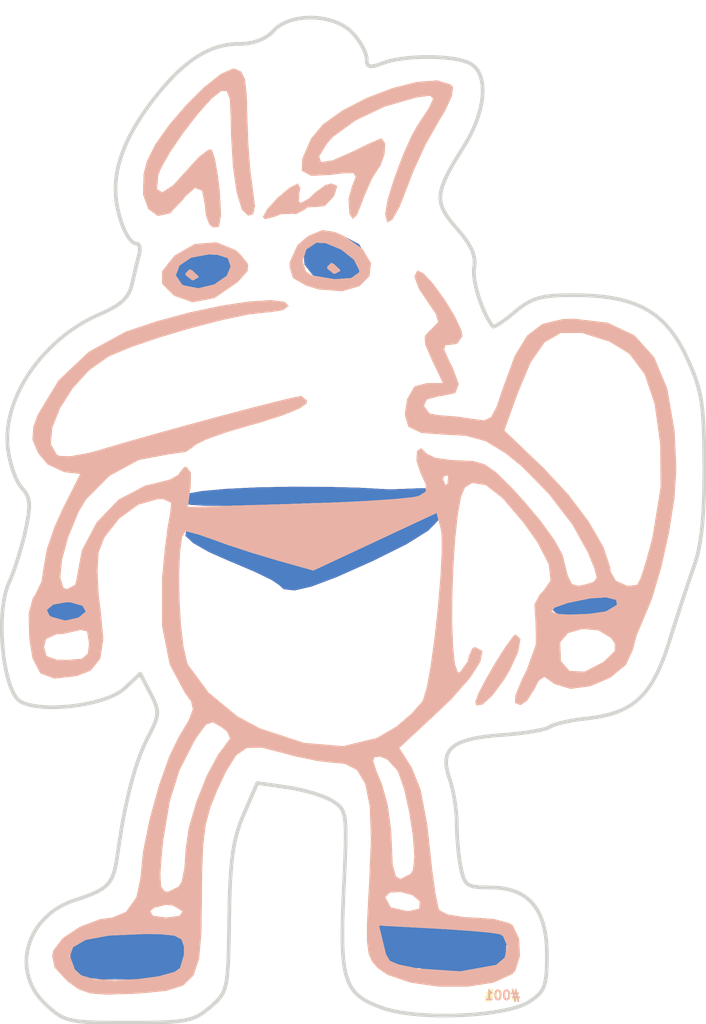
<source format=kicad_pcb>
(kicad_pcb (version 20171130) (host pcbnew "(5.1.7)-1")
  (layers (0 F.Cu signal) (31 B.Cu signal) (34 B.Paste user) (35 F.Paste user) (36 B.SilkS user) (37 F.SilkS user) (38 B.Mask user) (39 F.Mask user) (44 Edge.Cuts user))
  (net 0 "")
  (module img:v3better (layer F.Cu) (at 153.289 80.899)
    (fp_text reference G*** hide)
    (fp_text value LOGO hide)
  )
  (module img:v3betterBSILK (layer F.Cu) (at 153.289 80.899)
    (fp_text reference G*** hide)
    (fp_text value LOGO hide)
  )
  (module MountingHole:MountingHole_3.2mm_M3 (layer F.Cu) (at 151.8412 55.2704)
    (fp_text reference REF** hide)
    (fp_text value MountingHole_3.2mm_M3)
    (pad 1 np_thru_hole circle (at 0 0) (size 3.2 3.2) (drill 3.2) (layers *.Cu *.Mask))
  )
  (module img:v5cucuBacking (layer F.Cu) (at 153.289 80.645)
    (fp_text reference G*** hide)
    (fp_text value LOGO hide)
    (fp_poly (pts (xy -0.45 -15.9) (xy -0.1 -15.9) (xy 0.2 -15.9) (xy 1.032502 -15.471006) (xy 1.341449 -14.931588) (xy 1.33929 -14.478937) (xy 1.105922 -13.806646) (xy 0.473862 -13.529664) (xy 0.176388 -13.495579) (xy -0.803625 -13.551794) (xy -1.499306 -13.777691) (xy -1.951777 -14.361517) (xy -2 -15.15) (xy -1.8 -15.4) (xy -1.4 -15.7) (xy -0.95 -15.85)) (layer F.Cu) (width 0.01))
    (fp_poly (pts (xy -6.731657 -15.298693) (xy -5.868402 -14.933947) (xy -5.576329 -14.396143) (xy -5.7906 -13.817659) (xy -6.446382 -13.330872) (xy -7.478836 -13.068158) (xy -7.831667 -13.052778) (xy -8.712204 -13.107668) (xy -9.091861 -13.359498) (xy -9.172223 -13.922311) (xy -8.878245 -14.802023) (xy -8.075566 -15.292279) (xy -6.883067 -15.326036) (xy -6.731657 -15.298693)) (layer F.Cu) (width 0.01))
    (fp_poly (pts (xy -0.781666 -2.172798) (xy 1.068344 -2.123617) (xy 2.720495 -2.031264) (xy 4.5 -2.1) (xy 5.15 -2.05) (xy 5.5 -1.65) (xy 5.540544 -1.00799) (xy 5.443882 -0.423488) (xy 4.824691 0.215873) (xy 3.633057 0.961042) (xy 1.819063 1.862968) (xy 1.752995 1.893682) (xy -0.169615 2.749737) (xy -1.562731 3.276076) (xy -2.508906 3.493993) (xy -3.090692 3.424778) (xy -3.332619 3.20537) (xy -3.738022 2.928316) (xy -4.625016 2.493635) (xy -5.813469 1.988498) (xy -5.999272 1.914914) (xy -7.185218 1.390967) (xy -8.059378 0.89298) (xy -8.457967 0.516639) (xy -8.466667 0.473432) (xy -8.425612 0.176349) (xy -8.220012 0.049765) (xy -7.726215 0.109591) (xy -6.820569 0.371735) (xy -5.379423 0.852107) (xy -5.291667 0.881944) (xy -3.888119 1.313027) (xy -2.605641 1.627221) (xy -1.70082 1.762573) (xy -1.638951 1.763888) (xy -0.668767 1.660803) (xy 0.370519 1.402761) (xy 1.247394 1.06659) (xy 1.730346 0.729114) (xy 1.763888 0.634686) (xy 2.050615 0.384307) (xy 2.293055 0.352777) (xy 2.762814 0.182604) (xy 2.822222 0.038244) (xy 3.121198 -0.272319) (xy 3.704166 -0.497644) (xy 4.365388 -0.799475) (xy 4.586111 -1.118575) (xy 4.372216 -1.260786) (xy 3.69227 -1.3473) (xy 2.488883 -1.379426) (xy 0.704663 -1.358471) (xy -1.717782 -1.285743) (xy -2.116667 -1.2713) (xy -4.464645 -1.190417) (xy -6.198253 -1.148247) (xy -7.407824 -1.148821) (xy -8.18369 -1.196173) (xy -8.616184 -1.294336) (xy -8.795639 -1.447344) (xy -8.819445 -1.570557) (xy -8.488773 -1.776925) (xy -7.582678 -1.941116) (xy -6.230039 -2.062966) (xy -4.559737 -2.142306) (xy -2.700653 -2.178973) (xy -0.781666 -2.172798)) (layer F.Cu) (width 0.01))
    (fp_poly (pts (xy 14.906009 3.530387) (xy 15.649699 4.063905) (xy 15.869598 4.674305) (xy 15.559004 4.817323) (xy 14.8 5) (xy 13.73499 5.018345) (xy 12.55 5) (xy 12.019589 4.882522) (xy 11.458529 4.412938) (xy 11.478527 4.018839) (xy 12.079039 3.615113) (xy 12.546598 3.454177) (xy 13.810998 3.304877) (xy 14.906009 3.530387)) (layer F.Cu) (width 0.01))
    (fp_poly (pts (xy -14.222478 3.682767) (xy -13.865588 4.165643) (xy -13.971321 4.730664) (xy -14.477931 5.165291) (xy -15.207188 5.291666) (xy -15.94601 5.188211) (xy -16.208261 4.754638) (xy -16.227778 4.409722) (xy -16.110726 3.774966) (xy -15.616981 3.546509) (xy -15.190265 3.527777) (xy -14.222478 3.682767)) (layer F.Cu) (width 0.01))
    (fp_poly (pts (xy 3.194538 21.632095) (xy 4.509085 21.709069) (xy 5.501098 21.780382) (xy 7.096699 21.912466) (xy 8.121416 22.040443) (xy 8.708485 22.205245) (xy 8.991138 22.447807) (xy 9.102611 22.809062) (xy 9.114893 22.890659) (xy 9.031645 23.656518) (xy 8.762115 24.031785) (xy 8.05 24.3) (xy 6.928418 24.502122) (xy 5.684827 24.471571) (xy 4.342707 24.182289) (xy 3.4 24.2) (xy 2.523393 24.014656) (xy 2.065355 22.771899) (xy 1.901765 22.009251) (xy 1.895525 21.623083) (xy 1.896791 21.621726) (xy 2.271918 21.600698) (xy 3.194538 21.632095)) (layer F.Cu) (width 0.01))
    (fp_poly (pts (xy -10.707596 21.590698) (xy -9.431101 21.662008) (xy -8.697368 21.781252) (xy -8.343861 22.015432) (xy -8.208045 22.431553) (xy -8.181943 22.631861) (xy -8.354719 23.617646) (xy -8.85 24.4) (xy -10.35 24.8) (xy -11.9 24.8) (xy -13.05 24.8) (xy -13.95 24.7) (xy -14.375695 24.460806) (xy -14.776041 23.983339) (xy -14.769221 23.223951) (xy -14.39886 22.44349) (xy -13.97079 22.039803) (xy -13.14618 21.705408) (xy -11.915899 21.573666) (xy -10.707596 21.590698)) (layer F.Cu) (width 0.01))
  )
  (module img:v5cucuFront (layer F.Cu) (at 153.289 80.645)
    (fp_text reference G*** hide)
    (fp_text value LOGO hide)
    (fp_poly (pts (xy -0.45 -15.9) (xy -0.1 -15.9) (xy 0.2 -15.9) (xy 1.032502 -15.471006) (xy 1.341449 -14.931588) (xy 1.33929 -14.478937) (xy 1.105922 -13.806646) (xy 0.473862 -13.529664) (xy 0.176388 -13.495579) (xy -0.803625 -13.551794) (xy -1.499306 -13.777691) (xy -1.951777 -14.361517) (xy -2 -15.15) (xy -1.8 -15.4) (xy -1.4 -15.7) (xy -0.95 -15.85)) (layer B.Cu) (width 0.01))
    (fp_poly (pts (xy -6.731657 -15.298693) (xy -5.868402 -14.933947) (xy -5.576329 -14.396143) (xy -5.7906 -13.817659) (xy -6.446382 -13.330872) (xy -7.478836 -13.068158) (xy -7.831667 -13.052778) (xy -8.712204 -13.107668) (xy -9.091861 -13.359498) (xy -9.172223 -13.922311) (xy -8.878245 -14.802023) (xy -8.075566 -15.292279) (xy -6.883067 -15.326036) (xy -6.731657 -15.298693)) (layer B.Cu) (width 0.01))
    (fp_poly (pts (xy -0.781666 -2.172798) (xy 1.068344 -2.123617) (xy 2.720495 -2.031264) (xy 4.5 -2.1) (xy 5.15 -2.05) (xy 5.5 -1.65) (xy 5.540544 -1.00799) (xy 5.443882 -0.423488) (xy 4.824691 0.215873) (xy 3.633057 0.961042) (xy 1.819063 1.862968) (xy 1.752995 1.893682) (xy -0.169615 2.749737) (xy -1.562731 3.276076) (xy -2.508906 3.493993) (xy -3.090692 3.424778) (xy -3.332619 3.20537) (xy -3.738022 2.928316) (xy -4.625016 2.493635) (xy -5.813469 1.988498) (xy -5.999272 1.914914) (xy -7.185218 1.390967) (xy -8.059378 0.89298) (xy -8.457967 0.516639) (xy -8.466667 0.473432) (xy -8.425612 0.176349) (xy -8.220012 0.049765) (xy -7.726215 0.109591) (xy -6.820569 0.371735) (xy -5.379423 0.852107) (xy -5.291667 0.881944) (xy -3.888119 1.313027) (xy -2.605641 1.627221) (xy -1.70082 1.762573) (xy -1.638951 1.763888) (xy -0.668767 1.660803) (xy 0.370519 1.402761) (xy 1.247394 1.06659) (xy 1.730346 0.729114) (xy 1.763888 0.634686) (xy 2.050615 0.384307) (xy 2.293055 0.352777) (xy 2.762814 0.182604) (xy 2.822222 0.038244) (xy 3.121198 -0.272319) (xy 3.704166 -0.497644) (xy 4.365388 -0.799475) (xy 4.586111 -1.118575) (xy 4.372216 -1.260786) (xy 3.69227 -1.3473) (xy 2.488883 -1.379426) (xy 0.704663 -1.358471) (xy -1.717782 -1.285743) (xy -2.116667 -1.2713) (xy -4.464645 -1.190417) (xy -6.198253 -1.148247) (xy -7.407824 -1.148821) (xy -8.18369 -1.196173) (xy -8.616184 -1.294336) (xy -8.795639 -1.447344) (xy -8.819445 -1.570557) (xy -8.488773 -1.776925) (xy -7.582678 -1.941116) (xy -6.230039 -2.062966) (xy -4.559737 -2.142306) (xy -2.700653 -2.178973) (xy -0.781666 -2.172798)) (layer B.Cu) (width 0.01))
    (fp_poly (pts (xy 14.906009 3.530387) (xy 15.649699 4.063905) (xy 15.869598 4.674305) (xy 15.559004 4.817323) (xy 14.8 5) (xy 13.73499 5.018345) (xy 12.55 5) (xy 12.019589 4.882522) (xy 11.458529 4.412938) (xy 11.478527 4.018839) (xy 12.079039 3.615113) (xy 12.546598 3.454177) (xy 13.810998 3.304877) (xy 14.906009 3.530387)) (layer B.Cu) (width 0.01))
    (fp_poly (pts (xy -14.222478 3.682767) (xy -13.865588 4.165643) (xy -13.971321 4.730664) (xy -14.477931 5.165291) (xy -15.207188 5.291666) (xy -15.94601 5.188211) (xy -16.208261 4.754638) (xy -16.227778 4.409722) (xy -16.110726 3.774966) (xy -15.616981 3.546509) (xy -15.190265 3.527777) (xy -14.222478 3.682767)) (layer B.Cu) (width 0.01))
    (fp_poly (pts (xy 3.194538 21.632095) (xy 4.509085 21.709069) (xy 5.501098 21.780382) (xy 7.096699 21.912466) (xy 8.121416 22.040443) (xy 8.708485 22.205245) (xy 8.991138 22.447807) (xy 9.102611 22.809062) (xy 9.114893 22.890659) (xy 9.031645 23.656518) (xy 8.762115 24.031785) (xy 8.05 24.3) (xy 6.928418 24.502122) (xy 5.684827 24.471571) (xy 4.342707 24.182289) (xy 3.4 24.2) (xy 2.523393 24.014656) (xy 2.065355 22.771899) (xy 1.901765 22.009251) (xy 1.895525 21.623083) (xy 1.896791 21.621726) (xy 2.271918 21.600698) (xy 3.194538 21.632095)) (layer B.Cu) (width 0.01))
    (fp_poly (pts (xy -10.707596 21.590698) (xy -9.431101 21.662008) (xy -8.697368 21.781252) (xy -8.343861 22.015432) (xy -8.208045 22.431553) (xy -8.181943 22.631861) (xy -8.354719 23.617646) (xy -8.85 24.4) (xy -10.35 24.8) (xy -11.9 24.8) (xy -13.05 24.8) (xy -13.95 24.7) (xy -14.375695 24.460806) (xy -14.776041 23.983339) (xy -14.769221 23.223951) (xy -14.39886 22.44349) (xy -13.97079 22.039803) (xy -13.14618 21.705408) (xy -11.915899 21.573666) (xy -10.707596 21.590698)) (layer B.Cu) (width 0.01))
  )
  (gr_text "#001" (at 162.179 106.3244) (layer B.SilkS) (effects (font (size 0.5 0.5) (thickness 0.1)) (justify mirror)))
  (gr_text "#001" (at 162.179 106.3244) (layer F.SilkS) (effects (font (size 0.5 0.5) (thickness 0.1))))
  (gr_line (start 172.227 84.1316) (end 172.212 84.1756) (layer Edge.Cuts) (width 0.2))
  (gr_line (start 172.241 84.0876) (end 172.227 84.1316) (layer Edge.Cuts) (width 0.2))
  (gr_line (start 172.256 84.0436) (end 172.241 84.0876) (layer Edge.Cuts) (width 0.2))
  (gr_line (start 172.27 84.0006) (end 172.256 84.0436) (layer Edge.Cuts) (width 0.2))
  (gr_line (start 172.285 83.9566) (end 172.27 84.0006) (layer Edge.Cuts) (width 0.2))
  (gr_line (start 172.299 83.9146) (end 172.285 83.9566) (layer Edge.Cuts) (width 0.2))
  (gr_line (start 172.313 83.8716) (end 172.299 83.9146) (layer Edge.Cuts) (width 0.2))
  (gr_line (start 172.328 83.8296) (end 172.313 83.8716) (layer Edge.Cuts) (width 0.2))
  (gr_line (start 172.342 83.7876) (end 172.328 83.8296) (layer Edge.Cuts) (width 0.2))
  (gr_line (start 172.355 83.7466) (end 172.342 83.7876) (layer Edge.Cuts) (width 0.2))
  (gr_line (start 172.369 83.7056) (end 172.355 83.7466) (layer Edge.Cuts) (width 0.2))
  (gr_line (start 172.383 83.6646) (end 172.369 83.7056) (layer Edge.Cuts) (width 0.2))
  (gr_line (start 172.397 83.6246) (end 172.383 83.6646) (layer Edge.Cuts) (width 0.2))
  (gr_line (start 172.41 83.5846) (end 172.397 83.6246) (layer Edge.Cuts) (width 0.2))
  (gr_line (start 172.423 83.5456) (end 172.41 83.5846) (layer Edge.Cuts) (width 0.2))
  (gr_line (start 172.437 83.5066) (end 172.423 83.5456) (layer Edge.Cuts) (width 0.2))
  (gr_line (start 172.45 83.4676) (end 172.437 83.5066) (layer Edge.Cuts) (width 0.2))
  (gr_line (start 172.463 83.4296) (end 172.45 83.4676) (layer Edge.Cuts) (width 0.2))
  (gr_line (start 172.476 83.3916) (end 172.463 83.4296) (layer Edge.Cuts) (width 0.2))
  (gr_line (start 172.488 83.3546) (end 172.476 83.3916) (layer Edge.Cuts) (width 0.2))
  (gr_line (start 172.501 83.3176) (end 172.488 83.3546) (layer Edge.Cuts) (width 0.2))
  (gr_line (start 172.513 83.2816) (end 172.501 83.3176) (layer Edge.Cuts) (width 0.2))
  (gr_line (start 172.526 83.2456) (end 172.513 83.2816) (layer Edge.Cuts) (width 0.2))
  (gr_line (start 172.538 83.2106) (end 172.526 83.2456) (layer Edge.Cuts) (width 0.2))
  (gr_line (start 172.55 83.1756) (end 172.538 83.2106) (layer Edge.Cuts) (width 0.2))
  (gr_line (start 172.562 83.1416) (end 172.55 83.1756) (layer Edge.Cuts) (width 0.2))
  (gr_line (start 172.574 83.1076) (end 172.562 83.1416) (layer Edge.Cuts) (width 0.2))
  (gr_line (start 172.585 83.0746) (end 172.574 83.1076) (layer Edge.Cuts) (width 0.2))
  (gr_line (start 172.596 83.0416) (end 172.585 83.0746) (layer Edge.Cuts) (width 0.2))
  (gr_line (start 172.608 83.0096) (end 172.596 83.0416) (layer Edge.Cuts) (width 0.2))
  (gr_line (start 172.619 82.9776) (end 172.608 83.0096) (layer Edge.Cuts) (width 0.2))
  (gr_line (start 172.63 82.9466) (end 172.619 82.9776) (layer Edge.Cuts) (width 0.2))
  (gr_line (start 172.64 82.9166) (end 172.63 82.9466) (layer Edge.Cuts) (width 0.2))
  (gr_line (start 172.651 82.8866) (end 172.64 82.9166) (layer Edge.Cuts) (width 0.2))
  (gr_line (start 172.661 82.8576) (end 172.651 82.8866) (layer Edge.Cuts) (width 0.2))
  (gr_line (start 172.671 82.8286) (end 172.661 82.8576) (layer Edge.Cuts) (width 0.2))
  (gr_line (start 172.681 82.8006) (end 172.671 82.8286) (layer Edge.Cuts) (width 0.2))
  (gr_line (start 172.691 82.7726) (end 172.681 82.8006) (layer Edge.Cuts) (width 0.2))
  (gr_line (start 172.704 82.7376) (end 172.691 82.7726) (layer Edge.Cuts) (width 0.2))
  (gr_line (start 172.716 82.7026) (end 172.704 82.7376) (layer Edge.Cuts) (width 0.2))
  (gr_line (start 172.728 82.6676) (end 172.716 82.7026) (layer Edge.Cuts) (width 0.2))
  (gr_line (start 172.739 82.6316) (end 172.728 82.6676) (layer Edge.Cuts) (width 0.2))
  (gr_line (start 172.751 82.5956) (end 172.739 82.6316) (layer Edge.Cuts) (width 0.2))
  (gr_line (start 172.763 82.5596) (end 172.751 82.5956) (layer Edge.Cuts) (width 0.2))
  (gr_line (start 172.774 82.5226) (end 172.763 82.5596) (layer Edge.Cuts) (width 0.2))
  (gr_line (start 172.785 82.4856) (end 172.774 82.5226) (layer Edge.Cuts) (width 0.2))
  (gr_line (start 172.796 82.4476) (end 172.785 82.4856) (layer Edge.Cuts) (width 0.2))
  (gr_line (start 172.807 82.4096) (end 172.796 82.4476) (layer Edge.Cuts) (width 0.2))
  (gr_line (start 172.818 82.3716) (end 172.807 82.4096) (layer Edge.Cuts) (width 0.2))
  (gr_line (start 172.828 82.3326) (end 172.818 82.3716) (layer Edge.Cuts) (width 0.2))
  (gr_line (start 172.839 82.2936) (end 172.828 82.3326) (layer Edge.Cuts) (width 0.2))
  (gr_line (start 172.849 82.2546) (end 172.839 82.2936) (layer Edge.Cuts) (width 0.2))
  (gr_line (start 172.859 82.2146) (end 172.849 82.2546) (layer Edge.Cuts) (width 0.2))
  (gr_line (start 172.87 82.1746) (end 172.859 82.2146) (layer Edge.Cuts) (width 0.2))
  (gr_line (start 172.879 82.1336) (end 172.87 82.1746) (layer Edge.Cuts) (width 0.2))
  (gr_line (start 172.889 82.0926) (end 172.879 82.1336) (layer Edge.Cuts) (width 0.2))
  (gr_line (start 172.899 82.0506) (end 172.889 82.0926) (layer Edge.Cuts) (width 0.2))
  (gr_line (start 172.908 82.0086) (end 172.899 82.0506) (layer Edge.Cuts) (width 0.2))
  (gr_line (start 172.918 81.9666) (end 172.908 82.0086) (layer Edge.Cuts) (width 0.2))
  (gr_line (start 172.927 81.9236) (end 172.918 81.9666) (layer Edge.Cuts) (width 0.2))
  (gr_line (start 172.936 81.8806) (end 172.927 81.9236) (layer Edge.Cuts) (width 0.2))
  (gr_line (start 172.945 81.8376) (end 172.936 81.8806) (layer Edge.Cuts) (width 0.2))
  (gr_line (start 172.954 81.7936) (end 172.945 81.8376) (layer Edge.Cuts) (width 0.2))
  (gr_line (start 172.962 81.7486) (end 172.954 81.7936) (layer Edge.Cuts) (width 0.2))
  (gr_line (start 172.971 81.7036) (end 172.962 81.7486) (layer Edge.Cuts) (width 0.2))
  (gr_line (start 172.979 81.6586) (end 172.971 81.7036) (layer Edge.Cuts) (width 0.2))
  (gr_line (start 172.987 81.6126) (end 172.979 81.6586) (layer Edge.Cuts) (width 0.2))
  (gr_line (start 172.995 81.5666) (end 172.987 81.6126) (layer Edge.Cuts) (width 0.2))
  (gr_line (start 173.003 81.5196) (end 172.995 81.5666) (layer Edge.Cuts) (width 0.2))
  (gr_line (start 173.011 81.4726) (end 173.003 81.5196) (layer Edge.Cuts) (width 0.2))
  (gr_line (start 173.019 81.4256) (end 173.011 81.4726) (layer Edge.Cuts) (width 0.2))
  (gr_line (start 173.026 81.3776) (end 173.019 81.4256) (layer Edge.Cuts) (width 0.2))
  (gr_line (start 173.034 81.3286) (end 173.026 81.3776) (layer Edge.Cuts) (width 0.2))
  (gr_line (start 173.041 81.2796) (end 173.034 81.3286) (layer Edge.Cuts) (width 0.2))
  (gr_line (start 173.048 81.2306) (end 173.041 81.2796) (layer Edge.Cuts) (width 0.2))
  (gr_line (start 173.055 81.1806) (end 173.048 81.2306) (layer Edge.Cuts) (width 0.2))
  (gr_line (start 173.062 81.1296) (end 173.055 81.1806) (layer Edge.Cuts) (width 0.2))
  (gr_line (start 173.069 81.0796) (end 173.062 81.1296) (layer Edge.Cuts) (width 0.2))
  (gr_line (start 173.075 81.0276) (end 173.069 81.0796) (layer Edge.Cuts) (width 0.2))
  (gr_line (start 173.082 80.9756) (end 173.075 81.0276) (layer Edge.Cuts) (width 0.2))
  (gr_line (start 173.088 80.9236) (end 173.082 80.9756) (layer Edge.Cuts) (width 0.2))
  (gr_line (start 173.094 80.8706) (end 173.088 80.9236) (layer Edge.Cuts) (width 0.2))
  (gr_line (start 173.1 80.8176) (end 173.094 80.8706) (layer Edge.Cuts) (width 0.2))
  (gr_line (start 173.106 80.7636) (end 173.1 80.8176) (layer Edge.Cuts) (width 0.2))
  (gr_line (start 173.112 80.7096) (end 173.106 80.7636) (layer Edge.Cuts) (width 0.2))
  (gr_line (start 173.118 80.6546) (end 173.112 80.7096) (layer Edge.Cuts) (width 0.2))
  (gr_line (start 173.123 80.5986) (end 173.118 80.6546) (layer Edge.Cuts) (width 0.2))
  (gr_line (start 173.129 80.5426) (end 173.123 80.5986) (layer Edge.Cuts) (width 0.2))
  (gr_line (start 173.134 80.4866) (end 173.129 80.5426) (layer Edge.Cuts) (width 0.2))
  (gr_line (start 173.139 80.4296) (end 173.134 80.4866) (layer Edge.Cuts) (width 0.2))
  (gr_line (start 173.144 80.3726) (end 173.139 80.4296) (layer Edge.Cuts) (width 0.2))
  (gr_line (start 173.149 80.3146) (end 173.144 80.3726) (layer Edge.Cuts) (width 0.2))
  (gr_line (start 173.154 80.2556) (end 173.149 80.3146) (layer Edge.Cuts) (width 0.2))
  (gr_line (start 173.158 80.1966) (end 173.154 80.2556) (layer Edge.Cuts) (width 0.2))
  (gr_line (start 173.163 80.1366) (end 173.158 80.1966) (layer Edge.Cuts) (width 0.2))
  (gr_line (start 173.167 80.0766) (end 173.163 80.1366) (layer Edge.Cuts) (width 0.2))
  (gr_line (start 173.171 80.0156) (end 173.167 80.0766) (layer Edge.Cuts) (width 0.2))
  (gr_line (start 173.175 79.9546) (end 173.171 80.0156) (layer Edge.Cuts) (width 0.2))
  (gr_line (start 173.179 79.8926) (end 173.175 79.9546) (layer Edge.Cuts) (width 0.2))
  (gr_line (start 173.183 79.8306) (end 173.179 79.8926) (layer Edge.Cuts) (width 0.2))
  (gr_line (start 173.187 79.7676) (end 173.183 79.8306) (layer Edge.Cuts) (width 0.2))
  (gr_line (start 173.19 79.7036) (end 173.187 79.7676) (layer Edge.Cuts) (width 0.2))
  (gr_line (start 173.194 79.6396) (end 173.19 79.7036) (layer Edge.Cuts) (width 0.2))
  (gr_line (start 173.197 79.5756) (end 173.194 79.6396) (layer Edge.Cuts) (width 0.2))
  (gr_line (start 173.2 79.5096) (end 173.197 79.5756) (layer Edge.Cuts) (width 0.2))
  (gr_line (start 173.204 79.4446) (end 173.2 79.5096) (layer Edge.Cuts) (width 0.2))
  (gr_line (start 173.206 79.3776) (end 173.204 79.4446) (layer Edge.Cuts) (width 0.2))
  (gr_line (start 173.209 79.3106) (end 173.206 79.3776) (layer Edge.Cuts) (width 0.2))
  (gr_line (start 173.212 79.2436) (end 173.209 79.3106) (layer Edge.Cuts) (width 0.2))
  (gr_line (start 173.215 79.1746) (end 173.212 79.2436) (layer Edge.Cuts) (width 0.2))
  (gr_line (start 173.217 79.1066) (end 173.215 79.1746) (layer Edge.Cuts) (width 0.2))
  (gr_line (start 173.219 79.0366) (end 173.217 79.1066) (layer Edge.Cuts) (width 0.2))
  (gr_line (start 173.222 78.9666) (end 173.219 79.0366) (layer Edge.Cuts) (width 0.2))
  (gr_line (start 173.224 78.8966) (end 173.222 78.9666) (layer Edge.Cuts) (width 0.2))
  (gr_line (start 173.226 78.8246) (end 173.224 78.8966) (layer Edge.Cuts) (width 0.2))
  (gr_line (start 173.228 78.7536) (end 173.226 78.8246) (layer Edge.Cuts) (width 0.2))
  (gr_line (start 173.229 78.6806) (end 173.228 78.7536) (layer Edge.Cuts) (width 0.2))
  (gr_line (start 173.231 78.6076) (end 173.229 78.6806) (layer Edge.Cuts) (width 0.2))
  (gr_line (start 173.233 78.5336) (end 173.231 78.6076) (layer Edge.Cuts) (width 0.2))
  (gr_line (start 173.234 78.4596) (end 173.233 78.5336) (layer Edge.Cuts) (width 0.2))
  (gr_line (start 173.235 78.3846) (end 173.234 78.4596) (layer Edge.Cuts) (width 0.2))
  (gr_line (start 173.236 78.3086) (end 173.235 78.3846) (layer Edge.Cuts) (width 0.2))
  (gr_line (start 173.237 78.2326) (end 173.236 78.3086) (layer Edge.Cuts) (width 0.2))
  (gr_line (start 173.238 78.1556) (end 173.237 78.2326) (layer Edge.Cuts) (width 0.2))
  (gr_line (start 173.239 78.0786) (end 173.238 78.1556) (layer Edge.Cuts) (width 0.2))
  (gr_line (start 173.24 78.0006) (end 173.239 78.0786) (layer Edge.Cuts) (width 0.2))
  (gr_line (start 173.24 77.9216) (end 173.24 78.0006) (layer Edge.Cuts) (width 0.2))
  (gr_line (start 173.241 77.8416) (end 173.24 77.9216) (layer Edge.Cuts) (width 0.2))
  (gr_line (start 173.241 77.7616) (end 173.241 77.8416) (layer Edge.Cuts) (width 0.2))
  (gr_line (start 173.241 77.6806) (end 173.241 77.7616) (layer Edge.Cuts) (width 0.2))
  (gr_line (start 173.241 77.5996) (end 173.241 77.6806) (layer Edge.Cuts) (width 0.2))
  (gr_line (start 173.241 77.5176) (end 173.241 77.5996) (layer Edge.Cuts) (width 0.2))
  (gr_line (start 173.241 77.4346) (end 173.241 77.5176) (layer Edge.Cuts) (width 0.2))
  (gr_line (start 173.241 77.3506) (end 173.241 77.4346) (layer Edge.Cuts) (width 0.2))
  (gr_line (start 173.24 77.2556) (end 173.241 77.3506) (layer Edge.Cuts) (width 0.2))
  (gr_line (start 173.24 77.1516) (end 173.24 77.2556) (layer Edge.Cuts) (width 0.2))
  (gr_line (start 173.239 77.0476) (end 173.24 77.1516) (layer Edge.Cuts) (width 0.2))
  (gr_line (start 173.239 76.9466) (end 173.239 77.0476) (layer Edge.Cuts) (width 0.2))
  (gr_line (start 173.238 76.8466) (end 173.239 76.9466) (layer Edge.Cuts) (width 0.2))
  (gr_line (start 173.237 76.7486) (end 173.238 76.8466) (layer Edge.Cuts) (width 0.2))
  (gr_line (start 173.236 76.6516) (end 173.237 76.7486) (layer Edge.Cuts) (width 0.2))
  (gr_line (start 173.235 76.5576) (end 173.236 76.6516) (layer Edge.Cuts) (width 0.2))
  (gr_line (start 173.234 76.4636) (end 173.235 76.5576) (layer Edge.Cuts) (width 0.2))
  (gr_line (start 173.233 76.3716) (end 173.234 76.4636) (layer Edge.Cuts) (width 0.2))
  (gr_line (start 173.231 76.2816) (end 173.233 76.3716) (layer Edge.Cuts) (width 0.2))
  (gr_line (start 173.23 76.1926) (end 173.231 76.2816) (layer Edge.Cuts) (width 0.2))
  (gr_line (start 173.229 76.1056) (end 173.23 76.1926) (layer Edge.Cuts) (width 0.2))
  (gr_line (start 173.227 76.0196) (end 173.229 76.1056) (layer Edge.Cuts) (width 0.2))
  (gr_line (start 173.225 75.9356) (end 173.227 76.0196) (layer Edge.Cuts) (width 0.2))
  (gr_line (start 173.223 75.8526) (end 173.225 75.9356) (layer Edge.Cuts) (width 0.2))
  (gr_line (start 173.221 75.7706) (end 173.223 75.8526) (layer Edge.Cuts) (width 0.2))
  (gr_line (start 173.219 75.6906) (end 173.221 75.7706) (layer Edge.Cuts) (width 0.2))
  (gr_line (start 173.217 75.6116) (end 173.219 75.6906) (layer Edge.Cuts) (width 0.2))
  (gr_line (start 173.215 75.5336) (end 173.217 75.6116) (layer Edge.Cuts) (width 0.2))
  (gr_line (start 173.212 75.4576) (end 173.215 75.5336) (layer Edge.Cuts) (width 0.2))
  (gr_line (start 173.209 75.3826) (end 173.212 75.4576) (layer Edge.Cuts) (width 0.2))
  (gr_line (start 173.207 75.3086) (end 173.209 75.3826) (layer Edge.Cuts) (width 0.2))
  (gr_line (start 173.204 75.2356) (end 173.207 75.3086) (layer Edge.Cuts) (width 0.2))
  (gr_line (start 173.2 75.1636) (end 173.204 75.2356) (layer Edge.Cuts) (width 0.2))
  (gr_line (start 173.197 75.0936) (end 173.2 75.1636) (layer Edge.Cuts) (width 0.2))
  (gr_line (start 173.194 75.0236) (end 173.197 75.0936) (layer Edge.Cuts) (width 0.2))
  (gr_line (start 173.19 74.9556) (end 173.194 75.0236) (layer Edge.Cuts) (width 0.2))
  (gr_line (start 173.186 74.8886) (end 173.19 74.9556) (layer Edge.Cuts) (width 0.2))
  (gr_line (start 173.182 74.8226) (end 173.186 74.8886) (layer Edge.Cuts) (width 0.2))
  (gr_line (start 173.178 74.7566) (end 173.182 74.8226) (layer Edge.Cuts) (width 0.2))
  (gr_line (start 173.174 74.6926) (end 173.178 74.7566) (layer Edge.Cuts) (width 0.2))
  (gr_line (start 173.169 74.6296) (end 173.174 74.6926) (layer Edge.Cuts) (width 0.2))
  (gr_line (start 173.164 74.5676) (end 173.169 74.6296) (layer Edge.Cuts) (width 0.2))
  (gr_line (start 173.159 74.5056) (end 173.164 74.5676) (layer Edge.Cuts) (width 0.2))
  (gr_line (start 173.154 74.4456) (end 173.159 74.5056) (layer Edge.Cuts) (width 0.2))
  (gr_line (start 173.149 74.3856) (end 173.154 74.4456) (layer Edge.Cuts) (width 0.2))
  (gr_line (start 173.143 74.3266) (end 173.149 74.3856) (layer Edge.Cuts) (width 0.2))
  (gr_line (start 173.138 74.2686) (end 173.143 74.3266) (layer Edge.Cuts) (width 0.2))
  (gr_line (start 173.132 74.2116) (end 173.138 74.2686) (layer Edge.Cuts) (width 0.2))
  (gr_line (start 173.125 74.1546) (end 173.132 74.2116) (layer Edge.Cuts) (width 0.2))
  (gr_line (start 173.119 74.0996) (end 173.125 74.1546) (layer Edge.Cuts) (width 0.2))
  (gr_line (start 173.112 74.0446) (end 173.119 74.0996) (layer Edge.Cuts) (width 0.2))
  (gr_line (start 173.105 73.9896) (end 173.112 74.0446) (layer Edge.Cuts) (width 0.2))
  (gr_line (start 173.098 73.9356) (end 173.105 73.9896) (layer Edge.Cuts) (width 0.2))
  (gr_line (start 173.091 73.8826) (end 173.098 73.9356) (layer Edge.Cuts) (width 0.2))
  (gr_line (start 173.083 73.8306) (end 173.091 73.8826) (layer Edge.Cuts) (width 0.2))
  (gr_line (start 173.075 73.7786) (end 173.083 73.8306) (layer Edge.Cuts) (width 0.2))
  (gr_line (start 173.067 73.7266) (end 173.075 73.7786) (layer Edge.Cuts) (width 0.2))
  (gr_line (start 173.058 73.6756) (end 173.067 73.7266) (layer Edge.Cuts) (width 0.2))
  (gr_line (start 173.05 73.6256) (end 173.058 73.6756) (layer Edge.Cuts) (width 0.2))
  (gr_line (start 173.041 73.5756) (end 173.05 73.6256) (layer Edge.Cuts) (width 0.2))
  (gr_line (start 173.031 73.5266) (end 173.041 73.5756) (layer Edge.Cuts) (width 0.2))
  (gr_line (start 173.022 73.4766) (end 173.031 73.5266) (layer Edge.Cuts) (width 0.2))
  (gr_line (start 173.012 73.4286) (end 173.022 73.4766) (layer Edge.Cuts) (width 0.2))
  (gr_line (start 173.002 73.3796) (end 173.012 73.4286) (layer Edge.Cuts) (width 0.2))
  (gr_line (start 172.991 73.3316) (end 173.002 73.3796) (layer Edge.Cuts) (width 0.2))
  (gr_line (start 172.981 73.2846) (end 172.991 73.3316) (layer Edge.Cuts) (width 0.2))
  (gr_line (start 172.97 73.2366) (end 172.981 73.2846) (layer Edge.Cuts) (width 0.2))
  (gr_line (start 172.958 73.1896) (end 172.97 73.2366) (layer Edge.Cuts) (width 0.2))
  (gr_line (start 172.947 73.1426) (end 172.958 73.1896) (layer Edge.Cuts) (width 0.2))
  (gr_line (start 172.935 73.0966) (end 172.947 73.1426) (layer Edge.Cuts) (width 0.2))
  (gr_line (start 172.923 73.0496) (end 172.935 73.0966) (layer Edge.Cuts) (width 0.2))
  (gr_line (start 172.91 73.0036) (end 172.923 73.0496) (layer Edge.Cuts) (width 0.2))
  (gr_line (start 172.897 72.9576) (end 172.91 73.0036) (layer Edge.Cuts) (width 0.2))
  (gr_line (start 172.884 72.9106) (end 172.897 72.9576) (layer Edge.Cuts) (width 0.2))
  (gr_line (start 172.87 72.8646) (end 172.884 72.9106) (layer Edge.Cuts) (width 0.2))
  (gr_line (start 172.857 72.8186) (end 172.87 72.8646) (layer Edge.Cuts) (width 0.2))
  (gr_line (start 172.842 72.7736) (end 172.857 72.8186) (layer Edge.Cuts) (width 0.2))
  (gr_line (start 172.828 72.7276) (end 172.842 72.7736) (layer Edge.Cuts) (width 0.2))
  (gr_line (start 172.813 72.6816) (end 172.828 72.7276) (layer Edge.Cuts) (width 0.2))
  (gr_line (start 172.797 72.6356) (end 172.813 72.6816) (layer Edge.Cuts) (width 0.2))
  (gr_line (start 172.782 72.5896) (end 172.797 72.6356) (layer Edge.Cuts) (width 0.2))
  (gr_line (start 172.766 72.5426) (end 172.782 72.5896) (layer Edge.Cuts) (width 0.2))
  (gr_line (start 172.749 72.4966) (end 172.766 72.5426) (layer Edge.Cuts) (width 0.2))
  (gr_line (start 172.733 72.4506) (end 172.749 72.4966) (layer Edge.Cuts) (width 0.2))
  (gr_line (start 172.716 72.4036) (end 172.733 72.4506) (layer Edge.Cuts) (width 0.2))
  (gr_line (start 172.698 72.3566) (end 172.716 72.4036) (layer Edge.Cuts) (width 0.2))
  (gr_line (start 172.68 72.3096) (end 172.698 72.3566) (layer Edge.Cuts) (width 0.2))
  (gr_line (start 172.662 72.2626) (end 172.68 72.3096) (layer Edge.Cuts) (width 0.2))
  (gr_line (start 172.643 72.2146) (end 172.662 72.2626) (layer Edge.Cuts) (width 0.2))
  (gr_line (start 172.624 72.1666) (end 172.643 72.2146) (layer Edge.Cuts) (width 0.2))
  (gr_line (start 172.605 72.1186) (end 172.624 72.1666) (layer Edge.Cuts) (width 0.2))
  (gr_line (start 172.585 72.0696) (end 172.605 72.1186) (layer Edge.Cuts) (width 0.2))
  (gr_line (start 172.565 72.0206) (end 172.585 72.0696) (layer Edge.Cuts) (width 0.2))
  (gr_line (start 172.544 71.9716) (end 172.565 72.0206) (layer Edge.Cuts) (width 0.2))
  (gr_line (start 172.523 71.9216) (end 172.544 71.9716) (layer Edge.Cuts) (width 0.2))
  (gr_line (start 172.501 71.8716) (end 172.523 71.9216) (layer Edge.Cuts) (width 0.2))
  (gr_line (start 172.479 71.8206) (end 172.501 71.8716) (layer Edge.Cuts) (width 0.2))
  (gr_line (start 172.457 71.7696) (end 172.479 71.8206) (layer Edge.Cuts) (width 0.2))
  (gr_line (start 172.434 71.7176) (end 172.457 71.7696) (layer Edge.Cuts) (width 0.2))
  (gr_line (start 172.411 71.6656) (end 172.434 71.7176) (layer Edge.Cuts) (width 0.2))
  (gr_line (start 172.387 71.6126) (end 172.411 71.6656) (layer Edge.Cuts) (width 0.2))
  (gr_line (start 172.363 71.5586) (end 172.387 71.6126) (layer Edge.Cuts) (width 0.2))
  (gr_line (start 172.339 71.5046) (end 172.363 71.5586) (layer Edge.Cuts) (width 0.2))
  (gr_line (start 172.314 71.4496) (end 172.339 71.5046) (layer Edge.Cuts) (width 0.2))
  (gr_line (start 172.288 71.3936) (end 172.314 71.4496) (layer Edge.Cuts) (width 0.2))
  (gr_line (start 172.253 71.3186) (end 172.288 71.3936) (layer Edge.Cuts) (width 0.2))
  (gr_line (start 172.217 71.2416) (end 172.253 71.3186) (layer Edge.Cuts) (width 0.2))
  (gr_line (start 172.18 71.1666) (end 172.217 71.2416) (layer Edge.Cuts) (width 0.2))
  (gr_line (start 172.143 71.0916) (end 172.18 71.1666) (layer Edge.Cuts) (width 0.2))
  (gr_line (start 172.106 71.0176) (end 172.143 71.0916) (layer Edge.Cuts) (width 0.2))
  (gr_line (start 172.068 70.9456) (end 172.106 71.0176) (layer Edge.Cuts) (width 0.2))
  (gr_line (start 172.03 70.8736) (end 172.068 70.9456) (layer Edge.Cuts) (width 0.2))
  (gr_line (start 171.992 70.8026) (end 172.03 70.8736) (layer Edge.Cuts) (width 0.2))
  (gr_line (start 171.953 70.7336) (end 171.992 70.8026) (layer Edge.Cuts) (width 0.2))
  (gr_line (start 171.914 70.6646) (end 171.953 70.7336) (layer Edge.Cuts) (width 0.2))
  (gr_line (start 171.875 70.5976) (end 171.914 70.6646) (layer Edge.Cuts) (width 0.2))
  (gr_line (start 171.835 70.5306) (end 171.875 70.5976) (layer Edge.Cuts) (width 0.2))
  (gr_line (start 171.795 70.4646) (end 171.835 70.5306) (layer Edge.Cuts) (width 0.2))
  (gr_line (start 171.754 70.4006) (end 171.795 70.4646) (layer Edge.Cuts) (width 0.2))
  (gr_line (start 171.713 70.3366) (end 171.754 70.4006) (layer Edge.Cuts) (width 0.2))
  (gr_line (start 171.672 70.2746) (end 171.713 70.3366) (layer Edge.Cuts) (width 0.2))
  (gr_line (start 171.63 70.2126) (end 171.672 70.2746) (layer Edge.Cuts) (width 0.2))
  (gr_line (start 171.588 70.1516) (end 171.63 70.2126) (layer Edge.Cuts) (width 0.2))
  (gr_line (start 171.545 70.0916) (end 171.588 70.1516) (layer Edge.Cuts) (width 0.2))
  (gr_line (start 171.502 70.0326) (end 171.545 70.0916) (layer Edge.Cuts) (width 0.2))
  (gr_line (start 171.458 69.9746) (end 171.502 70.0326) (layer Edge.Cuts) (width 0.2))
  (gr_line (start 171.414 69.9186) (end 171.458 69.9746) (layer Edge.Cuts) (width 0.2))
  (gr_line (start 171.37 69.8616) (end 171.414 69.9186) (layer Edge.Cuts) (width 0.2))
  (gr_line (start 171.325 69.8066) (end 171.37 69.8616) (layer Edge.Cuts) (width 0.2))
  (gr_line (start 171.279 69.7526) (end 171.325 69.8066) (layer Edge.Cuts) (width 0.2))
  (gr_line (start 171.233 69.6996) (end 171.279 69.7526) (layer Edge.Cuts) (width 0.2))
  (gr_line (start 171.186 69.6476) (end 171.233 69.6996) (layer Edge.Cuts) (width 0.2))
  (gr_line (start 171.139 69.5956) (end 171.186 69.6476) (layer Edge.Cuts) (width 0.2))
  (gr_line (start 171.092 69.5456) (end 171.139 69.5956) (layer Edge.Cuts) (width 0.2))
  (gr_line (start 171.043 69.4956) (end 171.092 69.5456) (layer Edge.Cuts) (width 0.2))
  (gr_line (start 170.995 69.4466) (end 171.043 69.4956) (layer Edge.Cuts) (width 0.2))
  (gr_line (start 170.945 69.3996) (end 170.995 69.4466) (layer Edge.Cuts) (width 0.2))
  (gr_line (start 170.895 69.3526) (end 170.945 69.3996) (layer Edge.Cuts) (width 0.2))
  (gr_line (start 170.845 69.3066) (end 170.895 69.3526) (layer Edge.Cuts) (width 0.2))
  (gr_line (start 170.794 69.2606) (end 170.845 69.3066) (layer Edge.Cuts) (width 0.2))
  (gr_line (start 170.742 69.2166) (end 170.794 69.2606) (layer Edge.Cuts) (width 0.2))
  (gr_line (start 170.69 69.1736) (end 170.742 69.2166) (layer Edge.Cuts) (width 0.2))
  (gr_line (start 170.637 69.1306) (end 170.69 69.1736) (layer Edge.Cuts) (width 0.2))
  (gr_line (start 170.584 69.0886) (end 170.637 69.1306) (layer Edge.Cuts) (width 0.2))
  (gr_line (start 170.53 69.0486) (end 170.584 69.0886) (layer Edge.Cuts) (width 0.2))
  (gr_line (start 170.475 69.0076) (end 170.53 69.0486) (layer Edge.Cuts) (width 0.2))
  (gr_line (start 170.419 68.9686) (end 170.475 69.0076) (layer Edge.Cuts) (width 0.2))
  (gr_line (start 170.363 68.9306) (end 170.419 68.9686) (layer Edge.Cuts) (width 0.2))
  (gr_line (start 170.307 68.8926) (end 170.363 68.9306) (layer Edge.Cuts) (width 0.2))
  (gr_line (start 170.249 68.8566) (end 170.307 68.8926) (layer Edge.Cuts) (width 0.2))
  (gr_line (start 170.191 68.8206) (end 170.249 68.8566) (layer Edge.Cuts) (width 0.2))
  (gr_line (start 170.132 68.7856) (end 170.191 68.8206) (layer Edge.Cuts) (width 0.2))
  (gr_line (start 170.073 68.7516) (end 170.132 68.7856) (layer Edge.Cuts) (width 0.2))
  (gr_line (start 170.013 68.7176) (end 170.073 68.7516) (layer Edge.Cuts) (width 0.2))
  (gr_line (start 169.952 68.6856) (end 170.013 68.7176) (layer Edge.Cuts) (width 0.2))
  (gr_line (start 169.89 68.6536) (end 169.952 68.6856) (layer Edge.Cuts) (width 0.2))
  (gr_line (start 169.828 68.6226) (end 169.89 68.6536) (layer Edge.Cuts) (width 0.2))
  (gr_line (start 169.765 68.5926) (end 169.828 68.6226) (layer Edge.Cuts) (width 0.2))
  (gr_line (start 169.701 68.5626) (end 169.765 68.5926) (layer Edge.Cuts) (width 0.2))
  (gr_line (start 169.636 68.5336) (end 169.701 68.5626) (layer Edge.Cuts) (width 0.2))
  (gr_line (start 169.571 68.5066) (end 169.636 68.5336) (layer Edge.Cuts) (width 0.2))
  (gr_line (start 169.504 68.4786) (end 169.571 68.5066) (layer Edge.Cuts) (width 0.2))
  (gr_line (start 169.437 68.4526) (end 169.504 68.4786) (layer Edge.Cuts) (width 0.2))
  (gr_line (start 169.37 68.4266) (end 169.437 68.4526) (layer Edge.Cuts) (width 0.2))
  (gr_line (start 169.301 68.4026) (end 169.37 68.4266) (layer Edge.Cuts) (width 0.2))
  (gr_line (start 169.231 68.3776) (end 169.301 68.4026) (layer Edge.Cuts) (width 0.2))
  (gr_line (start 169.161 68.3546) (end 169.231 68.3776) (layer Edge.Cuts) (width 0.2))
  (gr_line (start 169.09 68.3316) (end 169.161 68.3546) (layer Edge.Cuts) (width 0.2))
  (gr_line (start 169.018 68.3106) (end 169.09 68.3316) (layer Edge.Cuts) (width 0.2))
  (gr_line (start 168.945 68.2886) (end 169.018 68.3106) (layer Edge.Cuts) (width 0.2))
  (gr_line (start 168.872 68.2686) (end 168.945 68.2886) (layer Edge.Cuts) (width 0.2))
  (gr_line (start 168.797 68.2486) (end 168.872 68.2686) (layer Edge.Cuts) (width 0.2))
  (gr_line (start 168.722 68.2296) (end 168.797 68.2486) (layer Edge.Cuts) (width 0.2))
  (gr_line (start 168.645 68.2116) (end 168.722 68.2296) (layer Edge.Cuts) (width 0.2))
  (gr_line (start 168.568 68.1936) (end 168.645 68.2116) (layer Edge.Cuts) (width 0.2))
  (gr_line (start 168.49 68.1766) (end 168.568 68.1936) (layer Edge.Cuts) (width 0.2))
  (gr_line (start 168.411 68.1606) (end 168.49 68.1766) (layer Edge.Cuts) (width 0.2))
  (gr_line (start 168.331 68.1456) (end 168.411 68.1606) (layer Edge.Cuts) (width 0.2))
  (gr_line (start 168.25 68.1306) (end 168.331 68.1456) (layer Edge.Cuts) (width 0.2))
  (gr_line (start 168.168 68.1166) (end 168.25 68.1306) (layer Edge.Cuts) (width 0.2))
  (gr_line (start 168.086 68.1026) (end 168.168 68.1166) (layer Edge.Cuts) (width 0.2))
  (gr_line (start 168.002 68.0896) (end 168.086 68.1026) (layer Edge.Cuts) (width 0.2))
  (gr_line (start 167.917 68.0776) (end 168.002 68.0896) (layer Edge.Cuts) (width 0.2))
  (gr_line (start 167.831 68.0666) (end 167.917 68.0776) (layer Edge.Cuts) (width 0.2))
  (gr_line (start 167.745 68.0556) (end 167.831 68.0666) (layer Edge.Cuts) (width 0.2))
  (gr_line (start 167.657 68.0456) (end 167.745 68.0556) (layer Edge.Cuts) (width 0.2))
  (gr_line (start 167.568 68.0356) (end 167.657 68.0456) (layer Edge.Cuts) (width 0.2))
  (gr_line (start 167.479 68.0266) (end 167.568 68.0356) (layer Edge.Cuts) (width 0.2))
  (gr_line (start 167.388 68.0186) (end 167.479 68.0266) (layer Edge.Cuts) (width 0.2))
  (gr_line (start 167.296 68.0106) (end 167.388 68.0186) (layer Edge.Cuts) (width 0.2))
  (gr_line (start 167.203 68.0036) (end 167.296 68.0106) (layer Edge.Cuts) (width 0.2))
  (gr_line (start 167.109 67.9976) (end 167.203 68.0036) (layer Edge.Cuts) (width 0.2))
  (gr_line (start 167.014 67.9916) (end 167.109 67.9976) (layer Edge.Cuts) (width 0.2))
  (gr_line (start 166.918 67.9866) (end 167.014 67.9916) (layer Edge.Cuts) (width 0.2))
  (gr_line (start 166.821 67.9816) (end 166.918 67.9866) (layer Edge.Cuts) (width 0.2))
  (gr_line (start 166.723 67.9776) (end 166.821 67.9816) (layer Edge.Cuts) (width 0.2))
  (gr_line (start 166.624 67.9746) (end 166.723 67.9776) (layer Edge.Cuts) (width 0.2))
  (gr_line (start 166.524 67.9716) (end 166.624 67.9746) (layer Edge.Cuts) (width 0.2))
  (gr_line (start 166.422 67.9696) (end 166.524 67.9716) (layer Edge.Cuts) (width 0.2))
  (gr_line (start 166.32 67.9676) (end 166.422 67.9696) (layer Edge.Cuts) (width 0.2))
  (gr_line (start 166.216 67.9666) (end 166.32 67.9676) (layer Edge.Cuts) (width 0.2))
  (gr_line (start 166.125 67.9666) (end 166.216 67.9666) (layer Edge.Cuts) (width 0.2))
  (gr_line (start 166.068 67.9656) (end 166.125 67.9666) (layer Edge.Cuts) (width 0.2))
  (gr_line (start 166.013 67.9656) (end 166.068 67.9656) (layer Edge.Cuts) (width 0.2))
  (gr_line (start 165.958 67.9666) (end 166.013 67.9656) (layer Edge.Cuts) (width 0.2))
  (gr_line (start 165.904 67.9666) (end 165.958 67.9666) (layer Edge.Cuts) (width 0.2))
  (gr_line (start 165.851 67.9666) (end 165.904 67.9666) (layer Edge.Cuts) (width 0.2))
  (gr_line (start 165.798 67.9666) (end 165.851 67.9666) (layer Edge.Cuts) (width 0.2))
  (gr_line (start 165.746 67.9676) (end 165.798 67.9666) (layer Edge.Cuts) (width 0.2))
  (gr_line (start 165.696 67.9686) (end 165.746 67.9676) (layer Edge.Cuts) (width 0.2))
  (gr_line (start 165.645 67.9686) (end 165.696 67.9686) (layer Edge.Cuts) (width 0.2))
  (gr_line (start 165.596 67.9696) (end 165.645 67.9686) (layer Edge.Cuts) (width 0.2))
  (gr_line (start 165.547 67.9706) (end 165.596 67.9696) (layer Edge.Cuts) (width 0.2))
  (gr_line (start 165.5 67.9716) (end 165.547 67.9706) (layer Edge.Cuts) (width 0.2))
  (gr_line (start 165.452 67.9736) (end 165.5 67.9716) (layer Edge.Cuts) (width 0.2))
  (gr_line (start 165.406 67.9746) (end 165.452 67.9736) (layer Edge.Cuts) (width 0.2))
  (gr_line (start 165.36 67.9766) (end 165.406 67.9746) (layer Edge.Cuts) (width 0.2))
  (gr_line (start 165.315 67.9776) (end 165.36 67.9766) (layer Edge.Cuts) (width 0.2))
  (gr_line (start 165.271 67.9796) (end 165.315 67.9776) (layer Edge.Cuts) (width 0.2))
  (gr_line (start 165.227 67.9816) (end 165.271 67.9796) (layer Edge.Cuts) (width 0.2))
  (gr_line (start 165.184 67.9836) (end 165.227 67.9816) (layer Edge.Cuts) (width 0.2))
  (gr_line (start 165.141 67.9866) (end 165.184 67.9836) (layer Edge.Cuts) (width 0.2))
  (gr_line (start 165.099 67.9886) (end 165.141 67.9866) (layer Edge.Cuts) (width 0.2))
  (gr_line (start 165.058 67.9916) (end 165.099 67.9886) (layer Edge.Cuts) (width 0.2))
  (gr_line (start 165.017 67.9946) (end 165.058 67.9916) (layer Edge.Cuts) (width 0.2))
  (gr_line (start 164.977 67.9976) (end 165.017 67.9946) (layer Edge.Cuts) (width 0.2))
  (gr_line (start 164.938 68.0006) (end 164.977 67.9976) (layer Edge.Cuts) (width 0.2))
  (gr_line (start 164.899 68.0036) (end 164.938 68.0006) (layer Edge.Cuts) (width 0.2))
  (gr_line (start 164.86 68.0076) (end 164.899 68.0036) (layer Edge.Cuts) (width 0.2))
  (gr_line (start 164.823 68.0106) (end 164.86 68.0076) (layer Edge.Cuts) (width 0.2))
  (gr_line (start 164.785 68.0146) (end 164.823 68.0106) (layer Edge.Cuts) (width 0.2))
  (gr_line (start 164.748 68.0186) (end 164.785 68.0146) (layer Edge.Cuts) (width 0.2))
  (gr_line (start 164.712 68.0236) (end 164.748 68.0186) (layer Edge.Cuts) (width 0.2))
  (gr_line (start 164.676 68.0276) (end 164.712 68.0236) (layer Edge.Cuts) (width 0.2))
  (gr_line (start 164.641 68.0326) (end 164.676 68.0276) (layer Edge.Cuts) (width 0.2))
  (gr_line (start 164.606 68.0376) (end 164.641 68.0326) (layer Edge.Cuts) (width 0.2))
  (gr_line (start 164.572 68.0426) (end 164.606 68.0376) (layer Edge.Cuts) (width 0.2))
  (gr_line (start 164.538 68.0476) (end 164.572 68.0426) (layer Edge.Cuts) (width 0.2))
  (gr_line (start 164.504 68.0536) (end 164.538 68.0476) (layer Edge.Cuts) (width 0.2))
  (gr_line (start 164.471 68.0586) (end 164.504 68.0536) (layer Edge.Cuts) (width 0.2))
  (gr_line (start 164.439 68.0646) (end 164.471 68.0586) (layer Edge.Cuts) (width 0.2))
  (gr_line (start 164.406 68.0716) (end 164.439 68.0646) (layer Edge.Cuts) (width 0.2))
  (gr_line (start 164.374 68.0776) (end 164.406 68.0716) (layer Edge.Cuts) (width 0.2))
  (gr_line (start 164.343 68.0846) (end 164.374 68.0776) (layer Edge.Cuts) (width 0.2))
  (gr_line (start 164.312 68.0906) (end 164.343 68.0846) (layer Edge.Cuts) (width 0.2))
  (gr_line (start 164.281 68.0986) (end 164.312 68.0906) (layer Edge.Cuts) (width 0.2))
  (gr_line (start 164.25 68.1056) (end 164.281 68.0986) (layer Edge.Cuts) (width 0.2))
  (gr_line (start 164.22 68.1136) (end 164.25 68.1056) (layer Edge.Cuts) (width 0.2))
  (gr_line (start 164.19 68.1206) (end 164.22 68.1136) (layer Edge.Cuts) (width 0.2))
  (gr_line (start 164.161 68.1286) (end 164.19 68.1206) (layer Edge.Cuts) (width 0.2))
  (gr_line (start 164.132 68.1376) (end 164.161 68.1286) (layer Edge.Cuts) (width 0.2))
  (gr_line (start 164.103 68.1456) (end 164.132 68.1376) (layer Edge.Cuts) (width 0.2))
  (gr_line (start 164.074 68.1546) (end 164.103 68.1456) (layer Edge.Cuts) (width 0.2))
  (gr_line (start 164.046 68.1636) (end 164.074 68.1546) (layer Edge.Cuts) (width 0.2))
  (gr_line (start 164.017 68.1736) (end 164.046 68.1636) (layer Edge.Cuts) (width 0.2))
  (gr_line (start 163.989 68.1836) (end 164.017 68.1736) (layer Edge.Cuts) (width 0.2))
  (gr_line (start 163.962 68.1926) (end 163.989 68.1836) (layer Edge.Cuts) (width 0.2))
  (gr_line (start 163.934 68.2036) (end 163.962 68.1926) (layer Edge.Cuts) (width 0.2))
  (gr_line (start 163.907 68.2136) (end 163.934 68.2036) (layer Edge.Cuts) (width 0.2))
  (gr_line (start 163.88 68.2246) (end 163.907 68.2136) (layer Edge.Cuts) (width 0.2))
  (gr_line (start 163.853 68.2356) (end 163.88 68.2246) (layer Edge.Cuts) (width 0.2))
  (gr_line (start 163.826 68.2466) (end 163.853 68.2356) (layer Edge.Cuts) (width 0.2))
  (gr_line (start 163.799 68.2586) (end 163.826 68.2466) (layer Edge.Cuts) (width 0.2))
  (gr_line (start 163.773 68.2706) (end 163.799 68.2586) (layer Edge.Cuts) (width 0.2))
  (gr_line (start 163.747 68.2826) (end 163.773 68.2706) (layer Edge.Cuts) (width 0.2))
  (gr_line (start 163.72 68.2956) (end 163.747 68.2826) (layer Edge.Cuts) (width 0.2))
  (gr_line (start 163.694 68.3086) (end 163.72 68.2956) (layer Edge.Cuts) (width 0.2))
  (gr_line (start 163.668 68.3216) (end 163.694 68.3086) (layer Edge.Cuts) (width 0.2))
  (gr_line (start 163.642 68.3346) (end 163.668 68.3216) (layer Edge.Cuts) (width 0.2))
  (gr_line (start 163.616 68.3486) (end 163.642 68.3346) (layer Edge.Cuts) (width 0.2))
  (gr_line (start 163.59 68.3626) (end 163.616 68.3486) (layer Edge.Cuts) (width 0.2))
  (gr_line (start 163.565 68.3776) (end 163.59 68.3626) (layer Edge.Cuts) (width 0.2))
  (gr_line (start 163.539 68.3916) (end 163.565 68.3776) (layer Edge.Cuts) (width 0.2))
  (gr_line (start 163.513 68.4076) (end 163.539 68.3916) (layer Edge.Cuts) (width 0.2))
  (gr_line (start 163.487 68.4226) (end 163.513 68.4076) (layer Edge.Cuts) (width 0.2))
  (gr_line (start 163.462 68.4386) (end 163.487 68.4226) (layer Edge.Cuts) (width 0.2))
  (gr_line (start 163.436 68.4546) (end 163.462 68.4386) (layer Edge.Cuts) (width 0.2))
  (gr_line (start 163.41 68.4706) (end 163.436 68.4546) (layer Edge.Cuts) (width 0.2))
  (gr_line (start 163.384 68.4876) (end 163.41 68.4706) (layer Edge.Cuts) (width 0.2))
  (gr_line (start 163.359 68.5046) (end 163.384 68.4876) (layer Edge.Cuts) (width 0.2))
  (gr_line (start 163.333 68.5226) (end 163.359 68.5046) (layer Edge.Cuts) (width 0.2))
  (gr_line (start 163.307 68.5406) (end 163.333 68.5226) (layer Edge.Cuts) (width 0.2))
  (gr_line (start 163.281 68.5586) (end 163.307 68.5406) (layer Edge.Cuts) (width 0.2))
  (gr_line (start 163.255 68.5766) (end 163.281 68.5586) (layer Edge.Cuts) (width 0.2))
  (gr_line (start 163.228 68.5956) (end 163.255 68.5766) (layer Edge.Cuts) (width 0.2))
  (gr_line (start 163.202 68.6156) (end 163.228 68.5956) (layer Edge.Cuts) (width 0.2))
  (gr_line (start 163.176 68.6346) (end 163.202 68.6156) (layer Edge.Cuts) (width 0.2))
  (gr_line (start 163.149 68.6546) (end 163.176 68.6346) (layer Edge.Cuts) (width 0.2))
  (gr_line (start 163.122 68.6756) (end 163.149 68.6546) (layer Edge.Cuts) (width 0.2))
  (gr_line (start 163.095 68.6966) (end 163.122 68.6756) (layer Edge.Cuts) (width 0.2))
  (gr_line (start 163.068 68.7176) (end 163.095 68.6966) (layer Edge.Cuts) (width 0.2))
  (gr_line (start 163.041 68.7386) (end 163.068 68.7176) (layer Edge.Cuts) (width 0.2))
  (gr_line (start 163.013 68.7606) (end 163.041 68.7386) (layer Edge.Cuts) (width 0.2))
  (gr_line (start 162.985 68.7836) (end 163.013 68.7606) (layer Edge.Cuts) (width 0.2))
  (gr_line (start 162.957 68.8066) (end 162.985 68.7836) (layer Edge.Cuts) (width 0.2))
  (gr_line (start 162.929 68.8296) (end 162.957 68.8066) (layer Edge.Cuts) (width 0.2))
  (gr_line (start 162.901 68.8526) (end 162.929 68.8296) (layer Edge.Cuts) (width 0.2))
  (gr_line (start 162.872 68.8766) (end 162.901 68.8526) (layer Edge.Cuts) (width 0.2))
  (gr_line (start 162.85 68.8956) (end 162.872 68.8766) (layer Edge.Cuts) (width 0.2))
  (gr_line (start 162.832 68.9106) (end 162.85 68.8956) (layer Edge.Cuts) (width 0.2))
  (gr_line (start 162.813 68.9266) (end 162.832 68.9106) (layer Edge.Cuts) (width 0.2))
  (gr_line (start 162.794 68.9416) (end 162.813 68.9266) (layer Edge.Cuts) (width 0.2))
  (gr_line (start 162.776 68.9576) (end 162.794 68.9416) (layer Edge.Cuts) (width 0.2))
  (gr_line (start 162.757 68.9726) (end 162.776 68.9576) (layer Edge.Cuts) (width 0.2))
  (gr_line (start 162.739 68.9876) (end 162.757 68.9726) (layer Edge.Cuts) (width 0.2))
  (gr_line (start 162.72 69.0026) (end 162.739 68.9876) (layer Edge.Cuts) (width 0.2))
  (gr_line (start 162.702 69.0176) (end 162.72 69.0026) (layer Edge.Cuts) (width 0.2))
  (gr_line (start 162.683 69.0326) (end 162.702 69.0176) (layer Edge.Cuts) (width 0.2))
  (gr_line (start 162.665 69.0476) (end 162.683 69.0326) (layer Edge.Cuts) (width 0.2))
  (gr_line (start 162.647 69.0616) (end 162.665 69.0476) (layer Edge.Cuts) (width 0.2))
  (gr_line (start 162.629 69.0766) (end 162.647 69.0616) (layer Edge.Cuts) (width 0.2))
  (gr_line (start 162.611 69.0906) (end 162.629 69.0766) (layer Edge.Cuts) (width 0.2))
  (gr_line (start 162.593 69.1056) (end 162.611 69.0906) (layer Edge.Cuts) (width 0.2))
  (gr_line (start 162.575 69.1196) (end 162.593 69.1056) (layer Edge.Cuts) (width 0.2))
  (gr_line (start 162.557 69.1336) (end 162.575 69.1196) (layer Edge.Cuts) (width 0.2))
  (gr_line (start 162.54 69.1476) (end 162.557 69.1336) (layer Edge.Cuts) (width 0.2))
  (gr_line (start 162.522 69.1606) (end 162.54 69.1476) (layer Edge.Cuts) (width 0.2))
  (gr_line (start 162.504 69.1746) (end 162.522 69.1606) (layer Edge.Cuts) (width 0.2))
  (gr_line (start 162.487 69.1876) (end 162.504 69.1746) (layer Edge.Cuts) (width 0.2))
  (gr_line (start 162.47 69.2016) (end 162.487 69.1876) (layer Edge.Cuts) (width 0.2))
  (gr_line (start 162.453 69.2146) (end 162.47 69.2016) (layer Edge.Cuts) (width 0.2))
  (gr_line (start 162.435 69.2276) (end 162.453 69.2146) (layer Edge.Cuts) (width 0.2))
  (gr_line (start 162.418 69.2406) (end 162.435 69.2276) (layer Edge.Cuts) (width 0.2))
  (gr_line (start 162.401 69.2536) (end 162.418 69.2406) (layer Edge.Cuts) (width 0.2))
  (gr_line (start 162.385 69.2656) (end 162.401 69.2536) (layer Edge.Cuts) (width 0.2))
  (gr_line (start 162.368 69.2786) (end 162.385 69.2656) (layer Edge.Cuts) (width 0.2))
  (gr_line (start 162.351 69.2906) (end 162.368 69.2786) (layer Edge.Cuts) (width 0.2))
  (gr_line (start 162.335 69.3026) (end 162.351 69.2906) (layer Edge.Cuts) (width 0.2))
  (gr_line (start 162.319 69.3146) (end 162.335 69.3026) (layer Edge.Cuts) (width 0.2))
  (gr_line (start 162.303 69.3266) (end 162.319 69.3146) (layer Edge.Cuts) (width 0.2))
  (gr_line (start 162.286 69.3386) (end 162.303 69.3266) (layer Edge.Cuts) (width 0.2))
  (gr_line (start 162.271 69.3496) (end 162.286 69.3386) (layer Edge.Cuts) (width 0.2))
  (gr_line (start 162.255 69.3616) (end 162.271 69.3496) (layer Edge.Cuts) (width 0.2))
  (gr_line (start 162.239 69.3726) (end 162.255 69.3616) (layer Edge.Cuts) (width 0.2))
  (gr_line (start 162.224 69.3836) (end 162.239 69.3726) (layer Edge.Cuts) (width 0.2))
  (gr_line (start 162.208 69.3946) (end 162.224 69.3836) (layer Edge.Cuts) (width 0.2))
  (gr_line (start 162.193 69.4056) (end 162.208 69.3946) (layer Edge.Cuts) (width 0.2))
  (gr_line (start 162.178 69.4156) (end 162.193 69.4056) (layer Edge.Cuts) (width 0.2))
  (gr_line (start 162.163 69.4266) (end 162.178 69.4156) (layer Edge.Cuts) (width 0.2))
  (gr_line (start 162.148 69.4366) (end 162.163 69.4266) (layer Edge.Cuts) (width 0.2))
  (gr_line (start 162.134 69.4466) (end 162.148 69.4366) (layer Edge.Cuts) (width 0.2))
  (gr_line (start 162.119 69.4566) (end 162.134 69.4466) (layer Edge.Cuts) (width 0.2))
  (gr_line (start 162.105 69.4656) (end 162.119 69.4566) (layer Edge.Cuts) (width 0.2))
  (gr_line (start 162.091 69.4756) (end 162.105 69.4656) (layer Edge.Cuts) (width 0.2))
  (gr_line (start 162.077 69.4846) (end 162.091 69.4756) (layer Edge.Cuts) (width 0.2))
  (gr_line (start 162.063 69.4936) (end 162.077 69.4846) (layer Edge.Cuts) (width 0.2))
  (gr_line (start 162.049 69.5026) (end 162.063 69.4936) (layer Edge.Cuts) (width 0.2))
  (gr_line (start 162.036 69.5116) (end 162.049 69.5026) (layer Edge.Cuts) (width 0.2))
  (gr_line (start 162.023 69.5206) (end 162.036 69.5116) (layer Edge.Cuts) (width 0.2))
  (gr_line (start 162.01 69.5286) (end 162.023 69.5206) (layer Edge.Cuts) (width 0.2))
  (gr_line (start 161.997 69.5366) (end 162.01 69.5286) (layer Edge.Cuts) (width 0.2))
  (gr_line (start 161.984 69.5446) (end 161.997 69.5366) (layer Edge.Cuts) (width 0.2))
  (gr_line (start 161.972 69.5526) (end 161.984 69.5446) (layer Edge.Cuts) (width 0.2))
  (gr_line (start 161.959 69.5606) (end 161.972 69.5526) (layer Edge.Cuts) (width 0.2))
  (gr_line (start 161.947 69.5676) (end 161.959 69.5606) (layer Edge.Cuts) (width 0.2))
  (gr_line (start 161.935 69.5746) (end 161.947 69.5676) (layer Edge.Cuts) (width 0.2))
  (gr_line (start 161.923 69.5816) (end 161.935 69.5746) (layer Edge.Cuts) (width 0.2))
  (gr_line (start 161.912 69.5886) (end 161.923 69.5816) (layer Edge.Cuts) (width 0.2))
  (gr_line (start 161.901 69.5956) (end 161.912 69.5886) (layer Edge.Cuts) (width 0.2))
  (gr_line (start 161.89 69.6016) (end 161.901 69.5956) (layer Edge.Cuts) (width 0.2))
  (gr_line (start 161.879 69.6076) (end 161.89 69.6016) (layer Edge.Cuts) (width 0.2))
  (gr_line (start 161.868 69.6136) (end 161.879 69.6076) (layer Edge.Cuts) (width 0.2))
  (gr_line (start 161.858 69.6196) (end 161.868 69.6136) (layer Edge.Cuts) (width 0.2))
  (gr_line (start 161.847 69.6246) (end 161.858 69.6196) (layer Edge.Cuts) (width 0.2))
  (gr_line (start 161.837 69.6306) (end 161.847 69.6246) (layer Edge.Cuts) (width 0.2))
  (gr_line (start 161.828 69.6356) (end 161.837 69.6306) (layer Edge.Cuts) (width 0.2))
  (gr_line (start 161.818 69.6406) (end 161.828 69.6356) (layer Edge.Cuts) (width 0.2))
  (gr_line (start 161.809 69.6446) (end 161.818 69.6406) (layer Edge.Cuts) (width 0.2))
  (gr_line (start 161.8 69.6496) (end 161.809 69.6446) (layer Edge.Cuts) (width 0.2))
  (gr_line (start 161.791 69.6536) (end 161.8 69.6496) (layer Edge.Cuts) (width 0.2))
  (gr_line (start 161.782 69.6576) (end 161.791 69.6536) (layer Edge.Cuts) (width 0.2))
  (gr_line (start 161.774 69.6606) (end 161.782 69.6576) (layer Edge.Cuts) (width 0.2))
  (gr_line (start 161.766 69.6646) (end 161.774 69.6606) (layer Edge.Cuts) (width 0.2))
  (gr_line (start 161.758 69.6676) (end 161.766 69.6646) (layer Edge.Cuts) (width 0.2))
  (gr_line (start 161.75 69.6706) (end 161.758 69.6676) (layer Edge.Cuts) (width 0.2))
  (gr_line (start 161.743 69.6736) (end 161.75 69.6706) (layer Edge.Cuts) (width 0.2))
  (gr_line (start 161.736 69.6756) (end 161.743 69.6736) (layer Edge.Cuts) (width 0.2))
  (gr_line (start 161.729 69.6786) (end 161.736 69.6756) (layer Edge.Cuts) (width 0.2))
  (gr_line (start 161.722 69.6806) (end 161.729 69.6786) (layer Edge.Cuts) (width 0.2))
  (gr_line (start 161.716 69.6816) (end 161.722 69.6806) (layer Edge.Cuts) (width 0.2))
  (gr_line (start 161.71 69.6836) (end 161.716 69.6816) (layer Edge.Cuts) (width 0.2))
  (gr_line (start 161.704 69.6846) (end 161.71 69.6836) (layer Edge.Cuts) (width 0.2))
  (gr_line (start 161.699 69.6856) (end 161.704 69.6846) (layer Edge.Cuts) (width 0.2))
  (gr_line (start 161.694 69.6866) (end 161.699 69.6856) (layer Edge.Cuts) (width 0.2))
  (gr_line (start 161.689 69.6876) (end 161.694 69.6866) (layer Edge.Cuts) (width 0.2))
  (gr_line (start 161.684 69.6876) (end 161.689 69.6876) (layer Edge.Cuts) (width 0.2))
  (gr_line (start 161.68 69.6876) (end 161.684 69.6876) (layer Edge.Cuts) (width 0.2))
  (gr_line (start 161.676 69.6876) (end 161.68 69.6876) (layer Edge.Cuts) (width 0.2))
  (gr_line (start 161.672 69.6866) (end 161.676 69.6876) (layer Edge.Cuts) (width 0.2))
  (gr_line (start 161.668 69.6856) (end 161.672 69.6866) (layer Edge.Cuts) (width 0.2))
  (gr_line (start 161.665 69.6846) (end 161.668 69.6856) (layer Edge.Cuts) (width 0.2))
  (gr_line (start 161.662 69.6836) (end 161.665 69.6846) (layer Edge.Cuts) (width 0.2))
  (gr_line (start 161.66 69.6816) (end 161.662 69.6836) (layer Edge.Cuts) (width 0.2))
  (gr_line (start 161.658 69.6796) (end 161.66 69.6816) (layer Edge.Cuts) (width 0.2))
  (gr_line (start 161.654 69.6756) (end 161.658 69.6796) (layer Edge.Cuts) (width 0.2))
  (gr_line (start 161.636 69.6536) (end 161.654 69.6756) (layer Edge.Cuts) (width 0.2))
  (gr_line (start 161.618 69.6306) (end 161.636 69.6536) (layer Edge.Cuts) (width 0.2))
  (gr_line (start 161.6 69.6066) (end 161.618 69.6306) (layer Edge.Cuts) (width 0.2))
  (gr_line (start 161.582 69.5816) (end 161.6 69.6066) (layer Edge.Cuts) (width 0.2))
  (gr_line (start 161.565 69.5566) (end 161.582 69.5816) (layer Edge.Cuts) (width 0.2))
  (gr_line (start 161.547 69.5306) (end 161.565 69.5566) (layer Edge.Cuts) (width 0.2))
  (gr_line (start 161.529 69.5046) (end 161.547 69.5306) (layer Edge.Cuts) (width 0.2))
  (gr_line (start 161.511 69.4776) (end 161.529 69.5046) (layer Edge.Cuts) (width 0.2))
  (gr_line (start 161.493 69.4496) (end 161.511 69.4776) (layer Edge.Cuts) (width 0.2))
  (gr_line (start 161.476 69.4216) (end 161.493 69.4496) (layer Edge.Cuts) (width 0.2))
  (gr_line (start 161.458 69.3926) (end 161.476 69.4216) (layer Edge.Cuts) (width 0.2))
  (gr_line (start 161.44 69.3626) (end 161.458 69.3926) (layer Edge.Cuts) (width 0.2))
  (gr_line (start 161.423 69.3336) (end 161.44 69.3626) (layer Edge.Cuts) (width 0.2))
  (gr_line (start 161.405 69.3026) (end 161.423 69.3336) (layer Edge.Cuts) (width 0.2))
  (gr_line (start 161.388 69.2716) (end 161.405 69.3026) (layer Edge.Cuts) (width 0.2))
  (gr_line (start 161.371 69.2406) (end 161.388 69.2716) (layer Edge.Cuts) (width 0.2))
  (gr_line (start 161.353 69.2086) (end 161.371 69.2406) (layer Edge.Cuts) (width 0.2))
  (gr_line (start 161.336 69.1766) (end 161.353 69.2086) (layer Edge.Cuts) (width 0.2))
  (gr_line (start 161.319 69.1436) (end 161.336 69.1766) (layer Edge.Cuts) (width 0.2))
  (gr_line (start 161.302 69.1096) (end 161.319 69.1436) (layer Edge.Cuts) (width 0.2))
  (gr_line (start 161.285 69.0766) (end 161.302 69.1096) (layer Edge.Cuts) (width 0.2))
  (gr_line (start 161.268 69.0426) (end 161.285 69.0766) (layer Edge.Cuts) (width 0.2))
  (gr_line (start 161.251 69.0076) (end 161.268 69.0426) (layer Edge.Cuts) (width 0.2))
  (gr_line (start 161.235 68.9736) (end 161.251 69.0076) (layer Edge.Cuts) (width 0.2))
  (gr_line (start 161.218 68.9376) (end 161.235 68.9736) (layer Edge.Cuts) (width 0.2))
  (gr_line (start 161.202 68.9026) (end 161.218 68.9376) (layer Edge.Cuts) (width 0.2))
  (gr_line (start 161.186 68.8666) (end 161.202 68.9026) (layer Edge.Cuts) (width 0.2))
  (gr_line (start 161.17 68.8306) (end 161.186 68.8666) (layer Edge.Cuts) (width 0.2))
  (gr_line (start 161.154 68.7936) (end 161.17 68.8306) (layer Edge.Cuts) (width 0.2))
  (gr_line (start 161.138 68.7576) (end 161.154 68.7936) (layer Edge.Cuts) (width 0.2))
  (gr_line (start 161.122 68.7206) (end 161.138 68.7576) (layer Edge.Cuts) (width 0.2))
  (gr_line (start 161.106 68.6836) (end 161.122 68.7206) (layer Edge.Cuts) (width 0.2))
  (gr_line (start 161.091 68.6456) (end 161.106 68.6836) (layer Edge.Cuts) (width 0.2))
  (gr_line (start 161.076 68.6076) (end 161.091 68.6456) (layer Edge.Cuts) (width 0.2))
  (gr_line (start 161.061 68.5696) (end 161.076 68.6076) (layer Edge.Cuts) (width 0.2))
  (gr_line (start 161.046 68.5316) (end 161.061 68.5696) (layer Edge.Cuts) (width 0.2))
  (gr_line (start 161.031 68.4936) (end 161.046 68.5316) (layer Edge.Cuts) (width 0.2))
  (gr_line (start 161.016 68.4556) (end 161.031 68.4936) (layer Edge.Cuts) (width 0.2))
  (gr_line (start 161.002 68.4166) (end 161.016 68.4556) (layer Edge.Cuts) (width 0.2))
  (gr_line (start 160.988 68.3776) (end 161.002 68.4166) (layer Edge.Cuts) (width 0.2))
  (gr_line (start 160.974 68.3396) (end 160.988 68.3776) (layer Edge.Cuts) (width 0.2))
  (gr_line (start 160.96 68.3006) (end 160.974 68.3396) (layer Edge.Cuts) (width 0.2))
  (gr_line (start 160.946 68.2616) (end 160.96 68.3006) (layer Edge.Cuts) (width 0.2))
  (gr_line (start 160.933 68.2226) (end 160.946 68.2616) (layer Edge.Cuts) (width 0.2))
  (gr_line (start 160.919 68.1826) (end 160.933 68.2226) (layer Edge.Cuts) (width 0.2))
  (gr_line (start 160.906 68.1436) (end 160.919 68.1826) (layer Edge.Cuts) (width 0.2))
  (gr_line (start 160.893 68.1046) (end 160.906 68.1436) (layer Edge.Cuts) (width 0.2))
  (gr_line (start 160.881 68.0656) (end 160.893 68.1046) (layer Edge.Cuts) (width 0.2))
  (gr_line (start 160.869 68.0266) (end 160.881 68.0656) (layer Edge.Cuts) (width 0.2))
  (gr_line (start 160.856 67.9866) (end 160.869 68.0266) (layer Edge.Cuts) (width 0.2))
  (gr_line (start 160.844 67.9476) (end 160.856 67.9866) (layer Edge.Cuts) (width 0.2))
  (gr_line (start 160.833 67.9086) (end 160.844 67.9476) (layer Edge.Cuts) (width 0.2))
  (gr_line (start 160.821 67.8696) (end 160.833 67.9086) (layer Edge.Cuts) (width 0.2))
  (gr_line (start 160.81 67.8306) (end 160.821 67.8696) (layer Edge.Cuts) (width 0.2))
  (gr_line (start 160.799 67.7916) (end 160.81 67.8306) (layer Edge.Cuts) (width 0.2))
  (gr_line (start 160.789 67.7526) (end 160.799 67.7916) (layer Edge.Cuts) (width 0.2))
  (gr_line (start 160.778 67.7146) (end 160.789 67.7526) (layer Edge.Cuts) (width 0.2))
  (gr_line (start 160.768 67.6756) (end 160.778 67.7146) (layer Edge.Cuts) (width 0.2))
  (gr_line (start 160.758 67.6376) (end 160.768 67.6756) (layer Edge.Cuts) (width 0.2))
  (gr_line (start 160.749 67.5996) (end 160.758 67.6376) (layer Edge.Cuts) (width 0.2))
  (gr_line (start 160.74 67.5616) (end 160.749 67.5996) (layer Edge.Cuts) (width 0.2))
  (gr_line (start 160.731 67.5236) (end 160.74 67.5616) (layer Edge.Cuts) (width 0.2))
  (gr_line (start 160.722 67.4856) (end 160.731 67.5236) (layer Edge.Cuts) (width 0.2))
  (gr_line (start 160.714 67.4486) (end 160.722 67.4856) (layer Edge.Cuts) (width 0.2))
  (gr_line (start 160.705 67.4116) (end 160.714 67.4486) (layer Edge.Cuts) (width 0.2))
  (gr_line (start 160.698 67.3746) (end 160.705 67.4116) (layer Edge.Cuts) (width 0.2))
  (gr_line (start 160.69 67.3376) (end 160.698 67.3746) (layer Edge.Cuts) (width 0.2))
  (gr_line (start 160.683 67.3016) (end 160.69 67.3376) (layer Edge.Cuts) (width 0.2))
  (gr_line (start 160.676 67.2656) (end 160.683 67.3016) (layer Edge.Cuts) (width 0.2))
  (gr_line (start 160.67 67.2296) (end 160.676 67.2656) (layer Edge.Cuts) (width 0.2))
  (gr_line (start 160.664 67.1946) (end 160.67 67.2296) (layer Edge.Cuts) (width 0.2))
  (gr_line (start 160.658 67.1596) (end 160.664 67.1946) (layer Edge.Cuts) (width 0.2))
  (gr_line (start 160.652 67.1246) (end 160.658 67.1596) (layer Edge.Cuts) (width 0.2))
  (gr_line (start 160.647 67.0906) (end 160.652 67.1246) (layer Edge.Cuts) (width 0.2))
  (gr_line (start 160.642 67.0566) (end 160.647 67.0906) (layer Edge.Cuts) (width 0.2))
  (gr_line (start 160.638 67.0236) (end 160.642 67.0566) (layer Edge.Cuts) (width 0.2))
  (gr_line (start 160.634 66.9906) (end 160.638 67.0236) (layer Edge.Cuts) (width 0.2))
  (gr_line (start 160.63 66.9576) (end 160.634 66.9906) (layer Edge.Cuts) (width 0.2))
  (gr_line (start 160.627 66.9256) (end 160.63 66.9576) (layer Edge.Cuts) (width 0.2))
  (gr_line (start 160.624 66.8936) (end 160.627 66.9256) (layer Edge.Cuts) (width 0.2))
  (gr_line (start 160.621 66.8626) (end 160.624 66.8936) (layer Edge.Cuts) (width 0.2))
  (gr_line (start 160.619 66.8316) (end 160.621 66.8626) (layer Edge.Cuts) (width 0.2))
  (gr_line (start 160.617 66.8016) (end 160.619 66.8316) (layer Edge.Cuts) (width 0.2))
  (gr_line (start 160.616 66.7716) (end 160.617 66.8016) (layer Edge.Cuts) (width 0.2))
  (gr_line (start 160.615 66.7426) (end 160.616 66.7716) (layer Edge.Cuts) (width 0.2))
  (gr_line (start 160.614 66.7146) (end 160.615 66.7426) (layer Edge.Cuts) (width 0.2))
  (gr_line (start 160.614 66.6856) (end 160.614 66.7146) (layer Edge.Cuts) (width 0.2))
  (gr_line (start 160.614 66.6586) (end 160.614 66.6856) (layer Edge.Cuts) (width 0.2))
  (gr_line (start 160.615 66.6316) (end 160.614 66.6586) (layer Edge.Cuts) (width 0.2))
  (gr_line (start 160.616 66.6056) (end 160.615 66.6316) (layer Edge.Cuts) (width 0.2))
  (gr_line (start 160.617 66.5796) (end 160.616 66.6056) (layer Edge.Cuts) (width 0.2))
  (gr_line (start 160.619 66.5546) (end 160.617 66.5796) (layer Edge.Cuts) (width 0.2))
  (gr_line (start 160.621 66.5306) (end 160.619 66.5546) (layer Edge.Cuts) (width 0.2))
  (gr_line (start 160.624 66.5076) (end 160.621 66.5306) (layer Edge.Cuts) (width 0.2))
  (gr_line (start 160.627 66.4846) (end 160.624 66.5076) (layer Edge.Cuts) (width 0.2))
  (gr_line (start 160.631 66.4626) (end 160.627 66.4846) (layer Edge.Cuts) (width 0.2))
  (gr_line (start 160.635 66.4416) (end 160.631 66.4626) (layer Edge.Cuts) (width 0.2))
  (gr_line (start 160.638 66.4226) (end 160.635 66.4416) (layer Edge.Cuts) (width 0.2))
  (gr_line (start 160.641 66.4036) (end 160.638 66.4226) (layer Edge.Cuts) (width 0.2))
  (gr_line (start 160.644 66.3836) (end 160.641 66.4036) (layer Edge.Cuts) (width 0.2))
  (gr_line (start 160.647 66.3646) (end 160.644 66.3836) (layer Edge.Cuts) (width 0.2))
  (gr_line (start 160.649 66.3456) (end 160.647 66.3646) (layer Edge.Cuts) (width 0.2))
  (gr_line (start 160.651 66.3266) (end 160.649 66.3456) (layer Edge.Cuts) (width 0.2))
  (gr_line (start 160.653 66.3066) (end 160.651 66.3266) (layer Edge.Cuts) (width 0.2))
  (gr_line (start 160.655 66.2876) (end 160.653 66.3066) (layer Edge.Cuts) (width 0.2))
  (gr_line (start 160.656 66.2686) (end 160.655 66.2876) (layer Edge.Cuts) (width 0.2))
  (gr_line (start 160.657 66.2496) (end 160.656 66.2686) (layer Edge.Cuts) (width 0.2))
  (gr_line (start 160.658 66.2296) (end 160.657 66.2496) (layer Edge.Cuts) (width 0.2))
  (gr_line (start 160.659 66.2106) (end 160.658 66.2296) (layer Edge.Cuts) (width 0.2))
  (gr_line (start 160.659 66.1916) (end 160.659 66.2106) (layer Edge.Cuts) (width 0.2))
  (gr_line (start 160.659 66.1716) (end 160.659 66.1916) (layer Edge.Cuts) (width 0.2))
  (gr_line (start 160.659 66.1526) (end 160.659 66.1716) (layer Edge.Cuts) (width 0.2))
  (gr_line (start 160.659 66.1336) (end 160.659 66.1526) (layer Edge.Cuts) (width 0.2))
  (gr_line (start 160.658 66.1136) (end 160.659 66.1336) (layer Edge.Cuts) (width 0.2))
  (gr_line (start 160.657 66.0946) (end 160.658 66.1136) (layer Edge.Cuts) (width 0.2))
  (gr_line (start 160.656 66.0746) (end 160.657 66.0946) (layer Edge.Cuts) (width 0.2))
  (gr_line (start 160.654 66.0556) (end 160.656 66.0746) (layer Edge.Cuts) (width 0.2))
  (gr_line (start 160.653 66.0356) (end 160.654 66.0556) (layer Edge.Cuts) (width 0.2))
  (gr_line (start 160.65 66.0166) (end 160.653 66.0356) (layer Edge.Cuts) (width 0.2))
  (gr_line (start 160.648 65.9966) (end 160.65 66.0166) (layer Edge.Cuts) (width 0.2))
  (gr_line (start 160.646 65.9776) (end 160.648 65.9966) (layer Edge.Cuts) (width 0.2))
  (gr_line (start 160.643 65.9576) (end 160.646 65.9776) (layer Edge.Cuts) (width 0.2))
  (gr_line (start 160.64 65.9376) (end 160.643 65.9576) (layer Edge.Cuts) (width 0.2))
  (gr_line (start 160.636 65.9176) (end 160.64 65.9376) (layer Edge.Cuts) (width 0.2))
  (gr_line (start 160.632 65.8976) (end 160.636 65.9176) (layer Edge.Cuts) (width 0.2))
  (gr_line (start 160.628 65.8786) (end 160.632 65.8976) (layer Edge.Cuts) (width 0.2))
  (gr_line (start 160.624 65.8586) (end 160.628 65.8786) (layer Edge.Cuts) (width 0.2))
  (gr_line (start 160.62 65.8386) (end 160.624 65.8586) (layer Edge.Cuts) (width 0.2))
  (gr_line (start 160.615 65.8186) (end 160.62 65.8386) (layer Edge.Cuts) (width 0.2))
  (gr_line (start 160.61 65.7976) (end 160.615 65.8186) (layer Edge.Cuts) (width 0.2))
  (gr_line (start 160.604 65.7776) (end 160.61 65.7976) (layer Edge.Cuts) (width 0.2))
  (gr_line (start 160.599 65.7576) (end 160.604 65.7776) (layer Edge.Cuts) (width 0.2))
  (gr_line (start 160.593 65.7376) (end 160.599 65.7576) (layer Edge.Cuts) (width 0.2))
  (gr_line (start 160.587 65.7166) (end 160.593 65.7376) (layer Edge.Cuts) (width 0.2))
  (gr_line (start 160.58 65.6966) (end 160.587 65.7166) (layer Edge.Cuts) (width 0.2))
  (gr_line (start 160.573 65.6756) (end 160.58 65.6966) (layer Edge.Cuts) (width 0.2))
  (gr_line (start 160.566 65.6556) (end 160.573 65.6756) (layer Edge.Cuts) (width 0.2))
  (gr_line (start 160.559 65.6346) (end 160.566 65.6556) (layer Edge.Cuts) (width 0.2))
  (gr_line (start 160.551 65.6136) (end 160.559 65.6346) (layer Edge.Cuts) (width 0.2))
  (gr_line (start 160.543 65.5926) (end 160.551 65.6136) (layer Edge.Cuts) (width 0.2))
  (gr_line (start 160.535 65.5726) (end 160.543 65.5926) (layer Edge.Cuts) (width 0.2))
  (gr_line (start 160.527 65.5516) (end 160.535 65.5726) (layer Edge.Cuts) (width 0.2))
  (gr_line (start 160.518 65.5296) (end 160.527 65.5516) (layer Edge.Cuts) (width 0.2))
  (gr_line (start 160.509 65.5086) (end 160.518 65.5296) (layer Edge.Cuts) (width 0.2))
  (gr_line (start 160.499 65.4876) (end 160.509 65.5086) (layer Edge.Cuts) (width 0.2))
  (gr_line (start 160.49 65.4666) (end 160.499 65.4876) (layer Edge.Cuts) (width 0.2))
  (gr_line (start 160.48 65.4446) (end 160.49 65.4666) (layer Edge.Cuts) (width 0.2))
  (gr_line (start 160.469 65.4236) (end 160.48 65.4446) (layer Edge.Cuts) (width 0.2))
  (gr_line (start 160.459 65.4016) (end 160.469 65.4236) (layer Edge.Cuts) (width 0.2))
  (gr_line (start 160.448 65.3796) (end 160.459 65.4016) (layer Edge.Cuts) (width 0.2))
  (gr_line (start 160.437 65.3576) (end 160.448 65.3796) (layer Edge.Cuts) (width 0.2))
  (gr_line (start 160.425 65.3356) (end 160.437 65.3576) (layer Edge.Cuts) (width 0.2))
  (gr_line (start 160.413 65.3136) (end 160.425 65.3356) (layer Edge.Cuts) (width 0.2))
  (gr_line (start 160.401 65.2916) (end 160.413 65.3136) (layer Edge.Cuts) (width 0.2))
  (gr_line (start 160.389 65.2696) (end 160.401 65.2916) (layer Edge.Cuts) (width 0.2))
  (gr_line (start 160.376 65.2466) (end 160.389 65.2696) (layer Edge.Cuts) (width 0.2))
  (gr_line (start 160.363 65.2246) (end 160.376 65.2466) (layer Edge.Cuts) (width 0.2))
  (gr_line (start 160.35 65.2016) (end 160.363 65.2246) (layer Edge.Cuts) (width 0.2))
  (gr_line (start 160.336 65.1786) (end 160.35 65.2016) (layer Edge.Cuts) (width 0.2))
  (gr_line (start 160.322 65.1556) (end 160.336 65.1786) (layer Edge.Cuts) (width 0.2))
  (gr_line (start 160.308 65.1326) (end 160.322 65.1556) (layer Edge.Cuts) (width 0.2))
  (gr_line (start 160.293 65.1096) (end 160.308 65.1326) (layer Edge.Cuts) (width 0.2))
  (gr_line (start 160.279 65.0866) (end 160.293 65.1096) (layer Edge.Cuts) (width 0.2))
  (gr_line (start 160.263 65.0626) (end 160.279 65.0866) (layer Edge.Cuts) (width 0.2))
  (gr_line (start 160.248 65.0396) (end 160.263 65.0626) (layer Edge.Cuts) (width 0.2))
  (gr_line (start 160.232 65.0156) (end 160.248 65.0396) (layer Edge.Cuts) (width 0.2))
  (gr_line (start 160.216 64.9916) (end 160.232 65.0156) (layer Edge.Cuts) (width 0.2))
  (gr_line (start 160.2 64.9676) (end 160.216 64.9916) (layer Edge.Cuts) (width 0.2))
  (gr_line (start 160.183 64.9436) (end 160.2 64.9676) (layer Edge.Cuts) (width 0.2))
  (gr_line (start 160.166 64.9196) (end 160.183 64.9436) (layer Edge.Cuts) (width 0.2))
  (gr_line (start 160.148 64.8946) (end 160.166 64.9196) (layer Edge.Cuts) (width 0.2))
  (gr_line (start 160.131 64.8706) (end 160.148 64.8946) (layer Edge.Cuts) (width 0.2))
  (gr_line (start 160.113 64.8456) (end 160.131 64.8706) (layer Edge.Cuts) (width 0.2))
  (gr_line (start 160.094 64.8206) (end 160.113 64.8456) (layer Edge.Cuts) (width 0.2))
  (gr_line (start 160.076 64.7956) (end 160.094 64.8206) (layer Edge.Cuts) (width 0.2))
  (gr_line (start 160.057 64.7706) (end 160.076 64.7956) (layer Edge.Cuts) (width 0.2))
  (gr_line (start 160.037 64.7456) (end 160.057 64.7706) (layer Edge.Cuts) (width 0.2))
  (gr_line (start 160.018 64.7196) (end 160.037 64.7456) (layer Edge.Cuts) (width 0.2))
  (gr_line (start 159.998 64.6936) (end 160.018 64.7196) (layer Edge.Cuts) (width 0.2))
  (gr_line (start 159.977 64.6686) (end 159.998 64.6936) (layer Edge.Cuts) (width 0.2))
  (gr_line (start 159.957 64.6426) (end 159.977 64.6686) (layer Edge.Cuts) (width 0.2))
  (gr_line (start 159.936 64.6156) (end 159.957 64.6426) (layer Edge.Cuts) (width 0.2))
  (gr_line (start 159.914 64.5896) (end 159.936 64.6156) (layer Edge.Cuts) (width 0.2))
  (gr_line (start 159.893 64.5636) (end 159.914 64.5896) (layer Edge.Cuts) (width 0.2))
  (gr_line (start 159.871 64.5366) (end 159.893 64.5636) (layer Edge.Cuts) (width 0.2))
  (gr_line (start 159.849 64.5096) (end 159.871 64.5366) (layer Edge.Cuts) (width 0.2))
  (gr_line (start 159.826 64.4826) (end 159.849 64.5096) (layer Edge.Cuts) (width 0.2))
  (gr_line (start 159.803 64.4556) (end 159.826 64.4826) (layer Edge.Cuts) (width 0.2))
  (gr_line (start 159.78 64.4276) (end 159.803 64.4556) (layer Edge.Cuts) (width 0.2))
  (gr_line (start 159.756 64.4006) (end 159.78 64.4276) (layer Edge.Cuts) (width 0.2))
  (gr_line (start 159.732 64.3726) (end 159.756 64.4006) (layer Edge.Cuts) (width 0.2))
  (gr_line (start 159.708 64.3446) (end 159.732 64.3726) (layer Edge.Cuts) (width 0.2))
  (gr_line (start 159.683 64.3166) (end 159.708 64.3446) (layer Edge.Cuts) (width 0.2))
  (gr_line (start 159.645 64.2726) (end 159.683 64.3166) (layer Edge.Cuts) (width 0.2))
  (gr_line (start 159.607 64.2286) (end 159.645 64.2726) (layer Edge.Cuts) (width 0.2))
  (gr_line (start 159.569 64.1846) (end 159.607 64.2286) (layer Edge.Cuts) (width 0.2))
  (gr_line (start 159.532 64.1416) (end 159.569 64.1846) (layer Edge.Cuts) (width 0.2))
  (gr_line (start 159.496 64.0996) (end 159.532 64.1416) (layer Edge.Cuts) (width 0.2))
  (gr_line (start 159.461 64.0576) (end 159.496 64.0996) (layer Edge.Cuts) (width 0.2))
  (gr_line (start 159.427 64.0156) (end 159.461 64.0576) (layer Edge.Cuts) (width 0.2))
  (gr_line (start 159.394 63.9746) (end 159.427 64.0156) (layer Edge.Cuts) (width 0.2))
  (gr_line (start 159.361 63.9336) (end 159.394 63.9746) (layer Edge.Cuts) (width 0.2))
  (gr_line (start 159.33 63.8936) (end 159.361 63.9336) (layer Edge.Cuts) (width 0.2))
  (gr_line (start 159.299 63.8536) (end 159.33 63.8936) (layer Edge.Cuts) (width 0.2))
  (gr_line (start 159.269 63.8146) (end 159.299 63.8536) (layer Edge.Cuts) (width 0.2))
  (gr_line (start 159.24 63.7756) (end 159.269 63.8146) (layer Edge.Cuts) (width 0.2))
  (gr_line (start 159.212 63.7376) (end 159.24 63.7756) (layer Edge.Cuts) (width 0.2))
  (gr_line (start 159.185 63.6986) (end 159.212 63.7376) (layer Edge.Cuts) (width 0.2))
  (gr_line (start 159.158 63.6616) (end 159.185 63.6986) (layer Edge.Cuts) (width 0.2))
  (gr_line (start 159.133 63.6236) (end 159.158 63.6616) (layer Edge.Cuts) (width 0.2))
  (gr_line (start 159.108 63.5866) (end 159.133 63.6236) (layer Edge.Cuts) (width 0.2))
  (gr_line (start 159.084 63.5496) (end 159.108 63.5866) (layer Edge.Cuts) (width 0.2))
  (gr_line (start 159.061 63.5126) (end 159.084 63.5496) (layer Edge.Cuts) (width 0.2))
  (gr_line (start 159.039 63.4756) (end 159.061 63.5126) (layer Edge.Cuts) (width 0.2))
  (gr_line (start 159.018 63.4396) (end 159.039 63.4756) (layer Edge.Cuts) (width 0.2))
  (gr_line (start 158.998 63.4036) (end 159.018 63.4396) (layer Edge.Cuts) (width 0.2))
  (gr_line (start 158.979 63.3676) (end 158.998 63.4036) (layer Edge.Cuts) (width 0.2))
  (gr_line (start 158.96 63.3316) (end 158.979 63.3676) (layer Edge.Cuts) (width 0.2))
  (gr_line (start 158.943 63.2956) (end 158.96 63.3316) (layer Edge.Cuts) (width 0.2))
  (gr_line (start 158.926 63.2606) (end 158.943 63.2956) (layer Edge.Cuts) (width 0.2))
  (gr_line (start 158.91 63.2246) (end 158.926 63.2606) (layer Edge.Cuts) (width 0.2))
  (gr_line (start 158.895 63.1886) (end 158.91 63.2246) (layer Edge.Cuts) (width 0.2))
  (gr_line (start 158.881 63.1536) (end 158.895 63.1886) (layer Edge.Cuts) (width 0.2))
  (gr_line (start 158.868 63.1186) (end 158.881 63.1536) (layer Edge.Cuts) (width 0.2))
  (gr_line (start 158.856 63.0826) (end 158.868 63.1186) (layer Edge.Cuts) (width 0.2))
  (gr_line (start 158.845 63.0476) (end 158.856 63.0826) (layer Edge.Cuts) (width 0.2))
  (gr_line (start 158.834 63.0116) (end 158.845 63.0476) (layer Edge.Cuts) (width 0.2))
  (gr_line (start 158.825 62.9756) (end 158.834 63.0116) (layer Edge.Cuts) (width 0.2))
  (gr_line (start 158.816 62.9406) (end 158.825 62.9756) (layer Edge.Cuts) (width 0.2))
  (gr_line (start 158.809 62.9046) (end 158.816 62.9406) (layer Edge.Cuts) (width 0.2))
  (gr_line (start 158.802 62.8686) (end 158.809 62.9046) (layer Edge.Cuts) (width 0.2))
  (gr_line (start 158.796 62.8326) (end 158.802 62.8686) (layer Edge.Cuts) (width 0.2))
  (gr_line (start 158.791 62.7966) (end 158.796 62.8326) (layer Edge.Cuts) (width 0.2))
  (gr_line (start 158.787 62.7596) (end 158.791 62.7966) (layer Edge.Cuts) (width 0.2))
  (gr_line (start 158.784 62.7236) (end 158.787 62.7596) (layer Edge.Cuts) (width 0.2))
  (gr_line (start 158.782 62.6866) (end 158.784 62.7236) (layer Edge.Cuts) (width 0.2))
  (gr_line (start 158.781 62.6496) (end 158.782 62.6866) (layer Edge.Cuts) (width 0.2))
  (gr_line (start 158.78 62.6126) (end 158.781 62.6496) (layer Edge.Cuts) (width 0.2))
  (gr_line (start 158.781 62.5746) (end 158.78 62.6126) (layer Edge.Cuts) (width 0.2))
  (gr_line (start 158.782 62.5366) (end 158.781 62.5746) (layer Edge.Cuts) (width 0.2))
  (gr_line (start 158.785 62.4986) (end 158.782 62.5366) (layer Edge.Cuts) (width 0.2))
  (gr_line (start 158.788 62.4596) (end 158.785 62.4986) (layer Edge.Cuts) (width 0.2))
  (gr_line (start 158.793 62.4206) (end 158.788 62.4596) (layer Edge.Cuts) (width 0.2))
  (gr_line (start 158.798 62.3816) (end 158.793 62.4206) (layer Edge.Cuts) (width 0.2))
  (gr_line (start 158.804 62.3416) (end 158.798 62.3816) (layer Edge.Cuts) (width 0.2))
  (gr_line (start 158.811 62.3016) (end 158.804 62.3416) (layer Edge.Cuts) (width 0.2))
  (gr_line (start 158.819 62.2606) (end 158.811 62.3016) (layer Edge.Cuts) (width 0.2))
  (gr_line (start 158.828 62.2196) (end 158.819 62.2606) (layer Edge.Cuts) (width 0.2))
  (gr_line (start 158.838 62.1776) (end 158.828 62.2196) (layer Edge.Cuts) (width 0.2))
  (gr_line (start 158.849 62.1356) (end 158.838 62.1776) (layer Edge.Cuts) (width 0.2))
  (gr_line (start 158.861 62.0926) (end 158.849 62.1356) (layer Edge.Cuts) (width 0.2))
  (gr_line (start 158.874 62.0496) (end 158.861 62.0926) (layer Edge.Cuts) (width 0.2))
  (gr_line (start 158.888 62.0056) (end 158.874 62.0496) (layer Edge.Cuts) (width 0.2))
  (gr_line (start 158.903 61.9616) (end 158.888 62.0056) (layer Edge.Cuts) (width 0.2))
  (gr_line (start 158.918 61.9156) (end 158.903 61.9616) (layer Edge.Cuts) (width 0.2))
  (gr_line (start 158.935 61.8706) (end 158.918 61.9156) (layer Edge.Cuts) (width 0.2))
  (gr_line (start 158.952 61.8236) (end 158.935 61.8706) (layer Edge.Cuts) (width 0.2))
  (gr_line (start 158.971 61.7766) (end 158.952 61.8236) (layer Edge.Cuts) (width 0.2))
  (gr_line (start 158.991 61.7296) (end 158.971 61.7766) (layer Edge.Cuts) (width 0.2))
  (gr_line (start 159.011 61.6806) (end 158.991 61.7296) (layer Edge.Cuts) (width 0.2))
  (gr_line (start 159.032 61.6316) (end 159.011 61.6806) (layer Edge.Cuts) (width 0.2))
  (gr_line (start 159.055 61.5816) (end 159.032 61.6316) (layer Edge.Cuts) (width 0.2))
  (gr_line (start 159.078 61.5306) (end 159.055 61.5816) (layer Edge.Cuts) (width 0.2))
  (gr_line (start 159.103 61.4796) (end 159.078 61.5306) (layer Edge.Cuts) (width 0.2))
  (gr_line (start 159.128 61.4266) (end 159.103 61.4796) (layer Edge.Cuts) (width 0.2))
  (gr_line (start 159.154 61.3736) (end 159.128 61.4266) (layer Edge.Cuts) (width 0.2))
  (gr_line (start 159.182 61.3196) (end 159.154 61.3736) (layer Edge.Cuts) (width 0.2))
  (gr_line (start 159.21 61.2646) (end 159.182 61.3196) (layer Edge.Cuts) (width 0.2))
  (gr_line (start 159.239 61.2086) (end 159.21 61.2646) (layer Edge.Cuts) (width 0.2))
  (gr_line (start 159.269 61.1516) (end 159.239 61.2086) (layer Edge.Cuts) (width 0.2))
  (gr_line (start 159.3 61.0936) (end 159.269 61.1516) (layer Edge.Cuts) (width 0.2))
  (gr_line (start 159.333 61.0356) (end 159.3 61.0936) (layer Edge.Cuts) (width 0.2))
  (gr_line (start 159.366 60.9756) (end 159.333 61.0356) (layer Edge.Cuts) (width 0.2))
  (gr_line (start 159.4 60.9146) (end 159.366 60.9756) (layer Edge.Cuts) (width 0.2))
  (gr_line (start 159.435 60.8526) (end 159.4 60.9146) (layer Edge.Cuts) (width 0.2))
  (gr_line (start 159.471 60.7906) (end 159.435 60.8526) (layer Edge.Cuts) (width 0.2))
  (gr_line (start 159.508 60.7266) (end 159.471 60.7906) (layer Edge.Cuts) (width 0.2))
  (gr_line (start 159.546 60.6616) (end 159.508 60.7266) (layer Edge.Cuts) (width 0.2))
  (gr_line (start 159.586 60.5956) (end 159.546 60.6616) (layer Edge.Cuts) (width 0.2))
  (gr_line (start 159.626 60.5276) (end 159.586 60.5956) (layer Edge.Cuts) (width 0.2))
  (gr_line (start 159.667 60.4596) (end 159.626 60.5276) (layer Edge.Cuts) (width 0.2))
  (gr_line (start 159.709 60.3906) (end 159.667 60.4596) (layer Edge.Cuts) (width 0.2))
  (gr_line (start 159.752 60.3196) (end 159.709 60.3906) (layer Edge.Cuts) (width 0.2))
  (gr_line (start 159.796 60.2476) (end 159.752 60.3196) (layer Edge.Cuts) (width 0.2))
  (gr_line (start 159.841 60.1746) (end 159.796 60.2476) (layer Edge.Cuts) (width 0.2))
  (gr_line (start 159.888 60.0996) (end 159.841 60.1746) (layer Edge.Cuts) (width 0.2))
  (gr_line (start 159.935 60.0236) (end 159.888 60.0996) (layer Edge.Cuts) (width 0.2))
  (gr_line (start 159.983 59.9466) (end 159.935 60.0236) (layer Edge.Cuts) (width 0.2))
  (gr_line (start 160.032 59.8686) (end 159.983 59.9466) (layer Edge.Cuts) (width 0.2))
  (gr_line (start 160.078 59.7956) (end 160.032 59.8686) (layer Edge.Cuts) (width 0.2))
  (gr_line (start 160.116 59.7346) (end 160.078 59.7956) (layer Edge.Cuts) (width 0.2))
  (gr_line (start 160.153 59.6736) (end 160.116 59.7346) (layer Edge.Cuts) (width 0.2))
  (gr_line (start 160.189 59.6136) (end 160.153 59.6736) (layer Edge.Cuts) (width 0.2))
  (gr_line (start 160.225 59.5526) (end 160.189 59.6136) (layer Edge.Cuts) (width 0.2))
  (gr_line (start 160.26 59.4916) (end 160.225 59.5526) (layer Edge.Cuts) (width 0.2))
  (gr_line (start 160.294 59.4316) (end 160.26 59.4916) (layer Edge.Cuts) (width 0.2))
  (gr_line (start 160.327 59.3706) (end 160.294 59.4316) (layer Edge.Cuts) (width 0.2))
  (gr_line (start 160.36 59.3096) (end 160.327 59.3706) (layer Edge.Cuts) (width 0.2))
  (gr_line (start 160.392 59.2496) (end 160.36 59.3096) (layer Edge.Cuts) (width 0.2))
  (gr_line (start 160.423 59.1886) (end 160.392 59.2496) (layer Edge.Cuts) (width 0.2))
  (gr_line (start 160.454 59.1276) (end 160.423 59.1886) (layer Edge.Cuts) (width 0.2))
  (gr_line (start 160.484 59.0676) (end 160.454 59.1276) (layer Edge.Cuts) (width 0.2))
  (gr_line (start 160.513 59.0076) (end 160.484 59.0676) (layer Edge.Cuts) (width 0.2))
  (gr_line (start 160.542 58.9466) (end 160.513 59.0076) (layer Edge.Cuts) (width 0.2))
  (gr_line (start 160.569 58.8866) (end 160.542 58.9466) (layer Edge.Cuts) (width 0.2))
  (gr_line (start 160.597 58.8266) (end 160.569 58.8866) (layer Edge.Cuts) (width 0.2))
  (gr_line (start 160.623 58.7666) (end 160.597 58.8266) (layer Edge.Cuts) (width 0.2))
  (gr_line (start 160.649 58.7066) (end 160.623 58.7666) (layer Edge.Cuts) (width 0.2))
  (gr_line (start 160.674 58.6466) (end 160.649 58.7066) (layer Edge.Cuts) (width 0.2))
  (gr_line (start 160.698 58.5876) (end 160.674 58.6466) (layer Edge.Cuts) (width 0.2))
  (gr_line (start 160.722 58.5276) (end 160.698 58.5876) (layer Edge.Cuts) (width 0.2))
  (gr_line (start 160.745 58.4686) (end 160.722 58.5276) (layer Edge.Cuts) (width 0.2))
  (gr_line (start 160.767 58.4096) (end 160.745 58.4686) (layer Edge.Cuts) (width 0.2))
  (gr_line (start 160.788 58.3506) (end 160.767 58.4096) (layer Edge.Cuts) (width 0.2))
  (gr_line (start 160.809 58.2916) (end 160.788 58.3506) (layer Edge.Cuts) (width 0.2))
  (gr_line (start 160.829 58.2336) (end 160.809 58.2916) (layer Edge.Cuts) (width 0.2))
  (gr_line (start 160.848 58.1756) (end 160.829 58.2336) (layer Edge.Cuts) (width 0.2))
  (gr_line (start 160.867 58.1166) (end 160.848 58.1756) (layer Edge.Cuts) (width 0.2))
  (gr_line (start 160.885 58.0596) (end 160.867 58.1166) (layer Edge.Cuts) (width 0.2))
  (gr_line (start 160.902 58.0016) (end 160.885 58.0596) (layer Edge.Cuts) (width 0.2))
  (gr_line (start 160.918 57.9446) (end 160.902 58.0016) (layer Edge.Cuts) (width 0.2))
  (gr_line (start 160.934 57.8876) (end 160.918 57.9446) (layer Edge.Cuts) (width 0.2))
  (gr_line (start 160.949 57.8306) (end 160.934 57.8876) (layer Edge.Cuts) (width 0.2))
  (gr_line (start 160.963 57.7746) (end 160.949 57.8306) (layer Edge.Cuts) (width 0.2))
  (gr_line (start 160.977 57.7176) (end 160.963 57.7746) (layer Edge.Cuts) (width 0.2))
  (gr_line (start 160.99 57.6626) (end 160.977 57.7176) (layer Edge.Cuts) (width 0.2))
  (gr_line (start 161.002 57.6066) (end 160.99 57.6626) (layer Edge.Cuts) (width 0.2))
  (gr_line (start 161.013 57.5516) (end 161.002 57.6066) (layer Edge.Cuts) (width 0.2))
  (gr_line (start 161.024 57.4966) (end 161.013 57.5516) (layer Edge.Cuts) (width 0.2))
  (gr_line (start 161.034 57.4416) (end 161.024 57.4966) (layer Edge.Cuts) (width 0.2))
  (gr_line (start 161.043 57.3876) (end 161.034 57.4416) (layer Edge.Cuts) (width 0.2))
  (gr_line (start 161.052 57.3346) (end 161.043 57.3876) (layer Edge.Cuts) (width 0.2))
  (gr_line (start 161.06 57.2806) (end 161.052 57.3346) (layer Edge.Cuts) (width 0.2))
  (gr_line (start 161.067 57.2276) (end 161.06 57.2806) (layer Edge.Cuts) (width 0.2))
  (gr_line (start 161.073 57.1756) (end 161.067 57.2276) (layer Edge.Cuts) (width 0.2))
  (gr_line (start 161.079 57.1226) (end 161.073 57.1756) (layer Edge.Cuts) (width 0.2))
  (gr_line (start 161.084 57.0716) (end 161.079 57.1226) (layer Edge.Cuts) (width 0.2))
  (gr_line (start 161.088 57.0196) (end 161.084 57.0716) (layer Edge.Cuts) (width 0.2))
  (gr_line (start 161.091 56.9696) (end 161.088 57.0196) (layer Edge.Cuts) (width 0.2))
  (gr_line (start 161.094 56.9186) (end 161.091 56.9696) (layer Edge.Cuts) (width 0.2))
  (gr_line (start 161.096 56.8686) (end 161.094 56.9186) (layer Edge.Cuts) (width 0.2))
  (gr_line (start 161.097 56.8196) (end 161.096 56.8686) (layer Edge.Cuts) (width 0.2))
  (gr_line (start 161.098 56.7706) (end 161.097 56.8196) (layer Edge.Cuts) (width 0.2))
  (gr_line (start 161.097 56.7216) (end 161.098 56.7706) (layer Edge.Cuts) (width 0.2))
  (gr_line (start 161.096 56.6746) (end 161.097 56.7216) (layer Edge.Cuts) (width 0.2))
  (gr_line (start 161.095 56.6266) (end 161.096 56.6746) (layer Edge.Cuts) (width 0.2))
  (gr_line (start 161.092 56.5796) (end 161.095 56.6266) (layer Edge.Cuts) (width 0.2))
  (gr_line (start 161.089 56.5336) (end 161.092 56.5796) (layer Edge.Cuts) (width 0.2))
  (gr_line (start 161.085 56.4876) (end 161.089 56.5336) (layer Edge.Cuts) (width 0.2))
  (gr_line (start 161.081 56.4426) (end 161.085 56.4876) (layer Edge.Cuts) (width 0.2))
  (gr_line (start 161.075 56.3976) (end 161.081 56.4426) (layer Edge.Cuts) (width 0.2))
  (gr_line (start 161.069 56.3536) (end 161.075 56.3976) (layer Edge.Cuts) (width 0.2))
  (gr_line (start 161.062 56.3106) (end 161.069 56.3536) (layer Edge.Cuts) (width 0.2))
  (gr_line (start 161.055 56.2676) (end 161.062 56.3106) (layer Edge.Cuts) (width 0.2))
  (gr_line (start 161.046 56.2246) (end 161.055 56.2676) (layer Edge.Cuts) (width 0.2))
  (gr_line (start 161.037 56.1836) (end 161.046 56.2246) (layer Edge.Cuts) (width 0.2))
  (gr_line (start 161.027 56.1426) (end 161.037 56.1836) (layer Edge.Cuts) (width 0.2))
  (gr_line (start 161.017 56.1016) (end 161.027 56.1426) (layer Edge.Cuts) (width 0.2))
  (gr_line (start 161.005 56.0626) (end 161.017 56.1016) (layer Edge.Cuts) (width 0.2))
  (gr_line (start 160.993 56.0236) (end 161.005 56.0626) (layer Edge.Cuts) (width 0.2))
  (gr_line (start 160.98 55.9846) (end 160.993 56.0236) (layer Edge.Cuts) (width 0.2))
  (gr_line (start 160.967 55.9476) (end 160.98 55.9846) (layer Edge.Cuts) (width 0.2))
  (gr_line (start 160.952 55.9106) (end 160.967 55.9476) (layer Edge.Cuts) (width 0.2))
  (gr_line (start 160.937 55.8736) (end 160.952 55.9106) (layer Edge.Cuts) (width 0.2))
  (gr_line (start 160.922 55.8386) (end 160.937 55.8736) (layer Edge.Cuts) (width 0.2))
  (gr_line (start 160.905 55.8036) (end 160.922 55.8386) (layer Edge.Cuts) (width 0.2))
  (gr_line (start 160.888 55.7696) (end 160.905 55.8036) (layer Edge.Cuts) (width 0.2))
  (gr_line (start 160.869 55.7366) (end 160.888 55.7696) (layer Edge.Cuts) (width 0.2))
  (gr_line (start 160.851 55.7036) (end 160.869 55.7366) (layer Edge.Cuts) (width 0.2))
  (gr_line (start 160.831 55.6716) (end 160.851 55.7036) (layer Edge.Cuts) (width 0.2))
  (gr_line (start 160.811 55.6406) (end 160.831 55.6716) (layer Edge.Cuts) (width 0.2))
  (gr_line (start 160.79 55.6106) (end 160.811 55.6406) (layer Edge.Cuts) (width 0.2))
  (gr_line (start 160.768 55.5806) (end 160.79 55.6106) (layer Edge.Cuts) (width 0.2))
  (gr_line (start 160.745 55.5526) (end 160.768 55.5806) (layer Edge.Cuts) (width 0.2))
  (gr_line (start 160.722 55.5246) (end 160.745 55.5526) (layer Edge.Cuts) (width 0.2))
  (gr_line (start 160.698 55.4976) (end 160.722 55.5246) (layer Edge.Cuts) (width 0.2))
  (gr_line (start 160.673 55.4716) (end 160.698 55.4976) (layer Edge.Cuts) (width 0.2))
  (gr_line (start 160.647 55.4466) (end 160.673 55.4716) (layer Edge.Cuts) (width 0.2))
  (gr_line (start 160.621 55.4216) (end 160.647 55.4466) (layer Edge.Cuts) (width 0.2))
  (gr_line (start 160.593 55.3986) (end 160.621 55.4216) (layer Edge.Cuts) (width 0.2))
  (gr_line (start 160.565 55.3756) (end 160.593 55.3986) (layer Edge.Cuts) (width 0.2))
  (gr_line (start 160.537 55.3536) (end 160.565 55.3756) (layer Edge.Cuts) (width 0.2))
  (gr_line (start 160.507 55.3326) (end 160.537 55.3536) (layer Edge.Cuts) (width 0.2))
  (gr_line (start 160.477 55.3126) (end 160.507 55.3326) (layer Edge.Cuts) (width 0.2))
  (gr_line (start 160.446 55.2936) (end 160.477 55.3126) (layer Edge.Cuts) (width 0.2))
  (gr_line (start 160.414 55.2756) (end 160.446 55.2936) (layer Edge.Cuts) (width 0.2))
  (gr_line (start 160.386 55.2606) (end 160.414 55.2756) (layer Edge.Cuts) (width 0.2))
  (gr_line (start 160.357 55.2466) (end 160.386 55.2606) (layer Edge.Cuts) (width 0.2))
  (gr_line (start 160.328 55.2336) (end 160.357 55.2466) (layer Edge.Cuts) (width 0.2))
  (gr_line (start 160.298 55.2196) (end 160.328 55.2336) (layer Edge.Cuts) (width 0.2))
  (gr_line (start 160.266 55.2066) (end 160.298 55.2196) (layer Edge.Cuts) (width 0.2))
  (gr_line (start 160.233 55.1936) (end 160.266 55.2066) (layer Edge.Cuts) (width 0.2))
  (gr_line (start 160.2 55.1816) (end 160.233 55.1936) (layer Edge.Cuts) (width 0.2))
  (gr_line (start 160.165 55.1686) (end 160.2 55.1816) (layer Edge.Cuts) (width 0.2))
  (gr_line (start 160.129 55.1576) (end 160.165 55.1686) (layer Edge.Cuts) (width 0.2))
  (gr_line (start 160.092 55.1456) (end 160.129 55.1576) (layer Edge.Cuts) (width 0.2))
  (gr_line (start 160.055 55.1346) (end 160.092 55.1456) (layer Edge.Cuts) (width 0.2))
  (gr_line (start 160.016 55.1226) (end 160.055 55.1346) (layer Edge.Cuts) (width 0.2))
  (gr_line (start 159.976 55.1126) (end 160.016 55.1226) (layer Edge.Cuts) (width 0.2))
  (gr_line (start 159.936 55.1016) (end 159.976 55.1126) (layer Edge.Cuts) (width 0.2))
  (gr_line (start 159.894 55.0916) (end 159.936 55.1016) (layer Edge.Cuts) (width 0.2))
  (gr_line (start 159.852 55.0816) (end 159.894 55.0916) (layer Edge.Cuts) (width 0.2))
  (gr_line (start 159.809 55.0716) (end 159.852 55.0816) (layer Edge.Cuts) (width 0.2))
  (gr_line (start 159.765 55.0626) (end 159.809 55.0716) (layer Edge.Cuts) (width 0.2))
  (gr_line (start 159.72 55.0536) (end 159.765 55.0626) (layer Edge.Cuts) (width 0.2))
  (gr_line (start 159.675 55.0446) (end 159.72 55.0536) (layer Edge.Cuts) (width 0.2))
  (gr_line (start 159.629 55.0366) (end 159.675 55.0446) (layer Edge.Cuts) (width 0.2))
  (gr_line (start 159.582 55.0286) (end 159.629 55.0366) (layer Edge.Cuts) (width 0.2))
  (gr_line (start 159.534 55.0206) (end 159.582 55.0286) (layer Edge.Cuts) (width 0.2))
  (gr_line (start 159.486 55.0126) (end 159.534 55.0206) (layer Edge.Cuts) (width 0.2))
  (gr_line (start 159.437 55.0056) (end 159.486 55.0126) (layer Edge.Cuts) (width 0.2))
  (gr_line (start 159.387 54.9986) (end 159.437 55.0056) (layer Edge.Cuts) (width 0.2))
  (gr_line (start 159.337 54.9916) (end 159.387 54.9986) (layer Edge.Cuts) (width 0.2))
  (gr_line (start 159.286 54.9856) (end 159.337 54.9916) (layer Edge.Cuts) (width 0.2))
  (gr_line (start 159.235 54.9796) (end 159.286 54.9856) (layer Edge.Cuts) (width 0.2))
  (gr_line (start 159.183 54.9736) (end 159.235 54.9796) (layer Edge.Cuts) (width 0.2))
  (gr_line (start 159.13 54.9676) (end 159.183 54.9736) (layer Edge.Cuts) (width 0.2))
  (gr_line (start 159.077 54.9626) (end 159.13 54.9676) (layer Edge.Cuts) (width 0.2))
  (gr_line (start 159.024 54.9576) (end 159.077 54.9626) (layer Edge.Cuts) (width 0.2))
  (gr_line (start 158.97 54.9526) (end 159.024 54.9576) (layer Edge.Cuts) (width 0.2))
  (gr_line (start 158.916 54.9486) (end 158.97 54.9526) (layer Edge.Cuts) (width 0.2))
  (gr_line (start 158.861 54.9446) (end 158.916 54.9486) (layer Edge.Cuts) (width 0.2))
  (gr_line (start 158.806 54.9406) (end 158.861 54.9446) (layer Edge.Cuts) (width 0.2))
  (gr_line (start 158.75 54.9366) (end 158.806 54.9406) (layer Edge.Cuts) (width 0.2))
  (gr_line (start 158.695 54.9336) (end 158.75 54.9366) (layer Edge.Cuts) (width 0.2))
  (gr_line (start 158.638 54.9306) (end 158.695 54.9336) (layer Edge.Cuts) (width 0.2))
  (gr_line (start 158.582 54.9286) (end 158.638 54.9306) (layer Edge.Cuts) (width 0.2))
  (gr_line (start 158.525 54.9256) (end 158.582 54.9286) (layer Edge.Cuts) (width 0.2))
  (gr_line (start 158.468 54.9236) (end 158.525 54.9256) (layer Edge.Cuts) (width 0.2))
  (gr_line (start 158.411 54.9226) (end 158.468 54.9236) (layer Edge.Cuts) (width 0.2))
  (gr_line (start 158.354 54.9206) (end 158.411 54.9226) (layer Edge.Cuts) (width 0.2))
  (gr_line (start 158.296 54.9196) (end 158.354 54.9206) (layer Edge.Cuts) (width 0.2))
  (gr_line (start 158.238 54.9186) (end 158.296 54.9196) (layer Edge.Cuts) (width 0.2))
  (gr_line (start 158.18 54.9186) (end 158.238 54.9186) (layer Edge.Cuts) (width 0.2))
  (gr_line (start 158.122 54.9176) (end 158.18 54.9186) (layer Edge.Cuts) (width 0.2))
  (gr_line (start 158.064 54.9176) (end 158.122 54.9176) (layer Edge.Cuts) (width 0.2))
  (gr_line (start 158.006 54.9186) (end 158.064 54.9176) (layer Edge.Cuts) (width 0.2))
  (gr_line (start 157.948 54.9186) (end 158.006 54.9186) (layer Edge.Cuts) (width 0.2))
  (gr_line (start 157.889 54.9196) (end 157.948 54.9186) (layer Edge.Cuts) (width 0.2))
  (gr_line (start 157.831 54.9206) (end 157.889 54.9196) (layer Edge.Cuts) (width 0.2))
  (gr_line (start 157.773 54.9226) (end 157.831 54.9206) (layer Edge.Cuts) (width 0.2))
  (gr_line (start 157.715 54.9236) (end 157.773 54.9226) (layer Edge.Cuts) (width 0.2))
  (gr_line (start 157.656 54.9266) (end 157.715 54.9236) (layer Edge.Cuts) (width 0.2))
  (gr_line (start 157.598 54.9286) (end 157.656 54.9266) (layer Edge.Cuts) (width 0.2))
  (gr_line (start 157.54 54.9316) (end 157.598 54.9286) (layer Edge.Cuts) (width 0.2))
  (gr_line (start 157.483 54.9346) (end 157.54 54.9316) (layer Edge.Cuts) (width 0.2))
  (gr_line (start 157.425 54.9376) (end 157.483 54.9346) (layer Edge.Cuts) (width 0.2))
  (gr_line (start 157.367 54.9406) (end 157.425 54.9376) (layer Edge.Cuts) (width 0.2))
  (gr_line (start 157.31 54.9446) (end 157.367 54.9406) (layer Edge.Cuts) (width 0.2))
  (gr_line (start 157.253 54.9486) (end 157.31 54.9446) (layer Edge.Cuts) (width 0.2))
  (gr_line (start 157.196 54.9536) (end 157.253 54.9486) (layer Edge.Cuts) (width 0.2))
  (gr_line (start 157.139 54.9576) (end 157.196 54.9536) (layer Edge.Cuts) (width 0.2))
  (gr_line (start 157.083 54.9626) (end 157.139 54.9576) (layer Edge.Cuts) (width 0.2))
  (gr_line (start 157.027 54.9686) (end 157.083 54.9626) (layer Edge.Cuts) (width 0.2))
  (gr_line (start 156.971 54.9736) (end 157.027 54.9686) (layer Edge.Cuts) (width 0.2))
  (gr_line (start 156.916 54.9796) (end 156.971 54.9736) (layer Edge.Cuts) (width 0.2))
  (gr_line (start 156.861 54.9856) (end 156.916 54.9796) (layer Edge.Cuts) (width 0.2))
  (gr_line (start 156.807 54.9926) (end 156.861 54.9856) (layer Edge.Cuts) (width 0.2))
  (gr_line (start 156.752 54.9996) (end 156.807 54.9926) (layer Edge.Cuts) (width 0.2))
  (gr_line (start 156.699 55.0066) (end 156.752 54.9996) (layer Edge.Cuts) (width 0.2))
  (gr_line (start 156.646 55.0136) (end 156.699 55.0066) (layer Edge.Cuts) (width 0.2))
  (gr_line (start 156.593 55.0216) (end 156.646 55.0136) (layer Edge.Cuts) (width 0.2))
  (gr_line (start 156.541 55.0296) (end 156.593 55.0216) (layer Edge.Cuts) (width 0.2))
  (gr_line (start 156.489 55.0376) (end 156.541 55.0296) (layer Edge.Cuts) (width 0.2))
  (gr_line (start 156.438 55.0466) (end 156.489 55.0376) (layer Edge.Cuts) (width 0.2))
  (gr_line (start 156.387 55.0556) (end 156.438 55.0466) (layer Edge.Cuts) (width 0.2))
  (gr_line (start 156.337 55.0646) (end 156.387 55.0556) (layer Edge.Cuts) (width 0.2))
  (gr_line (start 156.288 55.0736) (end 156.337 55.0646) (layer Edge.Cuts) (width 0.2))
  (gr_line (start 156.239 55.0836) (end 156.288 55.0736) (layer Edge.Cuts) (width 0.2))
  (gr_line (start 156.191 55.0936) (end 156.239 55.0836) (layer Edge.Cuts) (width 0.2))
  (gr_line (start 156.144 55.1036) (end 156.191 55.0936) (layer Edge.Cuts) (width 0.2))
  (gr_line (start 156.097 55.1146) (end 156.144 55.1036) (layer Edge.Cuts) (width 0.2))
  (gr_line (start 156.051 55.1256) (end 156.097 55.1146) (layer Edge.Cuts) (width 0.2))
  (gr_line (start 156.006 55.1366) (end 156.051 55.1256) (layer Edge.Cuts) (width 0.2))
  (gr_line (start 155.962 55.1486) (end 156.006 55.1366) (layer Edge.Cuts) (width 0.2))
  (gr_line (start 155.918 55.1606) (end 155.962 55.1486) (layer Edge.Cuts) (width 0.2))
  (gr_line (start 155.876 55.1726) (end 155.918 55.1606) (layer Edge.Cuts) (width 0.2))
  (gr_line (start 155.834 55.1846) (end 155.876 55.1726) (layer Edge.Cuts) (width 0.2))
  (gr_line (start 155.793 55.1976) (end 155.834 55.1846) (layer Edge.Cuts) (width 0.2))
  (gr_line (start 155.753 55.2106) (end 155.793 55.1976) (layer Edge.Cuts) (width 0.2))
  (gr_line (start 155.713 55.2236) (end 155.753 55.2106) (layer Edge.Cuts) (width 0.2))
  (gr_line (start 155.675 55.2376) (end 155.713 55.2236) (layer Edge.Cuts) (width 0.2))
  (gr_line (start 155.639 55.2506) (end 155.675 55.2376) (layer Edge.Cuts) (width 0.2))
  (gr_line (start 155.617 55.2596) (end 155.639 55.2506) (layer Edge.Cuts) (width 0.2))
  (gr_line (start 155.594 55.2676) (end 155.617 55.2596) (layer Edge.Cuts) (width 0.2))
  (gr_line (start 155.572 55.2766) (end 155.594 55.2676) (layer Edge.Cuts) (width 0.2))
  (gr_line (start 155.55 55.2846) (end 155.572 55.2766) (layer Edge.Cuts) (width 0.2))
  (gr_line (start 155.528 55.2916) (end 155.55 55.2846) (layer Edge.Cuts) (width 0.2))
  (gr_line (start 155.507 55.2996) (end 155.528 55.2916) (layer Edge.Cuts) (width 0.2))
  (gr_line (start 155.487 55.3076) (end 155.507 55.2996) (layer Edge.Cuts) (width 0.2))
  (gr_line (start 155.466 55.3146) (end 155.487 55.3076) (layer Edge.Cuts) (width 0.2))
  (gr_line (start 155.446 55.3216) (end 155.466 55.3146) (layer Edge.Cuts) (width 0.2))
  (gr_line (start 155.427 55.3276) (end 155.446 55.3216) (layer Edge.Cuts) (width 0.2))
  (gr_line (start 155.407 55.3346) (end 155.427 55.3276) (layer Edge.Cuts) (width 0.2))
  (gr_line (start 155.388 55.3406) (end 155.407 55.3346) (layer Edge.Cuts) (width 0.2))
  (gr_line (start 155.37 55.3466) (end 155.388 55.3406) (layer Edge.Cuts) (width 0.2))
  (gr_line (start 155.351 55.3526) (end 155.37 55.3466) (layer Edge.Cuts) (width 0.2))
  (gr_line (start 155.333 55.3586) (end 155.351 55.3526) (layer Edge.Cuts) (width 0.2))
  (gr_line (start 155.316 55.3636) (end 155.333 55.3586) (layer Edge.Cuts) (width 0.2))
  (gr_line (start 155.298 55.3696) (end 155.316 55.3636) (layer Edge.Cuts) (width 0.2))
  (gr_line (start 155.281 55.3746) (end 155.298 55.3696) (layer Edge.Cuts) (width 0.2))
  (gr_line (start 155.265 55.3786) (end 155.281 55.3746) (layer Edge.Cuts) (width 0.2))
  (gr_line (start 155.249 55.3836) (end 155.265 55.3786) (layer Edge.Cuts) (width 0.2))
  (gr_line (start 155.233 55.3876) (end 155.249 55.3836) (layer Edge.Cuts) (width 0.2))
  (gr_line (start 155.217 55.3916) (end 155.233 55.3876) (layer Edge.Cuts) (width 0.2))
  (gr_line (start 155.202 55.3956) (end 155.217 55.3916) (layer Edge.Cuts) (width 0.2))
  (gr_line (start 155.186 55.3996) (end 155.202 55.3956) (layer Edge.Cuts) (width 0.2))
  (gr_line (start 155.172 55.4026) (end 155.186 55.3996) (layer Edge.Cuts) (width 0.2))
  (gr_line (start 155.157 55.4066) (end 155.172 55.4026) (layer Edge.Cuts) (width 0.2))
  (gr_line (start 155.143 55.4086) (end 155.157 55.4066) (layer Edge.Cuts) (width 0.2))
  (gr_line (start 155.129 55.4116) (end 155.143 55.4086) (layer Edge.Cuts) (width 0.2))
  (gr_line (start 155.116 55.4146) (end 155.129 55.4116) (layer Edge.Cuts) (width 0.2))
  (gr_line (start 155.103 55.4166) (end 155.116 55.4146) (layer Edge.Cuts) (width 0.2))
  (gr_line (start 155.09 55.4186) (end 155.103 55.4166) (layer Edge.Cuts) (width 0.2))
  (gr_line (start 155.077 55.4206) (end 155.09 55.4186) (layer Edge.Cuts) (width 0.2))
  (gr_line (start 155.065 55.4216) (end 155.077 55.4206) (layer Edge.Cuts) (width 0.2))
  (gr_line (start 155.052 55.4236) (end 155.065 55.4216) (layer Edge.Cuts) (width 0.2))
  (gr_line (start 155.041 55.4246) (end 155.052 55.4236) (layer Edge.Cuts) (width 0.2))
  (gr_line (start 155.029 55.4256) (end 155.041 55.4246) (layer Edge.Cuts) (width 0.2))
  (gr_line (start 155.018 55.4256) (end 155.029 55.4256) (layer Edge.Cuts) (width 0.2))
  (gr_line (start 155.007 55.4266) (end 155.018 55.4256) (layer Edge.Cuts) (width 0.2))
  (gr_line (start 154.996 55.4266) (end 155.007 55.4266) (layer Edge.Cuts) (width 0.2))
  (gr_line (start 154.986 55.4266) (end 154.996 55.4266) (layer Edge.Cuts) (width 0.2))
  (gr_line (start 154.976 55.4256) (end 154.986 55.4266) (layer Edge.Cuts) (width 0.2))
  (gr_line (start 154.966 55.4256) (end 154.976 55.4256) (layer Edge.Cuts) (width 0.2))
  (gr_line (start 154.956 55.4246) (end 154.966 55.4256) (layer Edge.Cuts) (width 0.2))
  (gr_line (start 154.947 55.4236) (end 154.956 55.4246) (layer Edge.Cuts) (width 0.2))
  (gr_line (start 154.937 55.4226) (end 154.947 55.4236) (layer Edge.Cuts) (width 0.2))
  (gr_line (start 154.928 55.4206) (end 154.937 55.4226) (layer Edge.Cuts) (width 0.2))
  (gr_line (start 154.92 55.4186) (end 154.928 55.4206) (layer Edge.Cuts) (width 0.2))
  (gr_line (start 154.911 55.4166) (end 154.92 55.4186) (layer Edge.Cuts) (width 0.2))
  (gr_line (start 154.903 55.4146) (end 154.911 55.4166) (layer Edge.Cuts) (width 0.2))
  (gr_line (start 154.895 55.4116) (end 154.903 55.4146) (layer Edge.Cuts) (width 0.2))
  (gr_line (start 154.888 55.4096) (end 154.895 55.4116) (layer Edge.Cuts) (width 0.2))
  (gr_line (start 154.88 55.4066) (end 154.888 55.4096) (layer Edge.Cuts) (width 0.2))
  (gr_line (start 154.873 55.4026) (end 154.88 55.4066) (layer Edge.Cuts) (width 0.2))
  (gr_line (start 154.866 55.3996) (end 154.873 55.4026) (layer Edge.Cuts) (width 0.2))
  (gr_line (start 154.859 55.3956) (end 154.866 55.3996) (layer Edge.Cuts) (width 0.2))
  (gr_line (start 154.852 55.3916) (end 154.859 55.3956) (layer Edge.Cuts) (width 0.2))
  (gr_line (start 154.846 55.3876) (end 154.852 55.3916) (layer Edge.Cuts) (width 0.2))
  (gr_line (start 154.84 55.3826) (end 154.846 55.3876) (layer Edge.Cuts) (width 0.2))
  (gr_line (start 154.834 55.3776) (end 154.84 55.3826) (layer Edge.Cuts) (width 0.2))
  (gr_line (start 154.828 55.3726) (end 154.834 55.3776) (layer Edge.Cuts) (width 0.2))
  (gr_line (start 154.823 55.3676) (end 154.828 55.3726) (layer Edge.Cuts) (width 0.2))
  (gr_line (start 154.817 55.3616) (end 154.823 55.3676) (layer Edge.Cuts) (width 0.2))
  (gr_line (start 154.812 55.3566) (end 154.817 55.3616) (layer Edge.Cuts) (width 0.2))
  (gr_line (start 154.807 55.3506) (end 154.812 55.3566) (layer Edge.Cuts) (width 0.2))
  (gr_line (start 154.803 55.3436) (end 154.807 55.3506) (layer Edge.Cuts) (width 0.2))
  (gr_line (start 154.798 55.3376) (end 154.803 55.3436) (layer Edge.Cuts) (width 0.2))
  (gr_line (start 154.794 55.3306) (end 154.798 55.3376) (layer Edge.Cuts) (width 0.2))
  (gr_line (start 154.79 55.3236) (end 154.794 55.3306) (layer Edge.Cuts) (width 0.2))
  (gr_line (start 154.786 55.3156) (end 154.79 55.3236) (layer Edge.Cuts) (width 0.2))
  (gr_line (start 154.782 55.3086) (end 154.786 55.3156) (layer Edge.Cuts) (width 0.2))
  (gr_line (start 154.778 55.3006) (end 154.782 55.3086) (layer Edge.Cuts) (width 0.2))
  (gr_line (start 154.775 55.2926) (end 154.778 55.3006) (layer Edge.Cuts) (width 0.2))
  (gr_line (start 154.772 55.2836) (end 154.775 55.2926) (layer Edge.Cuts) (width 0.2))
  (gr_line (start 154.768 55.2746) (end 154.772 55.2836) (layer Edge.Cuts) (width 0.2))
  (gr_line (start 154.766 55.2666) (end 154.768 55.2746) (layer Edge.Cuts) (width 0.2))
  (gr_line (start 154.763 55.2566) (end 154.766 55.2666) (layer Edge.Cuts) (width 0.2))
  (gr_line (start 154.76 55.2476) (end 154.763 55.2566) (layer Edge.Cuts) (width 0.2))
  (gr_line (start 154.758 55.2376) (end 154.76 55.2476) (layer Edge.Cuts) (width 0.2))
  (gr_line (start 154.755 55.2276) (end 154.758 55.2376) (layer Edge.Cuts) (width 0.2))
  (gr_line (start 154.753 55.2176) (end 154.755 55.2276) (layer Edge.Cuts) (width 0.2))
  (gr_line (start 154.751 55.2066) (end 154.753 55.2176) (layer Edge.Cuts) (width 0.2))
  (gr_line (start 154.749 55.1956) (end 154.751 55.2066) (layer Edge.Cuts) (width 0.2))
  (gr_line (start 154.748 55.1846) (end 154.749 55.1956) (layer Edge.Cuts) (width 0.2))
  (gr_line (start 154.746 55.1736) (end 154.748 55.1846) (layer Edge.Cuts) (width 0.2))
  (gr_line (start 154.745 55.1616) (end 154.746 55.1736) (layer Edge.Cuts) (width 0.2))
  (gr_line (start 154.743 55.1496) (end 154.745 55.1616) (layer Edge.Cuts) (width 0.2))
  (gr_line (start 154.742 55.1376) (end 154.743 55.1496) (layer Edge.Cuts) (width 0.2))
  (gr_line (start 154.741 55.1246) (end 154.742 55.1376) (layer Edge.Cuts) (width 0.2))
  (gr_line (start 154.74 55.1126) (end 154.741 55.1246) (layer Edge.Cuts) (width 0.2))
  (gr_line (start 154.74 55.0996) (end 154.74 55.1126) (layer Edge.Cuts) (width 0.2))
  (gr_line (start 154.739 55.0856) (end 154.74 55.0996) (layer Edge.Cuts) (width 0.2))
  (gr_line (start 154.738 55.0726) (end 154.739 55.0856) (layer Edge.Cuts) (width 0.2))
  (gr_line (start 154.738 55.0586) (end 154.738 55.0726) (layer Edge.Cuts) (width 0.2))
  (gr_line (start 154.738 55.0446) (end 154.738 55.0586) (layer Edge.Cuts) (width 0.2))
  (gr_line (start 154.737 55.0296) (end 154.738 55.0446) (layer Edge.Cuts) (width 0.2))
  (gr_line (start 154.737 55.0156) (end 154.737 55.0296) (layer Edge.Cuts) (width 0.2))
  (gr_line (start 154.737 55.0026) (end 154.737 55.0156) (layer Edge.Cuts) (width 0.2))
  (gr_line (start 154.737 54.9926) (end 154.737 55.0026) (layer Edge.Cuts) (width 0.2))
  (gr_line (start 154.737 54.9826) (end 154.737 54.9926) (layer Edge.Cuts) (width 0.2))
  (gr_line (start 154.736 54.9716) (end 154.737 54.9826) (layer Edge.Cuts) (width 0.2))
  (gr_line (start 154.735 54.9606) (end 154.736 54.9716) (layer Edge.Cuts) (width 0.2))
  (gr_line (start 154.734 54.9496) (end 154.735 54.9606) (layer Edge.Cuts) (width 0.2))
  (gr_line (start 154.733 54.9386) (end 154.734 54.9496) (layer Edge.Cuts) (width 0.2))
  (gr_line (start 154.731 54.9276) (end 154.733 54.9386) (layer Edge.Cuts) (width 0.2))
  (gr_line (start 154.729 54.9156) (end 154.731 54.9276) (layer Edge.Cuts) (width 0.2))
  (gr_line (start 154.727 54.9046) (end 154.729 54.9156) (layer Edge.Cuts) (width 0.2))
  (gr_line (start 154.725 54.8926) (end 154.727 54.9046) (layer Edge.Cuts) (width 0.2))
  (gr_line (start 154.723 54.8806) (end 154.725 54.8926) (layer Edge.Cuts) (width 0.2))
  (gr_line (start 154.72 54.8686) (end 154.723 54.8806) (layer Edge.Cuts) (width 0.2))
  (gr_line (start 154.718 54.8556) (end 154.72 54.8686) (layer Edge.Cuts) (width 0.2))
  (gr_line (start 154.715 54.8436) (end 154.718 54.8556) (layer Edge.Cuts) (width 0.2))
  (gr_line (start 154.712 54.8306) (end 154.715 54.8436) (layer Edge.Cuts) (width 0.2))
  (gr_line (start 154.708 54.8176) (end 154.712 54.8306) (layer Edge.Cuts) (width 0.2))
  (gr_line (start 154.705 54.8046) (end 154.708 54.8176) (layer Edge.Cuts) (width 0.2))
  (gr_line (start 154.701 54.7916) (end 154.705 54.8046) (layer Edge.Cuts) (width 0.2))
  (gr_line (start 154.697 54.7786) (end 154.701 54.7916) (layer Edge.Cuts) (width 0.2))
  (gr_line (start 154.693 54.7656) (end 154.697 54.7786) (layer Edge.Cuts) (width 0.2))
  (gr_line (start 154.689 54.7516) (end 154.693 54.7656) (layer Edge.Cuts) (width 0.2))
  (gr_line (start 154.684 54.7386) (end 154.689 54.7516) (layer Edge.Cuts) (width 0.2))
  (gr_line (start 154.68 54.7246) (end 154.684 54.7386) (layer Edge.Cuts) (width 0.2))
  (gr_line (start 154.675 54.7106) (end 154.68 54.7246) (layer Edge.Cuts) (width 0.2))
  (gr_line (start 154.67 54.6966) (end 154.675 54.7106) (layer Edge.Cuts) (width 0.2))
  (gr_line (start 154.665 54.6826) (end 154.67 54.6966) (layer Edge.Cuts) (width 0.2))
  (gr_line (start 154.659 54.6686) (end 154.665 54.6826) (layer Edge.Cuts) (width 0.2))
  (gr_line (start 154.654 54.6546) (end 154.659 54.6686) (layer Edge.Cuts) (width 0.2))
  (gr_line (start 154.648 54.6396) (end 154.654 54.6546) (layer Edge.Cuts) (width 0.2))
  (gr_line (start 154.642 54.6256) (end 154.648 54.6396) (layer Edge.Cuts) (width 0.2))
  (gr_line (start 154.636 54.6106) (end 154.642 54.6256) (layer Edge.Cuts) (width 0.2))
  (gr_line (start 154.63 54.5966) (end 154.636 54.6106) (layer Edge.Cuts) (width 0.2))
  (gr_line (start 154.624 54.5816) (end 154.63 54.5966) (layer Edge.Cuts) (width 0.2))
  (gr_line (start 154.617 54.5666) (end 154.624 54.5816) (layer Edge.Cuts) (width 0.2))
  (gr_line (start 154.611 54.5516) (end 154.617 54.5666) (layer Edge.Cuts) (width 0.2))
  (gr_line (start 154.604 54.5366) (end 154.611 54.5516) (layer Edge.Cuts) (width 0.2))
  (gr_line (start 154.597 54.5216) (end 154.604 54.5366) (layer Edge.Cuts) (width 0.2))
  (gr_line (start 154.59 54.5066) (end 154.597 54.5216) (layer Edge.Cuts) (width 0.2))
  (gr_line (start 154.582 54.4906) (end 154.59 54.5066) (layer Edge.Cuts) (width 0.2))
  (gr_line (start 154.575 54.4756) (end 154.582 54.4906) (layer Edge.Cuts) (width 0.2))
  (gr_line (start 154.567 54.4606) (end 154.575 54.4756) (layer Edge.Cuts) (width 0.2))
  (gr_line (start 154.56 54.4446) (end 154.567 54.4606) (layer Edge.Cuts) (width 0.2))
  (gr_line (start 154.552 54.4296) (end 154.56 54.4446) (layer Edge.Cuts) (width 0.2))
  (gr_line (start 154.544 54.4136) (end 154.552 54.4296) (layer Edge.Cuts) (width 0.2))
  (gr_line (start 154.535 54.3976) (end 154.544 54.4136) (layer Edge.Cuts) (width 0.2))
  (gr_line (start 154.527 54.3826) (end 154.535 54.3976) (layer Edge.Cuts) (width 0.2))
  (gr_line (start 154.519 54.3666) (end 154.527 54.3826) (layer Edge.Cuts) (width 0.2))
  (gr_line (start 154.51 54.3506) (end 154.519 54.3666) (layer Edge.Cuts) (width 0.2))
  (gr_line (start 154.501 54.3346) (end 154.51 54.3506) (layer Edge.Cuts) (width 0.2))
  (gr_line (start 154.492 54.3196) (end 154.501 54.3346) (layer Edge.Cuts) (width 0.2))
  (gr_line (start 154.483 54.3036) (end 154.492 54.3196) (layer Edge.Cuts) (width 0.2))
  (gr_line (start 154.474 54.2876) (end 154.483 54.3036) (layer Edge.Cuts) (width 0.2))
  (gr_line (start 154.465 54.2716) (end 154.474 54.2876) (layer Edge.Cuts) (width 0.2))
  (gr_line (start 154.456 54.2556) (end 154.465 54.2716) (layer Edge.Cuts) (width 0.2))
  (gr_line (start 154.446 54.2396) (end 154.456 54.2556) (layer Edge.Cuts) (width 0.2))
  (gr_line (start 154.437 54.2236) (end 154.446 54.2396) (layer Edge.Cuts) (width 0.2))
  (gr_line (start 154.427 54.2076) (end 154.437 54.2236) (layer Edge.Cuts) (width 0.2))
  (gr_line (start 154.417 54.1916) (end 154.427 54.2076) (layer Edge.Cuts) (width 0.2))
  (gr_line (start 154.407 54.1756) (end 154.417 54.1916) (layer Edge.Cuts) (width 0.2))
  (gr_line (start 154.397 54.1596) (end 154.407 54.1756) (layer Edge.Cuts) (width 0.2))
  (gr_line (start 154.387 54.1436) (end 154.397 54.1596) (layer Edge.Cuts) (width 0.2))
  (gr_line (start 154.376 54.1276) (end 154.387 54.1436) (layer Edge.Cuts) (width 0.2))
  (gr_line (start 154.366 54.1116) (end 154.376 54.1276) (layer Edge.Cuts) (width 0.2))
  (gr_line (start 154.355 54.0956) (end 154.366 54.1116) (layer Edge.Cuts) (width 0.2))
  (gr_line (start 154.345 54.0796) (end 154.355 54.0956) (layer Edge.Cuts) (width 0.2))
  (gr_line (start 154.334 54.0636) (end 154.345 54.0796) (layer Edge.Cuts) (width 0.2))
  (gr_line (start 154.323 54.0476) (end 154.334 54.0636) (layer Edge.Cuts) (width 0.2))
  (gr_line (start 154.312 54.0316) (end 154.323 54.0476) (layer Edge.Cuts) (width 0.2))
  (gr_line (start 154.301 54.0156) (end 154.312 54.0316) (layer Edge.Cuts) (width 0.2))
  (gr_line (start 154.29 53.9996) (end 154.301 54.0156) (layer Edge.Cuts) (width 0.2))
  (gr_line (start 154.279 53.9836) (end 154.29 53.9996) (layer Edge.Cuts) (width 0.2))
  (gr_line (start 154.267 53.9676) (end 154.279 53.9836) (layer Edge.Cuts) (width 0.2))
  (gr_line (start 154.256 53.9516) (end 154.267 53.9676) (layer Edge.Cuts) (width 0.2))
  (gr_line (start 154.244 53.9366) (end 154.256 53.9516) (layer Edge.Cuts) (width 0.2))
  (gr_line (start 154.233 53.9206) (end 154.244 53.9366) (layer Edge.Cuts) (width 0.2))
  (gr_line (start 154.221 53.9046) (end 154.233 53.9206) (layer Edge.Cuts) (width 0.2))
  (gr_line (start 154.209 53.8896) (end 154.221 53.9046) (layer Edge.Cuts) (width 0.2))
  (gr_line (start 154.197 53.8736) (end 154.209 53.8896) (layer Edge.Cuts) (width 0.2))
  (gr_line (start 154.185 53.8576) (end 154.197 53.8736) (layer Edge.Cuts) (width 0.2))
  (gr_line (start 154.173 53.8426) (end 154.185 53.8576) (layer Edge.Cuts) (width 0.2))
  (gr_line (start 154.161 53.8276) (end 154.173 53.8426) (layer Edge.Cuts) (width 0.2))
  (gr_line (start 154.149 53.8116) (end 154.161 53.8276) (layer Edge.Cuts) (width 0.2))
  (gr_line (start 154.137 53.7966) (end 154.149 53.8116) (layer Edge.Cuts) (width 0.2))
  (gr_line (start 154.124 53.7816) (end 154.137 53.7966) (layer Edge.Cuts) (width 0.2))
  (gr_line (start 154.112 53.7666) (end 154.124 53.7816) (layer Edge.Cuts) (width 0.2))
  (gr_line (start 154.099 53.7516) (end 154.112 53.7666) (layer Edge.Cuts) (width 0.2))
  (gr_line (start 154.087 53.7366) (end 154.099 53.7516) (layer Edge.Cuts) (width 0.2))
  (gr_line (start 154.074 53.7216) (end 154.087 53.7366) (layer Edge.Cuts) (width 0.2))
  (gr_line (start 154.062 53.7066) (end 154.074 53.7216) (layer Edge.Cuts) (width 0.2))
  (gr_line (start 154.049 53.6926) (end 154.062 53.7066) (layer Edge.Cuts) (width 0.2))
  (gr_line (start 154.036 53.6776) (end 154.049 53.6926) (layer Edge.Cuts) (width 0.2))
  (gr_line (start 154.023 53.6636) (end 154.036 53.6776) (layer Edge.Cuts) (width 0.2))
  (gr_line (start 154.01 53.6486) (end 154.023 53.6636) (layer Edge.Cuts) (width 0.2))
  (gr_line (start 153.997 53.6346) (end 154.01 53.6486) (layer Edge.Cuts) (width 0.2))
  (gr_line (start 153.984 53.6206) (end 153.997 53.6346) (layer Edge.Cuts) (width 0.2))
  (gr_line (start 153.971 53.6066) (end 153.984 53.6206) (layer Edge.Cuts) (width 0.2))
  (gr_line (start 153.941 53.5746) (end 153.971 53.6066) (layer Edge.Cuts) (width 0.2))
  (gr_line (start 153.908 53.5426) (end 153.941 53.5746) (layer Edge.Cuts) (width 0.2))
  (gr_line (start 153.874 53.5106) (end 153.908 53.5426) (layer Edge.Cuts) (width 0.2))
  (gr_line (start 153.84 53.4786) (end 153.874 53.5106) (layer Edge.Cuts) (width 0.2))
  (gr_line (start 153.805 53.4486) (end 153.84 53.4786) (layer Edge.Cuts) (width 0.2))
  (gr_line (start 153.769 53.4186) (end 153.805 53.4486) (layer Edge.Cuts) (width 0.2))
  (gr_line (start 153.732 53.3896) (end 153.769 53.4186) (layer Edge.Cuts) (width 0.2))
  (gr_line (start 153.694 53.3606) (end 153.732 53.3896) (layer Edge.Cuts) (width 0.2))
  (gr_line (start 153.656 53.3326) (end 153.694 53.3606) (layer Edge.Cuts) (width 0.2))
  (gr_line (start 153.617 53.3056) (end 153.656 53.3326) (layer Edge.Cuts) (width 0.2))
  (gr_line (start 153.577 53.2786) (end 153.617 53.3056) (layer Edge.Cuts) (width 0.2))
  (gr_line (start 153.537 53.2526) (end 153.577 53.2786) (layer Edge.Cuts) (width 0.2))
  (gr_line (start 153.495 53.2276) (end 153.537 53.2526) (layer Edge.Cuts) (width 0.2))
  (gr_line (start 153.454 53.2026) (end 153.495 53.2276) (layer Edge.Cuts) (width 0.2))
  (gr_line (start 153.411 53.1786) (end 153.454 53.2026) (layer Edge.Cuts) (width 0.2))
  (gr_line (start 153.368 53.1546) (end 153.411 53.1786) (layer Edge.Cuts) (width 0.2))
  (gr_line (start 153.325 53.1326) (end 153.368 53.1546) (layer Edge.Cuts) (width 0.2))
  (gr_line (start 153.281 53.1106) (end 153.325 53.1326) (layer Edge.Cuts) (width 0.2))
  (gr_line (start 153.236 53.0886) (end 153.281 53.1106) (layer Edge.Cuts) (width 0.2))
  (gr_line (start 153.191 53.0686) (end 153.236 53.0886) (layer Edge.Cuts) (width 0.2))
  (gr_line (start 153.145 53.0486) (end 153.191 53.0686) (layer Edge.Cuts) (width 0.2))
  (gr_line (start 153.099 53.0286) (end 153.145 53.0486) (layer Edge.Cuts) (width 0.2))
  (gr_line (start 153.052 53.0096) (end 153.099 53.0286) (layer Edge.Cuts) (width 0.2))
  (gr_line (start 153.005 52.9916) (end 153.052 53.0096) (layer Edge.Cuts) (width 0.2))
  (gr_line (start 152.957 52.9746) (end 153.005 52.9916) (layer Edge.Cuts) (width 0.2))
  (gr_line (start 152.909 52.9576) (end 152.957 52.9746) (layer Edge.Cuts) (width 0.2))
  (gr_line (start 152.861 52.9416) (end 152.909 52.9576) (layer Edge.Cuts) (width 0.2))
  (gr_line (start 152.812 52.9266) (end 152.861 52.9416) (layer Edge.Cuts) (width 0.2))
  (gr_line (start 152.763 52.9116) (end 152.812 52.9266) (layer Edge.Cuts) (width 0.2))
  (gr_line (start 152.713 52.8976) (end 152.763 52.9116) (layer Edge.Cuts) (width 0.2))
  (gr_line (start 152.663 52.8846) (end 152.713 52.8976) (layer Edge.Cuts) (width 0.2))
  (gr_line (start 152.613 52.8716) (end 152.663 52.8846) (layer Edge.Cuts) (width 0.2))
  (gr_line (start 152.563 52.8596) (end 152.613 52.8716) (layer Edge.Cuts) (width 0.2))
  (gr_line (start 152.512 52.8476) (end 152.563 52.8596) (layer Edge.Cuts) (width 0.2))
  (gr_line (start 152.461 52.8376) (end 152.512 52.8476) (layer Edge.Cuts) (width 0.2))
  (gr_line (start 152.41 52.8276) (end 152.461 52.8376) (layer Edge.Cuts) (width 0.2))
  (gr_line (start 152.358 52.8176) (end 152.41 52.8276) (layer Edge.Cuts) (width 0.2))
  (gr_line (start 152.307 52.8096) (end 152.358 52.8176) (layer Edge.Cuts) (width 0.2))
  (gr_line (start 152.255 52.8016) (end 152.307 52.8096) (layer Edge.Cuts) (width 0.2))
  (gr_line (start 152.203 52.7936) (end 152.255 52.8016) (layer Edge.Cuts) (width 0.2))
  (gr_line (start 152.151 52.7876) (end 152.203 52.7936) (layer Edge.Cuts) (width 0.2))
  (gr_line (start 152.099 52.7816) (end 152.151 52.7876) (layer Edge.Cuts) (width 0.2))
  (gr_line (start 152.047 52.7756) (end 152.099 52.7816) (layer Edge.Cuts) (width 0.2))
  (gr_line (start 151.995 52.7716) (end 152.047 52.7756) (layer Edge.Cuts) (width 0.2))
  (gr_line (start 151.942 52.7676) (end 151.995 52.7716) (layer Edge.Cuts) (width 0.2))
  (gr_line (start 151.89 52.7646) (end 151.942 52.7676) (layer Edge.Cuts) (width 0.2))
  (gr_line (start 151.837 52.7616) (end 151.89 52.7646) (layer Edge.Cuts) (width 0.2))
  (gr_line (start 151.785 52.7596) (end 151.837 52.7616) (layer Edge.Cuts) (width 0.2))
  (gr_line (start 151.733 52.7586) (end 151.785 52.7596) (layer Edge.Cuts) (width 0.2))
  (gr_line (start 151.68 52.7576) (end 151.733 52.7586) (layer Edge.Cuts) (width 0.2))
  (gr_line (start 151.628 52.7576) (end 151.68 52.7576) (layer Edge.Cuts) (width 0.2))
  (gr_line (start 151.576 52.7586) (end 151.628 52.7576) (layer Edge.Cuts) (width 0.2))
  (gr_line (start 151.523 52.7606) (end 151.576 52.7586) (layer Edge.Cuts) (width 0.2))
  (gr_line (start 151.471 52.7626) (end 151.523 52.7606) (layer Edge.Cuts) (width 0.2))
  (gr_line (start 151.42 52.7646) (end 151.471 52.7626) (layer Edge.Cuts) (width 0.2))
  (gr_line (start 151.368 52.7686) (end 151.42 52.7646) (layer Edge.Cuts) (width 0.2))
  (gr_line (start 151.316 52.7726) (end 151.368 52.7686) (layer Edge.Cuts) (width 0.2))
  (gr_line (start 151.265 52.7776) (end 151.316 52.7726) (layer Edge.Cuts) (width 0.2))
  (gr_line (start 151.214 52.7836) (end 151.265 52.7776) (layer Edge.Cuts) (width 0.2))
  (gr_line (start 151.163 52.7896) (end 151.214 52.7836) (layer Edge.Cuts) (width 0.2))
  (gr_line (start 151.112 52.7966) (end 151.163 52.7896) (layer Edge.Cuts) (width 0.2))
  (gr_line (start 151.062 52.8036) (end 151.112 52.7966) (layer Edge.Cuts) (width 0.2))
  (gr_line (start 151.012 52.8126) (end 151.062 52.8036) (layer Edge.Cuts) (width 0.2))
  (gr_line (start 150.962 52.8216) (end 151.012 52.8126) (layer Edge.Cuts) (width 0.2))
  (gr_line (start 150.912 52.8306) (end 150.962 52.8216) (layer Edge.Cuts) (width 0.2))
  (gr_line (start 150.863 52.8416) (end 150.912 52.8306) (layer Edge.Cuts) (width 0.2))
  (gr_line (start 150.814 52.8526) (end 150.863 52.8416) (layer Edge.Cuts) (width 0.2))
  (gr_line (start 150.766 52.8636) (end 150.814 52.8526) (layer Edge.Cuts) (width 0.2))
  (gr_line (start 150.718 52.8766) (end 150.766 52.8636) (layer Edge.Cuts) (width 0.2))
  (gr_line (start 150.67 52.8896) (end 150.718 52.8766) (layer Edge.Cuts) (width 0.2))
  (gr_line (start 150.623 52.9036) (end 150.67 52.8896) (layer Edge.Cuts) (width 0.2))
  (gr_line (start 150.576 52.9176) (end 150.623 52.9036) (layer Edge.Cuts) (width 0.2))
  (gr_line (start 150.53 52.9326) (end 150.576 52.9176) (layer Edge.Cuts) (width 0.2))
  (gr_line (start 150.484 52.9486) (end 150.53 52.9326) (layer Edge.Cuts) (width 0.2))
  (gr_line (start 150.439 52.9656) (end 150.484 52.9486) (layer Edge.Cuts) (width 0.2))
  (gr_line (start 150.394 52.9826) (end 150.439 52.9656) (layer Edge.Cuts) (width 0.2))
  (gr_line (start 150.35 53.0006) (end 150.394 52.9826) (layer Edge.Cuts) (width 0.2))
  (gr_line (start 150.307 53.0196) (end 150.35 53.0006) (layer Edge.Cuts) (width 0.2))
  (gr_line (start 150.264 53.0386) (end 150.307 53.0196) (layer Edge.Cuts) (width 0.2))
  (gr_line (start 150.221 53.0586) (end 150.264 53.0386) (layer Edge.Cuts) (width 0.2))
  (gr_line (start 150.18 53.0796) (end 150.221 53.0586) (layer Edge.Cuts) (width 0.2))
  (gr_line (start 150.138 53.1006) (end 150.18 53.0796) (layer Edge.Cuts) (width 0.2))
  (gr_line (start 150.098 53.1226) (end 150.138 53.1006) (layer Edge.Cuts) (width 0.2))
  (gr_line (start 150.058 53.1456) (end 150.098 53.1226) (layer Edge.Cuts) (width 0.2))
  (gr_line (start 150.019 53.1686) (end 150.058 53.1456) (layer Edge.Cuts) (width 0.2))
  (gr_line (start 149.981 53.1936) (end 150.019 53.1686) (layer Edge.Cuts) (width 0.2))
  (gr_line (start 149.943 53.2176) (end 149.981 53.1936) (layer Edge.Cuts) (width 0.2))
  (gr_line (start 149.907 53.2436) (end 149.943 53.2176) (layer Edge.Cuts) (width 0.2))
  (gr_line (start 149.87 53.2696) (end 149.907 53.2436) (layer Edge.Cuts) (width 0.2))
  (gr_line (start 149.835 53.2966) (end 149.87 53.2696) (layer Edge.Cuts) (width 0.2))
  (gr_line (start 149.801 53.3246) (end 149.835 53.2966) (layer Edge.Cuts) (width 0.2))
  (gr_line (start 149.767 53.3526) (end 149.801 53.3246) (layer Edge.Cuts) (width 0.2))
  (gr_line (start 149.735 53.3816) (end 149.767 53.3526) (layer Edge.Cuts) (width 0.2))
  (gr_line (start 149.703 53.4116) (end 149.735 53.3816) (layer Edge.Cuts) (width 0.2))
  (gr_line (start 149.672 53.4416) (end 149.703 53.4116) (layer Edge.Cuts) (width 0.2))
  (gr_line (start 149.642 53.4736) (end 149.672 53.4416) (layer Edge.Cuts) (width 0.2))
  (gr_line (start 149.618 53.4996) (end 149.642 53.4736) (layer Edge.Cuts) (width 0.2))
  (gr_line (start 149.605 53.5136) (end 149.618 53.4996) (layer Edge.Cuts) (width 0.2))
  (gr_line (start 149.592 53.5276) (end 149.605 53.5136) (layer Edge.Cuts) (width 0.2))
  (gr_line (start 149.578 53.5406) (end 149.592 53.5276) (layer Edge.Cuts) (width 0.2))
  (gr_line (start 149.565 53.5546) (end 149.578 53.5406) (layer Edge.Cuts) (width 0.2))
  (gr_line (start 149.551 53.5676) (end 149.565 53.5546) (layer Edge.Cuts) (width 0.2))
  (gr_line (start 149.538 53.5816) (end 149.551 53.5676) (layer Edge.Cuts) (width 0.2))
  (gr_line (start 149.524 53.5946) (end 149.538 53.5816) (layer Edge.Cuts) (width 0.2))
  (gr_line (start 149.51 53.6076) (end 149.524 53.5946) (layer Edge.Cuts) (width 0.2))
  (gr_line (start 149.495 53.6206) (end 149.51 53.6076) (layer Edge.Cuts) (width 0.2))
  (gr_line (start 149.481 53.6336) (end 149.495 53.6206) (layer Edge.Cuts) (width 0.2))
  (gr_line (start 149.466 53.6466) (end 149.481 53.6336) (layer Edge.Cuts) (width 0.2))
  (gr_line (start 149.452 53.6586) (end 149.466 53.6466) (layer Edge.Cuts) (width 0.2))
  (gr_line (start 149.437 53.6716) (end 149.452 53.6586) (layer Edge.Cuts) (width 0.2))
  (gr_line (start 149.422 53.6836) (end 149.437 53.6716) (layer Edge.Cuts) (width 0.2))
  (gr_line (start 149.406 53.6956) (end 149.422 53.6836) (layer Edge.Cuts) (width 0.2))
  (gr_line (start 149.391 53.7076) (end 149.406 53.6956) (layer Edge.Cuts) (width 0.2))
  (gr_line (start 149.375 53.7196) (end 149.391 53.7076) (layer Edge.Cuts) (width 0.2))
  (gr_line (start 149.36 53.7316) (end 149.375 53.7196) (layer Edge.Cuts) (width 0.2))
  (gr_line (start 149.344 53.7426) (end 149.36 53.7316) (layer Edge.Cuts) (width 0.2))
  (gr_line (start 149.328 53.7546) (end 149.344 53.7426) (layer Edge.Cuts) (width 0.2))
  (gr_line (start 149.312 53.7656) (end 149.328 53.7546) (layer Edge.Cuts) (width 0.2))
  (gr_line (start 149.295 53.7766) (end 149.312 53.7656) (layer Edge.Cuts) (width 0.2))
  (gr_line (start 149.279 53.7876) (end 149.295 53.7766) (layer Edge.Cuts) (width 0.2))
  (gr_line (start 149.262 53.7986) (end 149.279 53.7876) (layer Edge.Cuts) (width 0.2))
  (gr_line (start 149.246 53.8096) (end 149.262 53.7986) (layer Edge.Cuts) (width 0.2))
  (gr_line (start 149.229 53.8206) (end 149.246 53.8096) (layer Edge.Cuts) (width 0.2))
  (gr_line (start 149.212 53.8306) (end 149.229 53.8206) (layer Edge.Cuts) (width 0.2))
  (gr_line (start 149.194 53.8416) (end 149.212 53.8306) (layer Edge.Cuts) (width 0.2))
  (gr_line (start 149.177 53.8516) (end 149.194 53.8416) (layer Edge.Cuts) (width 0.2))
  (gr_line (start 149.16 53.8616) (end 149.177 53.8516) (layer Edge.Cuts) (width 0.2))
  (gr_line (start 149.142 53.8716) (end 149.16 53.8616) (layer Edge.Cuts) (width 0.2))
  (gr_line (start 149.124 53.8816) (end 149.142 53.8716) (layer Edge.Cuts) (width 0.2))
  (gr_line (start 149.106 53.8906) (end 149.124 53.8816) (layer Edge.Cuts) (width 0.2))
  (gr_line (start 149.088 53.9006) (end 149.106 53.8906) (layer Edge.Cuts) (width 0.2))
  (gr_line (start 149.07 53.9096) (end 149.088 53.9006) (layer Edge.Cuts) (width 0.2))
  (gr_line (start 149.051 53.9196) (end 149.07 53.9096) (layer Edge.Cuts) (width 0.2))
  (gr_line (start 149.033 53.9286) (end 149.051 53.9196) (layer Edge.Cuts) (width 0.2))
  (gr_line (start 149.014 53.9376) (end 149.033 53.9286) (layer Edge.Cuts) (width 0.2))
  (gr_line (start 148.996 53.9456) (end 149.014 53.9376) (layer Edge.Cuts) (width 0.2))
  (gr_line (start 148.977 53.9546) (end 148.996 53.9456) (layer Edge.Cuts) (width 0.2))
  (gr_line (start 148.958 53.9636) (end 148.977 53.9546) (layer Edge.Cuts) (width 0.2))
  (gr_line (start 148.938 53.9716) (end 148.958 53.9636) (layer Edge.Cuts) (width 0.2))
  (gr_line (start 148.919 53.9796) (end 148.938 53.9716) (layer Edge.Cuts) (width 0.2))
  (gr_line (start 148.9 53.9876) (end 148.919 53.9796) (layer Edge.Cuts) (width 0.2))
  (gr_line (start 148.88 53.9956) (end 148.9 53.9876) (layer Edge.Cuts) (width 0.2))
  (gr_line (start 148.86 54.0036) (end 148.88 53.9956) (layer Edge.Cuts) (width 0.2))
  (gr_line (start 148.84 54.0116) (end 148.86 54.0036) (layer Edge.Cuts) (width 0.2))
  (gr_line (start 148.82 54.0186) (end 148.84 54.0116) (layer Edge.Cuts) (width 0.2))
  (gr_line (start 148.8 54.0266) (end 148.82 54.0186) (layer Edge.Cuts) (width 0.2))
  (gr_line (start 148.78 54.0336) (end 148.8 54.0266) (layer Edge.Cuts) (width 0.2))
  (gr_line (start 148.76 54.0406) (end 148.78 54.0336) (layer Edge.Cuts) (width 0.2))
  (gr_line (start 148.739 54.0476) (end 148.76 54.0406) (layer Edge.Cuts) (width 0.2))
  (gr_line (start 148.718 54.0546) (end 148.739 54.0476) (layer Edge.Cuts) (width 0.2))
  (gr_line (start 148.698 54.0606) (end 148.718 54.0546) (layer Edge.Cuts) (width 0.2))
  (gr_line (start 148.677 54.0676) (end 148.698 54.0606) (layer Edge.Cuts) (width 0.2))
  (gr_line (start 148.656 54.0736) (end 148.677 54.0676) (layer Edge.Cuts) (width 0.2))
  (gr_line (start 148.635 54.0796) (end 148.656 54.0736) (layer Edge.Cuts) (width 0.2))
  (gr_line (start 148.613 54.0856) (end 148.635 54.0796) (layer Edge.Cuts) (width 0.2))
  (gr_line (start 148.592 54.0916) (end 148.613 54.0856) (layer Edge.Cuts) (width 0.2))
  (gr_line (start 148.57 54.0976) (end 148.592 54.0916) (layer Edge.Cuts) (width 0.2))
  (gr_line (start 148.549 54.1036) (end 148.57 54.0976) (layer Edge.Cuts) (width 0.2))
  (gr_line (start 148.527 54.1086) (end 148.549 54.1036) (layer Edge.Cuts) (width 0.2))
  (gr_line (start 148.505 54.1136) (end 148.527 54.1086) (layer Edge.Cuts) (width 0.2))
  (gr_line (start 148.483 54.1196) (end 148.505 54.1136) (layer Edge.Cuts) (width 0.2))
  (gr_line (start 148.461 54.1246) (end 148.483 54.1196) (layer Edge.Cuts) (width 0.2))
  (gr_line (start 148.439 54.1286) (end 148.461 54.1246) (layer Edge.Cuts) (width 0.2))
  (gr_line (start 148.416 54.1336) (end 148.439 54.1286) (layer Edge.Cuts) (width 0.2))
  (gr_line (start 148.394 54.1386) (end 148.416 54.1336) (layer Edge.Cuts) (width 0.2))
  (gr_line (start 148.371 54.1426) (end 148.394 54.1386) (layer Edge.Cuts) (width 0.2))
  (gr_line (start 148.349 54.1466) (end 148.371 54.1426) (layer Edge.Cuts) (width 0.2))
  (gr_line (start 148.326 54.1506) (end 148.349 54.1466) (layer Edge.Cuts) (width 0.2))
  (gr_line (start 148.303 54.1546) (end 148.326 54.1506) (layer Edge.Cuts) (width 0.2))
  (gr_line (start 148.28 54.1586) (end 148.303 54.1546) (layer Edge.Cuts) (width 0.2))
  (gr_line (start 148.257 54.1626) (end 148.28 54.1586) (layer Edge.Cuts) (width 0.2))
  (gr_line (start 148.234 54.1656) (end 148.257 54.1626) (layer Edge.Cuts) (width 0.2))
  (gr_line (start 148.21 54.1686) (end 148.234 54.1656) (layer Edge.Cuts) (width 0.2))
  (gr_line (start 148.187 54.1726) (end 148.21 54.1686) (layer Edge.Cuts) (width 0.2))
  (gr_line (start 148.163 54.1756) (end 148.187 54.1726) (layer Edge.Cuts) (width 0.2))
  (gr_line (start 148.14 54.1776) (end 148.163 54.1756) (layer Edge.Cuts) (width 0.2))
  (gr_line (start 148.116 54.1806) (end 148.14 54.1776) (layer Edge.Cuts) (width 0.2))
  (gr_line (start 148.092 54.1836) (end 148.116 54.1806) (layer Edge.Cuts) (width 0.2))
  (gr_line (start 148.068 54.1856) (end 148.092 54.1836) (layer Edge.Cuts) (width 0.2))
  (gr_line (start 148.044 54.1876) (end 148.068 54.1856) (layer Edge.Cuts) (width 0.2))
  (gr_line (start 148.02 54.1896) (end 148.044 54.1876) (layer Edge.Cuts) (width 0.2))
  (gr_line (start 147.996 54.1916) (end 148.02 54.1896) (layer Edge.Cuts) (width 0.2))
  (gr_line (start 147.971 54.1936) (end 147.996 54.1916) (layer Edge.Cuts) (width 0.2))
  (gr_line (start 147.947 54.1956) (end 147.971 54.1936) (layer Edge.Cuts) (width 0.2))
  (gr_line (start 147.922 54.1966) (end 147.947 54.1956) (layer Edge.Cuts) (width 0.2))
  (gr_line (start 147.897 54.1976) (end 147.922 54.1966) (layer Edge.Cuts) (width 0.2))
  (gr_line (start 147.873 54.1996) (end 147.897 54.1976) (layer Edge.Cuts) (width 0.2))
  (gr_line (start 147.848 54.1996) (end 147.873 54.1996) (layer Edge.Cuts) (width 0.2))
  (gr_line (start 147.823 54.2006) (end 147.848 54.1996) (layer Edge.Cuts) (width 0.2))
  (gr_line (start 147.798 54.2016) (end 147.823 54.2006) (layer Edge.Cuts) (width 0.2))
  (gr_line (start 147.773 54.2016) (end 147.798 54.2016) (layer Edge.Cuts) (width 0.2))
  (gr_line (start 147.747 54.2026) (end 147.773 54.2016) (layer Edge.Cuts) (width 0.2))
  (gr_line (start 147.722 54.2026) (end 147.747 54.2026) (layer Edge.Cuts) (width 0.2))
  (gr_line (start 147.68 54.2026) (end 147.722 54.2026) (layer Edge.Cuts) (width 0.2))
  (gr_line (start 147.631 54.2036) (end 147.68 54.2026) (layer Edge.Cuts) (width 0.2))
  (gr_line (start 147.583 54.2046) (end 147.631 54.2036) (layer Edge.Cuts) (width 0.2))
  (gr_line (start 147.535 54.2066) (end 147.583 54.2046) (layer Edge.Cuts) (width 0.2))
  (gr_line (start 147.487 54.2096) (end 147.535 54.2066) (layer Edge.Cuts) (width 0.2))
  (gr_line (start 147.439 54.2126) (end 147.487 54.2096) (layer Edge.Cuts) (width 0.2))
  (gr_line (start 147.391 54.2156) (end 147.439 54.2126) (layer Edge.Cuts) (width 0.2))
  (gr_line (start 147.343 54.2206) (end 147.391 54.2156) (layer Edge.Cuts) (width 0.2))
  (gr_line (start 147.296 54.2246) (end 147.343 54.2206) (layer Edge.Cuts) (width 0.2))
  (gr_line (start 147.248 54.2306) (end 147.296 54.2246) (layer Edge.Cuts) (width 0.2))
  (gr_line (start 147.201 54.2366) (end 147.248 54.2306) (layer Edge.Cuts) (width 0.2))
  (gr_line (start 147.153 54.2426) (end 147.201 54.2366) (layer Edge.Cuts) (width 0.2))
  (gr_line (start 147.106 54.2506) (end 147.153 54.2426) (layer Edge.Cuts) (width 0.2))
  (gr_line (start 147.059 54.2576) (end 147.106 54.2506) (layer Edge.Cuts) (width 0.2))
  (gr_line (start 147.011 54.2666) (end 147.059 54.2576) (layer Edge.Cuts) (width 0.2))
  (gr_line (start 146.964 54.2756) (end 147.011 54.2666) (layer Edge.Cuts) (width 0.2))
  (gr_line (start 146.917 54.2846) (end 146.964 54.2756) (layer Edge.Cuts) (width 0.2))
  (gr_line (start 146.87 54.2946) (end 146.917 54.2846) (layer Edge.Cuts) (width 0.2))
  (gr_line (start 146.823 54.3056) (end 146.87 54.2946) (layer Edge.Cuts) (width 0.2))
  (gr_line (start 146.777 54.3166) (end 146.823 54.3056) (layer Edge.Cuts) (width 0.2))
  (gr_line (start 146.73 54.3286) (end 146.777 54.3166) (layer Edge.Cuts) (width 0.2))
  (gr_line (start 146.683 54.3416) (end 146.73 54.3286) (layer Edge.Cuts) (width 0.2))
  (gr_line (start 146.636 54.3546) (end 146.683 54.3416) (layer Edge.Cuts) (width 0.2))
  (gr_line (start 146.59 54.3676) (end 146.636 54.3546) (layer Edge.Cuts) (width 0.2))
  (gr_line (start 146.543 54.3826) (end 146.59 54.3676) (layer Edge.Cuts) (width 0.2))
  (gr_line (start 146.497 54.3966) (end 146.543 54.3826) (layer Edge.Cuts) (width 0.2))
  (gr_line (start 146.45 54.4126) (end 146.497 54.3966) (layer Edge.Cuts) (width 0.2))
  (gr_line (start 146.404 54.4286) (end 146.45 54.4126) (layer Edge.Cuts) (width 0.2))
  (gr_line (start 146.357 54.4456) (end 146.404 54.4286) (layer Edge.Cuts) (width 0.2))
  (gr_line (start 146.311 54.4626) (end 146.357 54.4456) (layer Edge.Cuts) (width 0.2))
  (gr_line (start 146.265 54.4806) (end 146.311 54.4626) (layer Edge.Cuts) (width 0.2))
  (gr_line (start 146.219 54.4996) (end 146.265 54.4806) (layer Edge.Cuts) (width 0.2))
  (gr_line (start 146.172 54.5186) (end 146.219 54.4996) (layer Edge.Cuts) (width 0.2))
  (gr_line (start 146.126 54.5386) (end 146.172 54.5186) (layer Edge.Cuts) (width 0.2))
  (gr_line (start 146.08 54.5586) (end 146.126 54.5386) (layer Edge.Cuts) (width 0.2))
  (gr_line (start 146.034 54.5796) (end 146.08 54.5586) (layer Edge.Cuts) (width 0.2))
  (gr_line (start 145.988 54.6016) (end 146.034 54.5796) (layer Edge.Cuts) (width 0.2))
  (gr_line (start 145.942 54.6236) (end 145.988 54.6016) (layer Edge.Cuts) (width 0.2))
  (gr_line (start 145.896 54.6466) (end 145.942 54.6236) (layer Edge.Cuts) (width 0.2))
  (gr_line (start 145.849 54.6696) (end 145.896 54.6466) (layer Edge.Cuts) (width 0.2))
  (gr_line (start 145.803 54.6946) (end 145.849 54.6696) (layer Edge.Cuts) (width 0.2))
  (gr_line (start 145.757 54.7186) (end 145.803 54.6946) (layer Edge.Cuts) (width 0.2))
  (gr_line (start 145.711 54.7446) (end 145.757 54.7186) (layer Edge.Cuts) (width 0.2))
  (gr_line (start 145.665 54.7706) (end 145.711 54.7446) (layer Edge.Cuts) (width 0.2))
  (gr_line (start 145.619 54.7966) (end 145.665 54.7706) (layer Edge.Cuts) (width 0.2))
  (gr_line (start 145.573 54.8246) (end 145.619 54.7966) (layer Edge.Cuts) (width 0.2))
  (gr_line (start 145.527 54.8526) (end 145.573 54.8246) (layer Edge.Cuts) (width 0.2))
  (gr_line (start 145.481 54.8806) (end 145.527 54.8526) (layer Edge.Cuts) (width 0.2))
  (gr_line (start 145.435 54.9106) (end 145.481 54.8806) (layer Edge.Cuts) (width 0.2))
  (gr_line (start 145.389 54.9396) (end 145.435 54.9106) (layer Edge.Cuts) (width 0.2))
  (gr_line (start 145.343 54.9706) (end 145.389 54.9396) (layer Edge.Cuts) (width 0.2))
  (gr_line (start 145.297 55.0016) (end 145.343 54.9706) (layer Edge.Cuts) (width 0.2))
  (gr_line (start 145.251 55.0336) (end 145.297 55.0016) (layer Edge.Cuts) (width 0.2))
  (gr_line (start 145.205 55.0656) (end 145.251 55.0336) (layer Edge.Cuts) (width 0.2))
  (gr_line (start 145.159 55.0986) (end 145.205 55.0656) (layer Edge.Cuts) (width 0.2))
  (gr_line (start 145.113 55.1326) (end 145.159 55.0986) (layer Edge.Cuts) (width 0.2))
  (gr_line (start 145.067 55.1676) (end 145.113 55.1326) (layer Edge.Cuts) (width 0.2))
  (gr_line (start 145.02 55.2026) (end 145.067 55.1676) (layer Edge.Cuts) (width 0.2))
  (gr_line (start 144.974 55.2376) (end 145.02 55.2026) (layer Edge.Cuts) (width 0.2))
  (gr_line (start 144.928 55.2746) (end 144.974 55.2376) (layer Edge.Cuts) (width 0.2))
  (gr_line (start 144.882 55.3116) (end 144.928 55.2746) (layer Edge.Cuts) (width 0.2))
  (gr_line (start 144.835 55.3486) (end 144.882 55.3116) (layer Edge.Cuts) (width 0.2))
  (gr_line (start 144.789 55.3876) (end 144.835 55.3486) (layer Edge.Cuts) (width 0.2))
  (gr_line (start 144.743 55.4266) (end 144.789 55.3876) (layer Edge.Cuts) (width 0.2))
  (gr_line (start 144.696 55.4656) (end 144.743 55.4266) (layer Edge.Cuts) (width 0.2))
  (gr_line (start 144.65 55.5066) (end 144.696 55.4656) (layer Edge.Cuts) (width 0.2))
  (gr_line (start 144.603 55.5476) (end 144.65 55.5066) (layer Edge.Cuts) (width 0.2))
  (gr_line (start 144.557 55.5886) (end 144.603 55.5476) (layer Edge.Cuts) (width 0.2))
  (gr_line (start 144.51 55.6316) (end 144.557 55.5886) (layer Edge.Cuts) (width 0.2))
  (gr_line (start 144.464 55.6746) (end 144.51 55.6316) (layer Edge.Cuts) (width 0.2))
  (gr_line (start 144.417 55.7176) (end 144.464 55.6746) (layer Edge.Cuts) (width 0.2))
  (gr_line (start 144.37 55.7626) (end 144.417 55.7176) (layer Edge.Cuts) (width 0.2))
  (gr_line (start 144.323 55.8076) (end 144.37 55.7626) (layer Edge.Cuts) (width 0.2))
  (gr_line (start 144.276 55.8526) (end 144.323 55.8076) (layer Edge.Cuts) (width 0.2))
  (gr_line (start 144.229 55.8996) (end 144.276 55.8526) (layer Edge.Cuts) (width 0.2))
  (gr_line (start 144.182 55.9466) (end 144.229 55.8996) (layer Edge.Cuts) (width 0.2))
  (gr_line (start 144.135 55.9946) (end 144.182 55.9466) (layer Edge.Cuts) (width 0.2))
  (gr_line (start 144.088 56.0426) (end 144.135 55.9946) (layer Edge.Cuts) (width 0.2))
  (gr_line (start 144.041 56.0916) (end 144.088 56.0426) (layer Edge.Cuts) (width 0.2))
  (gr_line (start 143.993 56.1416) (end 144.041 56.0916) (layer Edge.Cuts) (width 0.2))
  (gr_line (start 143.946 56.1916) (end 143.993 56.1416) (layer Edge.Cuts) (width 0.2))
  (gr_line (start 143.898 56.2436) (end 143.946 56.1916) (layer Edge.Cuts) (width 0.2))
  (gr_line (start 143.851 56.2946) (end 143.898 56.2436) (layer Edge.Cuts) (width 0.2))
  (gr_line (start 143.803 56.3476) (end 143.851 56.2946) (layer Edge.Cuts) (width 0.2))
  (gr_line (start 143.755 56.4006) (end 143.803 56.3476) (layer Edge.Cuts) (width 0.2))
  (gr_line (start 143.708 56.4546) (end 143.755 56.4006) (layer Edge.Cuts) (width 0.2))
  (gr_line (start 143.66 56.5096) (end 143.708 56.4546) (layer Edge.Cuts) (width 0.2))
  (gr_line (start 143.612 56.5646) (end 143.66 56.5096) (layer Edge.Cuts) (width 0.2))
  (gr_line (start 143.564 56.6206) (end 143.612 56.5646) (layer Edge.Cuts) (width 0.2))
  (gr_line (start 143.515 56.6776) (end 143.564 56.6206) (layer Edge.Cuts) (width 0.2))
  (gr_line (start 143.467 56.7346) (end 143.515 56.6776) (layer Edge.Cuts) (width 0.2))
  (gr_line (start 143.418 56.7926) (end 143.467 56.7346) (layer Edge.Cuts) (width 0.2))
  (gr_line (start 143.37 56.8516) (end 143.418 56.7926) (layer Edge.Cuts) (width 0.2))
  (gr_line (start 143.321 56.9116) (end 143.37 56.8516) (layer Edge.Cuts) (width 0.2))
  (gr_line (start 143.273 56.9716) (end 143.321 56.9116) (layer Edge.Cuts) (width 0.2))
  (gr_line (start 143.224 57.0326) (end 143.273 56.9716) (layer Edge.Cuts) (width 0.2))
  (gr_line (start 143.175 57.0936) (end 143.224 57.0326) (layer Edge.Cuts) (width 0.2))
  (gr_line (start 143.129 57.1516) (end 143.175 57.0936) (layer Edge.Cuts) (width 0.2))
  (gr_line (start 143.084 57.2096) (end 143.129 57.1516) (layer Edge.Cuts) (width 0.2))
  (gr_line (start 143.039 57.2676) (end 143.084 57.2096) (layer Edge.Cuts) (width 0.2))
  (gr_line (start 142.995 57.3256) (end 143.039 57.2676) (layer Edge.Cuts) (width 0.2))
  (gr_line (start 142.951 57.3826) (end 142.995 57.3256) (layer Edge.Cuts) (width 0.2))
  (gr_line (start 142.908 57.4396) (end 142.951 57.3826) (layer Edge.Cuts) (width 0.2))
  (gr_line (start 142.865 57.4976) (end 142.908 57.4396) (layer Edge.Cuts) (width 0.2))
  (gr_line (start 142.823 57.5546) (end 142.865 57.4976) (layer Edge.Cuts) (width 0.2))
  (gr_line (start 142.781 57.6116) (end 142.823 57.5546) (layer Edge.Cuts) (width 0.2))
  (gr_line (start 142.74 57.6686) (end 142.781 57.6116) (layer Edge.Cuts) (width 0.2))
  (gr_line (start 142.699 57.7246) (end 142.74 57.6686) (layer Edge.Cuts) (width 0.2))
  (gr_line (start 142.659 57.7816) (end 142.699 57.7246) (layer Edge.Cuts) (width 0.2))
  (gr_line (start 142.619 57.8376) (end 142.659 57.7816) (layer Edge.Cuts) (width 0.2))
  (gr_line (start 142.579 57.8946) (end 142.619 57.8376) (layer Edge.Cuts) (width 0.2))
  (gr_line (start 142.54 57.9506) (end 142.579 57.8946) (layer Edge.Cuts) (width 0.2))
  (gr_line (start 142.502 58.0066) (end 142.54 57.9506) (layer Edge.Cuts) (width 0.2))
  (gr_line (start 142.464 58.0626) (end 142.502 58.0066) (layer Edge.Cuts) (width 0.2))
  (gr_line (start 142.427 58.1186) (end 142.464 58.0626) (layer Edge.Cuts) (width 0.2))
  (gr_line (start 142.39 58.1746) (end 142.427 58.1186) (layer Edge.Cuts) (width 0.2))
  (gr_line (start 142.353 58.2296) (end 142.39 58.1746) (layer Edge.Cuts) (width 0.2))
  (gr_line (start 142.317 58.2856) (end 142.353 58.2296) (layer Edge.Cuts) (width 0.2))
  (gr_line (start 142.282 58.3406) (end 142.317 58.2856) (layer Edge.Cuts) (width 0.2))
  (gr_line (start 142.247 58.3956) (end 142.282 58.3406) (layer Edge.Cuts) (width 0.2))
  (gr_line (start 142.212 58.4506) (end 142.247 58.3956) (layer Edge.Cuts) (width 0.2))
  (gr_line (start 142.178 58.5056) (end 142.212 58.4506) (layer Edge.Cuts) (width 0.2))
  (gr_line (start 142.145 58.5606) (end 142.178 58.5056) (layer Edge.Cuts) (width 0.2))
  (gr_line (start 142.112 58.6156) (end 142.145 58.5606) (layer Edge.Cuts) (width 0.2))
  (gr_line (start 142.079 58.6696) (end 142.112 58.6156) (layer Edge.Cuts) (width 0.2))
  (gr_line (start 142.047 58.7246) (end 142.079 58.6696) (layer Edge.Cuts) (width 0.2))
  (gr_line (start 142.015 58.7786) (end 142.047 58.7246) (layer Edge.Cuts) (width 0.2))
  (gr_line (start 141.984 58.8336) (end 142.015 58.7786) (layer Edge.Cuts) (width 0.2))
  (gr_line (start 141.953 58.8876) (end 141.984 58.8336) (layer Edge.Cuts) (width 0.2))
  (gr_line (start 141.923 58.9416) (end 141.953 58.8876) (layer Edge.Cuts) (width 0.2))
  (gr_line (start 141.894 58.9956) (end 141.923 58.9416) (layer Edge.Cuts) (width 0.2))
  (gr_line (start 141.864 59.0496) (end 141.894 58.9956) (layer Edge.Cuts) (width 0.2))
  (gr_line (start 141.836 59.1026) (end 141.864 59.0496) (layer Edge.Cuts) (width 0.2))
  (gr_line (start 141.807 59.1566) (end 141.836 59.1026) (layer Edge.Cuts) (width 0.2))
  (gr_line (start 141.78 59.2096) (end 141.807 59.1566) (layer Edge.Cuts) (width 0.2))
  (gr_line (start 141.752 59.2636) (end 141.78 59.2096) (layer Edge.Cuts) (width 0.2))
  (gr_line (start 141.725 59.3166) (end 141.752 59.2636) (layer Edge.Cuts) (width 0.2))
  (gr_line (start 141.699 59.3696) (end 141.725 59.3166) (layer Edge.Cuts) (width 0.2))
  (gr_line (start 141.673 59.4226) (end 141.699 59.3696) (layer Edge.Cuts) (width 0.2))
  (gr_line (start 141.648 59.4756) (end 141.673 59.4226) (layer Edge.Cuts) (width 0.2))
  (gr_line (start 141.623 59.5286) (end 141.648 59.4756) (layer Edge.Cuts) (width 0.2))
  (gr_line (start 141.598 59.5806) (end 141.623 59.5286) (layer Edge.Cuts) (width 0.2))
  (gr_line (start 141.574 59.6336) (end 141.598 59.5806) (layer Edge.Cuts) (width 0.2))
  (gr_line (start 141.551 59.6866) (end 141.574 59.6336) (layer Edge.Cuts) (width 0.2))
  (gr_line (start 141.528 59.7386) (end 141.551 59.6866) (layer Edge.Cuts) (width 0.2))
  (gr_line (start 141.505 59.7906) (end 141.528 59.7386) (layer Edge.Cuts) (width 0.2))
  (gr_line (start 141.483 59.8426) (end 141.505 59.7906) (layer Edge.Cuts) (width 0.2))
  (gr_line (start 141.462 59.8956) (end 141.483 59.8426) (layer Edge.Cuts) (width 0.2))
  (gr_line (start 141.441 59.9476) (end 141.462 59.8956) (layer Edge.Cuts) (width 0.2))
  (gr_line (start 141.42 59.9986) (end 141.441 59.9476) (layer Edge.Cuts) (width 0.2))
  (gr_line (start 141.4 60.0506) (end 141.42 59.9986) (layer Edge.Cuts) (width 0.2))
  (gr_line (start 141.38 60.1026) (end 141.4 60.0506) (layer Edge.Cuts) (width 0.2))
  (gr_line (start 141.361 60.1536) (end 141.38 60.1026) (layer Edge.Cuts) (width 0.2))
  (gr_line (start 141.342 60.2056) (end 141.361 60.1536) (layer Edge.Cuts) (width 0.2))
  (gr_line (start 141.324 60.2566) (end 141.342 60.2056) (layer Edge.Cuts) (width 0.2))
  (gr_line (start 141.306 60.3086) (end 141.324 60.2566) (layer Edge.Cuts) (width 0.2))
  (gr_line (start 141.289 60.3596) (end 141.306 60.3086) (layer Edge.Cuts) (width 0.2))
  (gr_line (start 141.272 60.4106) (end 141.289 60.3596) (layer Edge.Cuts) (width 0.2))
  (gr_line (start 141.256 60.4616) (end 141.272 60.4106) (layer Edge.Cuts) (width 0.2))
  (gr_line (start 141.24 60.5126) (end 141.256 60.4616) (layer Edge.Cuts) (width 0.2))
  (gr_line (start 141.224 60.5626) (end 141.24 60.5126) (layer Edge.Cuts) (width 0.2))
  (gr_line (start 141.21 60.6136) (end 141.224 60.5626) (layer Edge.Cuts) (width 0.2))
  (gr_line (start 141.195 60.6646) (end 141.21 60.6136) (layer Edge.Cuts) (width 0.2))
  (gr_line (start 141.181 60.7146) (end 141.195 60.6646) (layer Edge.Cuts) (width 0.2))
  (gr_line (start 141.168 60.7656) (end 141.181 60.7146) (layer Edge.Cuts) (width 0.2))
  (gr_line (start 141.154 60.8156) (end 141.168 60.7656) (layer Edge.Cuts) (width 0.2))
  (gr_line (start 141.142 60.8656) (end 141.154 60.8156) (layer Edge.Cuts) (width 0.2))
  (gr_line (start 141.13 60.9156) (end 141.142 60.8656) (layer Edge.Cuts) (width 0.2))
  (gr_line (start 141.118 60.9656) (end 141.13 60.9156) (layer Edge.Cuts) (width 0.2))
  (gr_line (start 141.107 61.0156) (end 141.118 60.9656) (layer Edge.Cuts) (width 0.2))
  (gr_line (start 141.096 61.0656) (end 141.107 61.0156) (layer Edge.Cuts) (width 0.2))
  (gr_line (start 141.086 61.1156) (end 141.096 61.0656) (layer Edge.Cuts) (width 0.2))
  (gr_line (start 141.076 61.1656) (end 141.086 61.1156) (layer Edge.Cuts) (width 0.2))
  (gr_line (start 141.067 61.2146) (end 141.076 61.1656) (layer Edge.Cuts) (width 0.2))
  (gr_line (start 141.058 61.2646) (end 141.067 61.2146) (layer Edge.Cuts) (width 0.2))
  (gr_line (start 141.05 61.3136) (end 141.058 61.2646) (layer Edge.Cuts) (width 0.2))
  (gr_line (start 141.042 61.3636) (end 141.05 61.3136) (layer Edge.Cuts) (width 0.2))
  (gr_line (start 141.034 61.4126) (end 141.042 61.3636) (layer Edge.Cuts) (width 0.2))
  (gr_line (start 141.027 61.4616) (end 141.034 61.4126) (layer Edge.Cuts) (width 0.2))
  (gr_line (start 141.021 61.5106) (end 141.027 61.4616) (layer Edge.Cuts) (width 0.2))
  (gr_line (start 141.015 61.5596) (end 141.021 61.5106) (layer Edge.Cuts) (width 0.2))
  (gr_line (start 141.009 61.6086) (end 141.015 61.5596) (layer Edge.Cuts) (width 0.2))
  (gr_line (start 141.004 61.6576) (end 141.009 61.6086) (layer Edge.Cuts) (width 0.2))
  (gr_line (start 141 61.7066) (end 141.004 61.6576) (layer Edge.Cuts) (width 0.2))
  (gr_line (start 140.996 61.7556) (end 141 61.7066) (layer Edge.Cuts) (width 0.2))
  (gr_line (start 140.992 61.8036) (end 140.996 61.7556) (layer Edge.Cuts) (width 0.2))
  (gr_line (start 140.989 61.8526) (end 140.992 61.8036) (layer Edge.Cuts) (width 0.2))
  (gr_line (start 140.986 61.9006) (end 140.989 61.8526) (layer Edge.Cuts) (width 0.2))
  (gr_line (start 140.984 61.9496) (end 140.986 61.9006) (layer Edge.Cuts) (width 0.2))
  (gr_line (start 140.982 61.9976) (end 140.984 61.9496) (layer Edge.Cuts) (width 0.2))
  (gr_line (start 140.98 62.0456) (end 140.982 61.9976) (layer Edge.Cuts) (width 0.2))
  (gr_line (start 140.979 62.0936) (end 140.98 62.0456) (layer Edge.Cuts) (width 0.2))
  (gr_line (start 140.979 62.1416) (end 140.979 62.0936) (layer Edge.Cuts) (width 0.2))
  (gr_line (start 140.979 62.1856) (end 140.979 62.1416) (layer Edge.Cuts) (width 0.2))
  (gr_line (start 140.979 62.2266) (end 140.979 62.1856) (layer Edge.Cuts) (width 0.2))
  (gr_line (start 140.98 62.2676) (end 140.979 62.2266) (layer Edge.Cuts) (width 0.2))
  (gr_line (start 140.981 62.3086) (end 140.98 62.2676) (layer Edge.Cuts) (width 0.2))
  (gr_line (start 140.983 62.3496) (end 140.981 62.3086) (layer Edge.Cuts) (width 0.2))
  (gr_line (start 140.985 62.3906) (end 140.983 62.3496) (layer Edge.Cuts) (width 0.2))
  (gr_line (start 140.987 62.4326) (end 140.985 62.3906) (layer Edge.Cuts) (width 0.2))
  (gr_line (start 140.99 62.4746) (end 140.987 62.4326) (layer Edge.Cuts) (width 0.2))
  (gr_line (start 140.993 62.5166) (end 140.99 62.4746) (layer Edge.Cuts) (width 0.2))
  (gr_line (start 140.997 62.5586) (end 140.993 62.5166) (layer Edge.Cuts) (width 0.2))
  (gr_line (start 141.001 62.6006) (end 140.997 62.5586) (layer Edge.Cuts) (width 0.2))
  (gr_line (start 141.005 62.6426) (end 141.001 62.6006) (layer Edge.Cuts) (width 0.2))
  (gr_line (start 141.01 62.6846) (end 141.005 62.6426) (layer Edge.Cuts) (width 0.2))
  (gr_line (start 141.015 62.7266) (end 141.01 62.6846) (layer Edge.Cuts) (width 0.2))
  (gr_line (start 141.02 62.7696) (end 141.015 62.7266) (layer Edge.Cuts) (width 0.2))
  (gr_line (start 141.025 62.8116) (end 141.02 62.7696) (layer Edge.Cuts) (width 0.2))
  (gr_line (start 141.031 62.8546) (end 141.025 62.8116) (layer Edge.Cuts) (width 0.2))
  (gr_line (start 141.038 62.8966) (end 141.031 62.8546) (layer Edge.Cuts) (width 0.2))
  (gr_line (start 141.044 62.9396) (end 141.038 62.8966) (layer Edge.Cuts) (width 0.2))
  (gr_line (start 141.051 62.9816) (end 141.044 62.9396) (layer Edge.Cuts) (width 0.2))
  (gr_line (start 141.058 63.0246) (end 141.051 62.9816) (layer Edge.Cuts) (width 0.2))
  (gr_line (start 141.066 63.0666) (end 141.058 63.0246) (layer Edge.Cuts) (width 0.2))
  (gr_line (start 141.074 63.1086) (end 141.066 63.0666) (layer Edge.Cuts) (width 0.2))
  (gr_line (start 141.082 63.1516) (end 141.074 63.1086) (layer Edge.Cuts) (width 0.2))
  (gr_line (start 141.09 63.1936) (end 141.082 63.1516) (layer Edge.Cuts) (width 0.2))
  (gr_line (start 141.099 63.2356) (end 141.09 63.1936) (layer Edge.Cuts) (width 0.2))
  (gr_line (start 141.108 63.2776) (end 141.099 63.2356) (layer Edge.Cuts) (width 0.2))
  (gr_line (start 141.117 63.3196) (end 141.108 63.2776) (layer Edge.Cuts) (width 0.2))
  (gr_line (start 141.126 63.3606) (end 141.117 63.3196) (layer Edge.Cuts) (width 0.2))
  (gr_line (start 141.136 63.4026) (end 141.126 63.3606) (layer Edge.Cuts) (width 0.2))
  (gr_line (start 141.146 63.4436) (end 141.136 63.4026) (layer Edge.Cuts) (width 0.2))
  (gr_line (start 141.157 63.4856) (end 141.146 63.4436) (layer Edge.Cuts) (width 0.2))
  (gr_line (start 141.167 63.5266) (end 141.157 63.4856) (layer Edge.Cuts) (width 0.2))
  (gr_line (start 141.178 63.5676) (end 141.167 63.5266) (layer Edge.Cuts) (width 0.2))
  (gr_line (start 141.189 63.6076) (end 141.178 63.5676) (layer Edge.Cuts) (width 0.2))
  (gr_line (start 141.2 63.6486) (end 141.189 63.6076) (layer Edge.Cuts) (width 0.2))
  (gr_line (start 141.212 63.6886) (end 141.2 63.6486) (layer Edge.Cuts) (width 0.2))
  (gr_line (start 141.223 63.7286) (end 141.212 63.6886) (layer Edge.Cuts) (width 0.2))
  (gr_line (start 141.235 63.7676) (end 141.223 63.7286) (layer Edge.Cuts) (width 0.2))
  (gr_line (start 141.247 63.8076) (end 141.235 63.7676) (layer Edge.Cuts) (width 0.2))
  (gr_line (start 141.26 63.8466) (end 141.247 63.8076) (layer Edge.Cuts) (width 0.2))
  (gr_line (start 141.272 63.8846) (end 141.26 63.8466) (layer Edge.Cuts) (width 0.2))
  (gr_line (start 141.285 63.9236) (end 141.272 63.8846) (layer Edge.Cuts) (width 0.2))
  (gr_line (start 141.298 63.9616) (end 141.285 63.9236) (layer Edge.Cuts) (width 0.2))
  (gr_line (start 141.311 63.9996) (end 141.298 63.9616) (layer Edge.Cuts) (width 0.2))
  (gr_line (start 141.324 64.0366) (end 141.311 63.9996) (layer Edge.Cuts) (width 0.2))
  (gr_line (start 141.337 64.0736) (end 141.324 64.0366) (layer Edge.Cuts) (width 0.2))
  (gr_line (start 141.351 64.1106) (end 141.337 64.0736) (layer Edge.Cuts) (width 0.2))
  (gr_line (start 141.365 64.1466) (end 141.351 64.1106) (layer Edge.Cuts) (width 0.2))
  (gr_line (start 141.379 64.1816) (end 141.365 64.1466) (layer Edge.Cuts) (width 0.2))
  (gr_line (start 141.393 64.2176) (end 141.379 64.1816) (layer Edge.Cuts) (width 0.2))
  (gr_line (start 141.407 64.2526) (end 141.393 64.2176) (layer Edge.Cuts) (width 0.2))
  (gr_line (start 141.421 64.2866) (end 141.407 64.2526) (layer Edge.Cuts) (width 0.2))
  (gr_line (start 141.436 64.3206) (end 141.421 64.2866) (layer Edge.Cuts) (width 0.2))
  (gr_line (start 141.451 64.3536) (end 141.436 64.3206) (layer Edge.Cuts) (width 0.2))
  (gr_line (start 141.465 64.3866) (end 141.451 64.3536) (layer Edge.Cuts) (width 0.2))
  (gr_line (start 141.48 64.4196) (end 141.465 64.3866) (layer Edge.Cuts) (width 0.2))
  (gr_line (start 141.495 64.4516) (end 141.48 64.4196) (layer Edge.Cuts) (width 0.2))
  (gr_line (start 141.51 64.4826) (end 141.495 64.4516) (layer Edge.Cuts) (width 0.2))
  (gr_line (start 141.526 64.5136) (end 141.51 64.4826) (layer Edge.Cuts) (width 0.2))
  (gr_line (start 141.541 64.5436) (end 141.526 64.5136) (layer Edge.Cuts) (width 0.2))
  (gr_line (start 141.556 64.5736) (end 141.541 64.5436) (layer Edge.Cuts) (width 0.2))
  (gr_line (start 141.572 64.6026) (end 141.556 64.5736) (layer Edge.Cuts) (width 0.2))
  (gr_line (start 141.588 64.6306) (end 141.572 64.6026) (layer Edge.Cuts) (width 0.2))
  (gr_line (start 141.603 64.6586) (end 141.588 64.6306) (layer Edge.Cuts) (width 0.2))
  (gr_line (start 141.619 64.6856) (end 141.603 64.6586) (layer Edge.Cuts) (width 0.2))
  (gr_line (start 141.635 64.7126) (end 141.619 64.6856) (layer Edge.Cuts) (width 0.2))
  (gr_line (start 141.651 64.7376) (end 141.635 64.7126) (layer Edge.Cuts) (width 0.2))
  (gr_line (start 141.667 64.7636) (end 141.651 64.7376) (layer Edge.Cuts) (width 0.2))
  (gr_line (start 141.683 64.7876) (end 141.667 64.7636) (layer Edge.Cuts) (width 0.2))
  (gr_line (start 141.699 64.8116) (end 141.683 64.7876) (layer Edge.Cuts) (width 0.2))
  (gr_line (start 141.715 64.8346) (end 141.699 64.8116) (layer Edge.Cuts) (width 0.2))
  (gr_line (start 141.731 64.8566) (end 141.715 64.8346) (layer Edge.Cuts) (width 0.2))
  (gr_line (start 141.747 64.8786) (end 141.731 64.8566) (layer Edge.Cuts) (width 0.2))
  (gr_line (start 141.763 64.8986) (end 141.747 64.8786) (layer Edge.Cuts) (width 0.2))
  (gr_line (start 141.78 64.9186) (end 141.763 64.8986) (layer Edge.Cuts) (width 0.2))
  (gr_line (start 141.796 64.9386) (end 141.78 64.9186) (layer Edge.Cuts) (width 0.2))
  (gr_line (start 141.812 64.9566) (end 141.796 64.9386) (layer Edge.Cuts) (width 0.2))
  (gr_line (start 141.829 64.9746) (end 141.812 64.9566) (layer Edge.Cuts) (width 0.2))
  (gr_line (start 141.845 64.9916) (end 141.829 64.9746) (layer Edge.Cuts) (width 0.2))
  (gr_line (start 141.861 65.0066) (end 141.845 64.9916) (layer Edge.Cuts) (width 0.2))
  (gr_line (start 141.877 65.0226) (end 141.861 65.0066) (layer Edge.Cuts) (width 0.2))
  (gr_line (start 141.894 65.0366) (end 141.877 65.0226) (layer Edge.Cuts) (width 0.2))
  (gr_line (start 141.91 65.0496) (end 141.894 65.0366) (layer Edge.Cuts) (width 0.2))
  (gr_line (start 141.926 65.0626) (end 141.91 65.0496) (layer Edge.Cuts) (width 0.2))
  (gr_line (start 141.942 65.0736) (end 141.926 65.0626) (layer Edge.Cuts) (width 0.2))
  (gr_line (start 141.958 65.0846) (end 141.942 65.0736) (layer Edge.Cuts) (width 0.2))
  (gr_line (start 141.974 65.0936) (end 141.958 65.0846) (layer Edge.Cuts) (width 0.2))
  (gr_line (start 141.991 65.1026) (end 141.974 65.0936) (layer Edge.Cuts) (width 0.2))
  (gr_line (start 142.007 65.1106) (end 141.991 65.1026) (layer Edge.Cuts) (width 0.2))
  (gr_line (start 142.022 65.1166) (end 142.007 65.1106) (layer Edge.Cuts) (width 0.2))
  (gr_line (start 142.038 65.1226) (end 142.022 65.1166) (layer Edge.Cuts) (width 0.2))
  (gr_line (start 142.054 65.1276) (end 142.038 65.1226) (layer Edge.Cuts) (width 0.2))
  (gr_line (start 142.07 65.1316) (end 142.054 65.1276) (layer Edge.Cuts) (width 0.2))
  (gr_line (start 142.086 65.1336) (end 142.07 65.1316) (layer Edge.Cuts) (width 0.2))
  (gr_line (start 142.101 65.1356) (end 142.086 65.1336) (layer Edge.Cuts) (width 0.2))
  (gr_line (start 142.117 65.1366) (end 142.101 65.1356) (layer Edge.Cuts) (width 0.2))
  (gr_line (start 142.123 65.1366) (end 142.117 65.1366) (layer Edge.Cuts) (width 0.2))
  (gr_line (start 142.128 65.1366) (end 142.123 65.1366) (layer Edge.Cuts) (width 0.2))
  (gr_line (start 142.133 65.1366) (end 142.128 65.1366) (layer Edge.Cuts) (width 0.2))
  (gr_line (start 142.139 65.1376) (end 142.133 65.1366) (layer Edge.Cuts) (width 0.2))
  (gr_line (start 142.144 65.1386) (end 142.139 65.1376) (layer Edge.Cuts) (width 0.2))
  (gr_line (start 142.149 65.1396) (end 142.144 65.1386) (layer Edge.Cuts) (width 0.2))
  (gr_line (start 142.154 65.1406) (end 142.149 65.1396) (layer Edge.Cuts) (width 0.2))
  (gr_line (start 142.159 65.1416) (end 142.154 65.1406) (layer Edge.Cuts) (width 0.2))
  (gr_line (start 142.164 65.1436) (end 142.159 65.1416) (layer Edge.Cuts) (width 0.2))
  (gr_line (start 142.169 65.1446) (end 142.164 65.1436) (layer Edge.Cuts) (width 0.2))
  (gr_line (start 142.173 65.1466) (end 142.169 65.1446) (layer Edge.Cuts) (width 0.2))
  (gr_line (start 142.178 65.1486) (end 142.173 65.1466) (layer Edge.Cuts) (width 0.2))
  (gr_line (start 142.182 65.1506) (end 142.178 65.1486) (layer Edge.Cuts) (width 0.2))
  (gr_line (start 142.187 65.1526) (end 142.182 65.1506) (layer Edge.Cuts) (width 0.2))
  (gr_line (start 142.191 65.1556) (end 142.187 65.1526) (layer Edge.Cuts) (width 0.2))
  (gr_line (start 142.196 65.1576) (end 142.191 65.1556) (layer Edge.Cuts) (width 0.2))
  (gr_line (start 142.2 65.1606) (end 142.196 65.1576) (layer Edge.Cuts) (width 0.2))
  (gr_line (start 142.204 65.1636) (end 142.2 65.1606) (layer Edge.Cuts) (width 0.2))
  (gr_line (start 142.208 65.1666) (end 142.204 65.1636) (layer Edge.Cuts) (width 0.2))
  (gr_line (start 142.212 65.1696) (end 142.208 65.1666) (layer Edge.Cuts) (width 0.2))
  (gr_line (start 142.216 65.1736) (end 142.212 65.1696) (layer Edge.Cuts) (width 0.2))
  (gr_line (start 142.22 65.1766) (end 142.216 65.1736) (layer Edge.Cuts) (width 0.2))
  (gr_line (start 142.224 65.1806) (end 142.22 65.1766) (layer Edge.Cuts) (width 0.2))
  (gr_line (start 142.228 65.1846) (end 142.224 65.1806) (layer Edge.Cuts) (width 0.2))
  (gr_line (start 142.232 65.1886) (end 142.228 65.1846) (layer Edge.Cuts) (width 0.2))
  (gr_line (start 142.235 65.1926) (end 142.232 65.1886) (layer Edge.Cuts) (width 0.2))
  (gr_line (start 142.239 65.1966) (end 142.235 65.1926) (layer Edge.Cuts) (width 0.2))
  (gr_line (start 142.242 65.2006) (end 142.239 65.1966) (layer Edge.Cuts) (width 0.2))
  (gr_line (start 142.245 65.2056) (end 142.242 65.2006) (layer Edge.Cuts) (width 0.2))
  (gr_line (start 142.249 65.2096) (end 142.245 65.2056) (layer Edge.Cuts) (width 0.2))
  (gr_line (start 142.252 65.2146) (end 142.249 65.2096) (layer Edge.Cuts) (width 0.2))
  (gr_line (start 142.255 65.2196) (end 142.252 65.2146) (layer Edge.Cuts) (width 0.2))
  (gr_line (start 142.258 65.2246) (end 142.255 65.2196) (layer Edge.Cuts) (width 0.2))
  (gr_line (start 142.261 65.2296) (end 142.258 65.2246) (layer Edge.Cuts) (width 0.2))
  (gr_line (start 142.264 65.2356) (end 142.261 65.2296) (layer Edge.Cuts) (width 0.2))
  (gr_line (start 142.267 65.2406) (end 142.264 65.2356) (layer Edge.Cuts) (width 0.2))
  (gr_line (start 142.269 65.2466) (end 142.267 65.2406) (layer Edge.Cuts) (width 0.2))
  (gr_line (start 142.272 65.2516) (end 142.269 65.2466) (layer Edge.Cuts) (width 0.2))
  (gr_line (start 142.275 65.2576) (end 142.272 65.2516) (layer Edge.Cuts) (width 0.2))
  (gr_line (start 142.277 65.2636) (end 142.275 65.2576) (layer Edge.Cuts) (width 0.2))
  (gr_line (start 142.279 65.2696) (end 142.277 65.2636) (layer Edge.Cuts) (width 0.2))
  (gr_line (start 142.282 65.2756) (end 142.279 65.2696) (layer Edge.Cuts) (width 0.2))
  (gr_line (start 142.284 65.2816) (end 142.282 65.2756) (layer Edge.Cuts) (width 0.2))
  (gr_line (start 142.286 65.2886) (end 142.284 65.2816) (layer Edge.Cuts) (width 0.2))
  (gr_line (start 142.288 65.2946) (end 142.286 65.2886) (layer Edge.Cuts) (width 0.2))
  (gr_line (start 142.29 65.3016) (end 142.288 65.2946) (layer Edge.Cuts) (width 0.2))
  (gr_line (start 142.292 65.3086) (end 142.29 65.3016) (layer Edge.Cuts) (width 0.2))
  (gr_line (start 142.294 65.3156) (end 142.292 65.3086) (layer Edge.Cuts) (width 0.2))
  (gr_line (start 142.296 65.3226) (end 142.294 65.3156) (layer Edge.Cuts) (width 0.2))
  (gr_line (start 142.297 65.3296) (end 142.296 65.3226) (layer Edge.Cuts) (width 0.2))
  (gr_line (start 142.299 65.3366) (end 142.297 65.3296) (layer Edge.Cuts) (width 0.2))
  (gr_line (start 142.3 65.3436) (end 142.299 65.3366) (layer Edge.Cuts) (width 0.2))
  (gr_line (start 142.301 65.3506) (end 142.3 65.3436) (layer Edge.Cuts) (width 0.2))
  (gr_line (start 142.303 65.3586) (end 142.301 65.3506) (layer Edge.Cuts) (width 0.2))
  (gr_line (start 142.304 65.3666) (end 142.303 65.3586) (layer Edge.Cuts) (width 0.2))
  (gr_line (start 142.305 65.3736) (end 142.304 65.3666) (layer Edge.Cuts) (width 0.2))
  (gr_line (start 142.306 65.3816) (end 142.305 65.3736) (layer Edge.Cuts) (width 0.2))
  (gr_line (start 142.307 65.3896) (end 142.306 65.3816) (layer Edge.Cuts) (width 0.2))
  (gr_line (start 142.308 65.3976) (end 142.307 65.3896) (layer Edge.Cuts) (width 0.2))
  (gr_line (start 142.308 65.4056) (end 142.308 65.3976) (layer Edge.Cuts) (width 0.2))
  (gr_line (start 142.309 65.4136) (end 142.308 65.4056) (layer Edge.Cuts) (width 0.2))
  (gr_line (start 142.31 65.4216) (end 142.309 65.4136) (layer Edge.Cuts) (width 0.2))
  (gr_line (start 142.31 65.4306) (end 142.31 65.4216) (layer Edge.Cuts) (width 0.2))
  (gr_line (start 142.311 65.4386) (end 142.31 65.4306) (layer Edge.Cuts) (width 0.2))
  (gr_line (start 142.311 65.4476) (end 142.311 65.4386) (layer Edge.Cuts) (width 0.2))
  (gr_line (start 142.311 65.4556) (end 142.311 65.4476) (layer Edge.Cuts) (width 0.2))
  (gr_line (start 142.311 65.4646) (end 142.311 65.4556) (layer Edge.Cuts) (width 0.2))
  (gr_line (start 142.311 65.4736) (end 142.311 65.4646) (layer Edge.Cuts) (width 0.2))
  (gr_line (start 142.311 65.4826) (end 142.311 65.4736) (layer Edge.Cuts) (width 0.2))
  (gr_line (start 142.311 65.4916) (end 142.311 65.4826) (layer Edge.Cuts) (width 0.2))
  (gr_line (start 142.311 65.5006) (end 142.311 65.4916) (layer Edge.Cuts) (width 0.2))
  (gr_line (start 142.31 65.5096) (end 142.311 65.5006) (layer Edge.Cuts) (width 0.2))
  (gr_line (start 142.31 65.5186) (end 142.31 65.5096) (layer Edge.Cuts) (width 0.2))
  (gr_line (start 142.309 65.5276) (end 142.31 65.5186) (layer Edge.Cuts) (width 0.2))
  (gr_line (start 142.308 65.5366) (end 142.309 65.5276) (layer Edge.Cuts) (width 0.2))
  (gr_line (start 142.308 65.5466) (end 142.308 65.5366) (layer Edge.Cuts) (width 0.2))
  (gr_line (start 142.307 65.5556) (end 142.308 65.5466) (layer Edge.Cuts) (width 0.2))
  (gr_line (start 142.306 65.5656) (end 142.307 65.5556) (layer Edge.Cuts) (width 0.2))
  (gr_line (start 142.305 65.5746) (end 142.306 65.5656) (layer Edge.Cuts) (width 0.2))
  (gr_line (start 142.304 65.5846) (end 142.305 65.5746) (layer Edge.Cuts) (width 0.2))
  (gr_line (start 142.303 65.5946) (end 142.304 65.5846) (layer Edge.Cuts) (width 0.2))
  (gr_line (start 142.301 65.6046) (end 142.303 65.5946) (layer Edge.Cuts) (width 0.2))
  (gr_line (start 142.3 65.6136) (end 142.301 65.6046) (layer Edge.Cuts) (width 0.2))
  (gr_line (start 142.298 65.6236) (end 142.3 65.6136) (layer Edge.Cuts) (width 0.2))
  (gr_line (start 142.297 65.6336) (end 142.298 65.6236) (layer Edge.Cuts) (width 0.2))
  (gr_line (start 142.295 65.6436) (end 142.297 65.6336) (layer Edge.Cuts) (width 0.2))
  (gr_line (start 142.293 65.6536) (end 142.295 65.6436) (layer Edge.Cuts) (width 0.2))
  (gr_line (start 142.291 65.6636) (end 142.293 65.6536) (layer Edge.Cuts) (width 0.2))
  (gr_line (start 142.289 65.6746) (end 142.291 65.6636) (layer Edge.Cuts) (width 0.2))
  (gr_line (start 142.287 65.6846) (end 142.289 65.6746) (layer Edge.Cuts) (width 0.2))
  (gr_line (start 142.285 65.6946) (end 142.287 65.6846) (layer Edge.Cuts) (width 0.2))
  (gr_line (start 142.282 65.7046) (end 142.285 65.6946) (layer Edge.Cuts) (width 0.2))
  (gr_line (start 142.28 65.7156) (end 142.282 65.7046) (layer Edge.Cuts) (width 0.2))
  (gr_line (start 142.277 65.7256) (end 142.28 65.7156) (layer Edge.Cuts) (width 0.2))
  (gr_line (start 142.275 65.7366) (end 142.277 65.7256) (layer Edge.Cuts) (width 0.2))
  (gr_line (start 142.272 65.7466) (end 142.275 65.7366) (layer Edge.Cuts) (width 0.2))
  (gr_line (start 142.269 65.7576) (end 142.272 65.7466) (layer Edge.Cuts) (width 0.2))
  (gr_line (start 142.266 65.7676) (end 142.269 65.7576) (layer Edge.Cuts) (width 0.2))
  (gr_line (start 142.263 65.7786) (end 142.266 65.7676) (layer Edge.Cuts) (width 0.2))
  (gr_line (start 142.26 65.7906) (end 142.263 65.7786) (layer Edge.Cuts) (width 0.2))
  (gr_line (start 142.257 65.8016) (end 142.26 65.7906) (layer Edge.Cuts) (width 0.2))
  (gr_line (start 142.254 65.8136) (end 142.257 65.8016) (layer Edge.Cuts) (width 0.2))
  (gr_line (start 142.251 65.8256) (end 142.254 65.8136) (layer Edge.Cuts) (width 0.2))
  (gr_line (start 142.248 65.8376) (end 142.251 65.8256) (layer Edge.Cuts) (width 0.2))
  (gr_line (start 142.245 65.8496) (end 142.248 65.8376) (layer Edge.Cuts) (width 0.2))
  (gr_line (start 142.241 65.8626) (end 142.245 65.8496) (layer Edge.Cuts) (width 0.2))
  (gr_line (start 142.238 65.8756) (end 142.241 65.8626) (layer Edge.Cuts) (width 0.2))
  (gr_line (start 142.235 65.8886) (end 142.238 65.8756) (layer Edge.Cuts) (width 0.2))
  (gr_line (start 142.231 65.9016) (end 142.235 65.8886) (layer Edge.Cuts) (width 0.2))
  (gr_line (start 142.228 65.9146) (end 142.231 65.9016) (layer Edge.Cuts) (width 0.2))
  (gr_line (start 142.224 65.9286) (end 142.228 65.9146) (layer Edge.Cuts) (width 0.2))
  (gr_line (start 142.221 65.9426) (end 142.224 65.9286) (layer Edge.Cuts) (width 0.2))
  (gr_line (start 142.217 65.9566) (end 142.221 65.9426) (layer Edge.Cuts) (width 0.2))
  (gr_line (start 142.213 65.9706) (end 142.217 65.9566) (layer Edge.Cuts) (width 0.2))
  (gr_line (start 142.21 65.9846) (end 142.213 65.9706) (layer Edge.Cuts) (width 0.2))
  (gr_line (start 142.206 65.9996) (end 142.21 65.9846) (layer Edge.Cuts) (width 0.2))
  (gr_line (start 142.202 66.0136) (end 142.206 65.9996) (layer Edge.Cuts) (width 0.2))
  (gr_line (start 142.199 66.0286) (end 142.202 66.0136) (layer Edge.Cuts) (width 0.2))
  (gr_line (start 142.195 66.0436) (end 142.199 66.0286) (layer Edge.Cuts) (width 0.2))
  (gr_line (start 142.191 66.0586) (end 142.195 66.0436) (layer Edge.Cuts) (width 0.2))
  (gr_line (start 142.187 66.0746) (end 142.191 66.0586) (layer Edge.Cuts) (width 0.2))
  (gr_line (start 142.183 66.0896) (end 142.187 66.0746) (layer Edge.Cuts) (width 0.2))
  (gr_line (start 142.179 66.1056) (end 142.183 66.0896) (layer Edge.Cuts) (width 0.2))
  (gr_line (start 142.175 66.1216) (end 142.179 66.1056) (layer Edge.Cuts) (width 0.2))
  (gr_line (start 142.171 66.1376) (end 142.175 66.1216) (layer Edge.Cuts) (width 0.2))
  (gr_line (start 142.167 66.1536) (end 142.171 66.1376) (layer Edge.Cuts) (width 0.2))
  (gr_line (start 142.163 66.1696) (end 142.167 66.1536) (layer Edge.Cuts) (width 0.2))
  (gr_line (start 142.159 66.1856) (end 142.163 66.1696) (layer Edge.Cuts) (width 0.2))
  (gr_line (start 142.155 66.2026) (end 142.159 66.1856) (layer Edge.Cuts) (width 0.2))
  (gr_line (start 142.151 66.2186) (end 142.155 66.2026) (layer Edge.Cuts) (width 0.2))
  (gr_line (start 142.147 66.2356) (end 142.151 66.2186) (layer Edge.Cuts) (width 0.2))
  (gr_line (start 142.143 66.2526) (end 142.147 66.2356) (layer Edge.Cuts) (width 0.2))
  (gr_line (start 142.139 66.2696) (end 142.143 66.2526) (layer Edge.Cuts) (width 0.2))
  (gr_line (start 142.134 66.2866) (end 142.139 66.2696) (layer Edge.Cuts) (width 0.2))
  (gr_line (start 142.13 66.3036) (end 142.134 66.2866) (layer Edge.Cuts) (width 0.2))
  (gr_line (start 142.126 66.3206) (end 142.13 66.3036) (layer Edge.Cuts) (width 0.2))
  (gr_line (start 142.122 66.3386) (end 142.126 66.3206) (layer Edge.Cuts) (width 0.2))
  (gr_line (start 142.117 66.3556) (end 142.122 66.3386) (layer Edge.Cuts) (width 0.2))
  (gr_line (start 142.113 66.3736) (end 142.117 66.3556) (layer Edge.Cuts) (width 0.2))
  (gr_line (start 142.109 66.3916) (end 142.113 66.3736) (layer Edge.Cuts) (width 0.2))
  (gr_line (start 142.104 66.4086) (end 142.109 66.3916) (layer Edge.Cuts) (width 0.2))
  (gr_line (start 142.1 66.4266) (end 142.104 66.4086) (layer Edge.Cuts) (width 0.2))
  (gr_line (start 142.096 66.4446) (end 142.1 66.4266) (layer Edge.Cuts) (width 0.2))
  (gr_line (start 142.091 66.4626) (end 142.096 66.4446) (layer Edge.Cuts) (width 0.2))
  (gr_line (start 142.087 66.4806) (end 142.091 66.4626) (layer Edge.Cuts) (width 0.2))
  (gr_line (start 142.083 66.4986) (end 142.087 66.4806) (layer Edge.Cuts) (width 0.2))
  (gr_line (start 142.078 66.5166) (end 142.083 66.4986) (layer Edge.Cuts) (width 0.2))
  (gr_line (start 142.074 66.5346) (end 142.078 66.5166) (layer Edge.Cuts) (width 0.2))
  (gr_line (start 142.07 66.5536) (end 142.074 66.5346) (layer Edge.Cuts) (width 0.2))
  (gr_line (start 142.065 66.5716) (end 142.07 66.5536) (layer Edge.Cuts) (width 0.2))
  (gr_line (start 142.061 66.5896) (end 142.065 66.5716) (layer Edge.Cuts) (width 0.2))
  (gr_line (start 142.056 66.6086) (end 142.061 66.5896) (layer Edge.Cuts) (width 0.2))
  (gr_line (start 142.052 66.6266) (end 142.056 66.6086) (layer Edge.Cuts) (width 0.2))
  (gr_line (start 142.048 66.6456) (end 142.052 66.6266) (layer Edge.Cuts) (width 0.2))
  (gr_line (start 142.043 66.6636) (end 142.048 66.6456) (layer Edge.Cuts) (width 0.2))
  (gr_line (start 142.039 66.6826) (end 142.043 66.6636) (layer Edge.Cuts) (width 0.2))
  (gr_line (start 142.034 66.7006) (end 142.039 66.6826) (layer Edge.Cuts) (width 0.2))
  (gr_line (start 142.03 66.7196) (end 142.034 66.7006) (layer Edge.Cuts) (width 0.2))
  (gr_line (start 142.025 66.7386) (end 142.03 66.7196) (layer Edge.Cuts) (width 0.2))
  (gr_line (start 142.021 66.7566) (end 142.025 66.7386) (layer Edge.Cuts) (width 0.2))
  (gr_line (start 142.017 66.7756) (end 142.021 66.7566) (layer Edge.Cuts) (width 0.2))
  (gr_line (start 142.012 66.7946) (end 142.017 66.7756) (layer Edge.Cuts) (width 0.2))
  (gr_line (start 142.008 66.8126) (end 142.012 66.7946) (layer Edge.Cuts) (width 0.2))
  (gr_line (start 142.004 66.8316) (end 142.008 66.8126) (layer Edge.Cuts) (width 0.2))
  (gr_line (start 141.999 66.8496) (end 142.004 66.8316) (layer Edge.Cuts) (width 0.2))
  (gr_line (start 141.995 66.8686) (end 141.999 66.8496) (layer Edge.Cuts) (width 0.2))
  (gr_line (start 141.99 66.8876) (end 141.995 66.8686) (layer Edge.Cuts) (width 0.2))
  (gr_line (start 141.986 66.9056) (end 141.99 66.8876) (layer Edge.Cuts) (width 0.2))
  (gr_line (start 141.982 66.9246) (end 141.986 66.9056) (layer Edge.Cuts) (width 0.2))
  (gr_line (start 141.977 66.9426) (end 141.982 66.9246) (layer Edge.Cuts) (width 0.2))
  (gr_line (start 141.973 66.9616) (end 141.977 66.9426) (layer Edge.Cuts) (width 0.2))
  (gr_line (start 141.969 66.9796) (end 141.973 66.9616) (layer Edge.Cuts) (width 0.2))
  (gr_line (start 141.965 66.9986) (end 141.969 66.9796) (layer Edge.Cuts) (width 0.2))
  (gr_line (start 141.96 67.0166) (end 141.965 66.9986) (layer Edge.Cuts) (width 0.2))
  (gr_line (start 141.956 67.0356) (end 141.96 67.0166) (layer Edge.Cuts) (width 0.2))
  (gr_line (start 141.952 67.0536) (end 141.956 67.0356) (layer Edge.Cuts) (width 0.2))
  (gr_line (start 141.948 67.0716) (end 141.952 67.0536) (layer Edge.Cuts) (width 0.2))
  (gr_line (start 141.943 67.0896) (end 141.948 67.0716) (layer Edge.Cuts) (width 0.2))
  (gr_line (start 141.939 67.1086) (end 141.943 67.0896) (layer Edge.Cuts) (width 0.2))
  (gr_line (start 141.935 67.1266) (end 141.939 67.1086) (layer Edge.Cuts) (width 0.2))
  (gr_line (start 141.931 67.1446) (end 141.935 67.1266) (layer Edge.Cuts) (width 0.2))
  (gr_line (start 141.927 67.1626) (end 141.931 67.1446) (layer Edge.Cuts) (width 0.2))
  (gr_line (start 141.923 67.1806) (end 141.927 67.1626) (layer Edge.Cuts) (width 0.2))
  (gr_line (start 141.919 67.1976) (end 141.923 67.1806) (layer Edge.Cuts) (width 0.2))
  (gr_line (start 141.915 67.2156) (end 141.919 67.1976) (layer Edge.Cuts) (width 0.2))
  (gr_line (start 141.911 67.2336) (end 141.915 67.2156) (layer Edge.Cuts) (width 0.2))
  (gr_line (start 141.907 67.2506) (end 141.911 67.2336) (layer Edge.Cuts) (width 0.2))
  (gr_line (start 141.903 67.2686) (end 141.907 67.2506) (layer Edge.Cuts) (width 0.2))
  (gr_line (start 141.899 67.2856) (end 141.903 67.2686) (layer Edge.Cuts) (width 0.2))
  (gr_line (start 141.895 67.3026) (end 141.899 67.2856) (layer Edge.Cuts) (width 0.2))
  (gr_line (start 141.891 67.3206) (end 141.895 67.3026) (layer Edge.Cuts) (width 0.2))
  (gr_line (start 141.887 67.3376) (end 141.891 67.3206) (layer Edge.Cuts) (width 0.2))
  (gr_line (start 141.884 67.3546) (end 141.887 67.3376) (layer Edge.Cuts) (width 0.2))
  (gr_line (start 141.879 67.3756) (end 141.884 67.3546) (layer Edge.Cuts) (width 0.2))
  (gr_line (start 141.873 67.3986) (end 141.879 67.3756) (layer Edge.Cuts) (width 0.2))
  (gr_line (start 141.868 67.4206) (end 141.873 67.3986) (layer Edge.Cuts) (width 0.2))
  (gr_line (start 141.862 67.4436) (end 141.868 67.4206) (layer Edge.Cuts) (width 0.2))
  (gr_line (start 141.856 67.4656) (end 141.862 67.4436) (layer Edge.Cuts) (width 0.2))
  (gr_line (start 141.85 67.4876) (end 141.856 67.4656) (layer Edge.Cuts) (width 0.2))
  (gr_line (start 141.844 67.5086) (end 141.85 67.4876) (layer Edge.Cuts) (width 0.2))
  (gr_line (start 141.837 67.5306) (end 141.844 67.5086) (layer Edge.Cuts) (width 0.2))
  (gr_line (start 141.831 67.5516) (end 141.837 67.5306) (layer Edge.Cuts) (width 0.2))
  (gr_line (start 141.824 67.5726) (end 141.831 67.5516) (layer Edge.Cuts) (width 0.2))
  (gr_line (start 141.817 67.5936) (end 141.824 67.5726) (layer Edge.Cuts) (width 0.2))
  (gr_line (start 141.809 67.6146) (end 141.817 67.5936) (layer Edge.Cuts) (width 0.2))
  (gr_line (start 141.802 67.6356) (end 141.809 67.6146) (layer Edge.Cuts) (width 0.2))
  (gr_line (start 141.794 67.6556) (end 141.802 67.6356) (layer Edge.Cuts) (width 0.2))
  (gr_line (start 141.786 67.6756) (end 141.794 67.6556) (layer Edge.Cuts) (width 0.2))
  (gr_line (start 141.778 67.6956) (end 141.786 67.6756) (layer Edge.Cuts) (width 0.2))
  (gr_line (start 141.77 67.7156) (end 141.778 67.6956) (layer Edge.Cuts) (width 0.2))
  (gr_line (start 141.761 67.7356) (end 141.77 67.7156) (layer Edge.Cuts) (width 0.2))
  (gr_line (start 141.752 67.7556) (end 141.761 67.7356) (layer Edge.Cuts) (width 0.2))
  (gr_line (start 141.743 67.7746) (end 141.752 67.7556) (layer Edge.Cuts) (width 0.2))
  (gr_line (start 141.734 67.7936) (end 141.743 67.7746) (layer Edge.Cuts) (width 0.2))
  (gr_line (start 141.724 67.8126) (end 141.734 67.7936) (layer Edge.Cuts) (width 0.2))
  (gr_line (start 141.715 67.8316) (end 141.724 67.8126) (layer Edge.Cuts) (width 0.2))
  (gr_line (start 141.705 67.8506) (end 141.715 67.8316) (layer Edge.Cuts) (width 0.2))
  (gr_line (start 141.694 67.8696) (end 141.705 67.8506) (layer Edge.Cuts) (width 0.2))
  (gr_line (start 141.684 67.8876) (end 141.694 67.8696) (layer Edge.Cuts) (width 0.2))
  (gr_line (start 141.673 67.9066) (end 141.684 67.8876) (layer Edge.Cuts) (width 0.2))
  (gr_line (start 141.662 67.9246) (end 141.673 67.9066) (layer Edge.Cuts) (width 0.2))
  (gr_line (start 141.651 67.9426) (end 141.662 67.9246) (layer Edge.Cuts) (width 0.2))
  (gr_line (start 141.639 67.9606) (end 141.651 67.9426) (layer Edge.Cuts) (width 0.2))
  (gr_line (start 141.628 67.9786) (end 141.639 67.9606) (layer Edge.Cuts) (width 0.2))
  (gr_line (start 141.616 67.9966) (end 141.628 67.9786) (layer Edge.Cuts) (width 0.2))
  (gr_line (start 141.603 68.0136) (end 141.616 67.9966) (layer Edge.Cuts) (width 0.2))
  (gr_line (start 141.591 68.0316) (end 141.603 68.0136) (layer Edge.Cuts) (width 0.2))
  (gr_line (start 141.578 68.0486) (end 141.591 68.0316) (layer Edge.Cuts) (width 0.2))
  (gr_line (start 141.565 68.0656) (end 141.578 68.0486) (layer Edge.Cuts) (width 0.2))
  (gr_line (start 141.551 68.0826) (end 141.565 68.0656) (layer Edge.Cuts) (width 0.2))
  (gr_line (start 141.538 68.0996) (end 141.551 68.0826) (layer Edge.Cuts) (width 0.2))
  (gr_line (start 141.524 68.1166) (end 141.538 68.0996) (layer Edge.Cuts) (width 0.2))
  (gr_line (start 141.509 68.1336) (end 141.524 68.1166) (layer Edge.Cuts) (width 0.2))
  (gr_line (start 141.495 68.1506) (end 141.509 68.1336) (layer Edge.Cuts) (width 0.2))
  (gr_line (start 141.48 68.1666) (end 141.495 68.1506) (layer Edge.Cuts) (width 0.2))
  (gr_line (start 141.465 68.1836) (end 141.48 68.1666) (layer Edge.Cuts) (width 0.2))
  (gr_line (start 141.449 68.1996) (end 141.465 68.1836) (layer Edge.Cuts) (width 0.2))
  (gr_line (start 141.434 68.2166) (end 141.449 68.1996) (layer Edge.Cuts) (width 0.2))
  (gr_line (start 141.417 68.2326) (end 141.434 68.2166) (layer Edge.Cuts) (width 0.2))
  (gr_line (start 141.401 68.2486) (end 141.417 68.2326) (layer Edge.Cuts) (width 0.2))
  (gr_line (start 141.384 68.2646) (end 141.401 68.2486) (layer Edge.Cuts) (width 0.2))
  (gr_line (start 141.367 68.2806) (end 141.384 68.2646) (layer Edge.Cuts) (width 0.2))
  (gr_line (start 141.35 68.2966) (end 141.367 68.2806) (layer Edge.Cuts) (width 0.2))
  (gr_line (start 141.332 68.3126) (end 141.35 68.2966) (layer Edge.Cuts) (width 0.2))
  (gr_line (start 141.315 68.3276) (end 141.332 68.3126) (layer Edge.Cuts) (width 0.2))
  (gr_line (start 141.296 68.3436) (end 141.315 68.3276) (layer Edge.Cuts) (width 0.2))
  (gr_line (start 141.278 68.3596) (end 141.296 68.3436) (layer Edge.Cuts) (width 0.2))
  (gr_line (start 141.259 68.3746) (end 141.278 68.3596) (layer Edge.Cuts) (width 0.2))
  (gr_line (start 141.239 68.3906) (end 141.259 68.3746) (layer Edge.Cuts) (width 0.2))
  (gr_line (start 141.22 68.4056) (end 141.239 68.3906) (layer Edge.Cuts) (width 0.2))
  (gr_line (start 141.2 68.4216) (end 141.22 68.4056) (layer Edge.Cuts) (width 0.2))
  (gr_line (start 141.18 68.4366) (end 141.2 68.4216) (layer Edge.Cuts) (width 0.2))
  (gr_line (start 141.159 68.4516) (end 141.18 68.4366) (layer Edge.Cuts) (width 0.2))
  (gr_line (start 141.138 68.4666) (end 141.159 68.4516) (layer Edge.Cuts) (width 0.2))
  (gr_line (start 141.117 68.4816) (end 141.138 68.4666) (layer Edge.Cuts) (width 0.2))
  (gr_line (start 141.095 68.4976) (end 141.117 68.4816) (layer Edge.Cuts) (width 0.2))
  (gr_line (start 141.073 68.5126) (end 141.095 68.4976) (layer Edge.Cuts) (width 0.2))
  (gr_line (start 141.05 68.5276) (end 141.073 68.5126) (layer Edge.Cuts) (width 0.2))
  (gr_line (start 141.028 68.5426) (end 141.05 68.5276) (layer Edge.Cuts) (width 0.2))
  (gr_line (start 141.004 68.5576) (end 141.028 68.5426) (layer Edge.Cuts) (width 0.2))
  (gr_line (start 140.981 68.5726) (end 141.004 68.5576) (layer Edge.Cuts) (width 0.2))
  (gr_line (start 140.957 68.5876) (end 140.981 68.5726) (layer Edge.Cuts) (width 0.2))
  (gr_line (start 140.933 68.6016) (end 140.957 68.5876) (layer Edge.Cuts) (width 0.2))
  (gr_line (start 140.908 68.6166) (end 140.933 68.6016) (layer Edge.Cuts) (width 0.2))
  (gr_line (start 140.883 68.6316) (end 140.908 68.6166) (layer Edge.Cuts) (width 0.2))
  (gr_line (start 140.858 68.6466) (end 140.883 68.6316) (layer Edge.Cuts) (width 0.2))
  (gr_line (start 140.832 68.6616) (end 140.858 68.6466) (layer Edge.Cuts) (width 0.2))
  (gr_line (start 140.806 68.6766) (end 140.832 68.6616) (layer Edge.Cuts) (width 0.2))
  (gr_line (start 140.779 68.6906) (end 140.806 68.6766) (layer Edge.Cuts) (width 0.2))
  (gr_line (start 140.752 68.7056) (end 140.779 68.6906) (layer Edge.Cuts) (width 0.2))
  (gr_line (start 140.725 68.7206) (end 140.752 68.7056) (layer Edge.Cuts) (width 0.2))
  (gr_line (start 140.697 68.7356) (end 140.725 68.7206) (layer Edge.Cuts) (width 0.2))
  (gr_line (start 140.669 68.7506) (end 140.697 68.7356) (layer Edge.Cuts) (width 0.2))
  (gr_line (start 140.64 68.7646) (end 140.669 68.7506) (layer Edge.Cuts) (width 0.2))
  (gr_line (start 140.611 68.7796) (end 140.64 68.7646) (layer Edge.Cuts) (width 0.2))
  (gr_line (start 140.582 68.7946) (end 140.611 68.7796) (layer Edge.Cuts) (width 0.2))
  (gr_line (start 140.552 68.8096) (end 140.582 68.7946) (layer Edge.Cuts) (width 0.2))
  (gr_line (start 140.522 68.8246) (end 140.552 68.8096) (layer Edge.Cuts) (width 0.2))
  (gr_line (start 140.491 68.8396) (end 140.522 68.8246) (layer Edge.Cuts) (width 0.2))
  (gr_line (start 140.46 68.8536) (end 140.491 68.8396) (layer Edge.Cuts) (width 0.2))
  (gr_line (start 140.428 68.8686) (end 140.46 68.8536) (layer Edge.Cuts) (width 0.2))
  (gr_line (start 140.396 68.8836) (end 140.428 68.8686) (layer Edge.Cuts) (width 0.2))
  (gr_line (start 140.364 68.8986) (end 140.396 68.8836) (layer Edge.Cuts) (width 0.2))
  (gr_line (start 140.331 68.9136) (end 140.364 68.8986) (layer Edge.Cuts) (width 0.2))
  (gr_line (start 140.298 68.9286) (end 140.331 68.9136) (layer Edge.Cuts) (width 0.2))
  (gr_line (start 140.264 68.9436) (end 140.298 68.9286) (layer Edge.Cuts) (width 0.2))
  (gr_line (start 140.23 68.9596) (end 140.264 68.9436) (layer Edge.Cuts) (width 0.2))
  (gr_line (start 140.195 68.9746) (end 140.23 68.9596) (layer Edge.Cuts) (width 0.2))
  (gr_line (start 140.16 68.9896) (end 140.195 68.9746) (layer Edge.Cuts) (width 0.2))
  (gr_line (start 140.116 69.0086) (end 140.16 68.9896) (layer Edge.Cuts) (width 0.2))
  (gr_line (start 140.019 69.0516) (end 140.116 69.0086) (layer Edge.Cuts) (width 0.2))
  (gr_line (start 139.923 69.0946) (end 140.019 69.0516) (layer Edge.Cuts) (width 0.2))
  (gr_line (start 139.828 69.1396) (end 139.923 69.0946) (layer Edge.Cuts) (width 0.2))
  (gr_line (start 139.734 69.1856) (end 139.828 69.1396) (layer Edge.Cuts) (width 0.2))
  (gr_line (start 139.639 69.2326) (end 139.734 69.1856) (layer Edge.Cuts) (width 0.2))
  (gr_line (start 139.546 69.2806) (end 139.639 69.2326) (layer Edge.Cuts) (width 0.2))
  (gr_line (start 139.453 69.3296) (end 139.546 69.2806) (layer Edge.Cuts) (width 0.2))
  (gr_line (start 139.361 69.3806) (end 139.453 69.3296) (layer Edge.Cuts) (width 0.2))
  (gr_line (start 139.27 69.4316) (end 139.361 69.3806) (layer Edge.Cuts) (width 0.2))
  (gr_line (start 139.179 69.4846) (end 139.27 69.4316) (layer Edge.Cuts) (width 0.2))
  (gr_line (start 139.089 69.5376) (end 139.179 69.4846) (layer Edge.Cuts) (width 0.2))
  (gr_line (start 138.999 69.5926) (end 139.089 69.5376) (layer Edge.Cuts) (width 0.2))
  (gr_line (start 138.91 69.6486) (end 138.999 69.5926) (layer Edge.Cuts) (width 0.2))
  (gr_line (start 138.822 69.7056) (end 138.91 69.6486) (layer Edge.Cuts) (width 0.2))
  (gr_line (start 138.735 69.7636) (end 138.822 69.7056) (layer Edge.Cuts) (width 0.2))
  (gr_line (start 138.648 69.8216) (end 138.735 69.7636) (layer Edge.Cuts) (width 0.2))
  (gr_line (start 138.563 69.8816) (end 138.648 69.8216) (layer Edge.Cuts) (width 0.2))
  (gr_line (start 138.477 69.9426) (end 138.563 69.8816) (layer Edge.Cuts) (width 0.2))
  (gr_line (start 138.393 70.0046) (end 138.477 69.9426) (layer Edge.Cuts) (width 0.2))
  (gr_line (start 138.309 70.0666) (end 138.393 70.0046) (layer Edge.Cuts) (width 0.2))
  (gr_line (start 138.227 70.1306) (end 138.309 70.0666) (layer Edge.Cuts) (width 0.2))
  (gr_line (start 138.145 70.1946) (end 138.227 70.1306) (layer Edge.Cuts) (width 0.2))
  (gr_line (start 138.063 70.2596) (end 138.145 70.1946) (layer Edge.Cuts) (width 0.2))
  (gr_line (start 137.983 70.3256) (end 138.063 70.2596) (layer Edge.Cuts) (width 0.2))
  (gr_line (start 137.903 70.3926) (end 137.983 70.3256) (layer Edge.Cuts) (width 0.2))
  (gr_line (start 137.825 70.4606) (end 137.903 70.3926) (layer Edge.Cuts) (width 0.2))
  (gr_line (start 137.747 70.5296) (end 137.825 70.4606) (layer Edge.Cuts) (width 0.2))
  (gr_line (start 137.67 70.5986) (end 137.747 70.5296) (layer Edge.Cuts) (width 0.2))
  (gr_line (start 137.594 70.6686) (end 137.67 70.5986) (layer Edge.Cuts) (width 0.2))
  (gr_line (start 137.519 70.7396) (end 137.594 70.6686) (layer Edge.Cuts) (width 0.2))
  (gr_line (start 137.444 70.8116) (end 137.519 70.7396) (layer Edge.Cuts) (width 0.2))
  (gr_line (start 137.371 70.8836) (end 137.444 70.8116) (layer Edge.Cuts) (width 0.2))
  (gr_line (start 137.298 70.9566) (end 137.371 70.8836) (layer Edge.Cuts) (width 0.2))
  (gr_line (start 137.227 71.0306) (end 137.298 70.9566) (layer Edge.Cuts) (width 0.2))
  (gr_line (start 137.156 71.1056) (end 137.227 71.0306) (layer Edge.Cuts) (width 0.2))
  (gr_line (start 137.086 71.1806) (end 137.156 71.1056) (layer Edge.Cuts) (width 0.2))
  (gr_line (start 137.018 71.2566) (end 137.086 71.1806) (layer Edge.Cuts) (width 0.2))
  (gr_line (start 136.95 71.3326) (end 137.018 71.2566) (layer Edge.Cuts) (width 0.2))
  (gr_line (start 136.883 71.4096) (end 136.95 71.3326) (layer Edge.Cuts) (width 0.2))
  (gr_line (start 136.817 71.4876) (end 136.883 71.4096) (layer Edge.Cuts) (width 0.2))
  (gr_line (start 136.753 71.5656) (end 136.817 71.4876) (layer Edge.Cuts) (width 0.2))
  (gr_line (start 136.689 71.6446) (end 136.753 71.5656) (layer Edge.Cuts) (width 0.2))
  (gr_line (start 136.626 71.7236) (end 136.689 71.6446) (layer Edge.Cuts) (width 0.2))
  (gr_line (start 136.564 71.8036) (end 136.626 71.7236) (layer Edge.Cuts) (width 0.2))
  (gr_line (start 136.504 71.8836) (end 136.564 71.8036) (layer Edge.Cuts) (width 0.2))
  (gr_line (start 136.444 71.9646) (end 136.504 71.8836) (layer Edge.Cuts) (width 0.2))
  (gr_line (start 136.386 72.0466) (end 136.444 71.9646) (layer Edge.Cuts) (width 0.2))
  (gr_line (start 136.328 72.1276) (end 136.386 72.0466) (layer Edge.Cuts) (width 0.2))
  (gr_line (start 136.272 72.2106) (end 136.328 72.1276) (layer Edge.Cuts) (width 0.2))
  (gr_line (start 136.217 72.2926) (end 136.272 72.2106) (layer Edge.Cuts) (width 0.2))
  (gr_line (start 136.163 72.3766) (end 136.217 72.2926) (layer Edge.Cuts) (width 0.2))
  (gr_line (start 136.11 72.4596) (end 136.163 72.3766) (layer Edge.Cuts) (width 0.2))
  (gr_line (start 136.058 72.5436) (end 136.11 72.4596) (layer Edge.Cuts) (width 0.2))
  (gr_line (start 136.008 72.6276) (end 136.058 72.5436) (layer Edge.Cuts) (width 0.2))
  (gr_line (start 135.958 72.7126) (end 136.008 72.6276) (layer Edge.Cuts) (width 0.2))
  (gr_line (start 135.91 72.7976) (end 135.958 72.7126) (layer Edge.Cuts) (width 0.2))
  (gr_line (start 135.863 72.8826) (end 135.91 72.7976) (layer Edge.Cuts) (width 0.2))
  (gr_line (start 135.817 72.9686) (end 135.863 72.8826) (layer Edge.Cuts) (width 0.2))
  (gr_line (start 135.772 73.0546) (end 135.817 72.9686) (layer Edge.Cuts) (width 0.2))
  (gr_line (start 135.729 73.1406) (end 135.772 73.0546) (layer Edge.Cuts) (width 0.2))
  (gr_line (start 135.687 73.2266) (end 135.729 73.1406) (layer Edge.Cuts) (width 0.2))
  (gr_line (start 135.646 73.3136) (end 135.687 73.2266) (layer Edge.Cuts) (width 0.2))
  (gr_line (start 135.606 73.4006) (end 135.646 73.3136) (layer Edge.Cuts) (width 0.2))
  (gr_line (start 135.568 73.4876) (end 135.606 73.4006) (layer Edge.Cuts) (width 0.2))
  (gr_line (start 135.53 73.5746) (end 135.568 73.4876) (layer Edge.Cuts) (width 0.2))
  (gr_line (start 135.495 73.6626) (end 135.53 73.5746) (layer Edge.Cuts) (width 0.2))
  (gr_line (start 135.46 73.7506) (end 135.495 73.6626) (layer Edge.Cuts) (width 0.2))
  (gr_line (start 135.427 73.8376) (end 135.46 73.7506) (layer Edge.Cuts) (width 0.2))
  (gr_line (start 135.395 73.9256) (end 135.427 73.8376) (layer Edge.Cuts) (width 0.2))
  (gr_line (start 135.364 74.0136) (end 135.395 73.9256) (layer Edge.Cuts) (width 0.2))
  (gr_line (start 135.335 74.1016) (end 135.364 74.0136) (layer Edge.Cuts) (width 0.2))
  (gr_line (start 135.307 74.1906) (end 135.335 74.1016) (layer Edge.Cuts) (width 0.2))
  (gr_line (start 135.28 74.2786) (end 135.307 74.1906) (layer Edge.Cuts) (width 0.2))
  (gr_line (start 135.255 74.3666) (end 135.28 74.2786) (layer Edge.Cuts) (width 0.2))
  (gr_line (start 135.231 74.4546) (end 135.255 74.3666) (layer Edge.Cuts) (width 0.2))
  (gr_line (start 135.209 74.5436) (end 135.231 74.4546) (layer Edge.Cuts) (width 0.2))
  (gr_line (start 135.188 74.6316) (end 135.209 74.5436) (layer Edge.Cuts) (width 0.2))
  (gr_line (start 135.169 74.7196) (end 135.188 74.6316) (layer Edge.Cuts) (width 0.2))
  (gr_line (start 135.151 74.8086) (end 135.169 74.7196) (layer Edge.Cuts) (width 0.2))
  (gr_line (start 135.134 74.8966) (end 135.151 74.8086) (layer Edge.Cuts) (width 0.2))
  (gr_line (start 135.119 74.9846) (end 135.134 74.8966) (layer Edge.Cuts) (width 0.2))
  (gr_line (start 135.105 75.0726) (end 135.119 74.9846) (layer Edge.Cuts) (width 0.2))
  (gr_line (start 135.093 75.1606) (end 135.105 75.0726) (layer Edge.Cuts) (width 0.2))
  (gr_line (start 135.082 75.2486) (end 135.093 75.1606) (layer Edge.Cuts) (width 0.2))
  (gr_line (start 135.073 75.3366) (end 135.082 75.2486) (layer Edge.Cuts) (width 0.2))
  (gr_line (start 135.065 75.4236) (end 135.073 75.3366) (layer Edge.Cuts) (width 0.2))
  (gr_line (start 135.059 75.5116) (end 135.065 75.4236) (layer Edge.Cuts) (width 0.2))
  (gr_line (start 135.054 75.5986) (end 135.059 75.5116) (layer Edge.Cuts) (width 0.2))
  (gr_line (start 135.051 75.6856) (end 135.054 75.5986) (layer Edge.Cuts) (width 0.2))
  (gr_line (start 135.049 75.7726) (end 135.051 75.6856) (layer Edge.Cuts) (width 0.2))
  (gr_line (start 135.049 75.8586) (end 135.049 75.7726) (layer Edge.Cuts) (width 0.2))
  (gr_line (start 135.051 75.9456) (end 135.049 75.8586) (layer Edge.Cuts) (width 0.2))
  (gr_line (start 135.054 76.0316) (end 135.051 75.9456) (layer Edge.Cuts) (width 0.2))
  (gr_line (start 135.059 76.1166) (end 135.054 76.0316) (layer Edge.Cuts) (width 0.2))
  (gr_line (start 135.065 76.2026) (end 135.059 76.1166) (layer Edge.Cuts) (width 0.2))
  (gr_line (start 135.073 76.2876) (end 135.065 76.2026) (layer Edge.Cuts) (width 0.2))
  (gr_line (start 135.079 76.3396) (end 135.073 76.2876) (layer Edge.Cuts) (width 0.2))
  (gr_line (start 135.082 76.3666) (end 135.079 76.3396) (layer Edge.Cuts) (width 0.2))
  (gr_line (start 135.086 76.3926) (end 135.082 76.3666) (layer Edge.Cuts) (width 0.2))
  (gr_line (start 135.089 76.4196) (end 135.086 76.3926) (layer Edge.Cuts) (width 0.2))
  (gr_line (start 135.093 76.4456) (end 135.089 76.4196) (layer Edge.Cuts) (width 0.2))
  (gr_line (start 135.096 76.4726) (end 135.093 76.4456) (layer Edge.Cuts) (width 0.2))
  (gr_line (start 135.1 76.4996) (end 135.096 76.4726) (layer Edge.Cuts) (width 0.2))
  (gr_line (start 135.104 76.5266) (end 135.1 76.4996) (layer Edge.Cuts) (width 0.2))
  (gr_line (start 135.108 76.5526) (end 135.104 76.5266) (layer Edge.Cuts) (width 0.2))
  (gr_line (start 135.113 76.5796) (end 135.108 76.5526) (layer Edge.Cuts) (width 0.2))
  (gr_line (start 135.117 76.6066) (end 135.113 76.5796) (layer Edge.Cuts) (width 0.2))
  (gr_line (start 135.122 76.6336) (end 135.117 76.6066) (layer Edge.Cuts) (width 0.2))
  (gr_line (start 135.127 76.6606) (end 135.122 76.6336) (layer Edge.Cuts) (width 0.2))
  (gr_line (start 135.131 76.6876) (end 135.127 76.6606) (layer Edge.Cuts) (width 0.2))
  (gr_line (start 135.136 76.7146) (end 135.131 76.6876) (layer Edge.Cuts) (width 0.2))
  (gr_line (start 135.142 76.7416) (end 135.136 76.7146) (layer Edge.Cuts) (width 0.2))
  (gr_line (start 135.147 76.7686) (end 135.142 76.7416) (layer Edge.Cuts) (width 0.2))
  (gr_line (start 135.152 76.7956) (end 135.147 76.7686) (layer Edge.Cuts) (width 0.2))
  (gr_line (start 135.158 76.8226) (end 135.152 76.7956) (layer Edge.Cuts) (width 0.2))
  (gr_line (start 135.163 76.8496) (end 135.158 76.8226) (layer Edge.Cuts) (width 0.2))
  (gr_line (start 135.169 76.8766) (end 135.163 76.8496) (layer Edge.Cuts) (width 0.2))
  (gr_line (start 135.175 76.9036) (end 135.169 76.8766) (layer Edge.Cuts) (width 0.2))
  (gr_line (start 135.181 76.9306) (end 135.175 76.9036) (layer Edge.Cuts) (width 0.2))
  (gr_line (start 135.187 76.9576) (end 135.181 76.9306) (layer Edge.Cuts) (width 0.2))
  (gr_line (start 135.193 76.9846) (end 135.187 76.9576) (layer Edge.Cuts) (width 0.2))
  (gr_line (start 135.2 77.0116) (end 135.193 76.9846) (layer Edge.Cuts) (width 0.2))
  (gr_line (start 135.206 77.0386) (end 135.2 77.0116) (layer Edge.Cuts) (width 0.2))
  (gr_line (start 135.213 77.0656) (end 135.206 77.0386) (layer Edge.Cuts) (width 0.2))
  (gr_line (start 135.22 77.0926) (end 135.213 77.0656) (layer Edge.Cuts) (width 0.2))
  (gr_line (start 135.226 77.1186) (end 135.22 77.0926) (layer Edge.Cuts) (width 0.2))
  (gr_line (start 135.233 77.1456) (end 135.226 77.1186) (layer Edge.Cuts) (width 0.2))
  (gr_line (start 135.24 77.1716) (end 135.233 77.1456) (layer Edge.Cuts) (width 0.2))
  (gr_line (start 135.247 77.1986) (end 135.24 77.1716) (layer Edge.Cuts) (width 0.2))
  (gr_line (start 135.255 77.2246) (end 135.247 77.1986) (layer Edge.Cuts) (width 0.2))
  (gr_line (start 135.262 77.2516) (end 135.255 77.2246) (layer Edge.Cuts) (width 0.2))
  (gr_line (start 135.269 77.2776) (end 135.262 77.2516) (layer Edge.Cuts) (width 0.2))
  (gr_line (start 135.277 77.3036) (end 135.269 77.2776) (layer Edge.Cuts) (width 0.2))
  (gr_line (start 135.284 77.3296) (end 135.277 77.3036) (layer Edge.Cuts) (width 0.2))
  (gr_line (start 135.292 77.3556) (end 135.284 77.3296) (layer Edge.Cuts) (width 0.2))
  (gr_line (start 135.3 77.3816) (end 135.292 77.3556) (layer Edge.Cuts) (width 0.2))
  (gr_line (start 135.308 77.4076) (end 135.3 77.3816) (layer Edge.Cuts) (width 0.2))
  (gr_line (start 135.316 77.4326) (end 135.308 77.4076) (layer Edge.Cuts) (width 0.2))
  (gr_line (start 135.324 77.4586) (end 135.316 77.4326) (layer Edge.Cuts) (width 0.2))
  (gr_line (start 135.332 77.4836) (end 135.324 77.4586) (layer Edge.Cuts) (width 0.2))
  (gr_line (start 135.34 77.5086) (end 135.332 77.4836) (layer Edge.Cuts) (width 0.2))
  (gr_line (start 135.348 77.5336) (end 135.34 77.5086) (layer Edge.Cuts) (width 0.2))
  (gr_line (start 135.357 77.5586) (end 135.348 77.5336) (layer Edge.Cuts) (width 0.2))
  (gr_line (start 135.365 77.5836) (end 135.357 77.5586) (layer Edge.Cuts) (width 0.2))
  (gr_line (start 135.374 77.6086) (end 135.365 77.5836) (layer Edge.Cuts) (width 0.2))
  (gr_line (start 135.382 77.6326) (end 135.374 77.6086) (layer Edge.Cuts) (width 0.2))
  (gr_line (start 135.391 77.6566) (end 135.382 77.6326) (layer Edge.Cuts) (width 0.2))
  (gr_line (start 135.399 77.6816) (end 135.391 77.6566) (layer Edge.Cuts) (width 0.2))
  (gr_line (start 135.408 77.7046) (end 135.399 77.6816) (layer Edge.Cuts) (width 0.2))
  (gr_line (start 135.417 77.7286) (end 135.408 77.7046) (layer Edge.Cuts) (width 0.2))
  (gr_line (start 135.426 77.7526) (end 135.417 77.7286) (layer Edge.Cuts) (width 0.2))
  (gr_line (start 135.435 77.7756) (end 135.426 77.7526) (layer Edge.Cuts) (width 0.2))
  (gr_line (start 135.444 77.7986) (end 135.435 77.7756) (layer Edge.Cuts) (width 0.2))
  (gr_line (start 135.453 77.8216) (end 135.444 77.7986) (layer Edge.Cuts) (width 0.2))
  (gr_line (start 135.462 77.8446) (end 135.453 77.8216) (layer Edge.Cuts) (width 0.2))
  (gr_line (start 135.471 77.8676) (end 135.462 77.8446) (layer Edge.Cuts) (width 0.2))
  (gr_line (start 135.481 77.8896) (end 135.471 77.8676) (layer Edge.Cuts) (width 0.2))
  (gr_line (start 135.49 77.9116) (end 135.481 77.8896) (layer Edge.Cuts) (width 0.2))
  (gr_line (start 135.499 77.9336) (end 135.49 77.9116) (layer Edge.Cuts) (width 0.2))
  (gr_line (start 135.509 77.9556) (end 135.499 77.9336) (layer Edge.Cuts) (width 0.2))
  (gr_line (start 135.518 77.9766) (end 135.509 77.9556) (layer Edge.Cuts) (width 0.2))
  (gr_line (start 135.528 77.9986) (end 135.518 77.9766) (layer Edge.Cuts) (width 0.2))
  (gr_line (start 135.537 78.0196) (end 135.528 77.9986) (layer Edge.Cuts) (width 0.2))
  (gr_line (start 135.547 78.0396) (end 135.537 78.0196) (layer Edge.Cuts) (width 0.2))
  (gr_line (start 135.556 78.0606) (end 135.547 78.0396) (layer Edge.Cuts) (width 0.2))
  (gr_line (start 135.566 78.0806) (end 135.556 78.0606) (layer Edge.Cuts) (width 0.2))
  (gr_line (start 135.576 78.1006) (end 135.566 78.0806) (layer Edge.Cuts) (width 0.2))
  (gr_line (start 135.585 78.1206) (end 135.576 78.1006) (layer Edge.Cuts) (width 0.2))
  (gr_line (start 135.595 78.1396) (end 135.585 78.1206) (layer Edge.Cuts) (width 0.2))
  (gr_line (start 135.605 78.1586) (end 135.595 78.1396) (layer Edge.Cuts) (width 0.2))
  (gr_line (start 135.615 78.1776) (end 135.605 78.1586) (layer Edge.Cuts) (width 0.2))
  (gr_line (start 135.624 78.1956) (end 135.615 78.1776) (layer Edge.Cuts) (width 0.2))
  (gr_line (start 135.634 78.2146) (end 135.624 78.1956) (layer Edge.Cuts) (width 0.2))
  (gr_line (start 135.644 78.2326) (end 135.634 78.2146) (layer Edge.Cuts) (width 0.2))
  (gr_line (start 135.654 78.2496) (end 135.644 78.2326) (layer Edge.Cuts) (width 0.2))
  (gr_line (start 135.664 78.2676) (end 135.654 78.2496) (layer Edge.Cuts) (width 0.2))
  (gr_line (start 135.674 78.2846) (end 135.664 78.2676) (layer Edge.Cuts) (width 0.2))
  (gr_line (start 135.684 78.3006) (end 135.674 78.2846) (layer Edge.Cuts) (width 0.2))
  (gr_line (start 135.694 78.3176) (end 135.684 78.3006) (layer Edge.Cuts) (width 0.2))
  (gr_line (start 135.704 78.3336) (end 135.694 78.3176) (layer Edge.Cuts) (width 0.2))
  (gr_line (start 135.714 78.3486) (end 135.704 78.3336) (layer Edge.Cuts) (width 0.2))
  (gr_line (start 135.724 78.3646) (end 135.714 78.3486) (layer Edge.Cuts) (width 0.2))
  (gr_line (start 135.734 78.3796) (end 135.724 78.3646) (layer Edge.Cuts) (width 0.2))
  (gr_line (start 135.744 78.3936) (end 135.734 78.3796) (layer Edge.Cuts) (width 0.2))
  (gr_line (start 135.754 78.4076) (end 135.744 78.3936) (layer Edge.Cuts) (width 0.2))
  (gr_line (start 135.764 78.4216) (end 135.754 78.4076) (layer Edge.Cuts) (width 0.2))
  (gr_line (start 135.774 78.4356) (end 135.764 78.4216) (layer Edge.Cuts) (width 0.2))
  (gr_line (start 135.784 78.4486) (end 135.774 78.4356) (layer Edge.Cuts) (width 0.2))
  (gr_line (start 135.794 78.4616) (end 135.784 78.4486) (layer Edge.Cuts) (width 0.2))
  (gr_line (start 135.804 78.4736) (end 135.794 78.4616) (layer Edge.Cuts) (width 0.2))
  (gr_line (start 135.814 78.4856) (end 135.804 78.4736) (layer Edge.Cuts) (width 0.2))
  (gr_line (start 135.824 78.4976) (end 135.814 78.4856) (layer Edge.Cuts) (width 0.2))
  (gr_line (start 135.834 78.5086) (end 135.824 78.4976) (layer Edge.Cuts) (width 0.2))
  (gr_line (start 135.849 78.5256) (end 135.834 78.5086) (layer Edge.Cuts) (width 0.2))
  (gr_line (start 135.864 78.5426) (end 135.849 78.5256) (layer Edge.Cuts) (width 0.2))
  (gr_line (start 135.878 78.5586) (end 135.864 78.5426) (layer Edge.Cuts) (width 0.2))
  (gr_line (start 135.892 78.5756) (end 135.878 78.5586) (layer Edge.Cuts) (width 0.2))
  (gr_line (start 135.907 78.5916) (end 135.892 78.5756) (layer Edge.Cuts) (width 0.2))
  (gr_line (start 135.92 78.6086) (end 135.907 78.5916) (layer Edge.Cuts) (width 0.2))
  (gr_line (start 135.934 78.6246) (end 135.92 78.6086) (layer Edge.Cuts) (width 0.2))
  (gr_line (start 135.947 78.6406) (end 135.934 78.6246) (layer Edge.Cuts) (width 0.2))
  (gr_line (start 135.96 78.6576) (end 135.947 78.6406) (layer Edge.Cuts) (width 0.2))
  (gr_line (start 135.972 78.6736) (end 135.96 78.6576) (layer Edge.Cuts) (width 0.2))
  (gr_line (start 135.985 78.6896) (end 135.972 78.6736) (layer Edge.Cuts) (width 0.2))
  (gr_line (start 135.997 78.7056) (end 135.985 78.6896) (layer Edge.Cuts) (width 0.2))
  (gr_line (start 136.008 78.7216) (end 135.997 78.7056) (layer Edge.Cuts) (width 0.2))
  (gr_line (start 136.02 78.7386) (end 136.008 78.7216) (layer Edge.Cuts) (width 0.2))
  (gr_line (start 136.031 78.7546) (end 136.02 78.7386) (layer Edge.Cuts) (width 0.2))
  (gr_line (start 136.042 78.7706) (end 136.031 78.7546) (layer Edge.Cuts) (width 0.2))
  (gr_line (start 136.052 78.7866) (end 136.042 78.7706) (layer Edge.Cuts) (width 0.2))
  (gr_line (start 136.062 78.8026) (end 136.052 78.7866) (layer Edge.Cuts) (width 0.2))
  (gr_line (start 136.072 78.8186) (end 136.062 78.8026) (layer Edge.Cuts) (width 0.2))
  (gr_line (start 136.082 78.8356) (end 136.072 78.8186) (layer Edge.Cuts) (width 0.2))
  (gr_line (start 136.092 78.8516) (end 136.082 78.8356) (layer Edge.Cuts) (width 0.2))
  (gr_line (start 136.101 78.8676) (end 136.092 78.8516) (layer Edge.Cuts) (width 0.2))
  (gr_line (start 136.11 78.8846) (end 136.101 78.8676) (layer Edge.Cuts) (width 0.2))
  (gr_line (start 136.118 78.9006) (end 136.11 78.8846) (layer Edge.Cuts) (width 0.2))
  (gr_line (start 136.126 78.9176) (end 136.118 78.9006) (layer Edge.Cuts) (width 0.2))
  (gr_line (start 136.134 78.9336) (end 136.126 78.9176) (layer Edge.Cuts) (width 0.2))
  (gr_line (start 136.142 78.9506) (end 136.134 78.9336) (layer Edge.Cuts) (width 0.2))
  (gr_line (start 136.15 78.9676) (end 136.142 78.9506) (layer Edge.Cuts) (width 0.2))
  (gr_line (start 136.157 78.9846) (end 136.15 78.9676) (layer Edge.Cuts) (width 0.2))
  (gr_line (start 136.164 79.0016) (end 136.157 78.9846) (layer Edge.Cuts) (width 0.2))
  (gr_line (start 136.17 79.0196) (end 136.164 79.0016) (layer Edge.Cuts) (width 0.2))
  (gr_line (start 136.177 79.0366) (end 136.17 79.0196) (layer Edge.Cuts) (width 0.2))
  (gr_line (start 136.183 79.0546) (end 136.177 79.0366) (layer Edge.Cuts) (width 0.2))
  (gr_line (start 136.189 79.0716) (end 136.183 79.0546) (layer Edge.Cuts) (width 0.2))
  (gr_line (start 136.194 79.0896) (end 136.189 79.0716) (layer Edge.Cuts) (width 0.2))
  (gr_line (start 136.199 79.1076) (end 136.194 79.0896) (layer Edge.Cuts) (width 0.2))
  (gr_line (start 136.204 79.1266) (end 136.199 79.1076) (layer Edge.Cuts) (width 0.2))
  (gr_line (start 136.209 79.1446) (end 136.204 79.1266) (layer Edge.Cuts) (width 0.2))
  (gr_line (start 136.214 79.1636) (end 136.209 79.1446) (layer Edge.Cuts) (width 0.2))
  (gr_line (start 136.218 79.1826) (end 136.214 79.1636) (layer Edge.Cuts) (width 0.2))
  (gr_line (start 136.222 79.2016) (end 136.218 79.1826) (layer Edge.Cuts) (width 0.2))
  (gr_line (start 136.225 79.2206) (end 136.222 79.2016) (layer Edge.Cuts) (width 0.2))
  (gr_line (start 136.229 79.2406) (end 136.225 79.2206) (layer Edge.Cuts) (width 0.2))
  (gr_line (start 136.232 79.2606) (end 136.229 79.2406) (layer Edge.Cuts) (width 0.2))
  (gr_line (start 136.235 79.2806) (end 136.232 79.2606) (layer Edge.Cuts) (width 0.2))
  (gr_line (start 136.237 79.3006) (end 136.235 79.2806) (layer Edge.Cuts) (width 0.2))
  (gr_line (start 136.24 79.3216) (end 136.237 79.3006) (layer Edge.Cuts) (width 0.2))
  (gr_line (start 136.242 79.3426) (end 136.24 79.3216) (layer Edge.Cuts) (width 0.2))
  (gr_line (start 136.243 79.3636) (end 136.242 79.3426) (layer Edge.Cuts) (width 0.2))
  (gr_line (start 136.245 79.3846) (end 136.243 79.3636) (layer Edge.Cuts) (width 0.2))
  (gr_line (start 136.246 79.4066) (end 136.245 79.3846) (layer Edge.Cuts) (width 0.2))
  (gr_line (start 136.247 79.4286) (end 136.246 79.4066) (layer Edge.Cuts) (width 0.2))
  (gr_line (start 136.248 79.4516) (end 136.247 79.4286) (layer Edge.Cuts) (width 0.2))
  (gr_line (start 136.248 79.4746) (end 136.248 79.4516) (layer Edge.Cuts) (width 0.2))
  (gr_line (start 136.249 79.4976) (end 136.248 79.4746) (layer Edge.Cuts) (width 0.2))
  (gr_line (start 136.249 79.5206) (end 136.249 79.4976) (layer Edge.Cuts) (width 0.2))
  (gr_line (start 136.248 79.5446) (end 136.249 79.5206) (layer Edge.Cuts) (width 0.2))
  (gr_line (start 136.248 79.5686) (end 136.248 79.5446) (layer Edge.Cuts) (width 0.2))
  (gr_line (start 136.247 79.5936) (end 136.248 79.5686) (layer Edge.Cuts) (width 0.2))
  (gr_line (start 136.246 79.6186) (end 136.247 79.5936) (layer Edge.Cuts) (width 0.2))
  (gr_line (start 136.245 79.6436) (end 136.246 79.6186) (layer Edge.Cuts) (width 0.2))
  (gr_line (start 136.243 79.6696) (end 136.245 79.6436) (layer Edge.Cuts) (width 0.2))
  (gr_line (start 136.241 79.6956) (end 136.243 79.6696) (layer Edge.Cuts) (width 0.2))
  (gr_line (start 136.239 79.7226) (end 136.241 79.6956) (layer Edge.Cuts) (width 0.2))
  (gr_line (start 136.237 79.7496) (end 136.239 79.7226) (layer Edge.Cuts) (width 0.2))
  (gr_line (start 136.235 79.7776) (end 136.237 79.7496) (layer Edge.Cuts) (width 0.2))
  (gr_line (start 136.232 79.8046) (end 136.235 79.7776) (layer Edge.Cuts) (width 0.2))
  (gr_line (start 136.229 79.8336) (end 136.232 79.8046) (layer Edge.Cuts) (width 0.2))
  (gr_line (start 136.226 79.8626) (end 136.229 79.8336) (layer Edge.Cuts) (width 0.2))
  (gr_line (start 136.222 79.8916) (end 136.226 79.8626) (layer Edge.Cuts) (width 0.2))
  (gr_line (start 136.218 79.9216) (end 136.222 79.8916) (layer Edge.Cuts) (width 0.2))
  (gr_line (start 136.214 79.9516) (end 136.218 79.9216) (layer Edge.Cuts) (width 0.2))
  (gr_line (start 136.21 79.9826) (end 136.214 79.9516) (layer Edge.Cuts) (width 0.2))
  (gr_line (start 136.205 80.0136) (end 136.21 79.9826) (layer Edge.Cuts) (width 0.2))
  (gr_line (start 136.201 80.0456) (end 136.205 80.0136) (layer Edge.Cuts) (width 0.2))
  (gr_line (start 136.196 80.0776) (end 136.201 80.0456) (layer Edge.Cuts) (width 0.2))
  (gr_line (start 136.19 80.1106) (end 136.196 80.0776) (layer Edge.Cuts) (width 0.2))
  (gr_line (start 136.185 80.1446) (end 136.19 80.1106) (layer Edge.Cuts) (width 0.2))
  (gr_line (start 136.179 80.1776) (end 136.185 80.1446) (layer Edge.Cuts) (width 0.2))
  (gr_line (start 136.173 80.2126) (end 136.179 80.1776) (layer Edge.Cuts) (width 0.2))
  (gr_line (start 136.167 80.2476) (end 136.173 80.2126) (layer Edge.Cuts) (width 0.2))
  (gr_line (start 136.161 80.2836) (end 136.167 80.2476) (layer Edge.Cuts) (width 0.2))
  (gr_line (start 136.154 80.3196) (end 136.161 80.2836) (layer Edge.Cuts) (width 0.2))
  (gr_line (start 136.147 80.3566) (end 136.154 80.3196) (layer Edge.Cuts) (width 0.2))
  (gr_line (start 136.14 80.3936) (end 136.147 80.3566) (layer Edge.Cuts) (width 0.2))
  (gr_line (start 136.133 80.4316) (end 136.14 80.3936) (layer Edge.Cuts) (width 0.2))
  (gr_line (start 136.125 80.4706) (end 136.133 80.4316) (layer Edge.Cuts) (width 0.2))
  (gr_line (start 136.117 80.5096) (end 136.125 80.4706) (layer Edge.Cuts) (width 0.2))
  (gr_line (start 136.109 80.5496) (end 136.117 80.5096) (layer Edge.Cuts) (width 0.2))
  (gr_line (start 136.101 80.5896) (end 136.109 80.5496) (layer Edge.Cuts) (width 0.2))
  (gr_line (start 136.092 80.6316) (end 136.101 80.5896) (layer Edge.Cuts) (width 0.2))
  (gr_line (start 136.083 80.6736) (end 136.092 80.6316) (layer Edge.Cuts) (width 0.2))
  (gr_line (start 136.074 80.7156) (end 136.083 80.6736) (layer Edge.Cuts) (width 0.2))
  (gr_line (start 136.065 80.7586) (end 136.074 80.7156) (layer Edge.Cuts) (width 0.2))
  (gr_line (start 136.056 80.8026) (end 136.065 80.7586) (layer Edge.Cuts) (width 0.2))
  (gr_line (start 136.046 80.8476) (end 136.056 80.8026) (layer Edge.Cuts) (width 0.2))
  (gr_line (start 136.038 80.8866) (end 136.046 80.8476) (layer Edge.Cuts) (width 0.2))
  (gr_line (start 136.031 80.9166) (end 136.038 80.8866) (layer Edge.Cuts) (width 0.2))
  (gr_line (start 136.024 80.9466) (end 136.031 80.9166) (layer Edge.Cuts) (width 0.2))
  (gr_line (start 136.017 80.9766) (end 136.024 80.9466) (layer Edge.Cuts) (width 0.2))
  (gr_line (start 136.011 81.0066) (end 136.017 80.9766) (layer Edge.Cuts) (width 0.2))
  (gr_line (start 136.004 81.0366) (end 136.011 81.0066) (layer Edge.Cuts) (width 0.2))
  (gr_line (start 135.996 81.0676) (end 136.004 81.0366) (layer Edge.Cuts) (width 0.2))
  (gr_line (start 135.989 81.0986) (end 135.996 81.0676) (layer Edge.Cuts) (width 0.2))
  (gr_line (start 135.982 81.1286) (end 135.989 81.0986) (layer Edge.Cuts) (width 0.2))
  (gr_line (start 135.974 81.1596) (end 135.982 81.1286) (layer Edge.Cuts) (width 0.2))
  (gr_line (start 135.967 81.1916) (end 135.974 81.1596) (layer Edge.Cuts) (width 0.2))
  (gr_line (start 135.959 81.2226) (end 135.967 81.1916) (layer Edge.Cuts) (width 0.2))
  (gr_line (start 135.951 81.2546) (end 135.959 81.2226) (layer Edge.Cuts) (width 0.2))
  (gr_line (start 135.943 81.2856) (end 135.951 81.2546) (layer Edge.Cuts) (width 0.2))
  (gr_line (start 135.935 81.3176) (end 135.943 81.2856) (layer Edge.Cuts) (width 0.2))
  (gr_line (start 135.927 81.3496) (end 135.935 81.3176) (layer Edge.Cuts) (width 0.2))
  (gr_line (start 135.919 81.3816) (end 135.927 81.3496) (layer Edge.Cuts) (width 0.2))
  (gr_line (start 135.911 81.4136) (end 135.919 81.3816) (layer Edge.Cuts) (width 0.2))
  (gr_line (start 135.902 81.4456) (end 135.911 81.4136) (layer Edge.Cuts) (width 0.2))
  (gr_line (start 135.894 81.4776) (end 135.902 81.4456) (layer Edge.Cuts) (width 0.2))
  (gr_line (start 135.885 81.5106) (end 135.894 81.4776) (layer Edge.Cuts) (width 0.2))
  (gr_line (start 135.877 81.5426) (end 135.885 81.5106) (layer Edge.Cuts) (width 0.2))
  (gr_line (start 135.868 81.5756) (end 135.877 81.5426) (layer Edge.Cuts) (width 0.2))
  (gr_line (start 135.859 81.6076) (end 135.868 81.5756) (layer Edge.Cuts) (width 0.2))
  (gr_line (start 135.85 81.6406) (end 135.859 81.6076) (layer Edge.Cuts) (width 0.2))
  (gr_line (start 135.841 81.6736) (end 135.85 81.6406) (layer Edge.Cuts) (width 0.2))
  (gr_line (start 135.832 81.7056) (end 135.841 81.6736) (layer Edge.Cuts) (width 0.2))
  (gr_line (start 135.823 81.7386) (end 135.832 81.7056) (layer Edge.Cuts) (width 0.2))
  (gr_line (start 135.814 81.7716) (end 135.823 81.7386) (layer Edge.Cuts) (width 0.2))
  (gr_line (start 135.805 81.8046) (end 135.814 81.7716) (layer Edge.Cuts) (width 0.2))
  (gr_line (start 135.796 81.8376) (end 135.805 81.8046) (layer Edge.Cuts) (width 0.2))
  (gr_line (start 135.786 81.8696) (end 135.796 81.8376) (layer Edge.Cuts) (width 0.2))
  (gr_line (start 135.777 81.9026) (end 135.786 81.8696) (layer Edge.Cuts) (width 0.2))
  (gr_line (start 135.767 81.9356) (end 135.777 81.9026) (layer Edge.Cuts) (width 0.2))
  (gr_line (start 135.758 81.9686) (end 135.767 81.9356) (layer Edge.Cuts) (width 0.2))
  (gr_line (start 135.748 82.0016) (end 135.758 81.9686) (layer Edge.Cuts) (width 0.2))
  (gr_line (start 135.739 82.0346) (end 135.748 82.0016) (layer Edge.Cuts) (width 0.2))
  (gr_line (start 135.729 82.0676) (end 135.739 82.0346) (layer Edge.Cuts) (width 0.2))
  (gr_line (start 135.719 82.0996) (end 135.729 82.0676) (layer Edge.Cuts) (width 0.2))
  (gr_line (start 135.709 82.1326) (end 135.719 82.0996) (layer Edge.Cuts) (width 0.2))
  (gr_line (start 135.7 82.1656) (end 135.709 82.1326) (layer Edge.Cuts) (width 0.2))
  (gr_line (start 135.69 82.1976) (end 135.7 82.1656) (layer Edge.Cuts) (width 0.2))
  (gr_line (start 135.68 82.2306) (end 135.69 82.1976) (layer Edge.Cuts) (width 0.2))
  (gr_line (start 135.67 82.2626) (end 135.68 82.2306) (layer Edge.Cuts) (width 0.2))
  (gr_line (start 135.66 82.2956) (end 135.67 82.2626) (layer Edge.Cuts) (width 0.2))
  (gr_line (start 135.65 82.3276) (end 135.66 82.2956) (layer Edge.Cuts) (width 0.2))
  (gr_line (start 135.64 82.3606) (end 135.65 82.3276) (layer Edge.Cuts) (width 0.2))
  (gr_line (start 135.63 82.3926) (end 135.64 82.3606) (layer Edge.Cuts) (width 0.2))
  (gr_line (start 135.62 82.4246) (end 135.63 82.3926) (layer Edge.Cuts) (width 0.2))
  (gr_line (start 135.61 82.4566) (end 135.62 82.4246) (layer Edge.Cuts) (width 0.2))
  (gr_line (start 135.599 82.4886) (end 135.61 82.4566) (layer Edge.Cuts) (width 0.2))
  (gr_line (start 135.589 82.5196) (end 135.599 82.4886) (layer Edge.Cuts) (width 0.2))
  (gr_line (start 135.579 82.5516) (end 135.589 82.5196) (layer Edge.Cuts) (width 0.2))
  (gr_line (start 135.569 82.5826) (end 135.579 82.5516) (layer Edge.Cuts) (width 0.2))
  (gr_line (start 135.559 82.6146) (end 135.569 82.5826) (layer Edge.Cuts) (width 0.2))
  (gr_line (start 135.548 82.6456) (end 135.559 82.6146) (layer Edge.Cuts) (width 0.2))
  (gr_line (start 135.538 82.6766) (end 135.548 82.6456) (layer Edge.Cuts) (width 0.2))
  (gr_line (start 135.528 82.7076) (end 135.538 82.6766) (layer Edge.Cuts) (width 0.2))
  (gr_line (start 135.518 82.7386) (end 135.528 82.7076) (layer Edge.Cuts) (width 0.2))
  (gr_line (start 135.507 82.7686) (end 135.518 82.7386) (layer Edge.Cuts) (width 0.2))
  (gr_line (start 135.497 82.7986) (end 135.507 82.7686) (layer Edge.Cuts) (width 0.2))
  (gr_line (start 135.487 82.8296) (end 135.497 82.7986) (layer Edge.Cuts) (width 0.2))
  (gr_line (start 135.476 82.8596) (end 135.487 82.8296) (layer Edge.Cuts) (width 0.2))
  (gr_line (start 135.466 82.8886) (end 135.476 82.8596) (layer Edge.Cuts) (width 0.2))
  (gr_line (start 135.456 82.9186) (end 135.466 82.8886) (layer Edge.Cuts) (width 0.2))
  (gr_line (start 135.446 82.9476) (end 135.456 82.9186) (layer Edge.Cuts) (width 0.2))
  (gr_line (start 135.435 82.9766) (end 135.446 82.9476) (layer Edge.Cuts) (width 0.2))
  (gr_line (start 135.425 83.0056) (end 135.435 82.9766) (layer Edge.Cuts) (width 0.2))
  (gr_line (start 135.415 83.0346) (end 135.425 83.0056) (layer Edge.Cuts) (width 0.2))
  (gr_line (start 135.405 83.0626) (end 135.415 83.0346) (layer Edge.Cuts) (width 0.2))
  (gr_line (start 135.395 83.0916) (end 135.405 83.0626) (layer Edge.Cuts) (width 0.2))
  (gr_line (start 135.384 83.1186) (end 135.395 83.0916) (layer Edge.Cuts) (width 0.2))
  (gr_line (start 135.374 83.1466) (end 135.384 83.1186) (layer Edge.Cuts) (width 0.2))
  (gr_line (start 135.364 83.1746) (end 135.374 83.1466) (layer Edge.Cuts) (width 0.2))
  (gr_line (start 135.354 83.2016) (end 135.364 83.1746) (layer Edge.Cuts) (width 0.2))
  (gr_line (start 135.344 83.2286) (end 135.354 83.2016) (layer Edge.Cuts) (width 0.2))
  (gr_line (start 135.334 83.2546) (end 135.344 83.2286) (layer Edge.Cuts) (width 0.2))
  (gr_line (start 135.324 83.2806) (end 135.334 83.2546) (layer Edge.Cuts) (width 0.2))
  (gr_line (start 135.314 83.3066) (end 135.324 83.2806) (layer Edge.Cuts) (width 0.2))
  (gr_line (start 135.304 83.3326) (end 135.314 83.3066) (layer Edge.Cuts) (width 0.2))
  (gr_line (start 135.294 83.3576) (end 135.304 83.3326) (layer Edge.Cuts) (width 0.2))
  (gr_line (start 135.284 83.3836) (end 135.294 83.3576) (layer Edge.Cuts) (width 0.2))
  (gr_line (start 135.275 83.4076) (end 135.284 83.3836) (layer Edge.Cuts) (width 0.2))
  (gr_line (start 135.265 83.4326) (end 135.275 83.4076) (layer Edge.Cuts) (width 0.2))
  (gr_line (start 135.255 83.4566) (end 135.265 83.4326) (layer Edge.Cuts) (width 0.2))
  (gr_line (start 135.245 83.4796) (end 135.255 83.4566) (layer Edge.Cuts) (width 0.2))
  (gr_line (start 135.236 83.5036) (end 135.245 83.4796) (layer Edge.Cuts) (width 0.2))
  (gr_line (start 135.226 83.5266) (end 135.236 83.5036) (layer Edge.Cuts) (width 0.2))
  (gr_line (start 135.217 83.5486) (end 135.226 83.5266) (layer Edge.Cuts) (width 0.2))
  (gr_line (start 135.207 83.5716) (end 135.217 83.5486) (layer Edge.Cuts) (width 0.2))
  (gr_line (start 135.198 83.5936) (end 135.207 83.5716) (layer Edge.Cuts) (width 0.2))
  (gr_line (start 135.189 83.6146) (end 135.198 83.5936) (layer Edge.Cuts) (width 0.2))
  (gr_line (start 135.179 83.6356) (end 135.189 83.6146) (layer Edge.Cuts) (width 0.2))
  (gr_line (start 135.17 83.6566) (end 135.179 83.6356) (layer Edge.Cuts) (width 0.2))
  (gr_line (start 135.161 83.6766) (end 135.17 83.6566) (layer Edge.Cuts) (width 0.2))
  (gr_line (start 135.152 83.6966) (end 135.161 83.6766) (layer Edge.Cuts) (width 0.2))
  (gr_line (start 135.143 83.7156) (end 135.152 83.6966) (layer Edge.Cuts) (width 0.2))
  (gr_line (start 135.123 83.7606) (end 135.143 83.7156) (layer Edge.Cuts) (width 0.2))
  (gr_line (start 135.1 83.8136) (end 135.123 83.7606) (layer Edge.Cuts) (width 0.2))
  (gr_line (start 135.078 83.8686) (end 135.1 83.8136) (layer Edge.Cuts) (width 0.2))
  (gr_line (start 135.057 83.9246) (end 135.078 83.8686) (layer Edge.Cuts) (width 0.2))
  (gr_line (start 135.036 83.9836) (end 135.057 83.9246) (layer Edge.Cuts) (width 0.2))
  (gr_line (start 135.017 84.0426) (end 135.036 83.9836) (layer Edge.Cuts) (width 0.2))
  (gr_line (start 134.998 84.1036) (end 135.017 84.0426) (layer Edge.Cuts) (width 0.2))
  (gr_line (start 134.979 84.1666) (end 134.998 84.1036) (layer Edge.Cuts) (width 0.2))
  (gr_line (start 134.962 84.2306) (end 134.979 84.1666) (layer Edge.Cuts) (width 0.2))
  (gr_line (start 134.945 84.2956) (end 134.962 84.2306) (layer Edge.Cuts) (width 0.2))
  (gr_line (start 134.929 84.3626) (end 134.945 84.2956) (layer Edge.Cuts) (width 0.2))
  (gr_line (start 134.913 84.4306) (end 134.929 84.3626) (layer Edge.Cuts) (width 0.2))
  (gr_line (start 134.899 84.4996) (end 134.913 84.4306) (layer Edge.Cuts) (width 0.2))
  (gr_line (start 134.885 84.5696) (end 134.899 84.4996) (layer Edge.Cuts) (width 0.2))
  (gr_line (start 134.872 84.6416) (end 134.885 84.5696) (layer Edge.Cuts) (width 0.2))
  (gr_line (start 134.859 84.7136) (end 134.872 84.6416) (layer Edge.Cuts) (width 0.2))
  (gr_line (start 134.847 84.7876) (end 134.859 84.7136) (layer Edge.Cuts) (width 0.2))
  (gr_line (start 134.836 84.8626) (end 134.847 84.7876) (layer Edge.Cuts) (width 0.2))
  (gr_line (start 134.826 84.9376) (end 134.836 84.8626) (layer Edge.Cuts) (width 0.2))
  (gr_line (start 134.816 85.0146) (end 134.826 84.9376) (layer Edge.Cuts) (width 0.2))
  (gr_line (start 134.807 85.0916) (end 134.816 85.0146) (layer Edge.Cuts) (width 0.2))
  (gr_line (start 134.799 85.1696) (end 134.807 85.0916) (layer Edge.Cuts) (width 0.2))
  (gr_line (start 134.791 85.2486) (end 134.799 85.1696) (layer Edge.Cuts) (width 0.2))
  (gr_line (start 134.784 85.3286) (end 134.791 85.2486) (layer Edge.Cuts) (width 0.2))
  (gr_line (start 134.778 85.4096) (end 134.784 85.3286) (layer Edge.Cuts) (width 0.2))
  (gr_line (start 134.772 85.4906) (end 134.778 85.4096) (layer Edge.Cuts) (width 0.2))
  (gr_line (start 134.767 85.5726) (end 134.772 85.4906) (layer Edge.Cuts) (width 0.2))
  (gr_line (start 134.762 85.6546) (end 134.767 85.5726) (layer Edge.Cuts) (width 0.2))
  (gr_line (start 134.759 85.7376) (end 134.762 85.6546) (layer Edge.Cuts) (width 0.2))
  (gr_line (start 134.756 85.8206) (end 134.759 85.7376) (layer Edge.Cuts) (width 0.2))
  (gr_line (start 134.753 85.9046) (end 134.756 85.8206) (layer Edge.Cuts) (width 0.2))
  (gr_line (start 134.751 85.9886) (end 134.753 85.9046) (layer Edge.Cuts) (width 0.2))
  (gr_line (start 134.75 86.0736) (end 134.751 85.9886) (layer Edge.Cuts) (width 0.2))
  (gr_line (start 134.75 86.1576) (end 134.75 86.0736) (layer Edge.Cuts) (width 0.2))
  (gr_line (start 134.75 86.2436) (end 134.75 86.1576) (layer Edge.Cuts) (width 0.2))
  (gr_line (start 134.75 86.3286) (end 134.75 86.2436) (layer Edge.Cuts) (width 0.2))
  (gr_line (start 134.752 86.4136) (end 134.75 86.3286) (layer Edge.Cuts) (width 0.2))
  (gr_line (start 134.754 86.4996) (end 134.752 86.4136) (layer Edge.Cuts) (width 0.2))
  (gr_line (start 134.756 86.5856) (end 134.754 86.4996) (layer Edge.Cuts) (width 0.2))
  (gr_line (start 134.759 86.6716) (end 134.756 86.5856) (layer Edge.Cuts) (width 0.2))
  (gr_line (start 134.763 86.7576) (end 134.759 86.6716) (layer Edge.Cuts) (width 0.2))
  (gr_line (start 134.767 86.8426) (end 134.763 86.7576) (layer Edge.Cuts) (width 0.2))
  (gr_line (start 134.772 86.9286) (end 134.767 86.8426) (layer Edge.Cuts) (width 0.2))
  (gr_line (start 134.778 87.0146) (end 134.772 86.9286) (layer Edge.Cuts) (width 0.2))
  (gr_line (start 134.784 87.0996) (end 134.778 87.0146) (layer Edge.Cuts) (width 0.2))
  (gr_line (start 134.791 87.1846) (end 134.784 87.0996) (layer Edge.Cuts) (width 0.2))
  (gr_line (start 134.798 87.2696) (end 134.791 87.1846) (layer Edge.Cuts) (width 0.2))
  (gr_line (start 134.806 87.3546) (end 134.798 87.2696) (layer Edge.Cuts) (width 0.2))
  (gr_line (start 134.814 87.4386) (end 134.806 87.3546) (layer Edge.Cuts) (width 0.2))
  (gr_line (start 134.823 87.5226) (end 134.814 87.4386) (layer Edge.Cuts) (width 0.2))
  (gr_line (start 134.832 87.6066) (end 134.823 87.5226) (layer Edge.Cuts) (width 0.2))
  (gr_line (start 134.842 87.6896) (end 134.832 87.6066) (layer Edge.Cuts) (width 0.2))
  (gr_line (start 134.853 87.7726) (end 134.842 87.6896) (layer Edge.Cuts) (width 0.2))
  (gr_line (start 134.864 87.8546) (end 134.853 87.7726) (layer Edge.Cuts) (width 0.2))
  (gr_line (start 134.876 87.9356) (end 134.864 87.8546) (layer Edge.Cuts) (width 0.2))
  (gr_line (start 134.888 88.0166) (end 134.876 87.9356) (layer Edge.Cuts) (width 0.2))
  (gr_line (start 134.901 88.0966) (end 134.888 88.0166) (layer Edge.Cuts) (width 0.2))
  (gr_line (start 134.914 88.1756) (end 134.901 88.0966) (layer Edge.Cuts) (width 0.2))
  (gr_line (start 134.928 88.2546) (end 134.914 88.1756) (layer Edge.Cuts) (width 0.2))
  (gr_line (start 134.942 88.3326) (end 134.928 88.2546) (layer Edge.Cuts) (width 0.2))
  (gr_line (start 134.957 88.4096) (end 134.942 88.3326) (layer Edge.Cuts) (width 0.2))
  (gr_line (start 134.972 88.4856) (end 134.957 88.4096) (layer Edge.Cuts) (width 0.2))
  (gr_line (start 134.988 88.5606) (end 134.972 88.4856) (layer Edge.Cuts) (width 0.2))
  (gr_line (start 135.004 88.6346) (end 134.988 88.5606) (layer Edge.Cuts) (width 0.2))
  (gr_line (start 135.021 88.7076) (end 135.004 88.6346) (layer Edge.Cuts) (width 0.2))
  (gr_line (start 135.038 88.7796) (end 135.021 88.7076) (layer Edge.Cuts) (width 0.2))
  (gr_line (start 135.056 88.8506) (end 135.038 88.7796) (layer Edge.Cuts) (width 0.2))
  (gr_line (start 135.074 88.9196) (end 135.056 88.8506) (layer Edge.Cuts) (width 0.2))
  (gr_line (start 135.093 88.9886) (end 135.074 88.9196) (layer Edge.Cuts) (width 0.2))
  (gr_line (start 135.112 89.0556) (end 135.093 88.9886) (layer Edge.Cuts) (width 0.2))
  (gr_line (start 135.132 89.1216) (end 135.112 89.0556) (layer Edge.Cuts) (width 0.2))
  (gr_line (start 135.152 89.1866) (end 135.132 89.1216) (layer Edge.Cuts) (width 0.2))
  (gr_line (start 135.173 89.2496) (end 135.152 89.1866) (layer Edge.Cuts) (width 0.2))
  (gr_line (start 135.194 89.3116) (end 135.173 89.2496) (layer Edge.Cuts) (width 0.2))
  (gr_line (start 135.215 89.3716) (end 135.194 89.3116) (layer Edge.Cuts) (width 0.2))
  (gr_line (start 135.237 89.4306) (end 135.215 89.3716) (layer Edge.Cuts) (width 0.2))
  (gr_line (start 135.26 89.4876) (end 135.237 89.4306) (layer Edge.Cuts) (width 0.2))
  (gr_line (start 135.282 89.5436) (end 135.26 89.4876) (layer Edge.Cuts) (width 0.2))
  (gr_line (start 135.306 89.5976) (end 135.282 89.5436) (layer Edge.Cuts) (width 0.2))
  (gr_line (start 135.329 89.6496) (end 135.306 89.5976) (layer Edge.Cuts) (width 0.2))
  (gr_line (start 135.354 89.7006) (end 135.329 89.6496) (layer Edge.Cuts) (width 0.2))
  (gr_line (start 135.378 89.7496) (end 135.354 89.7006) (layer Edge.Cuts) (width 0.2))
  (gr_line (start 135.403 89.7966) (end 135.378 89.7496) (layer Edge.Cuts) (width 0.2))
  (gr_line (start 135.428 89.8416) (end 135.403 89.7966) (layer Edge.Cuts) (width 0.2))
  (gr_line (start 135.454 89.8846) (end 135.428 89.8416) (layer Edge.Cuts) (width 0.2))
  (gr_line (start 135.48 89.9266) (end 135.454 89.8846) (layer Edge.Cuts) (width 0.2))
  (gr_line (start 135.507 89.9656) (end 135.48 89.9266) (layer Edge.Cuts) (width 0.2))
  (gr_line (start 135.534 90.0036) (end 135.507 89.9656) (layer Edge.Cuts) (width 0.2))
  (gr_line (start 135.561 90.0386) (end 135.534 90.0036) (layer Edge.Cuts) (width 0.2))
  (gr_line (start 135.589 90.0716) (end 135.561 90.0386) (layer Edge.Cuts) (width 0.2))
  (gr_line (start 135.617 90.1026) (end 135.589 90.0716) (layer Edge.Cuts) (width 0.2))
  (gr_line (start 135.646 90.1316) (end 135.617 90.1026) (layer Edge.Cuts) (width 0.2))
  (gr_line (start 135.675 90.1576) (end 135.646 90.1316) (layer Edge.Cuts) (width 0.2))
  (gr_line (start 135.704 90.1816) (end 135.675 90.1576) (layer Edge.Cuts) (width 0.2))
  (gr_line (start 135.734 90.2036) (end 135.704 90.1816) (layer Edge.Cuts) (width 0.2))
  (gr_line (start 135.764 90.2236) (end 135.734 90.2036) (layer Edge.Cuts) (width 0.2))
  (gr_line (start 135.795 90.2416) (end 135.764 90.2236) (layer Edge.Cuts) (width 0.2))
  (gr_line (start 135.834 90.2606) (end 135.795 90.2416) (layer Edge.Cuts) (width 0.2))
  (gr_line (start 135.873 90.2796) (end 135.834 90.2606) (layer Edge.Cuts) (width 0.2))
  (gr_line (start 135.914 90.2976) (end 135.873 90.2796) (layer Edge.Cuts) (width 0.2))
  (gr_line (start 135.957 90.3156) (end 135.914 90.2976) (layer Edge.Cuts) (width 0.2))
  (gr_line (start 136.001 90.3316) (end 135.957 90.3156) (layer Edge.Cuts) (width 0.2))
  (gr_line (start 136.046 90.3476) (end 136.001 90.3316) (layer Edge.Cuts) (width 0.2))
  (gr_line (start 136.093 90.3636) (end 136.046 90.3476) (layer Edge.Cuts) (width 0.2))
  (gr_line (start 136.14 90.3776) (end 136.093 90.3636) (layer Edge.Cuts) (width 0.2))
  (gr_line (start 136.189 90.3926) (end 136.14 90.3776) (layer Edge.Cuts) (width 0.2))
  (gr_line (start 136.239 90.4056) (end 136.189 90.3926) (layer Edge.Cuts) (width 0.2))
  (gr_line (start 136.291 90.4186) (end 136.239 90.4056) (layer Edge.Cuts) (width 0.2))
  (gr_line (start 136.343 90.4306) (end 136.291 90.4186) (layer Edge.Cuts) (width 0.2))
  (gr_line (start 136.397 90.4416) (end 136.343 90.4306) (layer Edge.Cuts) (width 0.2))
  (gr_line (start 136.451 90.4526) (end 136.397 90.4416) (layer Edge.Cuts) (width 0.2))
  (gr_line (start 136.507 90.4626) (end 136.451 90.4526) (layer Edge.Cuts) (width 0.2))
  (gr_line (start 136.563 90.4716) (end 136.507 90.4626) (layer Edge.Cuts) (width 0.2))
  (gr_line (start 136.621 90.4806) (end 136.563 90.4716) (layer Edge.Cuts) (width 0.2))
  (gr_line (start 136.679 90.4896) (end 136.621 90.4806) (layer Edge.Cuts) (width 0.2))
  (gr_line (start 136.739 90.4966) (end 136.679 90.4896) (layer Edge.Cuts) (width 0.2))
  (gr_line (start 136.799 90.5036) (end 136.739 90.4966) (layer Edge.Cuts) (width 0.2))
  (gr_line (start 136.86 90.5096) (end 136.799 90.5036) (layer Edge.Cuts) (width 0.2))
  (gr_line (start 136.922 90.5156) (end 136.86 90.5096) (layer Edge.Cuts) (width 0.2))
  (gr_line (start 136.984 90.5206) (end 136.922 90.5156) (layer Edge.Cuts) (width 0.2))
  (gr_line (start 137.048 90.5256) (end 136.984 90.5206) (layer Edge.Cuts) (width 0.2))
  (gr_line (start 137.112 90.5296) (end 137.048 90.5256) (layer Edge.Cuts) (width 0.2))
  (gr_line (start 137.177 90.5326) (end 137.112 90.5296) (layer Edge.Cuts) (width 0.2))
  (gr_line (start 137.242 90.5356) (end 137.177 90.5326) (layer Edge.Cuts) (width 0.2))
  (gr_line (start 137.308 90.5376) (end 137.242 90.5356) (layer Edge.Cuts) (width 0.2))
  (gr_line (start 137.374 90.5386) (end 137.308 90.5376) (layer Edge.Cuts) (width 0.2))
  (gr_line (start 137.442 90.5396) (end 137.374 90.5386) (layer Edge.Cuts) (width 0.2))
  (gr_line (start 137.509 90.5406) (end 137.442 90.5396) (layer Edge.Cuts) (width 0.2))
  (gr_line (start 137.577 90.5396) (end 137.509 90.5406) (layer Edge.Cuts) (width 0.2))
  (gr_line (start 137.646 90.5396) (end 137.577 90.5396) (layer Edge.Cuts) (width 0.2))
  (gr_line (start 137.715 90.5376) (end 137.646 90.5396) (layer Edge.Cuts) (width 0.2))
  (gr_line (start 137.784 90.5356) (end 137.715 90.5376) (layer Edge.Cuts) (width 0.2))
  (gr_line (start 137.854 90.5336) (end 137.784 90.5356) (layer Edge.Cuts) (width 0.2))
  (gr_line (start 137.924 90.5306) (end 137.854 90.5336) (layer Edge.Cuts) (width 0.2))
  (gr_line (start 137.994 90.5266) (end 137.924 90.5306) (layer Edge.Cuts) (width 0.2))
  (gr_line (start 138.065 90.5226) (end 137.994 90.5266) (layer Edge.Cuts) (width 0.2))
  (gr_line (start 138.135 90.5186) (end 138.065 90.5226) (layer Edge.Cuts) (width 0.2))
  (gr_line (start 138.206 90.5126) (end 138.135 90.5186) (layer Edge.Cuts) (width 0.2))
  (gr_line (start 138.277 90.5076) (end 138.206 90.5126) (layer Edge.Cuts) (width 0.2))
  (gr_line (start 138.349 90.5006) (end 138.277 90.5076) (layer Edge.Cuts) (width 0.2))
  (gr_line (start 138.42 90.4946) (end 138.349 90.5006) (layer Edge.Cuts) (width 0.2))
  (gr_line (start 138.491 90.4866) (end 138.42 90.4946) (layer Edge.Cuts) (width 0.2))
  (gr_line (start 138.563 90.4796) (end 138.491 90.4866) (layer Edge.Cuts) (width 0.2))
  (gr_line (start 138.634 90.4706) (end 138.563 90.4796) (layer Edge.Cuts) (width 0.2))
  (gr_line (start 138.705 90.4616) (end 138.634 90.4706) (layer Edge.Cuts) (width 0.2))
  (gr_line (start 138.777 90.4526) (end 138.705 90.4616) (layer Edge.Cuts) (width 0.2))
  (gr_line (start 138.848 90.4426) (end 138.777 90.4526) (layer Edge.Cuts) (width 0.2))
  (gr_line (start 138.919 90.4326) (end 138.848 90.4426) (layer Edge.Cuts) (width 0.2))
  (gr_line (start 138.99 90.4216) (end 138.919 90.4326) (layer Edge.Cuts) (width 0.2))
  (gr_line (start 139.061 90.4106) (end 138.99 90.4216) (layer Edge.Cuts) (width 0.2))
  (gr_line (start 139.131 90.3986) (end 139.061 90.4106) (layer Edge.Cuts) (width 0.2))
  (gr_line (start 139.201 90.3866) (end 139.131 90.3986) (layer Edge.Cuts) (width 0.2))
  (gr_line (start 139.271 90.3736) (end 139.201 90.3866) (layer Edge.Cuts) (width 0.2))
  (gr_line (start 139.341 90.3606) (end 139.271 90.3736) (layer Edge.Cuts) (width 0.2))
  (gr_line (start 139.41 90.3466) (end 139.341 90.3606) (layer Edge.Cuts) (width 0.2))
  (gr_line (start 139.479 90.3326) (end 139.41 90.3466) (layer Edge.Cuts) (width 0.2))
  (gr_line (start 139.548 90.3176) (end 139.479 90.3326) (layer Edge.Cuts) (width 0.2))
  (gr_line (start 139.616 90.3026) (end 139.548 90.3176) (layer Edge.Cuts) (width 0.2))
  (gr_line (start 139.683 90.2876) (end 139.616 90.3026) (layer Edge.Cuts) (width 0.2))
  (gr_line (start 139.75 90.2716) (end 139.683 90.2876) (layer Edge.Cuts) (width 0.2))
  (gr_line (start 139.817 90.2546) (end 139.75 90.2716) (layer Edge.Cuts) (width 0.2))
  (gr_line (start 139.882 90.2376) (end 139.817 90.2546) (layer Edge.Cuts) (width 0.2))
  (gr_line (start 139.948 90.2206) (end 139.882 90.2376) (layer Edge.Cuts) (width 0.2))
  (gr_line (start 140.012 90.2026) (end 139.948 90.2206) (layer Edge.Cuts) (width 0.2))
  (gr_line (start 140.076 90.1846) (end 140.012 90.2026) (layer Edge.Cuts) (width 0.2))
  (gr_line (start 140.14 90.1666) (end 140.076 90.1846) (layer Edge.Cuts) (width 0.2))
  (gr_line (start 140.202 90.1476) (end 140.14 90.1666) (layer Edge.Cuts) (width 0.2))
  (gr_line (start 140.264 90.1276) (end 140.202 90.1476) (layer Edge.Cuts) (width 0.2))
  (gr_line (start 140.325 90.1076) (end 140.264 90.1276) (layer Edge.Cuts) (width 0.2))
  (gr_line (start 140.385 90.0876) (end 140.325 90.1076) (layer Edge.Cuts) (width 0.2))
  (gr_line (start 140.444 90.0676) (end 140.385 90.0876) (layer Edge.Cuts) (width 0.2))
  (gr_line (start 140.502 90.0466) (end 140.444 90.0676) (layer Edge.Cuts) (width 0.2))
  (gr_line (start 140.56 90.0246) (end 140.502 90.0466) (layer Edge.Cuts) (width 0.2))
  (gr_line (start 140.616 90.0026) (end 140.56 90.0246) (layer Edge.Cuts) (width 0.2))
  (gr_line (start 140.672 89.9806) (end 140.616 90.0026) (layer Edge.Cuts) (width 0.2))
  (gr_line (start 140.726 89.9586) (end 140.672 89.9806) (layer Edge.Cuts) (width 0.2))
  (gr_line (start 140.779 89.9356) (end 140.726 89.9586) (layer Edge.Cuts) (width 0.2))
  (gr_line (start 140.832 89.9116) (end 140.779 89.9356) (layer Edge.Cuts) (width 0.2))
  (gr_line (start 140.883 89.8886) (end 140.832 89.9116) (layer Edge.Cuts) (width 0.2))
  (gr_line (start 140.933 89.8646) (end 140.883 89.8886) (layer Edge.Cuts) (width 0.2))
  (gr_line (start 140.982 89.8396) (end 140.933 89.8646) (layer Edge.Cuts) (width 0.2))
  (gr_line (start 141.029 89.8156) (end 140.982 89.8396) (layer Edge.Cuts) (width 0.2))
  (gr_line (start 141.076 89.7896) (end 141.029 89.8156) (layer Edge.Cuts) (width 0.2))
  (gr_line (start 141.121 89.7646) (end 141.076 89.7896) (layer Edge.Cuts) (width 0.2))
  (gr_line (start 141.164 89.7386) (end 141.121 89.7646) (layer Edge.Cuts) (width 0.2))
  (gr_line (start 141.207 89.7126) (end 141.164 89.7386) (layer Edge.Cuts) (width 0.2))
  (gr_line (start 141.248 89.6866) (end 141.207 89.7126) (layer Edge.Cuts) (width 0.2))
  (gr_line (start 141.287 89.6596) (end 141.248 89.6866) (layer Edge.Cuts) (width 0.2))
  (gr_line (start 141.325 89.6326) (end 141.287 89.6596) (layer Edge.Cuts) (width 0.2))
  (gr_line (start 141.362 89.6046) (end 141.325 89.6326) (layer Edge.Cuts) (width 0.2))
  (gr_line (start 141.397 89.5766) (end 141.362 89.6046) (layer Edge.Cuts) (width 0.2))
  (gr_line (start 141.431 89.5486) (end 141.397 89.5766) (layer Edge.Cuts) (width 0.2))
  (gr_line (start 141.463 89.5206) (end 141.431 89.5486) (layer Edge.Cuts) (width 0.2))
  (gr_line (start 141.481 89.5036) (end 141.463 89.5206) (layer Edge.Cuts) (width 0.2))
  (gr_line (start 141.49 89.4956) (end 141.481 89.5036) (layer Edge.Cuts) (width 0.2))
  (gr_line (start 141.499 89.4866) (end 141.49 89.4956) (layer Edge.Cuts) (width 0.2))
  (gr_line (start 141.508 89.4786) (end 141.499 89.4866) (layer Edge.Cuts) (width 0.2))
  (gr_line (start 141.516 89.4696) (end 141.508 89.4786) (layer Edge.Cuts) (width 0.2))
  (gr_line (start 141.525 89.4616) (end 141.516 89.4696) (layer Edge.Cuts) (width 0.2))
  (gr_line (start 141.534 89.4536) (end 141.525 89.4616) (layer Edge.Cuts) (width 0.2))
  (gr_line (start 141.543 89.4446) (end 141.534 89.4536) (layer Edge.Cuts) (width 0.2))
  (gr_line (start 141.552 89.4366) (end 141.543 89.4446) (layer Edge.Cuts) (width 0.2))
  (gr_line (start 141.561 89.4286) (end 141.552 89.4366) (layer Edge.Cuts) (width 0.2))
  (gr_line (start 141.57 89.4196) (end 141.561 89.4286) (layer Edge.Cuts) (width 0.2))
  (gr_line (start 141.579 89.4116) (end 141.57 89.4196) (layer Edge.Cuts) (width 0.2))
  (gr_line (start 141.588 89.4036) (end 141.579 89.4116) (layer Edge.Cuts) (width 0.2))
  (gr_line (start 141.597 89.3946) (end 141.588 89.4036) (layer Edge.Cuts) (width 0.2))
  (gr_line (start 141.605 89.3866) (end 141.597 89.3946) (layer Edge.Cuts) (width 0.2))
  (gr_line (start 141.614 89.3786) (end 141.605 89.3866) (layer Edge.Cuts) (width 0.2))
  (gr_line (start 141.623 89.3696) (end 141.614 89.3786) (layer Edge.Cuts) (width 0.2))
  (gr_line (start 141.632 89.3616) (end 141.623 89.3696) (layer Edge.Cuts) (width 0.2))
  (gr_line (start 141.641 89.3526) (end 141.632 89.3616) (layer Edge.Cuts) (width 0.2))
  (gr_line (start 141.65 89.3446) (end 141.641 89.3526) (layer Edge.Cuts) (width 0.2))
  (gr_line (start 141.659 89.3366) (end 141.65 89.3446) (layer Edge.Cuts) (width 0.2))
  (gr_line (start 141.668 89.3276) (end 141.659 89.3366) (layer Edge.Cuts) (width 0.2))
  (gr_line (start 141.677 89.3196) (end 141.668 89.3276) (layer Edge.Cuts) (width 0.2))
  (gr_line (start 141.685 89.3116) (end 141.677 89.3196) (layer Edge.Cuts) (width 0.2))
  (gr_line (start 141.694 89.3026) (end 141.685 89.3116) (layer Edge.Cuts) (width 0.2))
  (gr_line (start 141.703 89.2946) (end 141.694 89.3026) (layer Edge.Cuts) (width 0.2))
  (gr_line (start 141.712 89.2866) (end 141.703 89.2946) (layer Edge.Cuts) (width 0.2))
  (gr_line (start 141.721 89.2776) (end 141.712 89.2866) (layer Edge.Cuts) (width 0.2))
  (gr_line (start 141.73 89.2696) (end 141.721 89.2776) (layer Edge.Cuts) (width 0.2))
  (gr_line (start 141.739 89.2616) (end 141.73 89.2696) (layer Edge.Cuts) (width 0.2))
  (gr_line (start 141.748 89.2526) (end 141.739 89.2616) (layer Edge.Cuts) (width 0.2))
  (gr_line (start 141.757 89.2446) (end 141.748 89.2526) (layer Edge.Cuts) (width 0.2))
  (gr_line (start 141.766 89.2356) (end 141.757 89.2446) (layer Edge.Cuts) (width 0.2))
  (gr_line (start 141.774 89.2276) (end 141.766 89.2356) (layer Edge.Cuts) (width 0.2))
  (gr_line (start 141.783 89.2196) (end 141.774 89.2276) (layer Edge.Cuts) (width 0.2))
  (gr_line (start 141.792 89.2106) (end 141.783 89.2196) (layer Edge.Cuts) (width 0.2))
  (gr_line (start 141.801 89.2026) (end 141.792 89.2106) (layer Edge.Cuts) (width 0.2))
  (gr_line (start 141.81 89.1946) (end 141.801 89.2026) (layer Edge.Cuts) (width 0.2))
  (gr_line (start 141.819 89.1856) (end 141.81 89.1946) (layer Edge.Cuts) (width 0.2))
  (gr_line (start 141.828 89.1776) (end 141.819 89.1856) (layer Edge.Cuts) (width 0.2))
  (gr_line (start 141.837 89.1696) (end 141.828 89.1776) (layer Edge.Cuts) (width 0.2))
  (gr_line (start 141.846 89.1606) (end 141.837 89.1696) (layer Edge.Cuts) (width 0.2))
  (gr_line (start 141.854 89.1526) (end 141.846 89.1606) (layer Edge.Cuts) (width 0.2))
  (gr_line (start 141.863 89.1446) (end 141.854 89.1526) (layer Edge.Cuts) (width 0.2))
  (gr_line (start 141.872 89.1356) (end 141.863 89.1446) (layer Edge.Cuts) (width 0.2))
  (gr_line (start 141.881 89.1276) (end 141.872 89.1356) (layer Edge.Cuts) (width 0.2))
  (gr_line (start 141.89 89.1186) (end 141.881 89.1276) (layer Edge.Cuts) (width 0.2))
  (gr_line (start 141.899 89.1106) (end 141.89 89.1186) (layer Edge.Cuts) (width 0.2))
  (gr_line (start 141.908 89.1026) (end 141.899 89.1106) (layer Edge.Cuts) (width 0.2))
  (gr_line (start 141.917 89.0936) (end 141.908 89.1026) (layer Edge.Cuts) (width 0.2))
  (gr_line (start 141.926 89.0856) (end 141.917 89.0936) (layer Edge.Cuts) (width 0.2))
  (gr_line (start 141.935 89.0776) (end 141.926 89.0856) (layer Edge.Cuts) (width 0.2))
  (gr_line (start 141.943 89.0686) (end 141.935 89.0776) (layer Edge.Cuts) (width 0.2))
  (gr_line (start 141.952 89.0606) (end 141.943 89.0686) (layer Edge.Cuts) (width 0.2))
  (gr_line (start 141.961 89.0526) (end 141.952 89.0606) (layer Edge.Cuts) (width 0.2))
  (gr_line (start 141.97 89.0436) (end 141.961 89.0526) (layer Edge.Cuts) (width 0.2))
  (gr_line (start 141.979 89.0356) (end 141.97 89.0436) (layer Edge.Cuts) (width 0.2))
  (gr_line (start 141.988 89.0276) (end 141.979 89.0356) (layer Edge.Cuts) (width 0.2))
  (gr_line (start 141.997 89.0186) (end 141.988 89.0276) (layer Edge.Cuts) (width 0.2))
  (gr_line (start 142.006 89.0106) (end 141.997 89.0186) (layer Edge.Cuts) (width 0.2))
  (gr_line (start 142.015 89.0016) (end 142.006 89.0106) (layer Edge.Cuts) (width 0.2))
  (gr_line (start 142.024 88.9936) (end 142.015 89.0016) (layer Edge.Cuts) (width 0.2))
  (gr_line (start 142.032 88.9856) (end 142.024 88.9936) (layer Edge.Cuts) (width 0.2))
  (gr_line (start 142.041 88.9766) (end 142.032 88.9856) (layer Edge.Cuts) (width 0.2))
  (gr_line (start 142.05 88.9686) (end 142.041 88.9766) (layer Edge.Cuts) (width 0.2))
  (gr_line (start 142.059 88.9606) (end 142.05 88.9686) (layer Edge.Cuts) (width 0.2))
  (gr_line (start 142.068 88.9516) (end 142.059 88.9606) (layer Edge.Cuts) (width 0.2))
  (gr_line (start 142.077 88.9436) (end 142.068 88.9516) (layer Edge.Cuts) (width 0.2))
  (gr_line (start 142.086 88.9356) (end 142.077 88.9436) (layer Edge.Cuts) (width 0.2))
  (gr_line (start 142.095 88.9266) (end 142.086 88.9356) (layer Edge.Cuts) (width 0.2))
  (gr_line (start 142.104 88.9186) (end 142.095 88.9266) (layer Edge.Cuts) (width 0.2))
  (gr_line (start 142.112 88.9106) (end 142.104 88.9186) (layer Edge.Cuts) (width 0.2))
  (gr_line (start 142.121 88.9016) (end 142.112 88.9106) (layer Edge.Cuts) (width 0.2))
  (gr_line (start 142.13 88.8936) (end 142.121 88.9016) (layer Edge.Cuts) (width 0.2))
  (gr_line (start 142.139 88.8856) (end 142.13 88.8936) (layer Edge.Cuts) (width 0.2))
  (gr_line (start 142.148 88.8766) (end 142.139 88.8856) (layer Edge.Cuts) (width 0.2))
  (gr_line (start 142.157 88.8686) (end 142.148 88.8766) (layer Edge.Cuts) (width 0.2))
  (gr_line (start 142.166 88.8596) (end 142.157 88.8686) (layer Edge.Cuts) (width 0.2))
  (gr_line (start 142.175 88.8516) (end 142.166 88.8596) (layer Edge.Cuts) (width 0.2))
  (gr_line (start 142.184 88.8436) (end 142.175 88.8516) (layer Edge.Cuts) (width 0.2))
  (gr_line (start 142.193 88.8346) (end 142.184 88.8436) (layer Edge.Cuts) (width 0.2))
  (gr_line (start 142.201 88.8266) (end 142.193 88.8346) (layer Edge.Cuts) (width 0.2))
  (gr_line (start 142.21 88.8186) (end 142.201 88.8266) (layer Edge.Cuts) (width 0.2))
  (gr_line (start 142.219 88.8096) (end 142.21 88.8186) (layer Edge.Cuts) (width 0.2))
  (gr_line (start 142.228 88.8016) (end 142.219 88.8096) (layer Edge.Cuts) (width 0.2))
  (gr_line (start 142.237 88.7936) (end 142.228 88.8016) (layer Edge.Cuts) (width 0.2))
  (gr_line (start 142.246 88.7846) (end 142.237 88.7936) (layer Edge.Cuts) (width 0.2))
  (gr_line (start 142.255 88.7766) (end 142.246 88.7846) (layer Edge.Cuts) (width 0.2))
  (gr_line (start 142.264 88.7686) (end 142.255 88.7766) (layer Edge.Cuts) (width 0.2))
  (gr_line (start 142.273 88.7596) (end 142.264 88.7686) (layer Edge.Cuts) (width 0.2))
  (gr_line (start 142.281 88.7516) (end 142.273 88.7596) (layer Edge.Cuts) (width 0.2))
  (gr_line (start 142.29 88.7426) (end 142.281 88.7516) (layer Edge.Cuts) (width 0.2))
  (gr_line (start 142.299 88.7346) (end 142.29 88.7426) (layer Edge.Cuts) (width 0.2))
  (gr_line (start 142.308 88.7266) (end 142.299 88.7346) (layer Edge.Cuts) (width 0.2))
  (gr_line (start 142.317 88.7176) (end 142.308 88.7266) (layer Edge.Cuts) (width 0.2))
  (gr_line (start 142.326 88.7096) (end 142.317 88.7176) (layer Edge.Cuts) (width 0.2))
  (gr_line (start 142.335 88.7016) (end 142.326 88.7096) (layer Edge.Cuts) (width 0.2))
  (gr_line (start 142.341 88.7116) (end 142.335 88.7016) (layer Edge.Cuts) (width 0.2))
  (gr_line (start 142.346 88.7236) (end 142.341 88.7116) (layer Edge.Cuts) (width 0.2))
  (gr_line (start 142.352 88.7346) (end 142.346 88.7236) (layer Edge.Cuts) (width 0.2))
  (gr_line (start 142.358 88.7456) (end 142.352 88.7346) (layer Edge.Cuts) (width 0.2))
  (gr_line (start 142.364 88.7566) (end 142.358 88.7456) (layer Edge.Cuts) (width 0.2))
  (gr_line (start 142.37 88.7676) (end 142.364 88.7566) (layer Edge.Cuts) (width 0.2))
  (gr_line (start 142.375 88.7796) (end 142.37 88.7676) (layer Edge.Cuts) (width 0.2))
  (gr_line (start 142.381 88.7906) (end 142.375 88.7796) (layer Edge.Cuts) (width 0.2))
  (gr_line (start 142.387 88.8016) (end 142.381 88.7906) (layer Edge.Cuts) (width 0.2))
  (gr_line (start 142.393 88.8126) (end 142.387 88.8016) (layer Edge.Cuts) (width 0.2))
  (gr_line (start 142.399 88.8236) (end 142.393 88.8126) (layer Edge.Cuts) (width 0.2))
  (gr_line (start 142.404 88.8346) (end 142.399 88.8236) (layer Edge.Cuts) (width 0.2))
  (gr_line (start 142.41 88.8466) (end 142.404 88.8346) (layer Edge.Cuts) (width 0.2))
  (gr_line (start 142.416 88.8576) (end 142.41 88.8466) (layer Edge.Cuts) (width 0.2))
  (gr_line (start 142.422 88.8686) (end 142.416 88.8576) (layer Edge.Cuts) (width 0.2))
  (gr_line (start 142.427 88.8796) (end 142.422 88.8686) (layer Edge.Cuts) (width 0.2))
  (gr_line (start 142.433 88.8906) (end 142.427 88.8796) (layer Edge.Cuts) (width 0.2))
  (gr_line (start 142.439 88.9016) (end 142.433 88.8906) (layer Edge.Cuts) (width 0.2))
  (gr_line (start 142.445 88.9136) (end 142.439 88.9016) (layer Edge.Cuts) (width 0.2))
  (gr_line (start 142.451 88.9246) (end 142.445 88.9136) (layer Edge.Cuts) (width 0.2))
  (gr_line (start 142.456 88.9356) (end 142.451 88.9246) (layer Edge.Cuts) (width 0.2))
  (gr_line (start 142.462 88.9466) (end 142.456 88.9356) (layer Edge.Cuts) (width 0.2))
  (gr_line (start 142.468 88.9576) (end 142.462 88.9466) (layer Edge.Cuts) (width 0.2))
  (gr_line (start 142.474 88.9696) (end 142.468 88.9576) (layer Edge.Cuts) (width 0.2))
  (gr_line (start 142.479 88.9806) (end 142.474 88.9696) (layer Edge.Cuts) (width 0.2))
  (gr_line (start 142.485 88.9916) (end 142.479 88.9806) (layer Edge.Cuts) (width 0.2))
  (gr_line (start 142.491 89.0026) (end 142.485 88.9916) (layer Edge.Cuts) (width 0.2))
  (gr_line (start 142.497 89.0136) (end 142.491 89.0026) (layer Edge.Cuts) (width 0.2))
  (gr_line (start 142.503 89.0246) (end 142.497 89.0136) (layer Edge.Cuts) (width 0.2))
  (gr_line (start 142.508 89.0366) (end 142.503 89.0246) (layer Edge.Cuts) (width 0.2))
  (gr_line (start 142.514 89.0476) (end 142.508 89.0366) (layer Edge.Cuts) (width 0.2))
  (gr_line (start 142.52 89.0586) (end 142.514 89.0476) (layer Edge.Cuts) (width 0.2))
  (gr_line (start 142.526 89.0696) (end 142.52 89.0586) (layer Edge.Cuts) (width 0.2))
  (gr_line (start 142.531 89.0806) (end 142.526 89.0696) (layer Edge.Cuts) (width 0.2))
  (gr_line (start 142.537 89.0926) (end 142.531 89.0806) (layer Edge.Cuts) (width 0.2))
  (gr_line (start 142.543 89.1036) (end 142.537 89.0926) (layer Edge.Cuts) (width 0.2))
  (gr_line (start 142.549 89.1146) (end 142.543 89.1036) (layer Edge.Cuts) (width 0.2))
  (gr_line (start 142.555 89.1256) (end 142.549 89.1146) (layer Edge.Cuts) (width 0.2))
  (gr_line (start 142.56 89.1366) (end 142.555 89.1256) (layer Edge.Cuts) (width 0.2))
  (gr_line (start 142.566 89.1476) (end 142.56 89.1366) (layer Edge.Cuts) (width 0.2))
  (gr_line (start 142.572 89.1596) (end 142.566 89.1476) (layer Edge.Cuts) (width 0.2))
  (gr_line (start 142.578 89.1706) (end 142.572 89.1596) (layer Edge.Cuts) (width 0.2))
  (gr_line (start 142.583 89.1816) (end 142.578 89.1706) (layer Edge.Cuts) (width 0.2))
  (gr_line (start 142.589 89.1926) (end 142.583 89.1816) (layer Edge.Cuts) (width 0.2))
  (gr_line (start 142.595 89.2036) (end 142.589 89.1926) (layer Edge.Cuts) (width 0.2))
  (gr_line (start 142.601 89.2146) (end 142.595 89.2036) (layer Edge.Cuts) (width 0.2))
  (gr_line (start 142.607 89.2266) (end 142.601 89.2146) (layer Edge.Cuts) (width 0.2))
  (gr_line (start 142.612 89.2376) (end 142.607 89.2266) (layer Edge.Cuts) (width 0.2))
  (gr_line (start 142.618 89.2486) (end 142.612 89.2376) (layer Edge.Cuts) (width 0.2))
  (gr_line (start 142.624 89.2596) (end 142.618 89.2486) (layer Edge.Cuts) (width 0.2))
  (gr_line (start 142.63 89.2706) (end 142.624 89.2596) (layer Edge.Cuts) (width 0.2))
  (gr_line (start 142.636 89.2826) (end 142.63 89.2706) (layer Edge.Cuts) (width 0.2))
  (gr_line (start 142.641 89.2936) (end 142.636 89.2826) (layer Edge.Cuts) (width 0.2))
  (gr_line (start 142.647 89.3046) (end 142.641 89.2936) (layer Edge.Cuts) (width 0.2))
  (gr_line (start 142.653 89.3156) (end 142.647 89.3046) (layer Edge.Cuts) (width 0.2))
  (gr_line (start 142.659 89.3266) (end 142.653 89.3156) (layer Edge.Cuts) (width 0.2))
  (gr_line (start 142.664 89.3376) (end 142.659 89.3266) (layer Edge.Cuts) (width 0.2))
  (gr_line (start 142.67 89.3496) (end 142.664 89.3376) (layer Edge.Cuts) (width 0.2))
  (gr_line (start 142.676 89.3606) (end 142.67 89.3496) (layer Edge.Cuts) (width 0.2))
  (gr_line (start 142.682 89.3716) (end 142.676 89.3606) (layer Edge.Cuts) (width 0.2))
  (gr_line (start 142.688 89.3826) (end 142.682 89.3716) (layer Edge.Cuts) (width 0.2))
  (gr_line (start 142.693 89.3936) (end 142.688 89.3826) (layer Edge.Cuts) (width 0.2))
  (gr_line (start 142.699 89.4056) (end 142.693 89.3936) (layer Edge.Cuts) (width 0.2))
  (gr_line (start 142.705 89.4166) (end 142.699 89.4056) (layer Edge.Cuts) (width 0.2))
  (gr_line (start 142.711 89.4276) (end 142.705 89.4166) (layer Edge.Cuts) (width 0.2))
  (gr_line (start 142.716 89.4386) (end 142.711 89.4276) (layer Edge.Cuts) (width 0.2))
  (gr_line (start 142.722 89.4496) (end 142.716 89.4386) (layer Edge.Cuts) (width 0.2))
  (gr_line (start 142.728 89.4606) (end 142.722 89.4496) (layer Edge.Cuts) (width 0.2))
  (gr_line (start 142.734 89.4726) (end 142.728 89.4606) (layer Edge.Cuts) (width 0.2))
  (gr_line (start 142.74 89.4836) (end 142.734 89.4726) (layer Edge.Cuts) (width 0.2))
  (gr_line (start 142.745 89.4946) (end 142.74 89.4836) (layer Edge.Cuts) (width 0.2))
  (gr_line (start 142.751 89.5056) (end 142.745 89.4946) (layer Edge.Cuts) (width 0.2))
  (gr_line (start 142.757 89.5166) (end 142.751 89.5056) (layer Edge.Cuts) (width 0.2))
  (gr_line (start 142.763 89.5276) (end 142.757 89.5166) (layer Edge.Cuts) (width 0.2))
  (gr_line (start 142.768 89.5396) (end 142.763 89.5276) (layer Edge.Cuts) (width 0.2))
  (gr_line (start 142.774 89.5506) (end 142.768 89.5396) (layer Edge.Cuts) (width 0.2))
  (gr_line (start 142.78 89.5616) (end 142.774 89.5506) (layer Edge.Cuts) (width 0.2))
  (gr_line (start 142.786 89.5726) (end 142.78 89.5616) (layer Edge.Cuts) (width 0.2))
  (gr_line (start 142.792 89.5836) (end 142.786 89.5726) (layer Edge.Cuts) (width 0.2))
  (gr_line (start 142.797 89.5956) (end 142.792 89.5836) (layer Edge.Cuts) (width 0.2))
  (gr_line (start 142.803 89.6066) (end 142.797 89.5956) (layer Edge.Cuts) (width 0.2))
  (gr_line (start 142.809 89.6176) (end 142.803 89.6066) (layer Edge.Cuts) (width 0.2))
  (gr_line (start 142.815 89.6286) (end 142.809 89.6176) (layer Edge.Cuts) (width 0.2))
  (gr_line (start 142.82 89.6396) (end 142.815 89.6286) (layer Edge.Cuts) (width 0.2))
  (gr_line (start 142.826 89.6506) (end 142.82 89.6396) (layer Edge.Cuts) (width 0.2))
  (gr_line (start 142.832 89.6626) (end 142.826 89.6506) (layer Edge.Cuts) (width 0.2))
  (gr_line (start 142.838 89.6736) (end 142.832 89.6626) (layer Edge.Cuts) (width 0.2))
  (gr_line (start 142.844 89.6846) (end 142.838 89.6736) (layer Edge.Cuts) (width 0.2))
  (gr_line (start 142.849 89.6956) (end 142.844 89.6846) (layer Edge.Cuts) (width 0.2))
  (gr_line (start 142.855 89.7066) (end 142.849 89.6956) (layer Edge.Cuts) (width 0.2))
  (gr_line (start 142.861 89.7186) (end 142.855 89.7066) (layer Edge.Cuts) (width 0.2))
  (gr_line (start 142.867 89.7296) (end 142.861 89.7186) (layer Edge.Cuts) (width 0.2))
  (gr_line (start 142.873 89.7406) (end 142.867 89.7296) (layer Edge.Cuts) (width 0.2))
  (gr_line (start 142.878 89.7516) (end 142.873 89.7406) (layer Edge.Cuts) (width 0.2))
  (gr_line (start 142.884 89.7626) (end 142.878 89.7516) (layer Edge.Cuts) (width 0.2))
  (gr_line (start 142.89 89.7736) (end 142.884 89.7626) (layer Edge.Cuts) (width 0.2))
  (gr_line (start 142.9 89.7926) (end 142.89 89.7736) (layer Edge.Cuts) (width 0.2))
  (gr_line (start 142.916 89.8236) (end 142.9 89.7926) (layer Edge.Cuts) (width 0.2))
  (gr_line (start 142.931 89.8536) (end 142.916 89.8236) (layer Edge.Cuts) (width 0.2))
  (gr_line (start 142.946 89.8836) (end 142.931 89.8536) (layer Edge.Cuts) (width 0.2))
  (gr_line (start 142.961 89.9126) (end 142.946 89.8836) (layer Edge.Cuts) (width 0.2))
  (gr_line (start 142.976 89.9416) (end 142.961 89.9126) (layer Edge.Cuts) (width 0.2))
  (gr_line (start 142.99 89.9706) (end 142.976 89.9416) (layer Edge.Cuts) (width 0.2))
  (gr_line (start 143.004 89.9976) (end 142.99 89.9706) (layer Edge.Cuts) (width 0.2))
  (gr_line (start 143.017 90.0256) (end 143.004 89.9976) (layer Edge.Cuts) (width 0.2))
  (gr_line (start 143.03 90.0526) (end 143.017 90.0256) (layer Edge.Cuts) (width 0.2))
  (gr_line (start 143.043 90.0786) (end 143.03 90.0526) (layer Edge.Cuts) (width 0.2))
  (gr_line (start 143.055 90.1056) (end 143.043 90.0786) (layer Edge.Cuts) (width 0.2))
  (gr_line (start 143.067 90.1306) (end 143.055 90.1056) (layer Edge.Cuts) (width 0.2))
  (gr_line (start 143.079 90.1566) (end 143.067 90.1306) (layer Edge.Cuts) (width 0.2))
  (gr_line (start 143.091 90.1816) (end 143.079 90.1566) (layer Edge.Cuts) (width 0.2))
  (gr_line (start 143.102 90.2056) (end 143.091 90.1816) (layer Edge.Cuts) (width 0.2))
  (gr_line (start 143.112 90.2306) (end 143.102 90.2056) (layer Edge.Cuts) (width 0.2))
  (gr_line (start 143.123 90.2546) (end 143.112 90.2306) (layer Edge.Cuts) (width 0.2))
  (gr_line (start 143.132 90.2776) (end 143.123 90.2546) (layer Edge.Cuts) (width 0.2))
  (gr_line (start 143.142 90.3016) (end 143.132 90.2776) (layer Edge.Cuts) (width 0.2))
  (gr_line (start 143.151 90.3246) (end 143.142 90.3016) (layer Edge.Cuts) (width 0.2))
  (gr_line (start 143.16 90.3466) (end 143.151 90.3246) (layer Edge.Cuts) (width 0.2))
  (gr_line (start 143.169 90.3696) (end 143.16 90.3466) (layer Edge.Cuts) (width 0.2))
  (gr_line (start 143.177 90.3916) (end 143.169 90.3696) (layer Edge.Cuts) (width 0.2))
  (gr_line (start 143.185 90.4136) (end 143.177 90.3916) (layer Edge.Cuts) (width 0.2))
  (gr_line (start 143.192 90.4356) (end 143.185 90.4136) (layer Edge.Cuts) (width 0.2))
  (gr_line (start 143.199 90.4566) (end 143.192 90.4356) (layer Edge.Cuts) (width 0.2))
  (gr_line (start 143.206 90.4786) (end 143.199 90.4566) (layer Edge.Cuts) (width 0.2))
  (gr_line (start 143.212 90.4996) (end 143.206 90.4786) (layer Edge.Cuts) (width 0.2))
  (gr_line (start 143.218 90.5206) (end 143.212 90.4996) (layer Edge.Cuts) (width 0.2))
  (gr_line (start 143.224 90.5416) (end 143.218 90.5206) (layer Edge.Cuts) (width 0.2))
  (gr_line (start 143.229 90.5616) (end 143.224 90.5416) (layer Edge.Cuts) (width 0.2))
  (gr_line (start 143.234 90.5826) (end 143.229 90.5616) (layer Edge.Cuts) (width 0.2))
  (gr_line (start 143.239 90.6026) (end 143.234 90.5826) (layer Edge.Cuts) (width 0.2))
  (gr_line (start 143.243 90.6236) (end 143.239 90.6026) (layer Edge.Cuts) (width 0.2))
  (gr_line (start 143.247 90.6436) (end 143.243 90.6236) (layer Edge.Cuts) (width 0.2))
  (gr_line (start 143.25 90.6636) (end 143.247 90.6436) (layer Edge.Cuts) (width 0.2))
  (gr_line (start 143.253 90.6836) (end 143.25 90.6636) (layer Edge.Cuts) (width 0.2))
  (gr_line (start 143.256 90.7036) (end 143.253 90.6836) (layer Edge.Cuts) (width 0.2))
  (gr_line (start 143.258 90.7236) (end 143.256 90.7036) (layer Edge.Cuts) (width 0.2))
  (gr_line (start 143.26 90.7436) (end 143.258 90.7236) (layer Edge.Cuts) (width 0.2))
  (gr_line (start 143.262 90.7636) (end 143.26 90.7436) (layer Edge.Cuts) (width 0.2))
  (gr_line (start 143.263 90.7836) (end 143.262 90.7636) (layer Edge.Cuts) (width 0.2))
  (gr_line (start 143.264 90.8036) (end 143.263 90.7836) (layer Edge.Cuts) (width 0.2))
  (gr_line (start 143.264 90.8226) (end 143.264 90.8036) (layer Edge.Cuts) (width 0.2))
  (gr_line (start 143.264 90.8426) (end 143.264 90.8226) (layer Edge.Cuts) (width 0.2))
  (gr_line (start 143.264 90.8626) (end 143.264 90.8426) (layer Edge.Cuts) (width 0.2))
  (gr_line (start 143.263 90.8826) (end 143.264 90.8626) (layer Edge.Cuts) (width 0.2))
  (gr_line (start 143.262 90.9026) (end 143.263 90.8826) (layer Edge.Cuts) (width 0.2))
  (gr_line (start 143.261 90.9236) (end 143.262 90.9026) (layer Edge.Cuts) (width 0.2))
  (gr_line (start 143.259 90.9436) (end 143.261 90.9236) (layer Edge.Cuts) (width 0.2))
  (gr_line (start 143.257 90.9636) (end 143.259 90.9436) (layer Edge.Cuts) (width 0.2))
  (gr_line (start 143.254 90.9846) (end 143.257 90.9636) (layer Edge.Cuts) (width 0.2))
  (gr_line (start 143.251 91.0046) (end 143.254 90.9846) (layer Edge.Cuts) (width 0.2))
  (gr_line (start 143.248 91.0256) (end 143.251 91.0046) (layer Edge.Cuts) (width 0.2))
  (gr_line (start 143.244 91.0466) (end 143.248 91.0256) (layer Edge.Cuts) (width 0.2))
  (gr_line (start 143.24 91.0676) (end 143.244 91.0466) (layer Edge.Cuts) (width 0.2))
  (gr_line (start 143.236 91.0896) (end 143.24 91.0676) (layer Edge.Cuts) (width 0.2))
  (gr_line (start 143.231 91.1106) (end 143.236 91.0896) (layer Edge.Cuts) (width 0.2))
  (gr_line (start 143.226 91.1326) (end 143.231 91.1106) (layer Edge.Cuts) (width 0.2))
  (gr_line (start 143.22 91.1546) (end 143.226 91.1326) (layer Edge.Cuts) (width 0.2))
  (gr_line (start 143.214 91.1766) (end 143.22 91.1546) (layer Edge.Cuts) (width 0.2))
  (gr_line (start 143.207 91.1986) (end 143.214 91.1766) (layer Edge.Cuts) (width 0.2))
  (gr_line (start 143.201 91.2216) (end 143.207 91.1986) (layer Edge.Cuts) (width 0.2))
  (gr_line (start 143.193 91.2446) (end 143.201 91.2216) (layer Edge.Cuts) (width 0.2))
  (gr_line (start 143.186 91.2676) (end 143.193 91.2446) (layer Edge.Cuts) (width 0.2))
  (gr_line (start 143.178 91.2916) (end 143.186 91.2676) (layer Edge.Cuts) (width 0.2))
  (gr_line (start 143.17 91.3156) (end 143.178 91.2916) (layer Edge.Cuts) (width 0.2))
  (gr_line (start 143.161 91.3396) (end 143.17 91.3156) (layer Edge.Cuts) (width 0.2))
  (gr_line (start 143.152 91.3646) (end 143.161 91.3396) (layer Edge.Cuts) (width 0.2))
  (gr_line (start 143.142 91.3886) (end 143.152 91.3646) (layer Edge.Cuts) (width 0.2))
  (gr_line (start 143.132 91.4146) (end 143.142 91.3886) (layer Edge.Cuts) (width 0.2))
  (gr_line (start 143.122 91.4396) (end 143.132 91.4146) (layer Edge.Cuts) (width 0.2))
  (gr_line (start 143.111 91.4656) (end 143.122 91.4396) (layer Edge.Cuts) (width 0.2))
  (gr_line (start 143.1 91.4926) (end 143.111 91.4656) (layer Edge.Cuts) (width 0.2))
  (gr_line (start 143.088 91.5196) (end 143.1 91.4926) (layer Edge.Cuts) (width 0.2))
  (gr_line (start 143.076 91.5466) (end 143.088 91.5196) (layer Edge.Cuts) (width 0.2))
  (gr_line (start 143.064 91.5746) (end 143.076 91.5466) (layer Edge.Cuts) (width 0.2))
  (gr_line (start 143.051 91.6026) (end 143.064 91.5746) (layer Edge.Cuts) (width 0.2))
  (gr_line (start 143.038 91.6316) (end 143.051 91.6026) (layer Edge.Cuts) (width 0.2))
  (gr_line (start 143.024 91.6606) (end 143.038 91.6316) (layer Edge.Cuts) (width 0.2))
  (gr_line (start 143.011 91.6896) (end 143.024 91.6606) (layer Edge.Cuts) (width 0.2))
  (gr_line (start 142.996 91.7206) (end 143.011 91.6896) (layer Edge.Cuts) (width 0.2))
  (gr_line (start 142.981 91.7506) (end 142.996 91.7206) (layer Edge.Cuts) (width 0.2))
  (gr_line (start 142.966 91.7816) (end 142.981 91.7506) (layer Edge.Cuts) (width 0.2))
  (gr_line (start 142.951 91.8136) (end 142.966 91.7816) (layer Edge.Cuts) (width 0.2))
  (gr_line (start 142.935 91.8466) (end 142.951 91.8136) (layer Edge.Cuts) (width 0.2))
  (gr_line (start 142.918 91.8786) (end 142.935 91.8466) (layer Edge.Cuts) (width 0.2))
  (gr_line (start 142.901 91.9126) (end 142.918 91.8786) (layer Edge.Cuts) (width 0.2))
  (gr_line (start 142.884 91.9466) (end 142.901 91.9126) (layer Edge.Cuts) (width 0.2))
  (gr_line (start 142.867 91.9816) (end 142.884 91.9466) (layer Edge.Cuts) (width 0.2))
  (gr_line (start 142.849 92.0166) (end 142.867 91.9816) (layer Edge.Cuts) (width 0.2))
  (gr_line (start 142.83 92.0526) (end 142.849 92.0166) (layer Edge.Cuts) (width 0.2))
  (gr_line (start 142.811 92.0896) (end 142.83 92.0526) (layer Edge.Cuts) (width 0.2))
  (gr_line (start 142.792 92.1266) (end 142.811 92.0896) (layer Edge.Cuts) (width 0.2))
  (gr_line (start 142.772 92.1646) (end 142.792 92.1266) (layer Edge.Cuts) (width 0.2))
  (gr_line (start 142.752 92.2026) (end 142.772 92.1646) (layer Edge.Cuts) (width 0.2))
  (gr_line (start 142.731 92.2446) (end 142.752 92.2026) (layer Edge.Cuts) (width 0.2))
  (gr_line (start 142.709 92.2866) (end 142.731 92.2446) (layer Edge.Cuts) (width 0.2))
  (gr_line (start 142.688 92.3286) (end 142.709 92.2866) (layer Edge.Cuts) (width 0.2))
  (gr_line (start 142.667 92.3716) (end 142.688 92.3286) (layer Edge.Cuts) (width 0.2))
  (gr_line (start 142.645 92.4156) (end 142.667 92.3716) (layer Edge.Cuts) (width 0.2))
  (gr_line (start 142.624 92.4596) (end 142.645 92.4156) (layer Edge.Cuts) (width 0.2))
  (gr_line (start 142.603 92.5046) (end 142.624 92.4596) (layer Edge.Cuts) (width 0.2))
  (gr_line (start 142.582 92.5496) (end 142.603 92.5046) (layer Edge.Cuts) (width 0.2))
  (gr_line (start 142.562 92.5946) (end 142.582 92.5496) (layer Edge.Cuts) (width 0.2))
  (gr_line (start 142.541 92.6406) (end 142.562 92.5946) (layer Edge.Cuts) (width 0.2))
  (gr_line (start 142.52 92.6876) (end 142.541 92.6406) (layer Edge.Cuts) (width 0.2))
  (gr_line (start 142.5 92.7346) (end 142.52 92.6876) (layer Edge.Cuts) (width 0.2))
  (gr_line (start 142.479 92.7826) (end 142.5 92.7346) (layer Edge.Cuts) (width 0.2))
  (gr_line (start 142.459 92.8306) (end 142.479 92.7826) (layer Edge.Cuts) (width 0.2))
  (gr_line (start 142.439 92.8786) (end 142.459 92.8306) (layer Edge.Cuts) (width 0.2))
  (gr_line (start 142.418 92.9276) (end 142.439 92.8786) (layer Edge.Cuts) (width 0.2))
  (gr_line (start 142.398 92.9776) (end 142.418 92.9276) (layer Edge.Cuts) (width 0.2))
  (gr_line (start 142.378 93.0276) (end 142.398 92.9776) (layer Edge.Cuts) (width 0.2))
  (gr_line (start 142.358 93.0786) (end 142.378 93.0276) (layer Edge.Cuts) (width 0.2))
  (gr_line (start 142.339 93.1296) (end 142.358 93.0786) (layer Edge.Cuts) (width 0.2))
  (gr_line (start 142.319 93.1806) (end 142.339 93.1296) (layer Edge.Cuts) (width 0.2))
  (gr_line (start 142.299 93.2326) (end 142.319 93.1806) (layer Edge.Cuts) (width 0.2))
  (gr_line (start 142.28 93.2856) (end 142.299 93.2326) (layer Edge.Cuts) (width 0.2))
  (gr_line (start 142.261 93.3386) (end 142.28 93.2856) (layer Edge.Cuts) (width 0.2))
  (gr_line (start 142.241 93.3926) (end 142.261 93.3386) (layer Edge.Cuts) (width 0.2))
  (gr_line (start 142.222 93.4466) (end 142.241 93.3926) (layer Edge.Cuts) (width 0.2))
  (gr_line (start 142.203 93.5006) (end 142.222 93.4466) (layer Edge.Cuts) (width 0.2))
  (gr_line (start 142.184 93.5556) (end 142.203 93.5006) (layer Edge.Cuts) (width 0.2))
  (gr_line (start 142.165 93.6116) (end 142.184 93.5556) (layer Edge.Cuts) (width 0.2))
  (gr_line (start 142.146 93.6676) (end 142.165 93.6116) (layer Edge.Cuts) (width 0.2))
  (gr_line (start 142.127 93.7236) (end 142.146 93.6676) (layer Edge.Cuts) (width 0.2))
  (gr_line (start 142.109 93.7816) (end 142.127 93.7236) (layer Edge.Cuts) (width 0.2))
  (gr_line (start 142.09 93.8386) (end 142.109 93.7816) (layer Edge.Cuts) (width 0.2))
  (gr_line (start 142.072 93.8966) (end 142.09 93.8386) (layer Edge.Cuts) (width 0.2))
  (gr_line (start 142.053 93.9556) (end 142.072 93.8966) (layer Edge.Cuts) (width 0.2))
  (gr_line (start 142.035 94.0146) (end 142.053 93.9556) (layer Edge.Cuts) (width 0.2))
  (gr_line (start 142.017 94.0736) (end 142.035 94.0146) (layer Edge.Cuts) (width 0.2))
  (gr_line (start 141.999 94.1346) (end 142.017 94.0736) (layer Edge.Cuts) (width 0.2))
  (gr_line (start 141.981 94.1946) (end 141.999 94.1346) (layer Edge.Cuts) (width 0.2))
  (gr_line (start 141.963 94.2556) (end 141.981 94.1946) (layer Edge.Cuts) (width 0.2))
  (gr_line (start 141.945 94.3176) (end 141.963 94.2556) (layer Edge.Cuts) (width 0.2))
  (gr_line (start 141.927 94.3796) (end 141.945 94.3176) (layer Edge.Cuts) (width 0.2))
  (gr_line (start 141.91 94.4426) (end 141.927 94.3796) (layer Edge.Cuts) (width 0.2))
  (gr_line (start 141.892 94.5056) (end 141.91 94.4426) (layer Edge.Cuts) (width 0.2))
  (gr_line (start 141.875 94.5686) (end 141.892 94.5056) (layer Edge.Cuts) (width 0.2))
  (gr_line (start 141.857 94.6326) (end 141.875 94.5686) (layer Edge.Cuts) (width 0.2))
  (gr_line (start 141.84 94.6976) (end 141.857 94.6326) (layer Edge.Cuts) (width 0.2))
  (gr_line (start 141.823 94.7626) (end 141.84 94.6976) (layer Edge.Cuts) (width 0.2))
  (gr_line (start 141.806 94.8286) (end 141.823 94.7626) (layer Edge.Cuts) (width 0.2))
  (gr_line (start 141.789 94.8946) (end 141.806 94.8286) (layer Edge.Cuts) (width 0.2))
  (gr_line (start 141.772 94.9616) (end 141.789 94.8946) (layer Edge.Cuts) (width 0.2))
  (gr_line (start 141.755 95.0286) (end 141.772 94.9616) (layer Edge.Cuts) (width 0.2))
  (gr_line (start 141.738 95.0956) (end 141.755 95.0286) (layer Edge.Cuts) (width 0.2))
  (gr_line (start 141.722 95.1636) (end 141.738 95.0956) (layer Edge.Cuts) (width 0.2))
  (gr_line (start 141.705 95.2326) (end 141.722 95.1636) (layer Edge.Cuts) (width 0.2))
  (gr_line (start 141.689 95.3016) (end 141.705 95.2326) (layer Edge.Cuts) (width 0.2))
  (gr_line (start 141.672 95.3716) (end 141.689 95.3016) (layer Edge.Cuts) (width 0.2))
  (gr_line (start 141.656 95.4416) (end 141.672 95.3716) (layer Edge.Cuts) (width 0.2))
  (gr_line (start 141.64 95.5126) (end 141.656 95.4416) (layer Edge.Cuts) (width 0.2))
  (gr_line (start 141.624 95.5836) (end 141.64 95.5126) (layer Edge.Cuts) (width 0.2))
  (gr_line (start 141.608 95.6556) (end 141.624 95.5836) (layer Edge.Cuts) (width 0.2))
  (gr_line (start 141.592 95.7276) (end 141.608 95.6556) (layer Edge.Cuts) (width 0.2))
  (gr_line (start 141.576 95.7996) (end 141.592 95.7276) (layer Edge.Cuts) (width 0.2))
  (gr_line (start 141.561 95.8736) (end 141.576 95.7996) (layer Edge.Cuts) (width 0.2))
  (gr_line (start 141.545 95.9466) (end 141.561 95.8736) (layer Edge.Cuts) (width 0.2))
  (gr_line (start 141.53 96.0216) (end 141.545 95.9466) (layer Edge.Cuts) (width 0.2))
  (gr_line (start 141.514 96.0956) (end 141.53 96.0216) (layer Edge.Cuts) (width 0.2))
  (gr_line (start 141.499 96.1716) (end 141.514 96.0956) (layer Edge.Cuts) (width 0.2))
  (gr_line (start 141.484 96.2466) (end 141.499 96.1716) (layer Edge.Cuts) (width 0.2))
  (gr_line (start 141.469 96.3226) (end 141.484 96.2466) (layer Edge.Cuts) (width 0.2))
  (gr_line (start 141.454 96.3996) (end 141.469 96.3226) (layer Edge.Cuts) (width 0.2))
  (gr_line (start 141.439 96.4766) (end 141.454 96.3996) (layer Edge.Cuts) (width 0.2))
  (gr_line (start 141.424 96.5546) (end 141.439 96.4766) (layer Edge.Cuts) (width 0.2))
  (gr_line (start 141.409 96.6336) (end 141.424 96.5546) (layer Edge.Cuts) (width 0.2))
  (gr_line (start 141.394 96.7116) (end 141.409 96.6336) (layer Edge.Cuts) (width 0.2))
  (gr_line (start 141.38 96.7916) (end 141.394 96.7116) (layer Edge.Cuts) (width 0.2))
  (gr_line (start 141.365 96.8706) (end 141.38 96.7916) (layer Edge.Cuts) (width 0.2))
  (gr_line (start 141.351 96.9516) (end 141.365 96.8706) (layer Edge.Cuts) (width 0.2))
  (gr_line (start 141.337 97.0316) (end 141.351 96.9516) (layer Edge.Cuts) (width 0.2))
  (gr_line (start 141.323 97.1136) (end 141.337 97.0316) (layer Edge.Cuts) (width 0.2))
  (gr_line (start 141.308 97.1956) (end 141.323 97.1136) (layer Edge.Cuts) (width 0.2))
  (gr_line (start 141.294 97.2776) (end 141.308 97.1956) (layer Edge.Cuts) (width 0.2))
  (gr_line (start 141.28 97.3606) (end 141.294 97.2776) (layer Edge.Cuts) (width 0.2))
  (gr_line (start 141.267 97.4436) (end 141.28 97.3606) (layer Edge.Cuts) (width 0.2))
  (gr_line (start 141.253 97.5276) (end 141.267 97.4436) (layer Edge.Cuts) (width 0.2))
  (gr_line (start 141.239 97.6116) (end 141.253 97.5276) (layer Edge.Cuts) (width 0.2))
  (gr_line (start 141.226 97.6966) (end 141.239 97.6116) (layer Edge.Cuts) (width 0.2))
  (gr_line (start 141.212 97.7826) (end 141.226 97.6966) (layer Edge.Cuts) (width 0.2))
  (gr_line (start 141.199 97.8686) (end 141.212 97.7826) (layer Edge.Cuts) (width 0.2))
  (gr_line (start 141.186 97.9546) (end 141.199 97.8686) (layer Edge.Cuts) (width 0.2))
  (gr_line (start 141.172 98.0416) (end 141.186 97.9546) (layer Edge.Cuts) (width 0.2))
  (gr_line (start 141.159 98.1286) (end 141.172 98.0416) (layer Edge.Cuts) (width 0.2))
  (gr_line (start 141.146 98.2166) (end 141.159 98.1286) (layer Edge.Cuts) (width 0.2))
  (gr_line (start 141.133 98.3056) (end 141.146 98.2166) (layer Edge.Cuts) (width 0.2))
  (gr_line (start 141.12 98.3946) (end 141.133 98.3056) (layer Edge.Cuts) (width 0.2))
  (gr_line (start 141.108 98.4836) (end 141.12 98.3946) (layer Edge.Cuts) (width 0.2))
  (gr_line (start 141.096 98.5666) (end 141.108 98.4836) (layer Edge.Cuts) (width 0.2))
  (gr_line (start 141.089 98.6186) (end 141.096 98.5666) (layer Edge.Cuts) (width 0.2))
  (gr_line (start 141.081 98.6696) (end 141.089 98.6186) (layer Edge.Cuts) (width 0.2))
  (gr_line (start 141.074 98.7196) (end 141.081 98.6696) (layer Edge.Cuts) (width 0.2))
  (gr_line (start 141.066 98.7696) (end 141.074 98.7196) (layer Edge.Cuts) (width 0.2))
  (gr_line (start 141.059 98.8176) (end 141.066 98.7696) (layer Edge.Cuts) (width 0.2))
  (gr_line (start 141.051 98.8656) (end 141.059 98.8176) (layer Edge.Cuts) (width 0.2))
  (gr_line (start 141.044 98.9116) (end 141.051 98.8656) (layer Edge.Cuts) (width 0.2))
  (gr_line (start 141.036 98.9576) (end 141.044 98.9116) (layer Edge.Cuts) (width 0.2))
  (gr_line (start 141.028 99.0026) (end 141.036 98.9576) (layer Edge.Cuts) (width 0.2))
  (gr_line (start 141.021 99.0476) (end 141.028 99.0026) (layer Edge.Cuts) (width 0.2))
  (gr_line (start 141.013 99.0906) (end 141.021 99.0476) (layer Edge.Cuts) (width 0.2))
  (gr_line (start 141.005 99.1336) (end 141.013 99.0906) (layer Edge.Cuts) (width 0.2))
  (gr_line (start 140.996 99.1746) (end 141.005 99.1336) (layer Edge.Cuts) (width 0.2))
  (gr_line (start 140.988 99.2166) (end 140.996 99.1746) (layer Edge.Cuts) (width 0.2))
  (gr_line (start 140.98 99.2566) (end 140.988 99.2166) (layer Edge.Cuts) (width 0.2))
  (gr_line (start 140.971 99.2956) (end 140.98 99.2566) (layer Edge.Cuts) (width 0.2))
  (gr_line (start 140.962 99.3346) (end 140.971 99.2956) (layer Edge.Cuts) (width 0.2))
  (gr_line (start 140.953 99.3726) (end 140.962 99.3346) (layer Edge.Cuts) (width 0.2))
  (gr_line (start 140.944 99.4106) (end 140.953 99.3726) (layer Edge.Cuts) (width 0.2))
  (gr_line (start 140.934 99.4466) (end 140.944 99.4106) (layer Edge.Cuts) (width 0.2))
  (gr_line (start 140.925 99.4826) (end 140.934 99.4466) (layer Edge.Cuts) (width 0.2))
  (gr_line (start 140.915 99.5186) (end 140.925 99.4826) (layer Edge.Cuts) (width 0.2))
  (gr_line (start 140.905 99.5526) (end 140.915 99.5186) (layer Edge.Cuts) (width 0.2))
  (gr_line (start 140.894 99.5876) (end 140.905 99.5526) (layer Edge.Cuts) (width 0.2))
  (gr_line (start 140.884 99.6206) (end 140.894 99.5876) (layer Edge.Cuts) (width 0.2))
  (gr_line (start 140.873 99.6536) (end 140.884 99.6206) (layer Edge.Cuts) (width 0.2))
  (gr_line (start 140.862 99.6856) (end 140.873 99.6536) (layer Edge.Cuts) (width 0.2))
  (gr_line (start 140.85 99.7166) (end 140.862 99.6856) (layer Edge.Cuts) (width 0.2))
  (gr_line (start 140.838 99.7476) (end 140.85 99.7166) (layer Edge.Cuts) (width 0.2))
  (gr_line (start 140.826 99.7786) (end 140.838 99.7476) (layer Edge.Cuts) (width 0.2))
  (gr_line (start 140.814 99.8076) (end 140.826 99.7786) (layer Edge.Cuts) (width 0.2))
  (gr_line (start 140.801 99.8376) (end 140.814 99.8076) (layer Edge.Cuts) (width 0.2))
  (gr_line (start 140.788 99.8656) (end 140.801 99.8376) (layer Edge.Cuts) (width 0.2))
  (gr_line (start 140.774 99.8946) (end 140.788 99.8656) (layer Edge.Cuts) (width 0.2))
  (gr_line (start 140.76 99.9216) (end 140.774 99.8946) (layer Edge.Cuts) (width 0.2))
  (gr_line (start 140.746 99.9486) (end 140.76 99.9216) (layer Edge.Cuts) (width 0.2))
  (gr_line (start 140.732 99.9756) (end 140.746 99.9486) (layer Edge.Cuts) (width 0.2))
  (gr_line (start 140.716 100.0016) (end 140.732 99.9756) (layer Edge.Cuts) (width 0.2))
  (gr_line (start 140.701 100.0276) (end 140.716 100.0016) (layer Edge.Cuts) (width 0.2))
  (gr_line (start 140.685 100.0526) (end 140.701 100.0276) (layer Edge.Cuts) (width 0.2))
  (gr_line (start 140.669 100.0776) (end 140.685 100.0526) (layer Edge.Cuts) (width 0.2))
  (gr_line (start 140.652 100.1016) (end 140.669 100.0776) (layer Edge.Cuts) (width 0.2))
  (gr_line (start 140.635 100.1256) (end 140.652 100.1016) (layer Edge.Cuts) (width 0.2))
  (gr_line (start 140.617 100.1496) (end 140.635 100.1256) (layer Edge.Cuts) (width 0.2))
  (gr_line (start 140.599 100.1726) (end 140.617 100.1496) (layer Edge.Cuts) (width 0.2))
  (gr_line (start 140.58 100.1956) (end 140.599 100.1726) (layer Edge.Cuts) (width 0.2))
  (gr_line (start 140.561 100.2176) (end 140.58 100.1956) (layer Edge.Cuts) (width 0.2))
  (gr_line (start 140.541 100.2396) (end 140.561 100.2176) (layer Edge.Cuts) (width 0.2))
  (gr_line (start 140.521 100.2616) (end 140.541 100.2396) (layer Edge.Cuts) (width 0.2))
  (gr_line (start 140.5 100.2826) (end 140.521 100.2616) (layer Edge.Cuts) (width 0.2))
  (gr_line (start 140.479 100.3036) (end 140.5 100.2826) (layer Edge.Cuts) (width 0.2))
  (gr_line (start 140.457 100.3236) (end 140.479 100.3036) (layer Edge.Cuts) (width 0.2))
  (gr_line (start 140.434 100.3446) (end 140.457 100.3236) (layer Edge.Cuts) (width 0.2))
  (gr_line (start 140.411 100.3646) (end 140.434 100.3446) (layer Edge.Cuts) (width 0.2))
  (gr_line (start 140.388 100.3846) (end 140.411 100.3646) (layer Edge.Cuts) (width 0.2))
  (gr_line (start 140.363 100.4036) (end 140.388 100.3846) (layer Edge.Cuts) (width 0.2))
  (gr_line (start 140.339 100.4226) (end 140.363 100.4036) (layer Edge.Cuts) (width 0.2))
  (gr_line (start 140.313 100.4416) (end 140.339 100.4226) (layer Edge.Cuts) (width 0.2))
  (gr_line (start 140.287 100.4606) (end 140.313 100.4416) (layer Edge.Cuts) (width 0.2))
  (gr_line (start 140.26 100.4796) (end 140.287 100.4606) (layer Edge.Cuts) (width 0.2))
  (gr_line (start 140.233 100.4976) (end 140.26 100.4796) (layer Edge.Cuts) (width 0.2))
  (gr_line (start 140.205 100.5156) (end 140.233 100.4976) (layer Edge.Cuts) (width 0.2))
  (gr_line (start 140.176 100.5336) (end 140.205 100.5156) (layer Edge.Cuts) (width 0.2))
  (gr_line (start 140.146 100.5516) (end 140.176 100.5336) (layer Edge.Cuts) (width 0.2))
  (gr_line (start 140.116 100.5696) (end 140.146 100.5516) (layer Edge.Cuts) (width 0.2))
  (gr_line (start 140.085 100.5866) (end 140.116 100.5696) (layer Edge.Cuts) (width 0.2))
  (gr_line (start 140.053 100.6046) (end 140.085 100.5866) (layer Edge.Cuts) (width 0.2))
  (gr_line (start 140.021 100.6216) (end 140.053 100.6046) (layer Edge.Cuts) (width 0.2))
  (gr_line (start 139.988 100.6386) (end 140.021 100.6216) (layer Edge.Cuts) (width 0.2))
  (gr_line (start 139.954 100.6556) (end 139.988 100.6386) (layer Edge.Cuts) (width 0.2))
  (gr_line (start 139.919 100.6726) (end 139.954 100.6556) (layer Edge.Cuts) (width 0.2))
  (gr_line (start 139.884 100.6896) (end 139.919 100.6726) (layer Edge.Cuts) (width 0.2))
  (gr_line (start 139.848 100.7066) (end 139.884 100.6896) (layer Edge.Cuts) (width 0.2))
  (gr_line (start 139.811 100.7226) (end 139.848 100.7066) (layer Edge.Cuts) (width 0.2))
  (gr_line (start 139.773 100.7396) (end 139.811 100.7226) (layer Edge.Cuts) (width 0.2))
  (gr_line (start 139.734 100.7566) (end 139.773 100.7396) (layer Edge.Cuts) (width 0.2))
  (gr_line (start 139.695 100.7726) (end 139.734 100.7566) (layer Edge.Cuts) (width 0.2))
  (gr_line (start 139.654 100.7896) (end 139.695 100.7726) (layer Edge.Cuts) (width 0.2))
  (gr_line (start 139.613 100.8066) (end 139.654 100.7896) (layer Edge.Cuts) (width 0.2))
  (gr_line (start 139.571 100.8226) (end 139.613 100.8066) (layer Edge.Cuts) (width 0.2))
  (gr_line (start 139.528 100.8396) (end 139.571 100.8226) (layer Edge.Cuts) (width 0.2))
  (gr_line (start 139.484 100.8566) (end 139.528 100.8396) (layer Edge.Cuts) (width 0.2))
  (gr_line (start 139.439 100.8736) (end 139.484 100.8566) (layer Edge.Cuts) (width 0.2))
  (gr_line (start 139.394 100.8906) (end 139.439 100.8736) (layer Edge.Cuts) (width 0.2))
  (gr_line (start 139.347 100.9066) (end 139.394 100.8906) (layer Edge.Cuts) (width 0.2))
  (gr_line (start 139.3 100.9246) (end 139.347 100.9066) (layer Edge.Cuts) (width 0.2))
  (gr_line (start 139.251 100.9416) (end 139.3 100.9246) (layer Edge.Cuts) (width 0.2))
  (gr_line (start 139.202 100.9586) (end 139.251 100.9416) (layer Edge.Cuts) (width 0.2))
  (gr_line (start 139.151 100.9756) (end 139.202 100.9586) (layer Edge.Cuts) (width 0.2))
  (gr_line (start 139.1 100.9936) (end 139.151 100.9756) (layer Edge.Cuts) (width 0.2))
  (gr_line (start 139.047 101.0116) (end 139.1 100.9936) (layer Edge.Cuts) (width 0.2))
  (gr_line (start 138.994 101.0286) (end 139.047 101.0116) (layer Edge.Cuts) (width 0.2))
  (gr_line (start 138.94 101.0476) (end 138.994 101.0286) (layer Edge.Cuts) (width 0.2))
  (gr_line (start 138.884 101.0656) (end 138.94 101.0476) (layer Edge.Cuts) (width 0.2))
  (gr_line (start 138.828 101.0836) (end 138.884 101.0656) (layer Edge.Cuts) (width 0.2))
  (gr_line (start 138.77 101.1026) (end 138.828 101.0836) (layer Edge.Cuts) (width 0.2))
  (gr_line (start 138.698 101.1266) (end 138.77 101.1026) (layer Edge.Cuts) (width 0.2))
  (gr_line (start 138.616 101.1546) (end 138.698 101.1266) (layer Edge.Cuts) (width 0.2))
  (gr_line (start 138.535 101.1836) (end 138.616 101.1546) (layer Edge.Cuts) (width 0.2))
  (gr_line (start 138.456 101.2146) (end 138.535 101.1836) (layer Edge.Cuts) (width 0.2))
  (gr_line (start 138.378 101.2476) (end 138.456 101.2146) (layer Edge.Cuts) (width 0.2))
  (gr_line (start 138.301 101.2806) (end 138.378 101.2476) (layer Edge.Cuts) (width 0.2))
  (gr_line (start 138.226 101.3156) (end 138.301 101.2806) (layer Edge.Cuts) (width 0.2))
  (gr_line (start 138.151 101.3516) (end 138.226 101.3156) (layer Edge.Cuts) (width 0.2))
  (gr_line (start 138.078 101.3886) (end 138.151 101.3516) (layer Edge.Cuts) (width 0.2))
  (gr_line (start 138.006 101.4276) (end 138.078 101.3886) (layer Edge.Cuts) (width 0.2))
  (gr_line (start 137.935 101.4676) (end 138.006 101.4276) (layer Edge.Cuts) (width 0.2))
  (gr_line (start 137.865 101.5076) (end 137.935 101.4676) (layer Edge.Cuts) (width 0.2))
  (gr_line (start 137.797 101.5496) (end 137.865 101.5076) (layer Edge.Cuts) (width 0.2))
  (gr_line (start 137.73 101.5926) (end 137.797 101.5496) (layer Edge.Cuts) (width 0.2))
  (gr_line (start 137.664 101.6376) (end 137.73 101.5926) (layer Edge.Cuts) (width 0.2))
  (gr_line (start 137.6 101.6826) (end 137.664 101.6376) (layer Edge.Cuts) (width 0.2))
  (gr_line (start 137.536 101.7286) (end 137.6 101.6826) (layer Edge.Cuts) (width 0.2))
  (gr_line (start 137.474 101.7756) (end 137.536 101.7286) (layer Edge.Cuts) (width 0.2))
  (gr_line (start 137.413 101.8246) (end 137.474 101.7756) (layer Edge.Cuts) (width 0.2))
  (gr_line (start 137.354 101.8736) (end 137.413 101.8246) (layer Edge.Cuts) (width 0.2))
  (gr_line (start 137.296 101.9236) (end 137.354 101.8736) (layer Edge.Cuts) (width 0.2))
  (gr_line (start 137.239 101.9756) (end 137.296 101.9236) (layer Edge.Cuts) (width 0.2))
  (gr_line (start 137.183 102.0276) (end 137.239 101.9756) (layer Edge.Cuts) (width 0.2))
  (gr_line (start 137.129 102.0806) (end 137.183 102.0276) (layer Edge.Cuts) (width 0.2))
  (gr_line (start 137.076 102.1336) (end 137.129 102.0806) (layer Edge.Cuts) (width 0.2))
  (gr_line (start 137.024 102.1886) (end 137.076 102.1336) (layer Edge.Cuts) (width 0.2))
  (gr_line (start 136.974 102.2446) (end 137.024 102.1886) (layer Edge.Cuts) (width 0.2))
  (gr_line (start 136.925 102.3006) (end 136.974 102.2446) (layer Edge.Cuts) (width 0.2))
  (gr_line (start 136.877 102.3576) (end 136.925 102.3006) (layer Edge.Cuts) (width 0.2))
  (gr_line (start 136.831 102.4156) (end 136.877 102.3576) (layer Edge.Cuts) (width 0.2))
  (gr_line (start 136.786 102.4736) (end 136.831 102.4156) (layer Edge.Cuts) (width 0.2))
  (gr_line (start 136.742 102.5326) (end 136.786 102.4736) (layer Edge.Cuts) (width 0.2))
  (gr_line (start 136.7 102.5926) (end 136.742 102.5326) (layer Edge.Cuts) (width 0.2))
  (gr_line (start 136.659 102.6536) (end 136.7 102.5926) (layer Edge.Cuts) (width 0.2))
  (gr_line (start 136.62 102.7146) (end 136.659 102.6536) (layer Edge.Cuts) (width 0.2))
  (gr_line (start 136.582 102.7766) (end 136.62 102.7146) (layer Edge.Cuts) (width 0.2))
  (gr_line (start 136.545 102.8386) (end 136.582 102.7766) (layer Edge.Cuts) (width 0.2))
  (gr_line (start 136.51 102.9016) (end 136.545 102.8386) (layer Edge.Cuts) (width 0.2))
  (gr_line (start 136.476 102.9656) (end 136.51 102.9016) (layer Edge.Cuts) (width 0.2))
  (gr_line (start 136.443 103.0296) (end 136.476 102.9656) (layer Edge.Cuts) (width 0.2))
  (gr_line (start 148.088 96.2176) (end 148.08 96.2356) (layer Edge.Cuts) (width 0.2))
  (gr_line (start 148.095 96.1996) (end 148.088 96.2176) (layer Edge.Cuts) (width 0.2))
  (gr_line (start 148.103 96.1816) (end 148.095 96.1996) (layer Edge.Cuts) (width 0.2))
  (gr_line (start 148.111 96.1646) (end 148.103 96.1816) (layer Edge.Cuts) (width 0.2))
  (gr_line (start 148.119 96.1466) (end 148.111 96.1646) (layer Edge.Cuts) (width 0.2))
  (gr_line (start 148.126 96.1286) (end 148.119 96.1466) (layer Edge.Cuts) (width 0.2))
  (gr_line (start 148.134 96.1106) (end 148.126 96.1286) (layer Edge.Cuts) (width 0.2))
  (gr_line (start 148.142 96.0936) (end 148.134 96.1106) (layer Edge.Cuts) (width 0.2))
  (gr_line (start 148.149 96.0756) (end 148.142 96.0936) (layer Edge.Cuts) (width 0.2))
  (gr_line (start 148.157 96.0576) (end 148.149 96.0756) (layer Edge.Cuts) (width 0.2))
  (gr_line (start 148.165 96.0396) (end 148.157 96.0576) (layer Edge.Cuts) (width 0.2))
  (gr_line (start 148.172 96.0226) (end 148.165 96.0396) (layer Edge.Cuts) (width 0.2))
  (gr_line (start 148.18 96.0046) (end 148.172 96.0226) (layer Edge.Cuts) (width 0.2))
  (gr_line (start 148.188 95.9866) (end 148.18 96.0046) (layer Edge.Cuts) (width 0.2))
  (gr_line (start 148.195 95.9686) (end 148.188 95.9866) (layer Edge.Cuts) (width 0.2))
  (gr_line (start 148.203 95.9516) (end 148.195 95.9686) (layer Edge.Cuts) (width 0.2))
  (gr_line (start 148.211 95.9336) (end 148.203 95.9516) (layer Edge.Cuts) (width 0.2))
  (gr_line (start 148.218 95.9156) (end 148.211 95.9336) (layer Edge.Cuts) (width 0.2))
  (gr_line (start 148.226 95.8976) (end 148.218 95.9156) (layer Edge.Cuts) (width 0.2))
  (gr_line (start 148.234 95.8796) (end 148.226 95.8976) (layer Edge.Cuts) (width 0.2))
  (gr_line (start 148.242 95.8626) (end 148.234 95.8796) (layer Edge.Cuts) (width 0.2))
  (gr_line (start 148.249 95.8446) (end 148.242 95.8626) (layer Edge.Cuts) (width 0.2))
  (gr_line (start 148.257 95.8266) (end 148.249 95.8446) (layer Edge.Cuts) (width 0.2))
  (gr_line (start 148.265 95.8086) (end 148.257 95.8266) (layer Edge.Cuts) (width 0.2))
  (gr_line (start 148.272 95.7916) (end 148.265 95.8086) (layer Edge.Cuts) (width 0.2))
  (gr_line (start 148.28 95.7736) (end 148.272 95.7916) (layer Edge.Cuts) (width 0.2))
  (gr_line (start 148.288 95.7556) (end 148.28 95.7736) (layer Edge.Cuts) (width 0.2))
  (gr_line (start 148.295 95.7376) (end 148.288 95.7556) (layer Edge.Cuts) (width 0.2))
  (gr_line (start 148.303 95.7206) (end 148.295 95.7376) (layer Edge.Cuts) (width 0.2))
  (gr_line (start 148.311 95.7026) (end 148.303 95.7206) (layer Edge.Cuts) (width 0.2))
  (gr_line (start 148.318 95.6846) (end 148.311 95.7026) (layer Edge.Cuts) (width 0.2))
  (gr_line (start 148.326 95.6666) (end 148.318 95.6846) (layer Edge.Cuts) (width 0.2))
  (gr_line (start 148.334 95.6496) (end 148.326 95.6666) (layer Edge.Cuts) (width 0.2))
  (gr_line (start 148.341 95.6316) (end 148.334 95.6496) (layer Edge.Cuts) (width 0.2))
  (gr_line (start 148.349 95.6136) (end 148.341 95.6316) (layer Edge.Cuts) (width 0.2))
  (gr_line (start 148.357 95.5956) (end 148.349 95.6136) (layer Edge.Cuts) (width 0.2))
  (gr_line (start 148.365 95.5786) (end 148.357 95.5956) (layer Edge.Cuts) (width 0.2))
  (gr_line (start 148.372 95.5606) (end 148.365 95.5786) (layer Edge.Cuts) (width 0.2))
  (gr_line (start 148.38 95.5426) (end 148.372 95.5606) (layer Edge.Cuts) (width 0.2))
  (gr_line (start 148.388 95.5246) (end 148.38 95.5426) (layer Edge.Cuts) (width 0.2))
  (gr_line (start 148.395 95.5076) (end 148.388 95.5246) (layer Edge.Cuts) (width 0.2))
  (gr_line (start 148.403 95.4896) (end 148.395 95.5076) (layer Edge.Cuts) (width 0.2))
  (gr_line (start 148.411 95.4716) (end 148.403 95.4896) (layer Edge.Cuts) (width 0.2))
  (gr_line (start 148.418 95.4536) (end 148.411 95.4716) (layer Edge.Cuts) (width 0.2))
  (gr_line (start 148.426 95.4366) (end 148.418 95.4536) (layer Edge.Cuts) (width 0.2))
  (gr_line (start 148.434 95.4186) (end 148.426 95.4366) (layer Edge.Cuts) (width 0.2))
  (gr_line (start 148.441 95.4006) (end 148.434 95.4186) (layer Edge.Cuts) (width 0.2))
  (gr_line (start 148.449 95.3826) (end 148.441 95.4006) (layer Edge.Cuts) (width 0.2))
  (gr_line (start 148.457 95.3656) (end 148.449 95.3826) (layer Edge.Cuts) (width 0.2))
  (gr_line (start 148.464 95.3476) (end 148.457 95.3656) (layer Edge.Cuts) (width 0.2))
  (gr_line (start 148.472 95.3296) (end 148.464 95.3476) (layer Edge.Cuts) (width 0.2))
  (gr_line (start 148.48 95.3116) (end 148.472 95.3296) (layer Edge.Cuts) (width 0.2))
  (gr_line (start 148.488 95.2946) (end 148.48 95.3116) (layer Edge.Cuts) (width 0.2))
  (gr_line (start 148.495 95.2766) (end 148.488 95.2946) (layer Edge.Cuts) (width 0.2))
  (gr_line (start 148.503 95.2586) (end 148.495 95.2766) (layer Edge.Cuts) (width 0.2))
  (gr_line (start 148.511 95.2406) (end 148.503 95.2586) (layer Edge.Cuts) (width 0.2))
  (gr_line (start 148.518 95.2236) (end 148.511 95.2406) (layer Edge.Cuts) (width 0.2))
  (gr_line (start 148.526 95.2056) (end 148.518 95.2236) (layer Edge.Cuts) (width 0.2))
  (gr_line (start 148.534 95.1876) (end 148.526 95.2056) (layer Edge.Cuts) (width 0.2))
  (gr_line (start 148.541 95.1696) (end 148.534 95.1876) (layer Edge.Cuts) (width 0.2))
  (gr_line (start 148.549 95.1526) (end 148.541 95.1696) (layer Edge.Cuts) (width 0.2))
  (gr_line (start 148.557 95.1346) (end 148.549 95.1526) (layer Edge.Cuts) (width 0.2))
  (gr_line (start 148.564 95.1166) (end 148.557 95.1346) (layer Edge.Cuts) (width 0.2))
  (gr_line (start 148.572 95.0986) (end 148.564 95.1166) (layer Edge.Cuts) (width 0.2))
  (gr_line (start 148.58 95.0806) (end 148.572 95.0986) (layer Edge.Cuts) (width 0.2))
  (gr_line (start 148.587 95.0636) (end 148.58 95.0806) (layer Edge.Cuts) (width 0.2))
  (gr_line (start 148.595 95.0456) (end 148.587 95.0636) (layer Edge.Cuts) (width 0.2))
  (gr_line (start 148.603 95.0276) (end 148.595 95.0456) (layer Edge.Cuts) (width 0.2))
  (gr_line (start 148.611 95.0096) (end 148.603 95.0276) (layer Edge.Cuts) (width 0.2))
  (gr_line (start 148.618 94.9926) (end 148.611 95.0096) (layer Edge.Cuts) (width 0.2))
  (gr_line (start 148.626 94.9746) (end 148.618 94.9926) (layer Edge.Cuts) (width 0.2))
  (gr_line (start 148.634 94.9566) (end 148.626 94.9746) (layer Edge.Cuts) (width 0.2))
  (gr_line (start 148.641 94.9386) (end 148.634 94.9566) (layer Edge.Cuts) (width 0.2))
  (gr_line (start 148.649 94.9216) (end 148.641 94.9386) (layer Edge.Cuts) (width 0.2))
  (gr_line (start 148.657 94.9036) (end 148.649 94.9216) (layer Edge.Cuts) (width 0.2))
  (gr_line (start 148.664 94.8856) (end 148.657 94.9036) (layer Edge.Cuts) (width 0.2))
  (gr_line (start 148.672 94.8676) (end 148.664 94.8856) (layer Edge.Cuts) (width 0.2))
  (gr_line (start 148.68 94.8506) (end 148.672 94.8676) (layer Edge.Cuts) (width 0.2))
  (gr_line (start 148.687 94.8326) (end 148.68 94.8506) (layer Edge.Cuts) (width 0.2))
  (gr_line (start 148.695 94.8146) (end 148.687 94.8326) (layer Edge.Cuts) (width 0.2))
  (gr_line (start 148.703 94.7966) (end 148.695 94.8146) (layer Edge.Cuts) (width 0.2))
  (gr_line (start 148.71 94.7796) (end 148.703 94.7966) (layer Edge.Cuts) (width 0.2))
  (gr_line (start 148.718 94.7616) (end 148.71 94.7796) (layer Edge.Cuts) (width 0.2))
  (gr_line (start 148.726 94.7436) (end 148.718 94.7616) (layer Edge.Cuts) (width 0.2))
  (gr_line (start 148.734 94.7256) (end 148.726 94.7436) (layer Edge.Cuts) (width 0.2))
  (gr_line (start 148.741 94.7086) (end 148.734 94.7256) (layer Edge.Cuts) (width 0.2))
  (gr_line (start 148.749 94.6906) (end 148.741 94.7086) (layer Edge.Cuts) (width 0.2))
  (gr_line (start 148.766 94.6936) (end 148.749 94.6906) (layer Edge.Cuts) (width 0.2))
  (gr_line (start 148.784 94.6956) (end 148.766 94.6936) (layer Edge.Cuts) (width 0.2))
  (gr_line (start 148.801 94.6986) (end 148.784 94.6956) (layer Edge.Cuts) (width 0.2))
  (gr_line (start 148.818 94.7006) (end 148.801 94.6986) (layer Edge.Cuts) (width 0.2))
  (gr_line (start 148.836 94.7036) (end 148.818 94.7006) (layer Edge.Cuts) (width 0.2))
  (gr_line (start 148.853 94.7056) (end 148.836 94.7036) (layer Edge.Cuts) (width 0.2))
  (gr_line (start 148.87 94.7086) (end 148.853 94.7056) (layer Edge.Cuts) (width 0.2))
  (gr_line (start 148.887 94.7106) (end 148.87 94.7086) (layer Edge.Cuts) (width 0.2))
  (gr_line (start 148.905 94.7136) (end 148.887 94.7106) (layer Edge.Cuts) (width 0.2))
  (gr_line (start 148.922 94.7156) (end 148.905 94.7136) (layer Edge.Cuts) (width 0.2))
  (gr_line (start 148.939 94.7186) (end 148.922 94.7156) (layer Edge.Cuts) (width 0.2))
  (gr_line (start 148.957 94.7206) (end 148.939 94.7186) (layer Edge.Cuts) (width 0.2))
  (gr_line (start 148.974 94.7236) (end 148.957 94.7206) (layer Edge.Cuts) (width 0.2))
  (gr_line (start 148.991 94.7266) (end 148.974 94.7236) (layer Edge.Cuts) (width 0.2))
  (gr_line (start 149.009 94.7286) (end 148.991 94.7266) (layer Edge.Cuts) (width 0.2))
  (gr_line (start 149.026 94.7316) (end 149.009 94.7286) (layer Edge.Cuts) (width 0.2))
  (gr_line (start 149.043 94.7336) (end 149.026 94.7316) (layer Edge.Cuts) (width 0.2))
  (gr_line (start 149.061 94.7366) (end 149.043 94.7336) (layer Edge.Cuts) (width 0.2))
  (gr_line (start 149.078 94.7386) (end 149.061 94.7366) (layer Edge.Cuts) (width 0.2))
  (gr_line (start 149.095 94.7416) (end 149.078 94.7386) (layer Edge.Cuts) (width 0.2))
  (gr_line (start 149.112 94.7436) (end 149.095 94.7416) (layer Edge.Cuts) (width 0.2))
  (gr_line (start 149.13 94.7466) (end 149.112 94.7436) (layer Edge.Cuts) (width 0.2))
  (gr_line (start 149.147 94.7486) (end 149.13 94.7466) (layer Edge.Cuts) (width 0.2))
  (gr_line (start 149.164 94.7516) (end 149.147 94.7486) (layer Edge.Cuts) (width 0.2))
  (gr_line (start 149.182 94.7536) (end 149.164 94.7516) (layer Edge.Cuts) (width 0.2))
  (gr_line (start 149.199 94.7566) (end 149.182 94.7536) (layer Edge.Cuts) (width 0.2))
  (gr_line (start 149.216 94.7586) (end 149.199 94.7566) (layer Edge.Cuts) (width 0.2))
  (gr_line (start 149.234 94.7616) (end 149.216 94.7586) (layer Edge.Cuts) (width 0.2))
  (gr_line (start 149.251 94.7636) (end 149.234 94.7616) (layer Edge.Cuts) (width 0.2))
  (gr_line (start 149.268 94.7666) (end 149.251 94.7636) (layer Edge.Cuts) (width 0.2))
  (gr_line (start 149.285 94.7686) (end 149.268 94.7666) (layer Edge.Cuts) (width 0.2))
  (gr_line (start 149.303 94.7716) (end 149.285 94.7686) (layer Edge.Cuts) (width 0.2))
  (gr_line (start 149.32 94.7736) (end 149.303 94.7716) (layer Edge.Cuts) (width 0.2))
  (gr_line (start 149.337 94.7766) (end 149.32 94.7736) (layer Edge.Cuts) (width 0.2))
  (gr_line (start 149.355 94.7786) (end 149.337 94.7766) (layer Edge.Cuts) (width 0.2))
  (gr_line (start 149.372 94.7816) (end 149.355 94.7786) (layer Edge.Cuts) (width 0.2))
  (gr_line (start 149.389 94.7836) (end 149.372 94.7816) (layer Edge.Cuts) (width 0.2))
  (gr_line (start 149.407 94.7866) (end 149.389 94.7836) (layer Edge.Cuts) (width 0.2))
  (gr_line (start 149.424 94.7886) (end 149.407 94.7866) (layer Edge.Cuts) (width 0.2))
  (gr_line (start 149.441 94.7916) (end 149.424 94.7886) (layer Edge.Cuts) (width 0.2))
  (gr_line (start 149.458 94.7946) (end 149.441 94.7916) (layer Edge.Cuts) (width 0.2))
  (gr_line (start 149.476 94.7966) (end 149.458 94.7946) (layer Edge.Cuts) (width 0.2))
  (gr_line (start 149.493 94.7996) (end 149.476 94.7966) (layer Edge.Cuts) (width 0.2))
  (gr_line (start 149.51 94.8016) (end 149.493 94.7996) (layer Edge.Cuts) (width 0.2))
  (gr_line (start 149.528 94.8046) (end 149.51 94.8016) (layer Edge.Cuts) (width 0.2))
  (gr_line (start 149.545 94.8066) (end 149.528 94.8046) (layer Edge.Cuts) (width 0.2))
  (gr_line (start 149.562 94.8096) (end 149.545 94.8066) (layer Edge.Cuts) (width 0.2))
  (gr_line (start 149.58 94.8116) (end 149.562 94.8096) (layer Edge.Cuts) (width 0.2))
  (gr_line (start 149.597 94.8146) (end 149.58 94.8116) (layer Edge.Cuts) (width 0.2))
  (gr_line (start 149.614 94.8166) (end 149.597 94.8146) (layer Edge.Cuts) (width 0.2))
  (gr_line (start 149.631 94.8196) (end 149.614 94.8166) (layer Edge.Cuts) (width 0.2))
  (gr_line (start 149.649 94.8216) (end 149.631 94.8196) (layer Edge.Cuts) (width 0.2))
  (gr_line (start 149.666 94.8246) (end 149.649 94.8216) (layer Edge.Cuts) (width 0.2))
  (gr_line (start 149.683 94.8266) (end 149.666 94.8246) (layer Edge.Cuts) (width 0.2))
  (gr_line (start 149.701 94.8296) (end 149.683 94.8266) (layer Edge.Cuts) (width 0.2))
  (gr_line (start 149.718 94.8316) (end 149.701 94.8296) (layer Edge.Cuts) (width 0.2))
  (gr_line (start 149.735 94.8346) (end 149.718 94.8316) (layer Edge.Cuts) (width 0.2))
  (gr_line (start 149.753 94.8366) (end 149.735 94.8346) (layer Edge.Cuts) (width 0.2))
  (gr_line (start 149.77 94.8396) (end 149.753 94.8366) (layer Edge.Cuts) (width 0.2))
  (gr_line (start 149.787 94.8416) (end 149.77 94.8396) (layer Edge.Cuts) (width 0.2))
  (gr_line (start 149.805 94.8446) (end 149.787 94.8416) (layer Edge.Cuts) (width 0.2))
  (gr_line (start 149.822 94.8466) (end 149.805 94.8446) (layer Edge.Cuts) (width 0.2))
  (gr_line (start 149.839 94.8496) (end 149.822 94.8466) (layer Edge.Cuts) (width 0.2))
  (gr_line (start 149.856 94.8516) (end 149.839 94.8496) (layer Edge.Cuts) (width 0.2))
  (gr_line (start 149.874 94.8546) (end 149.856 94.8516) (layer Edge.Cuts) (width 0.2))
  (gr_line (start 149.891 94.8566) (end 149.874 94.8546) (layer Edge.Cuts) (width 0.2))
  (gr_line (start 149.908 94.8596) (end 149.891 94.8566) (layer Edge.Cuts) (width 0.2))
  (gr_line (start 149.926 94.8626) (end 149.908 94.8596) (layer Edge.Cuts) (width 0.2))
  (gr_line (start 149.943 94.8646) (end 149.926 94.8626) (layer Edge.Cuts) (width 0.2))
  (gr_line (start 149.96 94.8676) (end 149.943 94.8646) (layer Edge.Cuts) (width 0.2))
  (gr_line (start 149.978 94.8696) (end 149.96 94.8676) (layer Edge.Cuts) (width 0.2))
  (gr_line (start 149.995 94.8726) (end 149.978 94.8696) (layer Edge.Cuts) (width 0.2))
  (gr_line (start 150.012 94.8746) (end 149.995 94.8726) (layer Edge.Cuts) (width 0.2))
  (gr_line (start 150.029 94.8776) (end 150.012 94.8746) (layer Edge.Cuts) (width 0.2))
  (gr_line (start 150.047 94.8796) (end 150.029 94.8776) (layer Edge.Cuts) (width 0.2))
  (gr_line (start 150.064 94.8826) (end 150.047 94.8796) (layer Edge.Cuts) (width 0.2))
  (gr_line (start 150.081 94.8846) (end 150.064 94.8826) (layer Edge.Cuts) (width 0.2))
  (gr_line (start 150.099 94.8876) (end 150.081 94.8846) (layer Edge.Cuts) (width 0.2))
  (gr_line (start 150.116 94.8896) (end 150.099 94.8876) (layer Edge.Cuts) (width 0.2))
  (gr_line (start 150.133 94.8926) (end 150.116 94.8896) (layer Edge.Cuts) (width 0.2))
  (gr_line (start 150.151 94.8946) (end 150.133 94.8926) (layer Edge.Cuts) (width 0.2))
  (gr_line (start 150.168 94.8976) (end 150.151 94.8946) (layer Edge.Cuts) (width 0.2))
  (gr_line (start 150.185 94.8996) (end 150.168 94.8976) (layer Edge.Cuts) (width 0.2))
  (gr_line (start 150.202 94.9026) (end 150.185 94.8996) (layer Edge.Cuts) (width 0.2))
  (gr_line (start 150.22 94.9046) (end 150.202 94.9026) (layer Edge.Cuts) (width 0.2))
  (gr_line (start 150.237 94.9076) (end 150.22 94.9046) (layer Edge.Cuts) (width 0.2))
  (gr_line (start 150.254 94.9096) (end 150.237 94.9076) (layer Edge.Cuts) (width 0.2))
  (gr_line (start 150.272 94.9126) (end 150.254 94.9096) (layer Edge.Cuts) (width 0.2))
  (gr_line (start 150.289 94.9146) (end 150.272 94.9126) (layer Edge.Cuts) (width 0.2))
  (gr_line (start 150.306 94.9176) (end 150.289 94.9146) (layer Edge.Cuts) (width 0.2))
  (gr_line (start 150.324 94.9196) (end 150.306 94.9176) (layer Edge.Cuts) (width 0.2))
  (gr_line (start 150.341 94.9226) (end 150.324 94.9196) (layer Edge.Cuts) (width 0.2))
  (gr_line (start 150.358 94.9246) (end 150.341 94.9226) (layer Edge.Cuts) (width 0.2))
  (gr_line (start 150.375 94.9276) (end 150.358 94.9246) (layer Edge.Cuts) (width 0.2))
  (gr_line (start 150.393 94.9306) (end 150.375 94.9276) (layer Edge.Cuts) (width 0.2))
  (gr_line (start 150.41 94.9326) (end 150.393 94.9306) (layer Edge.Cuts) (width 0.2))
  (gr_line (start 150.432 94.9356) (end 150.41 94.9326) (layer Edge.Cuts) (width 0.2))
  (gr_line (start 150.461 94.9406) (end 150.432 94.9356) (layer Edge.Cuts) (width 0.2))
  (gr_line (start 150.49 94.9446) (end 150.461 94.9406) (layer Edge.Cuts) (width 0.2))
  (gr_line (start 150.518 94.9486) (end 150.49 94.9446) (layer Edge.Cuts) (width 0.2))
  (gr_line (start 150.547 94.9536) (end 150.518 94.9486) (layer Edge.Cuts) (width 0.2))
  (gr_line (start 150.577 94.9586) (end 150.547 94.9536) (layer Edge.Cuts) (width 0.2))
  (gr_line (start 150.606 94.9636) (end 150.577 94.9586) (layer Edge.Cuts) (width 0.2))
  (gr_line (start 150.635 94.9686) (end 150.606 94.9636) (layer Edge.Cuts) (width 0.2))
  (gr_line (start 150.664 94.9736) (end 150.635 94.9686) (layer Edge.Cuts) (width 0.2))
  (gr_line (start 150.694 94.9786) (end 150.664 94.9736) (layer Edge.Cuts) (width 0.2))
  (gr_line (start 150.723 94.9846) (end 150.694 94.9786) (layer Edge.Cuts) (width 0.2))
  (gr_line (start 150.753 94.9896) (end 150.723 94.9846) (layer Edge.Cuts) (width 0.2))
  (gr_line (start 150.782 94.9956) (end 150.753 94.9896) (layer Edge.Cuts) (width 0.2))
  (gr_line (start 150.812 95.0016) (end 150.782 94.9956) (layer Edge.Cuts) (width 0.2))
  (gr_line (start 150.842 95.0066) (end 150.812 95.0016) (layer Edge.Cuts) (width 0.2))
  (gr_line (start 150.872 95.0126) (end 150.842 95.0066) (layer Edge.Cuts) (width 0.2))
  (gr_line (start 150.901 95.0186) (end 150.872 95.0126) (layer Edge.Cuts) (width 0.2))
  (gr_line (start 150.931 95.0256) (end 150.901 95.0186) (layer Edge.Cuts) (width 0.2))
  (gr_line (start 150.961 95.0316) (end 150.931 95.0256) (layer Edge.Cuts) (width 0.2))
  (gr_line (start 150.991 95.0376) (end 150.961 95.0316) (layer Edge.Cuts) (width 0.2))
  (gr_line (start 151.021 95.0446) (end 150.991 95.0376) (layer Edge.Cuts) (width 0.2))
  (gr_line (start 151.051 95.0506) (end 151.021 95.0446) (layer Edge.Cuts) (width 0.2))
  (gr_line (start 151.081 95.0576) (end 151.051 95.0506) (layer Edge.Cuts) (width 0.2))
  (gr_line (start 151.11 95.0646) (end 151.081 95.0576) (layer Edge.Cuts) (width 0.2))
  (gr_line (start 151.14 95.0706) (end 151.11 95.0646) (layer Edge.Cuts) (width 0.2))
  (gr_line (start 151.17 95.0776) (end 151.14 95.0706) (layer Edge.Cuts) (width 0.2))
  (gr_line (start 151.2 95.0846) (end 151.17 95.0776) (layer Edge.Cuts) (width 0.2))
  (gr_line (start 151.23 95.0916) (end 151.2 95.0846) (layer Edge.Cuts) (width 0.2))
  (gr_line (start 151.259 95.0996) (end 151.23 95.0916) (layer Edge.Cuts) (width 0.2))
  (gr_line (start 151.289 95.1066) (end 151.259 95.0996) (layer Edge.Cuts) (width 0.2))
  (gr_line (start 151.319 95.1136) (end 151.289 95.1066) (layer Edge.Cuts) (width 0.2))
  (gr_line (start 151.348 95.1216) (end 151.319 95.1136) (layer Edge.Cuts) (width 0.2))
  (gr_line (start 151.378 95.1286) (end 151.348 95.1216) (layer Edge.Cuts) (width 0.2))
  (gr_line (start 151.408 95.1366) (end 151.378 95.1286) (layer Edge.Cuts) (width 0.2))
  (gr_line (start 151.437 95.1436) (end 151.408 95.1366) (layer Edge.Cuts) (width 0.2))
  (gr_line (start 151.466 95.1516) (end 151.437 95.1436) (layer Edge.Cuts) (width 0.2))
  (gr_line (start 151.496 95.1596) (end 151.466 95.1516) (layer Edge.Cuts) (width 0.2))
  (gr_line (start 151.525 95.1676) (end 151.496 95.1596) (layer Edge.Cuts) (width 0.2))
  (gr_line (start 151.554 95.1756) (end 151.525 95.1676) (layer Edge.Cuts) (width 0.2))
  (gr_line (start 151.583 95.1836) (end 151.554 95.1756) (layer Edge.Cuts) (width 0.2))
  (gr_line (start 151.612 95.1916) (end 151.583 95.1836) (layer Edge.Cuts) (width 0.2))
  (gr_line (start 151.641 95.1996) (end 151.612 95.1916) (layer Edge.Cuts) (width 0.2))
  (gr_line (start 151.669 95.2076) (end 151.641 95.1996) (layer Edge.Cuts) (width 0.2))
  (gr_line (start 151.698 95.2156) (end 151.669 95.2076) (layer Edge.Cuts) (width 0.2))
  (gr_line (start 151.726 95.2236) (end 151.698 95.2156) (layer Edge.Cuts) (width 0.2))
  (gr_line (start 151.755 95.2326) (end 151.726 95.2236) (layer Edge.Cuts) (width 0.2))
  (gr_line (start 151.783 95.2406) (end 151.755 95.2326) (layer Edge.Cuts) (width 0.2))
  (gr_line (start 151.811 95.2496) (end 151.783 95.2406) (layer Edge.Cuts) (width 0.2))
  (gr_line (start 151.839 95.2576) (end 151.811 95.2496) (layer Edge.Cuts) (width 0.2))
  (gr_line (start 151.866 95.2666) (end 151.839 95.2576) (layer Edge.Cuts) (width 0.2))
  (gr_line (start 151.894 95.2746) (end 151.866 95.2666) (layer Edge.Cuts) (width 0.2))
  (gr_line (start 151.921 95.2836) (end 151.894 95.2746) (layer Edge.Cuts) (width 0.2))
  (gr_line (start 151.948 95.2926) (end 151.921 95.2836) (layer Edge.Cuts) (width 0.2))
  (gr_line (start 151.975 95.3006) (end 151.948 95.2926) (layer Edge.Cuts) (width 0.2))
  (gr_line (start 152.002 95.3096) (end 151.975 95.3006) (layer Edge.Cuts) (width 0.2))
  (gr_line (start 152.029 95.3186) (end 152.002 95.3096) (layer Edge.Cuts) (width 0.2))
  (gr_line (start 152.055 95.3276) (end 152.029 95.3186) (layer Edge.Cuts) (width 0.2))
  (gr_line (start 152.082 95.3356) (end 152.055 95.3276) (layer Edge.Cuts) (width 0.2))
  (gr_line (start 152.108 95.3446) (end 152.082 95.3356) (layer Edge.Cuts) (width 0.2))
  (gr_line (start 152.134 95.3536) (end 152.108 95.3446) (layer Edge.Cuts) (width 0.2))
  (gr_line (start 152.159 95.3626) (end 152.134 95.3536) (layer Edge.Cuts) (width 0.2))
  (gr_line (start 152.185 95.3716) (end 152.159 95.3626) (layer Edge.Cuts) (width 0.2))
  (gr_line (start 152.21 95.3806) (end 152.185 95.3716) (layer Edge.Cuts) (width 0.2))
  (gr_line (start 152.235 95.3896) (end 152.21 95.3806) (layer Edge.Cuts) (width 0.2))
  (gr_line (start 152.259 95.3986) (end 152.235 95.3896) (layer Edge.Cuts) (width 0.2))
  (gr_line (start 152.284 95.4076) (end 152.259 95.3986) (layer Edge.Cuts) (width 0.2))
  (gr_line (start 152.308 95.4166) (end 152.284 95.4076) (layer Edge.Cuts) (width 0.2))
  (gr_line (start 152.332 95.4266) (end 152.308 95.4166) (layer Edge.Cuts) (width 0.2))
  (gr_line (start 152.356 95.4356) (end 152.332 95.4266) (layer Edge.Cuts) (width 0.2))
  (gr_line (start 152.379 95.4446) (end 152.356 95.4356) (layer Edge.Cuts) (width 0.2))
  (gr_line (start 152.402 95.4536) (end 152.379 95.4446) (layer Edge.Cuts) (width 0.2))
  (gr_line (start 152.425 95.4626) (end 152.402 95.4536) (layer Edge.Cuts) (width 0.2))
  (gr_line (start 152.448 95.4716) (end 152.425 95.4626) (layer Edge.Cuts) (width 0.2))
  (gr_line (start 152.47 95.4806) (end 152.448 95.4716) (layer Edge.Cuts) (width 0.2))
  (gr_line (start 152.492 95.4906) (end 152.47 95.4806) (layer Edge.Cuts) (width 0.2))
  (gr_line (start 152.513 95.4996) (end 152.492 95.4906) (layer Edge.Cuts) (width 0.2))
  (gr_line (start 152.535 95.5086) (end 152.513 95.4996) (layer Edge.Cuts) (width 0.2))
  (gr_line (start 152.556 95.5176) (end 152.535 95.5086) (layer Edge.Cuts) (width 0.2))
  (gr_line (start 152.577 95.5266) (end 152.556 95.5176) (layer Edge.Cuts) (width 0.2))
  (gr_line (start 152.597 95.5356) (end 152.577 95.5266) (layer Edge.Cuts) (width 0.2))
  (gr_line (start 152.617 95.5446) (end 152.597 95.5356) (layer Edge.Cuts) (width 0.2))
  (gr_line (start 152.637 95.5546) (end 152.617 95.5446) (layer Edge.Cuts) (width 0.2))
  (gr_line (start 152.656 95.5636) (end 152.637 95.5546) (layer Edge.Cuts) (width 0.2))
  (gr_line (start 152.675 95.5726) (end 152.656 95.5636) (layer Edge.Cuts) (width 0.2))
  (gr_line (start 152.694 95.5816) (end 152.675 95.5726) (layer Edge.Cuts) (width 0.2))
  (gr_line (start 152.712 95.5906) (end 152.694 95.5816) (layer Edge.Cuts) (width 0.2))
  (gr_line (start 152.73 95.5996) (end 152.712 95.5906) (layer Edge.Cuts) (width 0.2))
  (gr_line (start 152.748 95.6086) (end 152.73 95.5996) (layer Edge.Cuts) (width 0.2))
  (gr_line (start 152.765 95.6176) (end 152.748 95.6086) (layer Edge.Cuts) (width 0.2))
  (gr_line (start 152.782 95.6266) (end 152.765 95.6176) (layer Edge.Cuts) (width 0.2))
  (gr_line (start 152.798 95.6356) (end 152.782 95.6266) (layer Edge.Cuts) (width 0.2))
  (gr_line (start 152.814 95.6446) (end 152.798 95.6356) (layer Edge.Cuts) (width 0.2))
  (gr_line (start 152.83 95.6536) (end 152.814 95.6446) (layer Edge.Cuts) (width 0.2))
  (gr_line (start 152.845 95.6626) (end 152.83 95.6536) (layer Edge.Cuts) (width 0.2))
  (gr_line (start 152.859 95.6716) (end 152.845 95.6626) (layer Edge.Cuts) (width 0.2))
  (gr_line (start 152.874 95.6806) (end 152.859 95.6716) (layer Edge.Cuts) (width 0.2))
  (gr_line (start 152.888 95.6886) (end 152.874 95.6806) (layer Edge.Cuts) (width 0.2))
  (gr_line (start 152.91 95.7036) (end 152.888 95.6886) (layer Edge.Cuts) (width 0.2))
  (gr_line (start 152.933 95.7186) (end 152.91 95.7036) (layer Edge.Cuts) (width 0.2))
  (gr_line (start 152.957 95.7336) (end 152.933 95.7186) (layer Edge.Cuts) (width 0.2))
  (gr_line (start 152.979 95.7486) (end 152.957 95.7336) (layer Edge.Cuts) (width 0.2))
  (gr_line (start 153.001 95.7636) (end 152.979 95.7486) (layer Edge.Cuts) (width 0.2))
  (gr_line (start 153.023 95.7776) (end 153.001 95.7636) (layer Edge.Cuts) (width 0.2))
  (gr_line (start 153.044 95.7926) (end 153.023 95.7776) (layer Edge.Cuts) (width 0.2))
  (gr_line (start 153.065 95.8066) (end 153.044 95.7926) (layer Edge.Cuts) (width 0.2))
  (gr_line (start 153.085 95.8216) (end 153.065 95.8066) (layer Edge.Cuts) (width 0.2))
  (gr_line (start 153.104 95.8356) (end 153.085 95.8216) (layer Edge.Cuts) (width 0.2))
  (gr_line (start 153.124 95.8506) (end 153.104 95.8356) (layer Edge.Cuts) (width 0.2))
  (gr_line (start 153.143 95.8656) (end 153.124 95.8506) (layer Edge.Cuts) (width 0.2))
  (gr_line (start 153.161 95.8806) (end 153.143 95.8656) (layer Edge.Cuts) (width 0.2))
  (gr_line (start 153.179 95.8946) (end 153.161 95.8806) (layer Edge.Cuts) (width 0.2))
  (gr_line (start 153.196 95.9106) (end 153.179 95.8946) (layer Edge.Cuts) (width 0.2))
  (gr_line (start 153.214 95.9256) (end 153.196 95.9106) (layer Edge.Cuts) (width 0.2))
  (gr_line (start 153.23 95.9406) (end 153.214 95.9256) (layer Edge.Cuts) (width 0.2))
  (gr_line (start 153.246 95.9566) (end 153.23 95.9406) (layer Edge.Cuts) (width 0.2))
  (gr_line (start 153.262 95.9726) (end 153.246 95.9566) (layer Edge.Cuts) (width 0.2))
  (gr_line (start 153.278 95.9896) (end 153.262 95.9726) (layer Edge.Cuts) (width 0.2))
  (gr_line (start 153.293 96.0056) (end 153.278 95.9896) (layer Edge.Cuts) (width 0.2))
  (gr_line (start 153.307 96.0236) (end 153.293 96.0056) (layer Edge.Cuts) (width 0.2))
  (gr_line (start 153.321 96.0406) (end 153.307 96.0236) (layer Edge.Cuts) (width 0.2))
  (gr_line (start 153.335 96.0586) (end 153.321 96.0406) (layer Edge.Cuts) (width 0.2))
  (gr_line (start 153.348 96.0766) (end 153.335 96.0586) (layer Edge.Cuts) (width 0.2))
  (gr_line (start 153.361 96.0956) (end 153.348 96.0766) (layer Edge.Cuts) (width 0.2))
  (gr_line (start 153.374 96.1156) (end 153.361 96.0956) (layer Edge.Cuts) (width 0.2))
  (gr_line (start 153.386 96.1356) (end 153.374 96.1156) (layer Edge.Cuts) (width 0.2))
  (gr_line (start 153.398 96.1556) (end 153.386 96.1356) (layer Edge.Cuts) (width 0.2))
  (gr_line (start 153.409 96.1776) (end 153.398 96.1556) (layer Edge.Cuts) (width 0.2))
  (gr_line (start 153.42 96.1986) (end 153.409 96.1776) (layer Edge.Cuts) (width 0.2))
  (gr_line (start 153.43 96.2216) (end 153.42 96.1986) (layer Edge.Cuts) (width 0.2))
  (gr_line (start 153.441 96.2446) (end 153.43 96.2216) (layer Edge.Cuts) (width 0.2))
  (gr_line (start 153.451 96.2686) (end 153.441 96.2446) (layer Edge.Cuts) (width 0.2))
  (gr_line (start 153.46 96.2936) (end 153.451 96.2686) (layer Edge.Cuts) (width 0.2))
  (gr_line (start 153.469 96.3186) (end 153.46 96.2936) (layer Edge.Cuts) (width 0.2))
  (gr_line (start 153.478 96.3456) (end 153.469 96.3186) (layer Edge.Cuts) (width 0.2))
  (gr_line (start 153.486 96.3726) (end 153.478 96.3456) (layer Edge.Cuts) (width 0.2))
  (gr_line (start 153.494 96.4006) (end 153.486 96.3726) (layer Edge.Cuts) (width 0.2))
  (gr_line (start 153.502 96.4296) (end 153.494 96.4006) (layer Edge.Cuts) (width 0.2))
  (gr_line (start 153.509 96.4596) (end 153.502 96.4296) (layer Edge.Cuts) (width 0.2))
  (gr_line (start 153.516 96.4896) (end 153.509 96.4596) (layer Edge.Cuts) (width 0.2))
  (gr_line (start 153.523 96.5216) (end 153.516 96.4896) (layer Edge.Cuts) (width 0.2))
  (gr_line (start 153.529 96.5546) (end 153.523 96.5216) (layer Edge.Cuts) (width 0.2))
  (gr_line (start 153.535 96.5886) (end 153.529 96.5546) (layer Edge.Cuts) (width 0.2))
  (gr_line (start 153.541 96.6236) (end 153.535 96.5886) (layer Edge.Cuts) (width 0.2))
  (gr_line (start 153.547 96.6596) (end 153.541 96.6236) (layer Edge.Cuts) (width 0.2))
  (gr_line (start 153.552 96.6976) (end 153.547 96.6596) (layer Edge.Cuts) (width 0.2))
  (gr_line (start 153.556 96.7356) (end 153.552 96.6976) (layer Edge.Cuts) (width 0.2))
  (gr_line (start 153.561 96.7756) (end 153.556 96.7356) (layer Edge.Cuts) (width 0.2))
  (gr_line (start 153.565 96.8166) (end 153.561 96.7756) (layer Edge.Cuts) (width 0.2))
  (gr_line (start 153.569 96.8586) (end 153.565 96.8166) (layer Edge.Cuts) (width 0.2))
  (gr_line (start 153.572 96.9016) (end 153.569 96.8586) (layer Edge.Cuts) (width 0.2))
  (gr_line (start 153.575 96.9466) (end 153.572 96.9016) (layer Edge.Cuts) (width 0.2))
  (gr_line (start 153.578 96.9926) (end 153.575 96.9466) (layer Edge.Cuts) (width 0.2))
  (gr_line (start 153.581 97.0406) (end 153.578 96.9926) (layer Edge.Cuts) (width 0.2))
  (gr_line (start 153.583 97.0896) (end 153.581 97.0406) (layer Edge.Cuts) (width 0.2))
  (gr_line (start 153.585 97.1396) (end 153.583 97.0896) (layer Edge.Cuts) (width 0.2))
  (gr_line (start 153.587 97.1916) (end 153.585 97.1396) (layer Edge.Cuts) (width 0.2))
  (gr_line (start 153.589 97.2446) (end 153.587 97.1916) (layer Edge.Cuts) (width 0.2))
  (gr_line (start 153.59 97.2996) (end 153.589 97.2446) (layer Edge.Cuts) (width 0.2))
  (gr_line (start 153.591 97.3556) (end 153.59 97.2996) (layer Edge.Cuts) (width 0.2))
  (gr_line (start 153.592 97.4136) (end 153.591 97.3556) (layer Edge.Cuts) (width 0.2))
  (gr_line (start 153.592 97.4736) (end 153.592 97.4136) (layer Edge.Cuts) (width 0.2))
  (gr_line (start 153.592 97.5346) (end 153.592 97.4736) (layer Edge.Cuts) (width 0.2))
  (gr_line (start 153.592 97.5976) (end 153.592 97.5346) (layer Edge.Cuts) (width 0.2))
  (gr_line (start 153.592 97.6626) (end 153.592 97.5976) (layer Edge.Cuts) (width 0.2))
  (gr_line (start 153.591 97.7286) (end 153.592 97.6626) (layer Edge.Cuts) (width 0.2))
  (gr_line (start 153.59 97.7976) (end 153.591 97.7286) (layer Edge.Cuts) (width 0.2))
  (gr_line (start 153.589 97.8666) (end 153.59 97.7976) (layer Edge.Cuts) (width 0.2))
  (gr_line (start 153.588 97.9386) (end 153.589 97.8666) (layer Edge.Cuts) (width 0.2))
  (gr_line (start 153.587 98.0126) (end 153.588 97.9386) (layer Edge.Cuts) (width 0.2))
  (gr_line (start 153.585 98.0876) (end 153.587 98.0126) (layer Edge.Cuts) (width 0.2))
  (gr_line (start 153.583 98.1656) (end 153.585 98.0876) (layer Edge.Cuts) (width 0.2))
  (gr_line (start 153.581 98.2446) (end 153.583 98.1656) (layer Edge.Cuts) (width 0.2))
  (gr_line (start 153.578 98.3266) (end 153.581 98.2446) (layer Edge.Cuts) (width 0.2))
  (gr_line (start 153.576 98.4096) (end 153.578 98.3266) (layer Edge.Cuts) (width 0.2))
  (gr_line (start 153.573 98.4956) (end 153.576 98.4096) (layer Edge.Cuts) (width 0.2))
  (gr_line (start 153.57 98.5826) (end 153.573 98.4956) (layer Edge.Cuts) (width 0.2))
  (gr_line (start 153.567 98.6726) (end 153.57 98.5826) (layer Edge.Cuts) (width 0.2))
  (gr_line (start 153.563 98.7636) (end 153.567 98.6726) (layer Edge.Cuts) (width 0.2))
  (gr_line (start 153.559 98.8576) (end 153.563 98.7636) (layer Edge.Cuts) (width 0.2))
  (gr_line (start 153.556 98.9536) (end 153.559 98.8576) (layer Edge.Cuts) (width 0.2))
  (gr_line (start 153.552 99.0516) (end 153.556 98.9536) (layer Edge.Cuts) (width 0.2))
  (gr_line (start 153.547 99.1526) (end 153.552 99.0516) (layer Edge.Cuts) (width 0.2))
  (gr_line (start 153.543 99.2556) (end 153.547 99.1526) (layer Edge.Cuts) (width 0.2))
  (gr_line (start 153.538 99.3606) (end 153.543 99.2556) (layer Edge.Cuts) (width 0.2))
  (gr_line (start 153.534 99.4676) (end 153.538 99.3606) (layer Edge.Cuts) (width 0.2))
  (gr_line (start 153.529 99.5776) (end 153.534 99.4676) (layer Edge.Cuts) (width 0.2))
  (gr_line (start 153.524 99.6896) (end 153.529 99.5776) (layer Edge.Cuts) (width 0.2))
  (gr_line (start 153.519 99.8036) (end 153.524 99.6896) (layer Edge.Cuts) (width 0.2))
  (gr_line (start 153.513 99.9206) (end 153.519 99.8036) (layer Edge.Cuts) (width 0.2))
  (gr_line (start 153.508 100.0406) (end 153.513 99.9206) (layer Edge.Cuts) (width 0.2))
  (gr_line (start 153.502 100.1626) (end 153.508 100.0406) (layer Edge.Cuts) (width 0.2))
  (gr_line (start 153.496 100.2866) (end 153.502 100.1626) (layer Edge.Cuts) (width 0.2))
  (gr_line (start 153.49 100.4146) (end 153.496 100.2866) (layer Edge.Cuts) (width 0.2))
  (gr_line (start 153.484 100.5496) (end 153.49 100.4146) (layer Edge.Cuts) (width 0.2))
  (gr_line (start 153.477 100.7036) (end 153.484 100.5496) (layer Edge.Cuts) (width 0.2))
  (gr_line (start 153.47 100.8546) (end 153.477 100.7036) (layer Edge.Cuts) (width 0.2))
  (gr_line (start 153.463 101.0036) (end 153.47 100.8546) (layer Edge.Cuts) (width 0.2))
  (gr_line (start 153.457 101.1496) (end 153.463 101.0036) (layer Edge.Cuts) (width 0.2))
  (gr_line (start 153.451 101.2926) (end 153.457 101.1496) (layer Edge.Cuts) (width 0.2))
  (gr_line (start 153.446 101.4336) (end 153.451 101.2926) (layer Edge.Cuts) (width 0.2))
  (gr_line (start 153.441 101.5716) (end 153.446 101.4336) (layer Edge.Cuts) (width 0.2))
  (gr_line (start 153.436 101.7076) (end 153.441 101.5716) (layer Edge.Cuts) (width 0.2))
  (gr_line (start 153.432 101.8406) (end 153.436 101.7076) (layer Edge.Cuts) (width 0.2))
  (gr_line (start 153.428 101.9706) (end 153.432 101.8406) (layer Edge.Cuts) (width 0.2))
  (gr_line (start 153.424 102.0986) (end 153.428 101.9706) (layer Edge.Cuts) (width 0.2))
  (gr_line (start 153.421 102.2246) (end 153.424 102.0986) (layer Edge.Cuts) (width 0.2))
  (gr_line (start 153.419 102.3476) (end 153.421 102.2246) (layer Edge.Cuts) (width 0.2))
  (gr_line (start 153.416 102.4686) (end 153.419 102.3476) (layer Edge.Cuts) (width 0.2))
  (gr_line (start 153.414 102.5866) (end 153.416 102.4686) (layer Edge.Cuts) (width 0.2))
  (gr_line (start 153.413 102.7036) (end 153.414 102.5866) (layer Edge.Cuts) (width 0.2))
  (gr_line (start 153.412 102.8166) (end 153.413 102.7036) (layer Edge.Cuts) (width 0.2))
  (gr_line (start 153.412 102.9286) (end 153.412 102.8166) (layer Edge.Cuts) (width 0.2))
  (gr_line (start 153.412 103.0376) (end 153.412 102.9286) (layer Edge.Cuts) (width 0.2))
  (gr_line (start 153.412 103.1456) (end 153.412 103.0376) (layer Edge.Cuts) (width 0.2))
  (gr_line (start 153.413 103.2506) (end 153.412 103.1456) (layer Edge.Cuts) (width 0.2))
  (gr_line (start 153.415 103.3526) (end 153.413 103.2506) (layer Edge.Cuts) (width 0.2))
  (gr_line (start 153.417 103.4536) (end 153.415 103.3526) (layer Edge.Cuts) (width 0.2))
  (gr_line (start 153.419 103.5526) (end 153.417 103.4536) (layer Edge.Cuts) (width 0.2))
  (gr_line (start 153.423 103.6486) (end 153.419 103.5526) (layer Edge.Cuts) (width 0.2))
  (gr_line (start 153.426 103.7436) (end 153.423 103.6486) (layer Edge.Cuts) (width 0.2))
  (gr_line (start 153.43 103.8356) (end 153.426 103.7436) (layer Edge.Cuts) (width 0.2))
  (gr_line (start 153.435 103.9266) (end 153.43 103.8356) (layer Edge.Cuts) (width 0.2))
  (gr_line (start 153.44 104.0146) (end 153.435 103.9266) (layer Edge.Cuts) (width 0.2))
  (gr_line (start 153.446 104.1016) (end 153.44 104.0146) (layer Edge.Cuts) (width 0.2))
  (gr_line (start 153.453 104.1866) (end 153.446 104.1016) (layer Edge.Cuts) (width 0.2))
  (gr_line (start 153.46 104.2696) (end 153.453 104.1866) (layer Edge.Cuts) (width 0.2))
  (gr_line (start 153.468 104.3506) (end 153.46 104.2696) (layer Edge.Cuts) (width 0.2))
  (gr_line (start 153.476 104.4296) (end 153.468 104.3506) (layer Edge.Cuts) (width 0.2))
  (gr_line (start 153.485 104.5066) (end 153.476 104.4296) (layer Edge.Cuts) (width 0.2))
  (gr_line (start 153.495 104.5826) (end 153.485 104.5066) (layer Edge.Cuts) (width 0.2))
  (gr_line (start 153.505 104.6566) (end 153.495 104.5826) (layer Edge.Cuts) (width 0.2))
  (gr_line (start 153.516 104.7286) (end 153.505 104.6566) (layer Edge.Cuts) (width 0.2))
  (gr_line (start 153.527 104.7996) (end 153.516 104.7286) (layer Edge.Cuts) (width 0.2))
  (gr_line (start 153.54 104.8686) (end 153.527 104.7996) (layer Edge.Cuts) (width 0.2))
  (gr_line (start 153.552 104.9356) (end 153.54 104.8686) (layer Edge.Cuts) (width 0.2))
  (gr_line (start 153.566 105.0016) (end 153.552 104.9356) (layer Edge.Cuts) (width 0.2))
  (gr_line (start 153.58 105.0666) (end 153.566 105.0016) (layer Edge.Cuts) (width 0.2))
  (gr_line (start 153.595 105.1286) (end 153.58 105.0666) (layer Edge.Cuts) (width 0.2))
  (gr_line (start 153.611 105.1906) (end 153.595 105.1286) (layer Edge.Cuts) (width 0.2))
  (gr_line (start 153.628 105.2496) (end 153.611 105.1906) (layer Edge.Cuts) (width 0.2))
  (gr_line (start 153.645 105.3086) (end 153.628 105.2496) (layer Edge.Cuts) (width 0.2))
  (gr_line (start 153.663 105.3656) (end 153.645 105.3086) (layer Edge.Cuts) (width 0.2))
  (gr_line (start 153.682 105.4206) (end 153.663 105.3656) (layer Edge.Cuts) (width 0.2))
  (gr_line (start 153.701 105.4756) (end 153.682 105.4206) (layer Edge.Cuts) (width 0.2))
  (gr_line (start 153.722 105.5276) (end 153.701 105.4756) (layer Edge.Cuts) (width 0.2))
  (gr_line (start 153.743 105.5796) (end 153.722 105.5276) (layer Edge.Cuts) (width 0.2))
  (gr_line (start 153.765 105.6296) (end 153.743 105.5796) (layer Edge.Cuts) (width 0.2))
  (gr_line (start 153.787 105.6796) (end 153.765 105.6296) (layer Edge.Cuts) (width 0.2))
  (gr_line (start 153.811 105.7276) (end 153.787 105.6796) (layer Edge.Cuts) (width 0.2))
  (gr_line (start 153.835 105.7736) (end 153.811 105.7276) (layer Edge.Cuts) (width 0.2))
  (gr_line (start 153.86 105.8196) (end 153.835 105.7736) (layer Edge.Cuts) (width 0.2))
  (gr_line (start 153.886 105.8636) (end 153.86 105.8196) (layer Edge.Cuts) (width 0.2))
  (gr_line (start 153.913 105.9076) (end 153.886 105.8636) (layer Edge.Cuts) (width 0.2))
  (gr_line (start 153.941 105.9496) (end 153.913 105.9076) (layer Edge.Cuts) (width 0.2))
  (gr_line (start 153.97 105.9906) (end 153.941 105.9496) (layer Edge.Cuts) (width 0.2))
  (gr_line (start 153.999 106.0316) (end 153.97 105.9906) (layer Edge.Cuts) (width 0.2))
  (gr_line (start 154.03 106.0706) (end 153.999 106.0316) (layer Edge.Cuts) (width 0.2))
  (gr_line (start 154.061 106.1086) (end 154.03 106.0706) (layer Edge.Cuts) (width 0.2))
  (gr_line (start 154.093 106.1466) (end 154.061 106.1086) (layer Edge.Cuts) (width 0.2))
  (gr_line (start 154.126 106.1836) (end 154.093 106.1466) (layer Edge.Cuts) (width 0.2))
  (gr_line (start 154.16 106.2186) (end 154.126 106.1836) (layer Edge.Cuts) (width 0.2))
  (gr_line (start 154.195 106.2536) (end 154.16 106.2186) (layer Edge.Cuts) (width 0.2))
  (gr_line (start 154.231 106.2876) (end 154.195 106.2536) (layer Edge.Cuts) (width 0.2))
  (gr_line (start 154.268 106.3216) (end 154.231 106.2876) (layer Edge.Cuts) (width 0.2))
  (gr_line (start 154.306 106.3536) (end 154.268 106.3216) (layer Edge.Cuts) (width 0.2))
  (gr_line (start 154.345 106.3856) (end 154.306 106.3536) (layer Edge.Cuts) (width 0.2))
  (gr_line (start 154.385 106.4166) (end 154.345 106.3856) (layer Edge.Cuts) (width 0.2))
  (gr_line (start 154.426 106.4476) (end 154.385 106.4166) (layer Edge.Cuts) (width 0.2))
  (gr_line (start 154.467 106.4776) (end 154.426 106.4476) (layer Edge.Cuts) (width 0.2))
  (gr_line (start 154.51 106.5066) (end 154.467 106.4776) (layer Edge.Cuts) (width 0.2))
  (gr_line (start 154.554 106.5356) (end 154.51 106.5066) (layer Edge.Cuts) (width 0.2))
  (gr_line (start 154.599 106.5636) (end 154.554 106.5356) (layer Edge.Cuts) (width 0.2))
  (gr_line (start 154.645 106.5906) (end 154.599 106.5636) (layer Edge.Cuts) (width 0.2))
  (gr_line (start 154.692 106.6186) (end 154.645 106.5906) (layer Edge.Cuts) (width 0.2))
  (gr_line (start 154.74 106.6446) (end 154.692 106.6186) (layer Edge.Cuts) (width 0.2))
  (gr_line (start 154.789 106.6716) (end 154.74 106.6446) (layer Edge.Cuts) (width 0.2))
  (gr_line (start 154.839 106.6966) (end 154.789 106.6716) (layer Edge.Cuts) (width 0.2))
  (gr_line (start 154.891 106.7226) (end 154.839 106.6966) (layer Edge.Cuts) (width 0.2))
  (gr_line (start 154.943 106.7476) (end 154.891 106.7226) (layer Edge.Cuts) (width 0.2))
  (gr_line (start 154.997 106.7726) (end 154.943 106.7476) (layer Edge.Cuts) (width 0.2))
  (gr_line (start 155.051 106.7976) (end 154.997 106.7726) (layer Edge.Cuts) (width 0.2))
  (gr_line (start 155.107 106.8216) (end 155.051 106.7976) (layer Edge.Cuts) (width 0.2))
  (gr_line (start 155.164 106.8456) (end 155.107 106.8216) (layer Edge.Cuts) (width 0.2))
  (gr_line (start 155.222 106.8696) (end 155.164 106.8456) (layer Edge.Cuts) (width 0.2))
  (gr_line (start 155.281 106.8936) (end 155.222 106.8696) (layer Edge.Cuts) (width 0.2))
  (gr_line (start 155.342 106.9166) (end 155.281 106.8936) (layer Edge.Cuts) (width 0.2))
  (gr_line (start 155.403 106.9406) (end 155.342 106.9166) (layer Edge.Cuts) (width 0.2))
  (gr_line (start 155.466 106.9636) (end 155.403 106.9406) (layer Edge.Cuts) (width 0.2))
  (gr_line (start 155.53 106.9866) (end 155.466 106.9636) (layer Edge.Cuts) (width 0.2))
  (gr_line (start 155.595 107.0106) (end 155.53 106.9866) (layer Edge.Cuts) (width 0.2))
  (gr_line (start 155.658 107.0326) (end 155.595 107.0106) (layer Edge.Cuts) (width 0.2))
  (gr_line (start 155.721 107.0526) (end 155.658 107.0326) (layer Edge.Cuts) (width 0.2))
  (gr_line (start 155.786 107.0736) (end 155.721 107.0526) (layer Edge.Cuts) (width 0.2))
  (gr_line (start 155.853 107.0926) (end 155.786 107.0736) (layer Edge.Cuts) (width 0.2))
  (gr_line (start 155.921 107.1126) (end 155.853 107.0926) (layer Edge.Cuts) (width 0.2))
  (gr_line (start 155.991 107.1306) (end 155.921 107.1126) (layer Edge.Cuts) (width 0.2))
  (gr_line (start 156.062 107.1486) (end 155.991 107.1306) (layer Edge.Cuts) (width 0.2))
  (gr_line (start 156.135 107.1656) (end 156.062 107.1486) (layer Edge.Cuts) (width 0.2))
  (gr_line (start 156.21 107.1826) (end 156.135 107.1656) (layer Edge.Cuts) (width 0.2))
  (gr_line (start 156.286 107.1996) (end 156.21 107.1826) (layer Edge.Cuts) (width 0.2))
  (gr_line (start 156.363 107.2146) (end 156.286 107.1996) (layer Edge.Cuts) (width 0.2))
  (gr_line (start 156.442 107.2296) (end 156.363 107.2146) (layer Edge.Cuts) (width 0.2))
  (gr_line (start 156.522 107.2446) (end 156.442 107.2296) (layer Edge.Cuts) (width 0.2))
  (gr_line (start 156.603 107.2586) (end 156.522 107.2446) (layer Edge.Cuts) (width 0.2))
  (gr_line (start 156.686 107.2726) (end 156.603 107.2586) (layer Edge.Cuts) (width 0.2))
  (gr_line (start 156.77 107.2846) (end 156.686 107.2726) (layer Edge.Cuts) (width 0.2))
  (gr_line (start 156.855 107.2976) (end 156.77 107.2846) (layer Edge.Cuts) (width 0.2))
  (gr_line (start 156.941 107.3096) (end 156.855 107.2976) (layer Edge.Cuts) (width 0.2))
  (gr_line (start 157.028 107.3206) (end 156.941 107.3096) (layer Edge.Cuts) (width 0.2))
  (gr_line (start 157.116 107.3316) (end 157.028 107.3206) (layer Edge.Cuts) (width 0.2))
  (gr_line (start 157.206 107.3416) (end 157.116 107.3316) (layer Edge.Cuts) (width 0.2))
  (gr_line (start 157.296 107.3506) (end 157.206 107.3416) (layer Edge.Cuts) (width 0.2))
  (gr_line (start 157.387 107.3606) (end 157.296 107.3506) (layer Edge.Cuts) (width 0.2))
  (gr_line (start 157.479 107.3686) (end 157.387 107.3606) (layer Edge.Cuts) (width 0.2))
  (gr_line (start 157.572 107.3766) (end 157.479 107.3686) (layer Edge.Cuts) (width 0.2))
  (gr_line (start 157.665 107.3846) (end 157.572 107.3766) (layer Edge.Cuts) (width 0.2))
  (gr_line (start 157.759 107.3916) (end 157.665 107.3846) (layer Edge.Cuts) (width 0.2))
  (gr_line (start 157.854 107.3976) (end 157.759 107.3916) (layer Edge.Cuts) (width 0.2))
  (gr_line (start 157.95 107.4036) (end 157.854 107.3976) (layer Edge.Cuts) (width 0.2))
  (gr_line (start 158.046 107.4086) (end 157.95 107.4036) (layer Edge.Cuts) (width 0.2))
  (gr_line (start 158.143 107.4136) (end 158.046 107.4086) (layer Edge.Cuts) (width 0.2))
  (gr_line (start 158.24 107.4186) (end 158.143 107.4136) (layer Edge.Cuts) (width 0.2))
  (gr_line (start 158.338 107.4216) (end 158.24 107.4186) (layer Edge.Cuts) (width 0.2))
  (gr_line (start 158.436 107.4256) (end 158.338 107.4216) (layer Edge.Cuts) (width 0.2))
  (gr_line (start 158.535 107.4286) (end 158.436 107.4256) (layer Edge.Cuts) (width 0.2))
  (gr_line (start 158.634 107.4306) (end 158.535 107.4286) (layer Edge.Cuts) (width 0.2))
  (gr_line (start 158.733 107.4326) (end 158.634 107.4306) (layer Edge.Cuts) (width 0.2))
  (gr_line (start 158.833 107.4336) (end 158.733 107.4326) (layer Edge.Cuts) (width 0.2))
  (gr_line (start 158.933 107.4336) (end 158.833 107.4336) (layer Edge.Cuts) (width 0.2))
  (gr_line (start 159.033 107.4346) (end 158.933 107.4336) (layer Edge.Cuts) (width 0.2))
  (gr_line (start 159.133 107.4336) (end 159.033 107.4346) (layer Edge.Cuts) (width 0.2))
  (gr_line (start 159.233 107.4336) (end 159.133 107.4336) (layer Edge.Cuts) (width 0.2))
  (gr_line (start 159.333 107.4316) (end 159.233 107.4336) (layer Edge.Cuts) (width 0.2))
  (gr_line (start 159.434 107.4306) (end 159.333 107.4316) (layer Edge.Cuts) (width 0.2))
  (gr_line (start 159.534 107.4276) (end 159.434 107.4306) (layer Edge.Cuts) (width 0.2))
  (gr_line (start 159.634 107.4246) (end 159.534 107.4276) (layer Edge.Cuts) (width 0.2))
  (gr_line (start 159.735 107.4216) (end 159.634 107.4246) (layer Edge.Cuts) (width 0.2))
  (gr_line (start 159.834 107.4176) (end 159.735 107.4216) (layer Edge.Cuts) (width 0.2))
  (gr_line (start 159.934 107.4136) (end 159.834 107.4176) (layer Edge.Cuts) (width 0.2))
  (gr_line (start 160.034 107.4086) (end 159.934 107.4136) (layer Edge.Cuts) (width 0.2))
  (gr_line (start 160.133 107.4036) (end 160.034 107.4086) (layer Edge.Cuts) (width 0.2))
  (gr_line (start 160.232 107.3976) (end 160.133 107.4036) (layer Edge.Cuts) (width 0.2))
  (gr_line (start 160.331 107.3916) (end 160.232 107.3976) (layer Edge.Cuts) (width 0.2))
  (gr_line (start 160.429 107.3846) (end 160.331 107.3916) (layer Edge.Cuts) (width 0.2))
  (gr_line (start 160.526 107.3776) (end 160.429 107.3846) (layer Edge.Cuts) (width 0.2))
  (gr_line (start 160.624 107.3706) (end 160.526 107.3776) (layer Edge.Cuts) (width 0.2))
  (gr_line (start 160.72 107.3616) (end 160.624 107.3706) (layer Edge.Cuts) (width 0.2))
  (gr_line (start 160.816 107.3536) (end 160.72 107.3616) (layer Edge.Cuts) (width 0.2))
  (gr_line (start 160.912 107.3446) (end 160.816 107.3536) (layer Edge.Cuts) (width 0.2))
  (gr_line (start 161.007 107.3346) (end 160.912 107.3446) (layer Edge.Cuts) (width 0.2))
  (gr_line (start 161.101 107.3246) (end 161.007 107.3346) (layer Edge.Cuts) (width 0.2))
  (gr_line (start 161.194 107.3146) (end 161.101 107.3246) (layer Edge.Cuts) (width 0.2))
  (gr_line (start 161.287 107.3036) (end 161.194 107.3146) (layer Edge.Cuts) (width 0.2))
  (gr_line (start 161.379 107.2916) (end 161.287 107.3036) (layer Edge.Cuts) (width 0.2))
  (gr_line (start 161.47 107.2796) (end 161.379 107.2916) (layer Edge.Cuts) (width 0.2))
  (gr_line (start 161.56 107.2676) (end 161.47 107.2796) (layer Edge.Cuts) (width 0.2))
  (gr_line (start 161.649 107.2546) (end 161.56 107.2676) (layer Edge.Cuts) (width 0.2))
  (gr_line (start 161.737 107.2416) (end 161.649 107.2546) (layer Edge.Cuts) (width 0.2))
  (gr_line (start 161.824 107.2276) (end 161.737 107.2416) (layer Edge.Cuts) (width 0.2))
  (gr_line (start 161.909 107.2136) (end 161.824 107.2276) (layer Edge.Cuts) (width 0.2))
  (gr_line (start 161.994 107.1986) (end 161.909 107.2136) (layer Edge.Cuts) (width 0.2))
  (gr_line (start 162.078 107.1836) (end 161.994 107.1986) (layer Edge.Cuts) (width 0.2))
  (gr_line (start 162.16 107.1686) (end 162.078 107.1836) (layer Edge.Cuts) (width 0.2))
  (gr_line (start 162.241 107.1526) (end 162.16 107.1686) (layer Edge.Cuts) (width 0.2))
  (gr_line (start 162.321 107.1366) (end 162.241 107.1526) (layer Edge.Cuts) (width 0.2))
  (gr_line (start 162.399 107.1196) (end 162.321 107.1366) (layer Edge.Cuts) (width 0.2))
  (gr_line (start 162.477 107.1016) (end 162.399 107.1196) (layer Edge.Cuts) (width 0.2))
  (gr_line (start 162.552 107.0846) (end 162.477 107.1016) (layer Edge.Cuts) (width 0.2))
  (gr_line (start 162.626 107.0656) (end 162.552 107.0846) (layer Edge.Cuts) (width 0.2))
  (gr_line (start 162.699 107.0476) (end 162.626 107.0656) (layer Edge.Cuts) (width 0.2))
  (gr_line (start 162.77 107.0286) (end 162.699 107.0476) (layer Edge.Cuts) (width 0.2))
  (gr_line (start 162.84 107.0086) (end 162.77 107.0286) (layer Edge.Cuts) (width 0.2))
  (gr_line (start 162.908 106.9896) (end 162.84 107.0086) (layer Edge.Cuts) (width 0.2))
  (gr_line (start 162.974 106.9686) (end 162.908 106.9896) (layer Edge.Cuts) (width 0.2))
  (gr_line (start 163.038 106.9476) (end 162.974 106.9686) (layer Edge.Cuts) (width 0.2))
  (gr_line (start 163.101 106.9266) (end 163.038 106.9476) (layer Edge.Cuts) (width 0.2))
  (gr_line (start 163.162 106.9056) (end 163.101 106.9266) (layer Edge.Cuts) (width 0.2))
  (gr_line (start 163.221 106.8836) (end 163.162 106.9056) (layer Edge.Cuts) (width 0.2))
  (gr_line (start 163.278 106.8606) (end 163.221 106.8836) (layer Edge.Cuts) (width 0.2))
  (gr_line (start 163.334 106.8376) (end 163.278 106.8606) (layer Edge.Cuts) (width 0.2))
  (gr_line (start 163.387 106.8146) (end 163.334 106.8376) (layer Edge.Cuts) (width 0.2))
  (gr_line (start 163.438 106.7916) (end 163.387 106.8146) (layer Edge.Cuts) (width 0.2))
  (gr_line (start 163.487 106.7666) (end 163.438 106.7916) (layer Edge.Cuts) (width 0.2))
  (gr_line (start 163.534 106.7426) (end 163.487 106.7666) (layer Edge.Cuts) (width 0.2))
  (gr_line (start 137.135671 106.798921) (end 137.135671 106.798921) (layer Edge.Cuts) (width 0.2))
  (gr_line (start 137.135671 106.798921) (end 137.135671 106.798921) (layer Edge.Cuts) (width 0.2))
  (gr_line (start 137.168 106.8296) (end 137.136 106.7986) (layer Edge.Cuts) (width 0.2))
  (gr_line (start 137.2 106.8586) (end 137.168 106.8296) (layer Edge.Cuts) (width 0.2))
  (gr_line (start 137.232 106.8876) (end 137.2 106.8586) (layer Edge.Cuts) (width 0.2))
  (gr_line (start 137.263 106.9166) (end 137.232 106.8876) (layer Edge.Cuts) (width 0.2))
  (gr_line (start 137.293 106.9446) (end 137.263 106.9166) (layer Edge.Cuts) (width 0.2))
  (gr_line (start 137.323 106.9716) (end 137.293 106.9446) (layer Edge.Cuts) (width 0.2))
  (gr_line (start 137.353 106.9986) (end 137.323 106.9716) (layer Edge.Cuts) (width 0.2))
  (gr_line (start 137.382 107.0246) (end 137.353 106.9986) (layer Edge.Cuts) (width 0.2))
  (gr_line (start 137.411 107.0506) (end 137.382 107.0246) (layer Edge.Cuts) (width 0.2))
  (gr_line (start 137.439 107.0756) (end 137.411 107.0506) (layer Edge.Cuts) (width 0.2))
  (gr_line (start 137.468 107.1006) (end 137.439 107.0756) (layer Edge.Cuts) (width 0.2))
  (gr_line (start 137.496 107.1246) (end 137.468 107.1006) (layer Edge.Cuts) (width 0.2))
  (gr_line (start 137.523 107.1476) (end 137.496 107.1246) (layer Edge.Cuts) (width 0.2))
  (gr_line (start 137.551 107.1706) (end 137.523 107.1476) (layer Edge.Cuts) (width 0.2))
  (gr_line (start 137.578 107.1926) (end 137.551 107.1706) (layer Edge.Cuts) (width 0.2))
  (gr_line (start 137.606 107.2146) (end 137.578 107.1926) (layer Edge.Cuts) (width 0.2))
  (gr_line (start 137.633 107.2366) (end 137.606 107.2146) (layer Edge.Cuts) (width 0.2))
  (gr_line (start 137.659 107.2576) (end 137.633 107.2366) (layer Edge.Cuts) (width 0.2))
  (gr_line (start 137.686 107.2776) (end 137.659 107.2576) (layer Edge.Cuts) (width 0.2))
  (gr_line (start 137.713 107.2976) (end 137.686 107.2776) (layer Edge.Cuts) (width 0.2))
  (gr_line (start 137.74 107.3166) (end 137.713 107.2976) (layer Edge.Cuts) (width 0.2))
  (gr_line (start 137.767 107.3356) (end 137.74 107.3166) (layer Edge.Cuts) (width 0.2))
  (gr_line (start 137.793 107.3546) (end 137.767 107.3356) (layer Edge.Cuts) (width 0.2))
  (gr_line (start 137.82 107.3726) (end 137.793 107.3546) (layer Edge.Cuts) (width 0.2))
  (gr_line (start 137.847 107.3896) (end 137.82 107.3726) (layer Edge.Cuts) (width 0.2))
  (gr_line (start 137.874 107.4066) (end 137.847 107.3896) (layer Edge.Cuts) (width 0.2))
  (gr_line (start 137.901 107.4236) (end 137.874 107.4066) (layer Edge.Cuts) (width 0.2))
  (gr_line (start 137.929 107.4396) (end 137.901 107.4236) (layer Edge.Cuts) (width 0.2))
  (gr_line (start 137.956 107.4546) (end 137.929 107.4396) (layer Edge.Cuts) (width 0.2))
  (gr_line (start 137.984 107.4706) (end 137.956 107.4546) (layer Edge.Cuts) (width 0.2))
  (gr_line (start 138.012 107.4856) (end 137.984 107.4706) (layer Edge.Cuts) (width 0.2))
  (gr_line (start 138.04 107.4996) (end 138.012 107.4856) (layer Edge.Cuts) (width 0.2))
  (gr_line (start 138.069 107.5136) (end 138.04 107.4996) (layer Edge.Cuts) (width 0.2))
  (gr_line (start 138.097 107.5276) (end 138.069 107.5136) (layer Edge.Cuts) (width 0.2))
  (gr_line (start 138.127 107.5406) (end 138.097 107.5276) (layer Edge.Cuts) (width 0.2))
  (gr_line (start 138.156 107.5536) (end 138.127 107.5406) (layer Edge.Cuts) (width 0.2))
  (gr_line (start 138.186 107.5656) (end 138.156 107.5536) (layer Edge.Cuts) (width 0.2))
  (gr_line (start 138.216 107.5776) (end 138.186 107.5656) (layer Edge.Cuts) (width 0.2))
  (gr_line (start 138.247 107.5896) (end 138.216 107.5776) (layer Edge.Cuts) (width 0.2))
  (gr_line (start 138.279 107.6006) (end 138.247 107.5896) (layer Edge.Cuts) (width 0.2))
  (gr_line (start 138.311 107.6116) (end 138.279 107.6006) (layer Edge.Cuts) (width 0.2))
  (gr_line (start 138.343 107.6216) (end 138.311 107.6116) (layer Edge.Cuts) (width 0.2))
  (gr_line (start 138.376 107.6326) (end 138.343 107.6216) (layer Edge.Cuts) (width 0.2))
  (gr_line (start 138.409 107.6416) (end 138.376 107.6326) (layer Edge.Cuts) (width 0.2))
  (gr_line (start 138.444 107.6516) (end 138.409 107.6416) (layer Edge.Cuts) (width 0.2))
  (gr_line (start 138.478 107.6606) (end 138.444 107.6516) (layer Edge.Cuts) (width 0.2))
  (gr_line (start 138.514 107.6696) (end 138.478 107.6606) (layer Edge.Cuts) (width 0.2))
  (gr_line (start 138.55 107.6776) (end 138.514 107.6696) (layer Edge.Cuts) (width 0.2))
  (gr_line (start 138.587 107.6856) (end 138.55 107.6776) (layer Edge.Cuts) (width 0.2))
  (gr_line (start 138.625 107.6936) (end 138.587 107.6856) (layer Edge.Cuts) (width 0.2))
  (gr_line (start 138.663 107.7016) (end 138.625 107.6936) (layer Edge.Cuts) (width 0.2))
  (gr_line (start 138.702 107.7086) (end 138.663 107.7016) (layer Edge.Cuts) (width 0.2))
  (gr_line (start 138.742 107.7156) (end 138.702 107.7086) (layer Edge.Cuts) (width 0.2))
  (gr_line (start 138.783 107.7226) (end 138.742 107.7156) (layer Edge.Cuts) (width 0.2))
  (gr_line (start 138.825 107.7286) (end 138.783 107.7226) (layer Edge.Cuts) (width 0.2))
  (gr_line (start 138.868 107.7346) (end 138.825 107.7286) (layer Edge.Cuts) (width 0.2))
  (gr_line (start 138.912 107.7406) (end 138.868 107.7346) (layer Edge.Cuts) (width 0.2))
  (gr_line (start 138.956 107.7466) (end 138.912 107.7406) (layer Edge.Cuts) (width 0.2))
  (gr_line (start 139.002 107.7516) (end 138.956 107.7466) (layer Edge.Cuts) (width 0.2))
  (gr_line (start 139.049 107.7566) (end 139.002 107.7516) (layer Edge.Cuts) (width 0.2))
  (gr_line (start 139.096 107.7616) (end 139.049 107.7566) (layer Edge.Cuts) (width 0.2))
  (gr_line (start 139.145 107.7656) (end 139.096 107.7616) (layer Edge.Cuts) (width 0.2))
  (gr_line (start 139.195 107.7706) (end 139.145 107.7656) (layer Edge.Cuts) (width 0.2))
  (gr_line (start 139.246 107.7746) (end 139.195 107.7706) (layer Edge.Cuts) (width 0.2))
  (gr_line (start 139.298 107.7786) (end 139.246 107.7746) (layer Edge.Cuts) (width 0.2))
  (gr_line (start 139.352 107.7826) (end 139.298 107.7786) (layer Edge.Cuts) (width 0.2))
  (gr_line (start 139.407 107.7856) (end 139.352 107.7826) (layer Edge.Cuts) (width 0.2))
  (gr_line (start 139.462 107.7886) (end 139.407 107.7856) (layer Edge.Cuts) (width 0.2))
  (gr_line (start 139.52 107.7916) (end 139.462 107.7886) (layer Edge.Cuts) (width 0.2))
  (gr_line (start 139.578 107.7946) (end 139.52 107.7916) (layer Edge.Cuts) (width 0.2))
  (gr_line (start 139.638 107.7976) (end 139.578 107.7946) (layer Edge.Cuts) (width 0.2))
  (gr_line (start 139.699 107.7996) (end 139.638 107.7976) (layer Edge.Cuts) (width 0.2))
  (gr_line (start 139.761 107.8026) (end 139.699 107.7996) (layer Edge.Cuts) (width 0.2))
  (gr_line (start 139.825 107.8046) (end 139.761 107.8026) (layer Edge.Cuts) (width 0.2))
  (gr_line (start 139.891 107.8066) (end 139.825 107.8046) (layer Edge.Cuts) (width 0.2))
  (gr_line (start 139.957 107.8086) (end 139.891 107.8066) (layer Edge.Cuts) (width 0.2))
  (gr_line (start 140.026 107.8106) (end 139.957 107.8086) (layer Edge.Cuts) (width 0.2))
  (gr_line (start 140.095 107.8116) (end 140.026 107.8106) (layer Edge.Cuts) (width 0.2))
  (gr_line (start 140.167 107.8136) (end 140.095 107.8116) (layer Edge.Cuts) (width 0.2))
  (gr_line (start 140.24 107.8146) (end 140.167 107.8136) (layer Edge.Cuts) (width 0.2))
  (gr_line (start 140.314 107.8156) (end 140.24 107.8146) (layer Edge.Cuts) (width 0.2))
  (gr_line (start 140.39 107.8166) (end 140.314 107.8156) (layer Edge.Cuts) (width 0.2))
  (gr_line (start 140.468 107.8176) (end 140.39 107.8166) (layer Edge.Cuts) (width 0.2))
  (gr_line (start 140.547 107.8186) (end 140.468 107.8176) (layer Edge.Cuts) (width 0.2))
  (gr_line (start 140.628 107.8196) (end 140.547 107.8186) (layer Edge.Cuts) (width 0.2))
  (gr_line (start 140.711 107.8196) (end 140.628 107.8196) (layer Edge.Cuts) (width 0.2))
  (gr_line (start 140.796 107.8206) (end 140.711 107.8196) (layer Edge.Cuts) (width 0.2))
  (gr_line (start 140.882 107.8206) (end 140.796 107.8206) (layer Edge.Cuts) (width 0.2))
  (gr_line (start 140.97 107.8216) (end 140.882 107.8206) (layer Edge.Cuts) (width 0.2))
  (gr_line (start 141.06 107.8216) (end 140.97 107.8216) (layer Edge.Cuts) (width 0.2))
  (gr_line (start 141.152 107.8216) (end 141.06 107.8216) (layer Edge.Cuts) (width 0.2))
  (gr_line (start 141.246 107.8216) (end 141.152 107.8216) (layer Edge.Cuts) (width 0.2))
  (gr_line (start 141.342 107.8226) (end 141.246 107.8216) (layer Edge.Cuts) (width 0.2))
  (gr_line (start 141.439 107.8226) (end 141.342 107.8226) (layer Edge.Cuts) (width 0.2))
  (gr_line (start 141.539 107.8226) (end 141.439 107.8226) (layer Edge.Cuts) (width 0.2))
  (gr_line (start 141.641 107.8226) (end 141.539 107.8226) (layer Edge.Cuts) (width 0.2))
  (gr_line (start 141.742 107.8226) (end 141.641 107.8226) (layer Edge.Cuts) (width 0.2))
  (gr_line (start 141.838 107.8226) (end 141.742 107.8226) (layer Edge.Cuts) (width 0.2))
  (gr_line (start 141.933 107.8226) (end 141.838 107.8226) (layer Edge.Cuts) (width 0.2))
  (gr_line (start 142.026 107.8216) (end 141.933 107.8226) (layer Edge.Cuts) (width 0.2))
  (gr_line (start 142.117 107.8216) (end 142.026 107.8216) (layer Edge.Cuts) (width 0.2))
  (gr_line (start 142.207 107.8216) (end 142.117 107.8216) (layer Edge.Cuts) (width 0.2))
  (gr_line (start 142.295 107.8216) (end 142.207 107.8216) (layer Edge.Cuts) (width 0.2))
  (gr_line (start 142.382 107.8206) (end 142.295 107.8216) (layer Edge.Cuts) (width 0.2))
  (gr_line (start 142.466 107.8206) (end 142.382 107.8206) (layer Edge.Cuts) (width 0.2))
  (gr_line (start 142.55 107.8196) (end 142.466 107.8206) (layer Edge.Cuts) (width 0.2))
  (gr_line (start 142.631 107.8186) (end 142.55 107.8196) (layer Edge.Cuts) (width 0.2))
  (gr_line (start 142.711 107.8186) (end 142.631 107.8186) (layer Edge.Cuts) (width 0.2))
  (gr_line (start 142.79 107.8176) (end 142.711 107.8186) (layer Edge.Cuts) (width 0.2))
  (gr_line (start 142.867 107.8166) (end 142.79 107.8176) (layer Edge.Cuts) (width 0.2))
  (gr_line (start 142.942 107.8156) (end 142.867 107.8166) (layer Edge.Cuts) (width 0.2))
  (gr_line (start 143.017 107.8136) (end 142.942 107.8156) (layer Edge.Cuts) (width 0.2))
  (gr_line (start 143.089 107.8126) (end 143.017 107.8136) (layer Edge.Cuts) (width 0.2))
  (gr_line (start 143.16 107.8116) (end 143.089 107.8126) (layer Edge.Cuts) (width 0.2))
  (gr_line (start 143.23 107.8096) (end 143.16 107.8116) (layer Edge.Cuts) (width 0.2))
  (gr_line (start 143.299 107.8086) (end 143.23 107.8096) (layer Edge.Cuts) (width 0.2))
  (gr_line (start 143.366 107.8066) (end 143.299 107.8086) (layer Edge.Cuts) (width 0.2))
  (gr_line (start 143.432 107.8046) (end 143.366 107.8066) (layer Edge.Cuts) (width 0.2))
  (gr_line (start 143.496 107.8026) (end 143.432 107.8046) (layer Edge.Cuts) (width 0.2))
  (gr_line (start 143.559 107.8006) (end 143.496 107.8026) (layer Edge.Cuts) (width 0.2))
  (gr_line (start 143.621 107.7976) (end 143.559 107.8006) (layer Edge.Cuts) (width 0.2))
  (gr_line (start 143.682 107.7956) (end 143.621 107.7976) (layer Edge.Cuts) (width 0.2))
  (gr_line (start 143.741 107.7926) (end 143.682 107.7956) (layer Edge.Cuts) (width 0.2))
  (gr_line (start 143.8 107.7896) (end 143.741 107.7926) (layer Edge.Cuts) (width 0.2))
  (gr_line (start 143.857 107.7866) (end 143.8 107.7896) (layer Edge.Cuts) (width 0.2))
  (gr_line (start 143.913 107.7836) (end 143.857 107.7866) (layer Edge.Cuts) (width 0.2))
  (gr_line (start 143.967 107.7806) (end 143.913 107.7836) (layer Edge.Cuts) (width 0.2))
  (gr_line (start 144.021 107.7766) (end 143.967 107.7806) (layer Edge.Cuts) (width 0.2))
  (gr_line (start 144.074 107.7736) (end 144.021 107.7766) (layer Edge.Cuts) (width 0.2))
  (gr_line (start 144.125 107.7696) (end 144.074 107.7736) (layer Edge.Cuts) (width 0.2))
  (gr_line (start 144.175 107.7656) (end 144.125 107.7696) (layer Edge.Cuts) (width 0.2))
  (gr_line (start 144.225 107.7606) (end 144.175 107.7656) (layer Edge.Cuts) (width 0.2))
  (gr_line (start 144.273 107.7566) (end 144.225 107.7606) (layer Edge.Cuts) (width 0.2))
  (gr_line (start 144.321 107.7516) (end 144.273 107.7566) (layer Edge.Cuts) (width 0.2))
  (gr_line (start 144.367 107.7476) (end 144.321 107.7516) (layer Edge.Cuts) (width 0.2))
  (gr_line (start 144.413 107.7426) (end 144.367 107.7476) (layer Edge.Cuts) (width 0.2))
  (gr_line (start 144.457 107.7366) (end 144.413 107.7426) (layer Edge.Cuts) (width 0.2))
  (gr_line (start 144.501 107.7316) (end 144.457 107.7366) (layer Edge.Cuts) (width 0.2))
  (gr_line (start 144.544 107.7256) (end 144.501 107.7316) (layer Edge.Cuts) (width 0.2))
  (gr_line (start 144.586 107.7196) (end 144.544 107.7256) (layer Edge.Cuts) (width 0.2))
  (gr_line (start 144.627 107.7136) (end 144.586 107.7196) (layer Edge.Cuts) (width 0.2))
  (gr_line (start 144.667 107.7076) (end 144.627 107.7136) (layer Edge.Cuts) (width 0.2))
  (gr_line (start 144.707 107.7006) (end 144.667 107.7076) (layer Edge.Cuts) (width 0.2))
  (gr_line (start 144.745 107.6936) (end 144.707 107.7006) (layer Edge.Cuts) (width 0.2))
  (gr_line (start 144.784 107.6866) (end 144.745 107.6936) (layer Edge.Cuts) (width 0.2))
  (gr_line (start 144.821 107.6796) (end 144.784 107.6866) (layer Edge.Cuts) (width 0.2))
  (gr_line (start 144.857 107.6716) (end 144.821 107.6796) (layer Edge.Cuts) (width 0.2))
  (gr_line (start 144.893 107.6636) (end 144.857 107.6716) (layer Edge.Cuts) (width 0.2))
  (gr_line (start 144.929 107.6556) (end 144.893 107.6636) (layer Edge.Cuts) (width 0.2))
  (gr_line (start 144.963 107.6476) (end 144.929 107.6556) (layer Edge.Cuts) (width 0.2))
  (gr_line (start 144.997 107.6386) (end 144.963 107.6476) (layer Edge.Cuts) (width 0.2))
  (gr_line (start 145.031 107.6296) (end 144.997 107.6386) (layer Edge.Cuts) (width 0.2))
  (gr_line (start 145.063 107.6206) (end 145.031 107.6296) (layer Edge.Cuts) (width 0.2))
  (gr_line (start 145.096 107.6106) (end 145.063 107.6206) (layer Edge.Cuts) (width 0.2))
  (gr_line (start 145.127 107.6016) (end 145.096 107.6106) (layer Edge.Cuts) (width 0.2))
  (gr_line (start 145.159 107.5916) (end 145.127 107.6016) (layer Edge.Cuts) (width 0.2))
  (gr_line (start 145.19 107.5806) (end 145.159 107.5916) (layer Edge.Cuts) (width 0.2))
  (gr_line (start 145.22 107.5696) (end 145.19 107.5806) (layer Edge.Cuts) (width 0.2))
  (gr_line (start 145.25 107.5596) (end 145.22 107.5696) (layer Edge.Cuts) (width 0.2))
  (gr_line (start 145.279 107.5476) (end 145.25 107.5596) (layer Edge.Cuts) (width 0.2))
  (gr_line (start 145.308 107.5366) (end 145.279 107.5476) (layer Edge.Cuts) (width 0.2))
  (gr_line (start 145.337 107.5246) (end 145.308 107.5366) (layer Edge.Cuts) (width 0.2))
  (gr_line (start 145.365 107.5126) (end 145.337 107.5246) (layer Edge.Cuts) (width 0.2))
  (gr_line (start 145.393 107.4996) (end 145.365 107.5126) (layer Edge.Cuts) (width 0.2))
  (gr_line (start 145.421 107.4866) (end 145.393 107.4996) (layer Edge.Cuts) (width 0.2))
  (gr_line (start 145.448 107.4736) (end 145.421 107.4866) (layer Edge.Cuts) (width 0.2))
  (gr_line (start 145.475 107.4596) (end 145.448 107.4736) (layer Edge.Cuts) (width 0.2))
  (gr_line (start 145.502 107.4456) (end 145.475 107.4596) (layer Edge.Cuts) (width 0.2))
  (gr_line (start 145.529 107.4316) (end 145.502 107.4456) (layer Edge.Cuts) (width 0.2))
  (gr_line (start 145.555 107.4176) (end 145.529 107.4316) (layer Edge.Cuts) (width 0.2))
  (gr_line (start 145.581 107.4026) (end 145.555 107.4176) (layer Edge.Cuts) (width 0.2))
  (gr_line (start 145.608 107.3866) (end 145.581 107.4026) (layer Edge.Cuts) (width 0.2))
  (gr_line (start 145.634 107.3716) (end 145.608 107.3866) (layer Edge.Cuts) (width 0.2))
  (gr_line (start 145.659 107.3556) (end 145.634 107.3716) (layer Edge.Cuts) (width 0.2))
  (gr_line (start 145.685 107.3386) (end 145.659 107.3556) (layer Edge.Cuts) (width 0.2))
  (gr_line (start 145.711 107.3216) (end 145.685 107.3386) (layer Edge.Cuts) (width 0.2))
  (gr_line (start 145.736 107.3046) (end 145.711 107.3216) (layer Edge.Cuts) (width 0.2))
  (gr_line (start 145.762 107.2876) (end 145.736 107.3046) (layer Edge.Cuts) (width 0.2))
  (gr_line (start 145.788 107.2696) (end 145.762 107.2876) (layer Edge.Cuts) (width 0.2))
  (gr_line (start 145.813 107.2516) (end 145.788 107.2696) (layer Edge.Cuts) (width 0.2))
  (gr_line (start 145.839 107.2326) (end 145.813 107.2516) (layer Edge.Cuts) (width 0.2))
  (gr_line (start 145.865 107.2136) (end 145.839 107.2326) (layer Edge.Cuts) (width 0.2))
  (gr_line (start 145.89 107.1936) (end 145.865 107.2136) (layer Edge.Cuts) (width 0.2))
  (gr_line (start 145.916 107.1736) (end 145.89 107.1936) (layer Edge.Cuts) (width 0.2))
  (gr_line (start 145.942 107.1536) (end 145.916 107.1736) (layer Edge.Cuts) (width 0.2))
  (gr_line (start 145.968 107.1326) (end 145.942 107.1536) (layer Edge.Cuts) (width 0.2))
  (gr_line (start 145.995 107.1116) (end 145.968 107.1326) (layer Edge.Cuts) (width 0.2))
  (gr_line (start 146.021 107.0906) (end 145.995 107.1116) (layer Edge.Cuts) (width 0.2))
  (gr_line (start 146.048 107.0686) (end 146.021 107.0906) (layer Edge.Cuts) (width 0.2))
  (gr_line (start 146.075 107.0456) (end 146.048 107.0686) (layer Edge.Cuts) (width 0.2))
  (gr_line (start 146.102 107.0226) (end 146.075 107.0456) (layer Edge.Cuts) (width 0.2))
  (gr_line (start 146.13 106.9996) (end 146.102 107.0226) (layer Edge.Cuts) (width 0.2))
  (gr_line (start 146.157 106.9756) (end 146.13 106.9996) (layer Edge.Cuts) (width 0.2))
  (gr_line (start 146.187 106.9506) (end 146.157 106.9756) (layer Edge.Cuts) (width 0.2))
  (gr_line (start 146.216 106.9256) (end 146.187 106.9506) (layer Edge.Cuts) (width 0.2))
  (gr_line (start 146.245 106.9006) (end 146.216 106.9256) (layer Edge.Cuts) (width 0.2))
  (gr_line (start 146.273 106.8756) (end 146.245 106.9006) (layer Edge.Cuts) (width 0.2))
  (gr_line (start 146.3 106.8516) (end 146.273 106.8756) (layer Edge.Cuts) (width 0.2))
  (gr_line (start 146.327 106.8276) (end 146.3 106.8516) (layer Edge.Cuts) (width 0.2))
  (gr_line (start 146.354 106.8046) (end 146.327 106.8276) (layer Edge.Cuts) (width 0.2))
  (gr_line (start 146.38 106.7806) (end 146.354 106.8046) (layer Edge.Cuts) (width 0.2))
  (gr_line (start 146.405 106.7576) (end 146.38 106.7806) (layer Edge.Cuts) (width 0.2))
  (gr_line (start 146.43 106.7356) (end 146.405 106.7576) (layer Edge.Cuts) (width 0.2))
  (gr_line (start 146.454 106.7126) (end 146.43 106.7356) (layer Edge.Cuts) (width 0.2))
  (gr_line (start 146.477 106.6896) (end 146.454 106.7126) (layer Edge.Cuts) (width 0.2))
  (gr_line (start 146.5 106.6676) (end 146.477 106.6896) (layer Edge.Cuts) (width 0.2))
  (gr_line (start 146.523 106.6456) (end 146.5 106.6676) (layer Edge.Cuts) (width 0.2))
  (gr_line (start 146.545 106.6226) (end 146.523 106.6456) (layer Edge.Cuts) (width 0.2))
  (gr_line (start 146.567 106.6006) (end 146.545 106.6226) (layer Edge.Cuts) (width 0.2))
  (gr_line (start 146.588 106.5786) (end 146.567 106.6006) (layer Edge.Cuts) (width 0.2))
  (gr_line (start 146.608 106.5566) (end 146.588 106.5786) (layer Edge.Cuts) (width 0.2))
  (gr_line (start 146.628 106.5336) (end 146.608 106.5566) (layer Edge.Cuts) (width 0.2))
  (gr_line (start 146.648 106.5116) (end 146.628 106.5336) (layer Edge.Cuts) (width 0.2))
  (gr_line (start 146.667 106.4886) (end 146.648 106.5116) (layer Edge.Cuts) (width 0.2))
  (gr_line (start 146.685 106.4666) (end 146.667 106.4886) (layer Edge.Cuts) (width 0.2))
  (gr_line (start 146.704 106.4436) (end 146.685 106.4666) (layer Edge.Cuts) (width 0.2))
  (gr_line (start 146.721 106.4206) (end 146.704 106.4436) (layer Edge.Cuts) (width 0.2))
  (gr_line (start 146.738 106.3966) (end 146.721 106.4206) (layer Edge.Cuts) (width 0.2))
  (gr_line (start 146.755 106.3726) (end 146.738 106.3966) (layer Edge.Cuts) (width 0.2))
  (gr_line (start 146.772 106.3496) (end 146.755 106.3726) (layer Edge.Cuts) (width 0.2))
  (gr_line (start 146.787 106.3246) (end 146.772 106.3496) (layer Edge.Cuts) (width 0.2))
  (gr_line (start 146.803 106.2996) (end 146.787 106.3246) (layer Edge.Cuts) (width 0.2))
  (gr_line (start 146.818 106.2746) (end 146.803 106.2996) (layer Edge.Cuts) (width 0.2))
  (gr_line (start 146.833 106.2496) (end 146.818 106.2746) (layer Edge.Cuts) (width 0.2))
  (gr_line (start 146.847 106.2236) (end 146.833 106.2496) (layer Edge.Cuts) (width 0.2))
  (gr_line (start 146.861 106.1966) (end 146.847 106.2236) (layer Edge.Cuts) (width 0.2))
  (gr_line (start 146.874 106.1696) (end 146.861 106.1966) (layer Edge.Cuts) (width 0.2))
  (gr_line (start 146.887 106.1426) (end 146.874 106.1696) (layer Edge.Cuts) (width 0.2))
  (gr_line (start 146.9 106.1146) (end 146.887 106.1426) (layer Edge.Cuts) (width 0.2))
  (gr_line (start 146.912 106.0856) (end 146.9 106.1146) (layer Edge.Cuts) (width 0.2))
  (gr_line (start 146.924 106.0566) (end 146.912 106.0856) (layer Edge.Cuts) (width 0.2))
  (gr_line (start 146.935 106.0256) (end 146.924 106.0566) (layer Edge.Cuts) (width 0.2))
  (gr_line (start 146.947 105.9956) (end 146.935 106.0256) (layer Edge.Cuts) (width 0.2))
  (gr_line (start 146.958 105.9636) (end 146.947 105.9956) (layer Edge.Cuts) (width 0.2))
  (gr_line (start 146.968 105.9316) (end 146.958 105.9636) (layer Edge.Cuts) (width 0.2))
  (gr_line (start 146.978 105.8986) (end 146.968 105.9316) (layer Edge.Cuts) (width 0.2))
  (gr_line (start 146.988 105.8646) (end 146.978 105.8986) (layer Edge.Cuts) (width 0.2))
  (gr_line (start 146.998 105.8296) (end 146.988 105.8646) (layer Edge.Cuts) (width 0.2))
  (gr_line (start 147.007 105.7946) (end 146.998 105.8296) (layer Edge.Cuts) (width 0.2))
  (gr_line (start 147.016 105.7576) (end 147.007 105.7946) (layer Edge.Cuts) (width 0.2))
  (gr_line (start 147.024 105.7196) (end 147.016 105.7576) (layer Edge.Cuts) (width 0.2))
  (gr_line (start 147.033 105.6816) (end 147.024 105.7196) (layer Edge.Cuts) (width 0.2))
  (gr_line (start 147.041 105.6426) (end 147.033 105.6816) (layer Edge.Cuts) (width 0.2))
  (gr_line (start 147.048 105.6016) (end 147.041 105.6426) (layer Edge.Cuts) (width 0.2))
  (gr_line (start 147.056 105.5596) (end 147.048 105.6016) (layer Edge.Cuts) (width 0.2))
  (gr_line (start 147.063 105.5176) (end 147.056 105.5596) (layer Edge.Cuts) (width 0.2))
  (gr_line (start 147.07 105.4736) (end 147.063 105.5176) (layer Edge.Cuts) (width 0.2))
  (gr_line (start 147.076 105.4286) (end 147.07 105.4736) (layer Edge.Cuts) (width 0.2))
  (gr_line (start 147.083 105.3826) (end 147.076 105.4286) (layer Edge.Cuts) (width 0.2))
  (gr_line (start 147.089 105.3346) (end 147.083 105.3826) (layer Edge.Cuts) (width 0.2))
  (gr_line (start 147.095 105.2866) (end 147.089 105.3346) (layer Edge.Cuts) (width 0.2))
  (gr_line (start 147.1 105.2366) (end 147.095 105.2866) (layer Edge.Cuts) (width 0.2))
  (gr_line (start 147.106 105.1856) (end 147.1 105.2366) (layer Edge.Cuts) (width 0.2))
  (gr_line (start 147.111 105.1326) (end 147.106 105.1856) (layer Edge.Cuts) (width 0.2))
  (gr_line (start 147.116 105.0786) (end 147.111 105.1326) (layer Edge.Cuts) (width 0.2))
  (gr_line (start 147.121 105.0236) (end 147.116 105.0786) (layer Edge.Cuts) (width 0.2))
  (gr_line (start 147.126 104.9666) (end 147.121 105.0236) (layer Edge.Cuts) (width 0.2))
  (gr_line (start 147.13 104.9086) (end 147.126 104.9666) (layer Edge.Cuts) (width 0.2))
  (gr_line (start 147.134 104.8486) (end 147.13 104.9086) (layer Edge.Cuts) (width 0.2))
  (gr_line (start 147.138 104.7876) (end 147.134 104.8486) (layer Edge.Cuts) (width 0.2))
  (gr_line (start 147.142 104.7246) (end 147.138 104.7876) (layer Edge.Cuts) (width 0.2))
  (gr_line (start 147.146 104.6606) (end 147.142 104.7246) (layer Edge.Cuts) (width 0.2))
  (gr_line (start 147.149 104.5946) (end 147.146 104.6606) (layer Edge.Cuts) (width 0.2))
  (gr_line (start 147.153 104.5276) (end 147.149 104.5946) (layer Edge.Cuts) (width 0.2))
  (gr_line (start 147.156 104.4576) (end 147.153 104.5276) (layer Edge.Cuts) (width 0.2))
  (gr_line (start 147.159 104.3866) (end 147.156 104.4576) (layer Edge.Cuts) (width 0.2))
  (gr_line (start 147.162 104.3146) (end 147.159 104.3866) (layer Edge.Cuts) (width 0.2))
  (gr_line (start 147.165 104.2396) (end 147.162 104.3146) (layer Edge.Cuts) (width 0.2))
  (gr_line (start 147.168 104.1636) (end 147.165 104.2396) (layer Edge.Cuts) (width 0.2))
  (gr_line (start 147.17 104.0856) (end 147.168 104.1636) (layer Edge.Cuts) (width 0.2))
  (gr_line (start 147.173 104.0056) (end 147.17 104.0856) (layer Edge.Cuts) (width 0.2))
  (gr_line (start 147.175 103.9236) (end 147.173 104.0056) (layer Edge.Cuts) (width 0.2))
  (gr_line (start 147.178 103.8396) (end 147.175 103.9236) (layer Edge.Cuts) (width 0.2))
  (gr_line (start 147.18 103.7546) (end 147.178 103.8396) (layer Edge.Cuts) (width 0.2))
  (gr_line (start 147.182 103.6666) (end 147.18 103.7546) (layer Edge.Cuts) (width 0.2))
  (gr_line (start 147.184 103.5766) (end 147.182 103.6666) (layer Edge.Cuts) (width 0.2))
  (gr_line (start 147.186 103.4856) (end 147.184 103.5766) (layer Edge.Cuts) (width 0.2))
  (gr_line (start 147.188 103.3916) (end 147.186 103.4856) (layer Edge.Cuts) (width 0.2))
  (gr_line (start 147.19 103.2956) (end 147.188 103.3916) (layer Edge.Cuts) (width 0.2))
  (gr_line (start 147.192 103.1976) (end 147.19 103.2956) (layer Edge.Cuts) (width 0.2))
  (gr_line (start 147.193 103.0976) (end 147.192 103.1976) (layer Edge.Cuts) (width 0.2))
  (gr_line (start 147.195 102.9956) (end 147.193 103.0976) (layer Edge.Cuts) (width 0.2))
  (gr_line (start 147.197 102.8906) (end 147.195 102.9956) (layer Edge.Cuts) (width 0.2))
  (gr_line (start 147.198 102.7846) (end 147.197 102.8906) (layer Edge.Cuts) (width 0.2))
  (gr_line (start 147.2 102.6746) (end 147.198 102.7846) (layer Edge.Cuts) (width 0.2))
  (gr_line (start 147.202 102.5636) (end 147.2 102.6746) (layer Edge.Cuts) (width 0.2))
  (gr_line (start 147.203 102.4496) (end 147.202 102.5636) (layer Edge.Cuts) (width 0.2))
  (gr_line (start 147.205 102.3336) (end 147.203 102.4496) (layer Edge.Cuts) (width 0.2))
  (gr_line (start 147.207 102.2156) (end 147.205 102.3336) (layer Edge.Cuts) (width 0.2))
  (gr_line (start 147.208 102.0996) (end 147.207 102.2156) (layer Edge.Cuts) (width 0.2))
  (gr_line (start 147.21 102.0006) (end 147.208 102.0996) (layer Edge.Cuts) (width 0.2))
  (gr_line (start 147.211 101.9036) (end 147.21 102.0006) (layer Edge.Cuts) (width 0.2))
  (gr_line (start 147.213 101.8076) (end 147.211 101.9036) (layer Edge.Cuts) (width 0.2))
  (gr_line (start 147.215 101.7136) (end 147.213 101.8076) (layer Edge.Cuts) (width 0.2))
  (gr_line (start 147.216 101.6196) (end 147.215 101.7136) (layer Edge.Cuts) (width 0.2))
  (gr_line (start 147.218 101.5276) (end 147.216 101.6196) (layer Edge.Cuts) (width 0.2))
  (gr_line (start 147.22 101.4366) (end 147.218 101.5276) (layer Edge.Cuts) (width 0.2))
  (gr_line (start 147.222 101.3476) (end 147.22 101.4366) (layer Edge.Cuts) (width 0.2))
  (gr_line (start 147.224 101.2586) (end 147.222 101.3476) (layer Edge.Cuts) (width 0.2))
  (gr_line (start 147.226 101.1716) (end 147.224 101.2586) (layer Edge.Cuts) (width 0.2))
  (gr_line (start 147.229 101.0856) (end 147.226 101.1716) (layer Edge.Cuts) (width 0.2))
  (gr_line (start 147.231 101.0006) (end 147.229 101.0856) (layer Edge.Cuts) (width 0.2))
  (gr_line (start 147.234 100.9166) (end 147.231 101.0006) (layer Edge.Cuts) (width 0.2))
  (gr_line (start 147.236 100.8336) (end 147.234 100.9166) (layer Edge.Cuts) (width 0.2))
  (gr_line (start 147.239 100.7526) (end 147.236 100.8336) (layer Edge.Cuts) (width 0.2))
  (gr_line (start 147.242 100.6716) (end 147.239 100.7526) (layer Edge.Cuts) (width 0.2))
  (gr_line (start 147.245 100.5926) (end 147.242 100.6716) (layer Edge.Cuts) (width 0.2))
  (gr_line (start 147.248 100.5146) (end 147.245 100.5926) (layer Edge.Cuts) (width 0.2))
  (gr_line (start 147.251 100.4366) (end 147.248 100.5146) (layer Edge.Cuts) (width 0.2))
  (gr_line (start 147.254 100.3606) (end 147.251 100.4366) (layer Edge.Cuts) (width 0.2))
  (gr_line (start 147.257 100.2856) (end 147.254 100.3606) (layer Edge.Cuts) (width 0.2))
  (gr_line (start 147.261 100.2106) (end 147.257 100.2856) (layer Edge.Cuts) (width 0.2))
  (gr_line (start 147.264 100.1376) (end 147.261 100.2106) (layer Edge.Cuts) (width 0.2))
  (gr_line (start 147.268 100.0656) (end 147.264 100.1376) (layer Edge.Cuts) (width 0.2))
  (gr_line (start 147.272 99.9946) (end 147.268 100.0656) (layer Edge.Cuts) (width 0.2))
  (gr_line (start 147.276 99.9236) (end 147.272 99.9946) (layer Edge.Cuts) (width 0.2))
  (gr_line (start 147.28 99.8546) (end 147.276 99.9236) (layer Edge.Cuts) (width 0.2))
  (gr_line (start 147.284 99.7856) (end 147.28 99.8546) (layer Edge.Cuts) (width 0.2))
  (gr_line (start 147.289 99.7186) (end 147.284 99.7856) (layer Edge.Cuts) (width 0.2))
  (gr_line (start 147.293 99.6516) (end 147.289 99.7186) (layer Edge.Cuts) (width 0.2))
  (gr_line (start 147.298 99.5856) (end 147.293 99.6516) (layer Edge.Cuts) (width 0.2))
  (gr_line (start 147.303 99.5206) (end 147.298 99.5856) (layer Edge.Cuts) (width 0.2))
  (gr_line (start 147.308 99.4556) (end 147.303 99.5206) (layer Edge.Cuts) (width 0.2))
  (gr_line (start 147.313 99.3926) (end 147.308 99.4556) (layer Edge.Cuts) (width 0.2))
  (gr_line (start 147.318 99.3296) (end 147.313 99.3926) (layer Edge.Cuts) (width 0.2))
  (gr_line (start 147.323 99.2686) (end 147.318 99.3296) (layer Edge.Cuts) (width 0.2))
  (gr_line (start 147.329 99.2076) (end 147.323 99.2686) (layer Edge.Cuts) (width 0.2))
  (gr_line (start 147.335 99.1466) (end 147.329 99.2076) (layer Edge.Cuts) (width 0.2))
  (gr_line (start 147.34 99.0876) (end 147.335 99.1466) (layer Edge.Cuts) (width 0.2))
  (gr_line (start 147.346 99.0286) (end 147.34 99.0876) (layer Edge.Cuts) (width 0.2))
  (gr_line (start 147.353 98.9706) (end 147.346 99.0286) (layer Edge.Cuts) (width 0.2))
  (gr_line (start 147.359 98.9126) (end 147.353 98.9706) (layer Edge.Cuts) (width 0.2))
  (gr_line (start 147.365 98.8566) (end 147.359 98.9126) (layer Edge.Cuts) (width 0.2))
  (gr_line (start 147.372 98.7996) (end 147.365 98.8566) (layer Edge.Cuts) (width 0.2))
  (gr_line (start 147.379 98.7446) (end 147.372 98.7996) (layer Edge.Cuts) (width 0.2))
  (gr_line (start 147.386 98.6896) (end 147.379 98.7446) (layer Edge.Cuts) (width 0.2))
  (gr_line (start 147.393 98.6356) (end 147.386 98.6896) (layer Edge.Cuts) (width 0.2))
  (gr_line (start 147.4 98.5816) (end 147.393 98.6356) (layer Edge.Cuts) (width 0.2))
  (gr_line (start 147.408 98.5296) (end 147.4 98.5816) (layer Edge.Cuts) (width 0.2))
  (gr_line (start 147.416 98.4766) (end 147.408 98.5296) (layer Edge.Cuts) (width 0.2))
  (gr_line (start 147.423 98.4246) (end 147.416 98.4766) (layer Edge.Cuts) (width 0.2))
  (gr_line (start 147.431 98.3736) (end 147.423 98.4246) (layer Edge.Cuts) (width 0.2))
  (gr_line (start 147.44 98.3226) (end 147.431 98.3736) (layer Edge.Cuts) (width 0.2))
  (gr_line (start 147.448 98.2726) (end 147.44 98.3226) (layer Edge.Cuts) (width 0.2))
  (gr_line (start 147.457 98.2226) (end 147.448 98.2726) (layer Edge.Cuts) (width 0.2))
  (gr_line (start 147.465 98.1736) (end 147.457 98.2226) (layer Edge.Cuts) (width 0.2))
  (gr_line (start 147.474 98.1246) (end 147.465 98.1736) (layer Edge.Cuts) (width 0.2))
  (gr_line (start 147.484 98.0766) (end 147.474 98.1246) (layer Edge.Cuts) (width 0.2))
  (gr_line (start 147.493 98.0286) (end 147.484 98.0766) (layer Edge.Cuts) (width 0.2))
  (gr_line (start 147.503 97.9806) (end 147.493 98.0286) (layer Edge.Cuts) (width 0.2))
  (gr_line (start 147.512 97.9336) (end 147.503 97.9806) (layer Edge.Cuts) (width 0.2))
  (gr_line (start 147.522 97.8866) (end 147.512 97.9336) (layer Edge.Cuts) (width 0.2))
  (gr_line (start 147.533 97.8406) (end 147.522 97.8866) (layer Edge.Cuts) (width 0.2))
  (gr_line (start 147.543 97.7946) (end 147.533 97.8406) (layer Edge.Cuts) (width 0.2))
  (gr_line (start 147.554 97.7486) (end 147.543 97.7946) (layer Edge.Cuts) (width 0.2))
  (gr_line (start 147.565 97.7036) (end 147.554 97.7486) (layer Edge.Cuts) (width 0.2))
  (gr_line (start 147.576 97.6586) (end 147.565 97.7036) (layer Edge.Cuts) (width 0.2))
  (gr_line (start 147.587 97.6146) (end 147.576 97.6586) (layer Edge.Cuts) (width 0.2))
  (gr_line (start 147.598 97.5696) (end 147.587 97.6146) (layer Edge.Cuts) (width 0.2))
  (gr_line (start 147.61 97.5256) (end 147.598 97.5696) (layer Edge.Cuts) (width 0.2))
  (gr_line (start 147.622 97.4816) (end 147.61 97.5256) (layer Edge.Cuts) (width 0.2))
  (gr_line (start 147.634 97.4376) (end 147.622 97.4816) (layer Edge.Cuts) (width 0.2))
  (gr_line (start 147.647 97.3946) (end 147.634 97.4376) (layer Edge.Cuts) (width 0.2))
  (gr_line (start 147.659 97.3516) (end 147.647 97.3946) (layer Edge.Cuts) (width 0.2))
  (gr_line (start 147.672 97.3086) (end 147.659 97.3516) (layer Edge.Cuts) (width 0.2))
  (gr_line (start 147.685 97.2656) (end 147.672 97.3086) (layer Edge.Cuts) (width 0.2))
  (gr_line (start 147.698 97.2226) (end 147.685 97.2656) (layer Edge.Cuts) (width 0.2))
  (gr_line (start 147.712 97.1806) (end 147.698 97.2226) (layer Edge.Cuts) (width 0.2))
  (gr_line (start 147.726 97.1376) (end 147.712 97.1806) (layer Edge.Cuts) (width 0.2))
  (gr_line (start 147.74 97.0956) (end 147.726 97.1376) (layer Edge.Cuts) (width 0.2))
  (gr_line (start 147.754 97.0536) (end 147.74 97.0956) (layer Edge.Cuts) (width 0.2))
  (gr_line (start 147.769 97.0116) (end 147.754 97.0536) (layer Edge.Cuts) (width 0.2))
  (gr_line (start 147.783 96.9696) (end 147.769 97.0116) (layer Edge.Cuts) (width 0.2))
  (gr_line (start 147.798 96.9276) (end 147.783 96.9696) (layer Edge.Cuts) (width 0.2))
  (gr_line (start 147.814 96.8856) (end 147.798 96.9276) (layer Edge.Cuts) (width 0.2))
  (gr_line (start 147.829 96.8436) (end 147.814 96.8856) (layer Edge.Cuts) (width 0.2))
  (gr_line (start 147.845 96.8016) (end 147.829 96.8436) (layer Edge.Cuts) (width 0.2))
  (gr_line (start 147.861 96.7596) (end 147.845 96.8016) (layer Edge.Cuts) (width 0.2))
  (gr_line (start 147.877 96.7176) (end 147.861 96.7596) (layer Edge.Cuts) (width 0.2))
  (gr_line (start 147.894 96.6756) (end 147.877 96.7176) (layer Edge.Cuts) (width 0.2))
  (gr_line (start 147.911 96.6336) (end 147.894 96.6756) (layer Edge.Cuts) (width 0.2))
  (gr_line (start 147.928 96.5916) (end 147.911 96.6336) (layer Edge.Cuts) (width 0.2))
  (gr_line (start 147.945 96.5496) (end 147.928 96.5916) (layer Edge.Cuts) (width 0.2))
  (gr_line (start 147.963 96.5076) (end 147.945 96.5496) (layer Edge.Cuts) (width 0.2))
  (gr_line (start 147.981 96.4646) (end 147.963 96.5076) (layer Edge.Cuts) (width 0.2))
  (gr_line (start 147.999 96.4226) (end 147.981 96.4646) (layer Edge.Cuts) (width 0.2))
  (gr_line (start 148.011 96.3946) (end 147.999 96.4226) (layer Edge.Cuts) (width 0.2))
  (gr_line (start 148.019 96.3776) (end 148.011 96.3946) (layer Edge.Cuts) (width 0.2))
  (gr_line (start 148.026 96.3596) (end 148.019 96.3776) (layer Edge.Cuts) (width 0.2))
  (gr_line (start 148.034 96.3416) (end 148.026 96.3596) (layer Edge.Cuts) (width 0.2))
  (gr_line (start 148.042 96.3236) (end 148.034 96.3416) (layer Edge.Cuts) (width 0.2))
  (gr_line (start 148.049 96.3066) (end 148.042 96.3236) (layer Edge.Cuts) (width 0.2))
  (gr_line (start 148.057 96.2886) (end 148.049 96.3066) (layer Edge.Cuts) (width 0.2))
  (gr_line (start 148.065 96.2706) (end 148.057 96.2886) (layer Edge.Cuts) (width 0.2))
  (gr_line (start 148.072 96.2526) (end 148.065 96.2706) (layer Edge.Cuts) (width 0.2))
  (gr_line (start 148.08 96.2356) (end 148.072 96.2526) (layer Edge.Cuts) (width 0.2))
  (gr_line (start 136.412 103.0936) (end 136.443 103.0296) (layer Edge.Cuts) (width 0.2))
  (gr_line (start 136.382 103.1586) (end 136.412 103.0936) (layer Edge.Cuts) (width 0.2))
  (gr_line (start 136.354 103.2246) (end 136.382 103.1586) (layer Edge.Cuts) (width 0.2))
  (gr_line (start 136.328 103.2906) (end 136.354 103.2246) (layer Edge.Cuts) (width 0.2))
  (gr_line (start 136.302 103.3566) (end 136.328 103.2906) (layer Edge.Cuts) (width 0.2))
  (gr_line (start 136.278 103.4236) (end 136.302 103.3566) (layer Edge.Cuts) (width 0.2))
  (gr_line (start 136.256 103.4906) (end 136.278 103.4236) (layer Edge.Cuts) (width 0.2))
  (gr_line (start 136.235 103.5576) (end 136.256 103.4906) (layer Edge.Cuts) (width 0.2))
  (gr_line (start 136.215 103.6256) (end 136.235 103.5576) (layer Edge.Cuts) (width 0.2))
  (gr_line (start 136.197 103.6936) (end 136.215 103.6256) (layer Edge.Cuts) (width 0.2))
  (gr_line (start 136.181 103.7616) (end 136.197 103.6936) (layer Edge.Cuts) (width 0.2))
  (gr_line (start 136.166 103.8296) (end 136.181 103.7616) (layer Edge.Cuts) (width 0.2))
  (gr_line (start 136.152 103.8986) (end 136.166 103.8296) (layer Edge.Cuts) (width 0.2))
  (gr_line (start 136.14 103.9676) (end 136.152 103.8986) (layer Edge.Cuts) (width 0.2))
  (gr_line (start 136.13 104.0366) (end 136.14 103.9676) (layer Edge.Cuts) (width 0.2))
  (gr_line (start 136.121 104.1056) (end 136.13 104.0366) (layer Edge.Cuts) (width 0.2))
  (gr_line (start 136.113 104.1756) (end 136.121 104.1056) (layer Edge.Cuts) (width 0.2))
  (gr_line (start 136.107 104.2446) (end 136.113 104.1756) (layer Edge.Cuts) (width 0.2))
  (gr_line (start 136.103 104.3146) (end 136.107 104.2446) (layer Edge.Cuts) (width 0.2))
  (gr_line (start 136.1 104.3846) (end 136.103 104.3146) (layer Edge.Cuts) (width 0.2))
  (gr_line (start 136.099 104.4536) (end 136.1 104.3846) (layer Edge.Cuts) (width 0.2))
  (gr_line (start 136.099 104.5236) (end 136.099 104.4536) (layer Edge.Cuts) (width 0.2))
  (gr_line (start 136.101 104.5936) (end 136.099 104.5236) (layer Edge.Cuts) (width 0.2))
  (gr_line (start 136.104 104.6626) (end 136.101 104.5936) (layer Edge.Cuts) (width 0.2))
  (gr_line (start 136.109 104.7326) (end 136.104 104.6626) (layer Edge.Cuts) (width 0.2))
  (gr_line (start 136.115 104.8026) (end 136.109 104.7326) (layer Edge.Cuts) (width 0.2))
  (gr_line (start 136.124 104.8716) (end 136.115 104.8026) (layer Edge.Cuts) (width 0.2))
  (gr_line (start 136.133 104.9406) (end 136.124 104.8716) (layer Edge.Cuts) (width 0.2))
  (gr_line (start 136.144 105.0106) (end 136.133 104.9406) (layer Edge.Cuts) (width 0.2))
  (gr_line (start 136.157 105.0796) (end 136.144 105.0106) (layer Edge.Cuts) (width 0.2))
  (gr_line (start 136.172 105.1486) (end 136.157 105.0796) (layer Edge.Cuts) (width 0.2))
  (gr_line (start 136.188 105.2166) (end 136.172 105.1486) (layer Edge.Cuts) (width 0.2))
  (gr_line (start 136.206 105.2856) (end 136.188 105.2166) (layer Edge.Cuts) (width 0.2))
  (gr_line (start 136.225 105.3536) (end 136.206 105.2856) (layer Edge.Cuts) (width 0.2))
  (gr_line (start 136.246 105.4216) (end 136.225 105.3536) (layer Edge.Cuts) (width 0.2))
  (gr_line (start 136.269 105.4886) (end 136.246 105.4216) (layer Edge.Cuts) (width 0.2))
  (gr_line (start 136.293 105.5566) (end 136.269 105.4886) (layer Edge.Cuts) (width 0.2))
  (gr_line (start 136.319 105.6236) (end 136.293 105.5566) (layer Edge.Cuts) (width 0.2))
  (gr_line (start 136.347 105.6896) (end 136.319 105.6236) (layer Edge.Cuts) (width 0.2))
  (gr_line (start 136.376 105.7556) (end 136.347 105.6896) (layer Edge.Cuts) (width 0.2))
  (gr_line (start 136.407 105.8216) (end 136.376 105.7556) (layer Edge.Cuts) (width 0.2))
  (gr_line (start 136.44 105.8866) (end 136.407 105.8216) (layer Edge.Cuts) (width 0.2))
  (gr_line (start 136.474 105.9516) (end 136.44 105.8866) (layer Edge.Cuts) (width 0.2))
  (gr_line (start 136.51 106.0166) (end 136.474 105.9516) (layer Edge.Cuts) (width 0.2))
  (gr_line (start 136.548 106.0796) (end 136.51 106.0166) (layer Edge.Cuts) (width 0.2))
  (gr_line (start 136.587 106.1436) (end 136.548 106.0796) (layer Edge.Cuts) (width 0.2))
  (gr_line (start 136.628 106.2066) (end 136.587 106.1436) (layer Edge.Cuts) (width 0.2))
  (gr_line (start 136.671 106.2686) (end 136.628 106.2066) (layer Edge.Cuts) (width 0.2))
  (gr_line (start 136.716 106.3296) (end 136.671 106.2686) (layer Edge.Cuts) (width 0.2))
  (gr_line (start 136.762 106.3906) (end 136.716 106.3296) (layer Edge.Cuts) (width 0.2))
  (gr_line (start 136.81 106.4516) (end 136.762 106.3906) (layer Edge.Cuts) (width 0.2))
  (gr_line (start 136.86 106.5116) (end 136.81 106.4516) (layer Edge.Cuts) (width 0.2))
  (gr_line (start 136.912 106.5706) (end 136.86 106.5116) (layer Edge.Cuts) (width 0.2))
  (gr_line (start 136.965 106.6286) (end 136.912 106.5706) (layer Edge.Cuts) (width 0.2))
  (gr_line (start 137.02 106.6856) (end 136.965 106.6286) (layer Edge.Cuts) (width 0.2))
  (gr_line (start 137.077 106.7426) (end 137.02 106.6856) (layer Edge.Cuts) (width 0.2))
  (gr_line (start 137.136 106.7986) (end 137.077 106.7426) (layer Edge.Cuts) (width 0.2))
  (gr_line (start 163.579 106.7176) (end 163.534 106.7426) (layer Edge.Cuts) (width 0.2))
  (gr_line (start 163.622 106.6926) (end 163.579 106.7176) (layer Edge.Cuts) (width 0.2))
  (gr_line (start 163.662 106.6666) (end 163.622 106.6926) (layer Edge.Cuts) (width 0.2))
  (gr_line (start 163.688 106.6496) (end 163.662 106.6666) (layer Edge.Cuts) (width 0.2))
  (gr_line (start 163.714 106.6326) (end 163.688 106.6496) (layer Edge.Cuts) (width 0.2))
  (gr_line (start 163.739 106.6166) (end 163.714 106.6326) (layer Edge.Cuts) (width 0.2))
  (gr_line (start 163.763 106.5996) (end 163.739 106.6166) (layer Edge.Cuts) (width 0.2))
  (gr_line (start 163.787 106.5826) (end 163.763 106.5996) (layer Edge.Cuts) (width 0.2))
  (gr_line (start 163.811 106.5666) (end 163.787 106.5826) (layer Edge.Cuts) (width 0.2))
  (gr_line (start 163.834 106.5496) (end 163.811 106.5666) (layer Edge.Cuts) (width 0.2))
  (gr_line (start 163.857 106.5336) (end 163.834 106.5496) (layer Edge.Cuts) (width 0.2))
  (gr_line (start 163.88 106.5176) (end 163.857 106.5336) (layer Edge.Cuts) (width 0.2))
  (gr_line (start 163.902 106.5016) (end 163.88 106.5176) (layer Edge.Cuts) (width 0.2))
  (gr_line (start 163.923 106.4856) (end 163.902 106.5016) (layer Edge.Cuts) (width 0.2))
  (gr_line (start 163.944 106.4696) (end 163.923 106.4856) (layer Edge.Cuts) (width 0.2))
  (gr_line (start 163.965 106.4536) (end 163.944 106.4696) (layer Edge.Cuts) (width 0.2))
  (gr_line (start 163.985 106.4376) (end 163.965 106.4536) (layer Edge.Cuts) (width 0.2))
  (gr_line (start 164.005 106.4216) (end 163.985 106.4376) (layer Edge.Cuts) (width 0.2))
  (gr_line (start 164.024 106.4056) (end 164.005 106.4216) (layer Edge.Cuts) (width 0.2))
  (gr_line (start 164.043 106.3896) (end 164.024 106.4056) (layer Edge.Cuts) (width 0.2))
  (gr_line (start 164.062 106.3736) (end 164.043 106.3896) (layer Edge.Cuts) (width 0.2))
  (gr_line (start 164.08 106.3576) (end 164.062 106.3736) (layer Edge.Cuts) (width 0.2))
  (gr_line (start 164.098 106.3416) (end 164.08 106.3576) (layer Edge.Cuts) (width 0.2))
  (gr_line (start 164.115 106.3256) (end 164.098 106.3416) (layer Edge.Cuts) (width 0.2))
  (gr_line (start 164.132 106.3086) (end 164.115 106.3256) (layer Edge.Cuts) (width 0.2))
  (gr_line (start 164.149 106.2926) (end 164.132 106.3086) (layer Edge.Cuts) (width 0.2))
  (gr_line (start 164.165 106.2766) (end 164.149 106.2926) (layer Edge.Cuts) (width 0.2))
  (gr_line (start 164.181 106.2596) (end 164.165 106.2766) (layer Edge.Cuts) (width 0.2))
  (gr_line (start 164.197 106.2436) (end 164.181 106.2596) (layer Edge.Cuts) (width 0.2))
  (gr_line (start 164.212 106.2266) (end 164.197 106.2436) (layer Edge.Cuts) (width 0.2))
  (gr_line (start 164.227 106.2096) (end 164.212 106.2266) (layer Edge.Cuts) (width 0.2))
  (gr_line (start 164.241 106.1926) (end 164.227 106.2096) (layer Edge.Cuts) (width 0.2))
  (gr_line (start 164.255 106.1756) (end 164.241 106.1926) (layer Edge.Cuts) (width 0.2))
  (gr_line (start 164.269 106.1586) (end 164.255 106.1756) (layer Edge.Cuts) (width 0.2))
  (gr_line (start 164.282 106.1406) (end 164.269 106.1586) (layer Edge.Cuts) (width 0.2))
  (gr_line (start 164.295 106.1226) (end 164.282 106.1406) (layer Edge.Cuts) (width 0.2))
  (gr_line (start 164.308 106.1056) (end 164.295 106.1226) (layer Edge.Cuts) (width 0.2))
  (gr_line (start 164.32 106.0866) (end 164.308 106.1056) (layer Edge.Cuts) (width 0.2))
  (gr_line (start 164.333 106.0686) (end 164.32 106.0866) (layer Edge.Cuts) (width 0.2))
  (gr_line (start 164.344 106.0496) (end 164.333 106.0686) (layer Edge.Cuts) (width 0.2))
  (gr_line (start 164.356 106.0316) (end 164.344 106.0496) (layer Edge.Cuts) (width 0.2))
  (gr_line (start 164.367 106.0126) (end 164.356 106.0316) (layer Edge.Cuts) (width 0.2))
  (gr_line (start 164.378 105.9926) (end 164.367 106.0126) (layer Edge.Cuts) (width 0.2))
  (gr_line (start 164.388 105.9726) (end 164.378 105.9926) (layer Edge.Cuts) (width 0.2))
  (gr_line (start 164.398 105.9536) (end 164.388 105.9726) (layer Edge.Cuts) (width 0.2))
  (gr_line (start 164.408 105.9326) (end 164.398 105.9536) (layer Edge.Cuts) (width 0.2))
  (gr_line (start 164.418 105.9126) (end 164.408 105.9326) (layer Edge.Cuts) (width 0.2))
  (gr_line (start 164.427 105.8916) (end 164.418 105.9126) (layer Edge.Cuts) (width 0.2))
  (gr_line (start 164.436 105.8706) (end 164.427 105.8916) (layer Edge.Cuts) (width 0.2))
  (gr_line (start 164.445 105.8486) (end 164.436 105.8706) (layer Edge.Cuts) (width 0.2))
  (gr_line (start 164.453 105.8266) (end 164.445 105.8486) (layer Edge.Cuts) (width 0.2))
  (gr_line (start 164.461 105.8046) (end 164.453 105.8266) (layer Edge.Cuts) (width 0.2))
  (gr_line (start 164.469 105.7816) (end 164.461 105.8046) (layer Edge.Cuts) (width 0.2))
  (gr_line (start 164.477 105.7586) (end 164.469 105.7816) (layer Edge.Cuts) (width 0.2))
  (gr_line (start 164.484 105.7346) (end 164.477 105.7586) (layer Edge.Cuts) (width 0.2))
  (gr_line (start 164.491 105.7106) (end 164.484 105.7346) (layer Edge.Cuts) (width 0.2))
  (gr_line (start 164.498 105.6866) (end 164.491 105.7106) (layer Edge.Cuts) (width 0.2))
  (gr_line (start 164.505 105.6616) (end 164.498 105.6866) (layer Edge.Cuts) (width 0.2))
  (gr_line (start 164.511 105.6366) (end 164.505 105.6616) (layer Edge.Cuts) (width 0.2))
  (gr_line (start 164.517 105.6106) (end 164.511 105.6366) (layer Edge.Cuts) (width 0.2))
  (gr_line (start 164.523 105.5846) (end 164.517 105.6106) (layer Edge.Cuts) (width 0.2))
  (gr_line (start 164.529 105.5576) (end 164.523 105.5846) (layer Edge.Cuts) (width 0.2))
  (gr_line (start 164.535 105.5306) (end 164.529 105.5576) (layer Edge.Cuts) (width 0.2))
  (gr_line (start 164.54 105.5026) (end 164.535 105.5306) (layer Edge.Cuts) (width 0.2))
  (gr_line (start 164.545 105.4746) (end 164.54 105.5026) (layer Edge.Cuts) (width 0.2))
  (gr_line (start 164.55 105.4456) (end 164.545 105.4746) (layer Edge.Cuts) (width 0.2))
  (gr_line (start 164.554 105.4166) (end 164.55 105.4456) (layer Edge.Cuts) (width 0.2))
  (gr_line (start 164.559 105.3866) (end 164.554 105.4166) (layer Edge.Cuts) (width 0.2))
  (gr_line (start 164.563 105.3566) (end 164.559 105.3866) (layer Edge.Cuts) (width 0.2))
  (gr_line (start 164.567 105.3256) (end 164.563 105.3566) (layer Edge.Cuts) (width 0.2))
  (gr_line (start 164.57 105.2936) (end 164.567 105.3256) (layer Edge.Cuts) (width 0.2))
  (gr_line (start 164.574 105.2616) (end 164.57 105.2936) (layer Edge.Cuts) (width 0.2))
  (gr_line (start 164.577 105.2286) (end 164.574 105.2616) (layer Edge.Cuts) (width 0.2))
  (gr_line (start 164.581 105.1956) (end 164.577 105.2286) (layer Edge.Cuts) (width 0.2))
  (gr_line (start 164.584 105.1616) (end 164.581 105.1956) (layer Edge.Cuts) (width 0.2))
  (gr_line (start 164.587 105.1266) (end 164.584 105.1616) (layer Edge.Cuts) (width 0.2))
  (gr_line (start 164.589 105.0916) (end 164.587 105.1266) (layer Edge.Cuts) (width 0.2))
  (gr_line (start 164.592 105.0556) (end 164.589 105.0916) (layer Edge.Cuts) (width 0.2))
  (gr_line (start 164.594 105.0186) (end 164.592 105.0556) (layer Edge.Cuts) (width 0.2))
  (gr_line (start 164.597 104.9806) (end 164.594 105.0186) (layer Edge.Cuts) (width 0.2))
  (gr_line (start 164.599 104.9426) (end 164.597 104.9806) (layer Edge.Cuts) (width 0.2))
  (gr_line (start 164.601 104.9036) (end 164.599 104.9426) (layer Edge.Cuts) (width 0.2))
  (gr_line (start 164.602 104.8646) (end 164.601 104.9036) (layer Edge.Cuts) (width 0.2))
  (gr_line (start 164.604 104.8246) (end 164.602 104.8646) (layer Edge.Cuts) (width 0.2))
  (gr_line (start 164.606 104.7836) (end 164.604 104.8246) (layer Edge.Cuts) (width 0.2))
  (gr_line (start 164.607 104.7416) (end 164.606 104.7836) (layer Edge.Cuts) (width 0.2))
  (gr_line (start 164.608 104.6986) (end 164.607 104.7416) (layer Edge.Cuts) (width 0.2))
  (gr_line (start 164.609 104.6556) (end 164.608 104.6986) (layer Edge.Cuts) (width 0.2))
  (gr_line (start 164.61 104.6116) (end 164.609 104.6556) (layer Edge.Cuts) (width 0.2))
  (gr_line (start 164.611 104.5666) (end 164.61 104.6116) (layer Edge.Cuts) (width 0.2))
  (gr_line (start 164.612 104.5206) (end 164.611 104.5666) (layer Edge.Cuts) (width 0.2))
  (gr_line (start 164.613 104.4736) (end 164.612 104.5206) (layer Edge.Cuts) (width 0.2))
  (gr_line (start 164.613 104.4266) (end 164.613 104.4736) (layer Edge.Cuts) (width 0.2))
  (gr_line (start 164.614 104.3786) (end 164.613 104.4266) (layer Edge.Cuts) (width 0.2))
  (gr_line (start 164.614 104.3296) (end 164.614 104.3786) (layer Edge.Cuts) (width 0.2))
  (gr_line (start 164.615 104.2796) (end 164.614 104.3296) (layer Edge.Cuts) (width 0.2))
  (gr_line (start 164.615 104.2286) (end 164.615 104.2796) (layer Edge.Cuts) (width 0.2))
  (gr_line (start 164.615 104.1766) (end 164.615 104.2286) (layer Edge.Cuts) (width 0.2))
  (gr_line (start 164.615 104.1236) (end 164.615 104.1766) (layer Edge.Cuts) (width 0.2))
  (gr_line (start 164.615 104.0596) (end 164.615 104.1236) (layer Edge.Cuts) (width 0.2))
  (gr_line (start 164.614 103.9836) (end 164.615 104.0596) (layer Edge.Cuts) (width 0.2))
  (gr_line (start 164.613 103.9076) (end 164.614 103.9836) (layer Edge.Cuts) (width 0.2))
  (gr_line (start 164.611 103.8326) (end 164.613 103.9076) (layer Edge.Cuts) (width 0.2))
  (gr_line (start 164.609 103.7576) (end 164.611 103.8326) (layer Edge.Cuts) (width 0.2))
  (gr_line (start 164.605 103.6846) (end 164.609 103.7576) (layer Edge.Cuts) (width 0.2))
  (gr_line (start 164.602 103.6116) (end 164.605 103.6846) (layer Edge.Cuts) (width 0.2))
  (gr_line (start 164.597 103.5406) (end 164.602 103.6116) (layer Edge.Cuts) (width 0.2))
  (gr_line (start 164.592 103.4696) (end 164.597 103.5406) (layer Edge.Cuts) (width 0.2))
  (gr_line (start 164.586 103.3996) (end 164.592 103.4696) (layer Edge.Cuts) (width 0.2))
  (gr_line (start 164.58 103.3306) (end 164.586 103.3996) (layer Edge.Cuts) (width 0.2))
  (gr_line (start 164.573 103.2616) (end 164.58 103.3306) (layer Edge.Cuts) (width 0.2))
  (gr_line (start 164.565 103.1946) (end 164.573 103.2616) (layer Edge.Cuts) (width 0.2))
  (gr_line (start 164.557 103.1276) (end 164.565 103.1946) (layer Edge.Cuts) (width 0.2))
  (gr_line (start 164.547 103.0616) (end 164.557 103.1276) (layer Edge.Cuts) (width 0.2))
  (gr_line (start 164.538 102.9966) (end 164.547 103.0616) (layer Edge.Cuts) (width 0.2))
  (gr_line (start 164.527 102.9326) (end 164.538 102.9966) (layer Edge.Cuts) (width 0.2))
  (gr_line (start 164.516 102.8696) (end 164.527 102.9326) (layer Edge.Cuts) (width 0.2))
  (gr_line (start 164.505 102.8066) (end 164.516 102.8696) (layer Edge.Cuts) (width 0.2))
  (gr_line (start 164.492 102.7456) (end 164.505 102.8066) (layer Edge.Cuts) (width 0.2))
  (gr_line (start 164.479 102.6846) (end 164.492 102.7456) (layer Edge.Cuts) (width 0.2))
  (gr_line (start 164.466 102.6246) (end 164.479 102.6846) (layer Edge.Cuts) (width 0.2))
  (gr_line (start 164.451 102.5646) (end 164.466 102.6246) (layer Edge.Cuts) (width 0.2))
  (gr_line (start 164.436 102.5066) (end 164.451 102.5646) (layer Edge.Cuts) (width 0.2))
  (gr_line (start 164.421 102.4486) (end 164.436 102.5066) (layer Edge.Cuts) (width 0.2))
  (gr_line (start 164.405 102.3926) (end 164.421 102.4486) (layer Edge.Cuts) (width 0.2))
  (gr_line (start 164.388 102.3366) (end 164.405 102.3926) (layer Edge.Cuts) (width 0.2))
  (gr_line (start 164.37 102.2816) (end 164.388 102.3366) (layer Edge.Cuts) (width 0.2))
  (gr_line (start 164.352 102.2266) (end 164.37 102.2816) (layer Edge.Cuts) (width 0.2))
  (gr_line (start 164.333 102.1736) (end 164.352 102.2266) (layer Edge.Cuts) (width 0.2))
  (gr_line (start 164.313 102.1206) (end 164.333 102.1736) (layer Edge.Cuts) (width 0.2))
  (gr_line (start 164.293 102.0686) (end 164.313 102.1206) (layer Edge.Cuts) (width 0.2))
  (gr_line (start 164.272 102.0176) (end 164.293 102.0686) (layer Edge.Cuts) (width 0.2))
  (gr_line (start 164.25 101.9676) (end 164.272 102.0176) (layer Edge.Cuts) (width 0.2))
  (gr_line (start 164.228 101.9186) (end 164.25 101.9676) (layer Edge.Cuts) (width 0.2))
  (gr_line (start 164.205 101.8696) (end 164.228 101.9186) (layer Edge.Cuts) (width 0.2))
  (gr_line (start 164.181 101.8226) (end 164.205 101.8696) (layer Edge.Cuts) (width 0.2))
  (gr_line (start 164.157 101.7756) (end 164.181 101.8226) (layer Edge.Cuts) (width 0.2))
  (gr_line (start 164.132 101.7296) (end 164.157 101.7756) (layer Edge.Cuts) (width 0.2))
  (gr_line (start 164.107 101.6836) (end 164.132 101.7296) (layer Edge.Cuts) (width 0.2))
  (gr_line (start 164.08 101.6396) (end 164.107 101.6836) (layer Edge.Cuts) (width 0.2))
  (gr_line (start 164.053 101.5956) (end 164.08 101.6396) (layer Edge.Cuts) (width 0.2))
  (gr_line (start 164.026 101.5526) (end 164.053 101.5956) (layer Edge.Cuts) (width 0.2))
  (gr_line (start 163.997 101.5106) (end 164.026 101.5526) (layer Edge.Cuts) (width 0.2))
  (gr_line (start 163.968 101.4696) (end 163.997 101.5106) (layer Edge.Cuts) (width 0.2))
  (gr_line (start 163.939 101.4286) (end 163.968 101.4696) (layer Edge.Cuts) (width 0.2))
  (gr_line (start 163.908 101.3896) (end 163.939 101.4286) (layer Edge.Cuts) (width 0.2))
  (gr_line (start 163.877 101.3506) (end 163.908 101.3896) (layer Edge.Cuts) (width 0.2))
  (gr_line (start 163.845 101.3126) (end 163.877 101.3506) (layer Edge.Cuts) (width 0.2))
  (gr_line (start 163.813 101.2756) (end 163.845 101.3126) (layer Edge.Cuts) (width 0.2))
  (gr_line (start 163.78 101.2386) (end 163.813 101.2756) (layer Edge.Cuts) (width 0.2))
  (gr_line (start 163.746 101.2036) (end 163.78 101.2386) (layer Edge.Cuts) (width 0.2))
  (gr_line (start 163.712 101.1686) (end 163.746 101.2036) (layer Edge.Cuts) (width 0.2))
  (gr_line (start 163.677 101.1346) (end 163.712 101.1686) (layer Edge.Cuts) (width 0.2))
  (gr_line (start 163.641 101.1006) (end 163.677 101.1346) (layer Edge.Cuts) (width 0.2))
  (gr_line (start 163.604 101.0686) (end 163.641 101.1006) (layer Edge.Cuts) (width 0.2))
  (gr_line (start 163.567 101.0366) (end 163.604 101.0686) (layer Edge.Cuts) (width 0.2))
  (gr_line (start 163.529 101.0056) (end 163.567 101.0366) (layer Edge.Cuts) (width 0.2))
  (gr_line (start 163.491 100.9756) (end 163.529 101.0056) (layer Edge.Cuts) (width 0.2))
  (gr_line (start 163.451 100.9466) (end 163.491 100.9756) (layer Edge.Cuts) (width 0.2))
  (gr_line (start 163.412 100.9186) (end 163.451 100.9466) (layer Edge.Cuts) (width 0.2))
  (gr_line (start 163.371 100.8906) (end 163.412 100.9186) (layer Edge.Cuts) (width 0.2))
  (gr_line (start 163.33 100.8636) (end 163.371 100.8906) (layer Edge.Cuts) (width 0.2))
  (gr_line (start 163.288 100.8376) (end 163.33 100.8636) (layer Edge.Cuts) (width 0.2))
  (gr_line (start 163.245 100.8126) (end 163.288 100.8376) (layer Edge.Cuts) (width 0.2))
  (gr_line (start 163.202 100.7876) (end 163.245 100.8126) (layer Edge.Cuts) (width 0.2))
  (gr_line (start 163.158 100.7636) (end 163.202 100.7876) (layer Edge.Cuts) (width 0.2))
  (gr_line (start 163.113 100.7406) (end 163.158 100.7636) (layer Edge.Cuts) (width 0.2))
  (gr_line (start 163.067 100.7186) (end 163.113 100.7406) (layer Edge.Cuts) (width 0.2))
  (gr_line (start 163.021 100.6976) (end 163.067 100.7186) (layer Edge.Cuts) (width 0.2))
  (gr_line (start 162.974 100.6766) (end 163.021 100.6976) (layer Edge.Cuts) (width 0.2))
  (gr_line (start 162.927 100.6576) (end 162.974 100.6766) (layer Edge.Cuts) (width 0.2))
  (gr_line (start 162.879 100.6376) (end 162.927 100.6576) (layer Edge.Cuts) (width 0.2))
  (gr_line (start 162.83 100.6196) (end 162.879 100.6376) (layer Edge.Cuts) (width 0.2))
  (gr_line (start 162.78 100.6026) (end 162.83 100.6196) (layer Edge.Cuts) (width 0.2))
  (gr_line (start 162.73 100.5856) (end 162.78 100.6026) (layer Edge.Cuts) (width 0.2))
  (gr_line (start 162.679 100.5696) (end 162.73 100.5856) (layer Edge.Cuts) (width 0.2))
  (gr_line (start 162.627 100.5546) (end 162.679 100.5696) (layer Edge.Cuts) (width 0.2))
  (gr_line (start 162.575 100.5406) (end 162.627 100.5546) (layer Edge.Cuts) (width 0.2))
  (gr_line (start 162.521 100.5266) (end 162.575 100.5406) (layer Edge.Cuts) (width 0.2))
  (gr_line (start 162.468 100.5136) (end 162.521 100.5266) (layer Edge.Cuts) (width 0.2))
  (gr_line (start 162.413 100.5016) (end 162.468 100.5136) (layer Edge.Cuts) (width 0.2))
  (gr_line (start 162.358 100.4906) (end 162.413 100.5016) (layer Edge.Cuts) (width 0.2))
  (gr_line (start 162.302 100.4806) (end 162.358 100.4906) (layer Edge.Cuts) (width 0.2))
  (gr_line (start 162.245 100.4706) (end 162.302 100.4806) (layer Edge.Cuts) (width 0.2))
  (gr_line (start 162.188 100.4616) (end 162.245 100.4706) (layer Edge.Cuts) (width 0.2))
  (gr_line (start 162.13 100.4536) (end 162.188 100.4616) (layer Edge.Cuts) (width 0.2))
  (gr_line (start 162.071 100.4456) (end 162.13 100.4536) (layer Edge.Cuts) (width 0.2))
  (gr_line (start 162.012 100.4396) (end 162.071 100.4456) (layer Edge.Cuts) (width 0.2))
  (gr_line (start 161.951 100.4336) (end 162.012 100.4396) (layer Edge.Cuts) (width 0.2))
  (gr_line (start 161.891 100.4286) (end 161.951 100.4336) (layer Edge.Cuts) (width 0.2))
  (gr_line (start 161.829 100.4246) (end 161.891 100.4286) (layer Edge.Cuts) (width 0.2))
  (gr_line (start 161.767 100.4206) (end 161.829 100.4246) (layer Edge.Cuts) (width 0.2))
  (gr_line (start 161.704 100.4176) (end 161.767 100.4206) (layer Edge.Cuts) (width 0.2))
  (gr_line (start 161.64 100.4156) (end 161.704 100.4176) (layer Edge.Cuts) (width 0.2))
  (gr_line (start 161.575 100.4146) (end 161.64 100.4156) (layer Edge.Cuts) (width 0.2))
  (gr_line (start 161.51 100.4136) (end 161.575 100.4146) (layer Edge.Cuts) (width 0.2))
  (gr_line (start 161.467 100.4136) (end 161.51 100.4136) (layer Edge.Cuts) (width 0.2))
  (gr_line (start 161.429 100.4136) (end 161.467 100.4136) (layer Edge.Cuts) (width 0.2))
  (gr_line (start 161.391 100.4136) (end 161.429 100.4136) (layer Edge.Cuts) (width 0.2))
  (gr_line (start 161.354 100.4136) (end 161.391 100.4136) (layer Edge.Cuts) (width 0.2))
  (gr_line (start 161.318 100.4136) (end 161.354 100.4136) (layer Edge.Cuts) (width 0.2))
  (gr_line (start 161.282 100.4126) (end 161.318 100.4136) (layer Edge.Cuts) (width 0.2))
  (gr_line (start 161.247 100.4126) (end 161.282 100.4126) (layer Edge.Cuts) (width 0.2))
  (gr_line (start 161.213 100.4116) (end 161.247 100.4126) (layer Edge.Cuts) (width 0.2))
  (gr_line (start 161.18 100.4116) (end 161.213 100.4116) (layer Edge.Cuts) (width 0.2))
  (gr_line (start 161.147 100.4106) (end 161.18 100.4116) (layer Edge.Cuts) (width 0.2))
  (gr_line (start 161.115 100.4096) (end 161.147 100.4106) (layer Edge.Cuts) (width 0.2))
  (gr_line (start 161.083 100.4086) (end 161.115 100.4096) (layer Edge.Cuts) (width 0.2))
  (gr_line (start 161.052 100.4076) (end 161.083 100.4086) (layer Edge.Cuts) (width 0.2))
  (gr_line (start 161.022 100.4056) (end 161.052 100.4076) (layer Edge.Cuts) (width 0.2))
  (gr_line (start 160.992 100.4046) (end 161.022 100.4056) (layer Edge.Cuts) (width 0.2))
  (gr_line (start 160.963 100.4026) (end 160.992 100.4046) (layer Edge.Cuts) (width 0.2))
  (gr_line (start 160.934 100.4016) (end 160.963 100.4026) (layer Edge.Cuts) (width 0.2))
  (gr_line (start 160.906 100.3996) (end 160.934 100.4016) (layer Edge.Cuts) (width 0.2))
  (gr_line (start 160.879 100.3976) (end 160.906 100.3996) (layer Edge.Cuts) (width 0.2))
  (gr_line (start 160.852 100.3956) (end 160.879 100.3976) (layer Edge.Cuts) (width 0.2))
  (gr_line (start 160.826 100.3926) (end 160.852 100.3956) (layer Edge.Cuts) (width 0.2))
  (gr_line (start 160.8 100.3906) (end 160.826 100.3926) (layer Edge.Cuts) (width 0.2))
  (gr_line (start 160.775 100.3876) (end 160.8 100.3906) (layer Edge.Cuts) (width 0.2))
  (gr_line (start 160.751 100.3846) (end 160.775 100.3876) (layer Edge.Cuts) (width 0.2))
  (gr_line (start 160.727 100.3816) (end 160.751 100.3846) (layer Edge.Cuts) (width 0.2))
  (gr_line (start 160.703 100.3786) (end 160.727 100.3816) (layer Edge.Cuts) (width 0.2))
  (gr_line (start 160.681 100.3746) (end 160.703 100.3786) (layer Edge.Cuts) (width 0.2))
  (gr_line (start 160.658 100.3716) (end 160.681 100.3746) (layer Edge.Cuts) (width 0.2))
  (gr_line (start 160.636 100.3676) (end 160.658 100.3716) (layer Edge.Cuts) (width 0.2))
  (gr_line (start 160.615 100.3636) (end 160.636 100.3676) (layer Edge.Cuts) (width 0.2))
  (gr_line (start 160.594 100.3586) (end 160.615 100.3636) (layer Edge.Cuts) (width 0.2))
  (gr_line (start 160.573 100.3546) (end 160.594 100.3586) (layer Edge.Cuts) (width 0.2))
  (gr_line (start 160.553 100.3496) (end 160.573 100.3546) (layer Edge.Cuts) (width 0.2))
  (gr_line (start 160.534 100.3446) (end 160.553 100.3496) (layer Edge.Cuts) (width 0.2))
  (gr_line (start 160.515 100.3396) (end 160.534 100.3446) (layer Edge.Cuts) (width 0.2))
  (gr_line (start 160.496 100.3336) (end 160.515 100.3396) (layer Edge.Cuts) (width 0.2))
  (gr_line (start 160.478 100.3276) (end 160.496 100.3336) (layer Edge.Cuts) (width 0.2))
  (gr_line (start 160.46 100.3216) (end 160.478 100.3276) (layer Edge.Cuts) (width 0.2))
  (gr_line (start 160.443 100.3156) (end 160.46 100.3216) (layer Edge.Cuts) (width 0.2))
  (gr_line (start 160.426 100.3086) (end 160.443 100.3156) (layer Edge.Cuts) (width 0.2))
  (gr_line (start 160.41 100.3016) (end 160.426 100.3086) (layer Edge.Cuts) (width 0.2))
  (gr_line (start 160.394 100.2946) (end 160.41 100.3016) (layer Edge.Cuts) (width 0.2))
  (gr_line (start 160.378 100.2876) (end 160.394 100.2946) (layer Edge.Cuts) (width 0.2))
  (gr_line (start 160.363 100.2796) (end 160.378 100.2876) (layer Edge.Cuts) (width 0.2))
  (gr_line (start 160.348 100.2716) (end 160.363 100.2796) (layer Edge.Cuts) (width 0.2))
  (gr_line (start 160.333 100.2636) (end 160.348 100.2716) (layer Edge.Cuts) (width 0.2))
  (gr_line (start 160.319 100.2546) (end 160.333 100.2636) (layer Edge.Cuts) (width 0.2))
  (gr_line (start 160.305 100.2456) (end 160.319 100.2546) (layer Edge.Cuts) (width 0.2))
  (gr_line (start 160.292 100.2366) (end 160.305 100.2456) (layer Edge.Cuts) (width 0.2))
  (gr_line (start 160.279 100.2266) (end 160.292 100.2366) (layer Edge.Cuts) (width 0.2))
  (gr_line (start 160.266 100.2166) (end 160.279 100.2266) (layer Edge.Cuts) (width 0.2))
  (gr_line (start 160.253 100.2066) (end 160.266 100.2166) (layer Edge.Cuts) (width 0.2))
  (gr_line (start 160.241 100.1956) (end 160.253 100.2066) (layer Edge.Cuts) (width 0.2))
  (gr_line (start 160.229 100.1846) (end 160.241 100.1956) (layer Edge.Cuts) (width 0.2))
  (gr_line (start 160.218 100.1736) (end 160.229 100.1846) (layer Edge.Cuts) (width 0.2))
  (gr_line (start 160.206 100.1616) (end 160.218 100.1736) (layer Edge.Cuts) (width 0.2))
  (gr_line (start 160.195 100.1496) (end 160.206 100.1616) (layer Edge.Cuts) (width 0.2))
  (gr_line (start 160.185 100.1376) (end 160.195 100.1496) (layer Edge.Cuts) (width 0.2))
  (gr_line (start 160.174 100.1246) (end 160.185 100.1376) (layer Edge.Cuts) (width 0.2))
  (gr_line (start 160.164 100.1116) (end 160.174 100.1246) (layer Edge.Cuts) (width 0.2))
  (gr_line (start 160.154 100.0976) (end 160.164 100.1116) (layer Edge.Cuts) (width 0.2))
  (gr_line (start 160.144 100.0836) (end 160.154 100.0976) (layer Edge.Cuts) (width 0.2))
  (gr_line (start 160.135 100.0696) (end 160.144 100.0836) (layer Edge.Cuts) (width 0.2))
  (gr_line (start 160.126 100.0546) (end 160.135 100.0696) (layer Edge.Cuts) (width 0.2))
  (gr_line (start 160.117 100.0396) (end 160.126 100.0546) (layer Edge.Cuts) (width 0.2))
  (gr_line (start 160.108 100.0236) (end 160.117 100.0396) (layer Edge.Cuts) (width 0.2))
  (gr_line (start 160.099 100.0076) (end 160.108 100.0236) (layer Edge.Cuts) (width 0.2))
  (gr_line (start 160.091 99.9916) (end 160.099 100.0076) (layer Edge.Cuts) (width 0.2))
  (gr_line (start 160.082 99.9746) (end 160.091 99.9916) (layer Edge.Cuts) (width 0.2))
  (gr_line (start 160.074 99.9566) (end 160.082 99.9746) (layer Edge.Cuts) (width 0.2))
  (gr_line (start 160.067 99.9396) (end 160.074 99.9566) (layer Edge.Cuts) (width 0.2))
  (gr_line (start 160.059 99.9206) (end 160.067 99.9396) (layer Edge.Cuts) (width 0.2))
  (gr_line (start 160.051 99.9026) (end 160.059 99.9206) (layer Edge.Cuts) (width 0.2))
  (gr_line (start 160.044 99.8836) (end 160.051 99.9026) (layer Edge.Cuts) (width 0.2))
  (gr_line (start 160.037 99.8636) (end 160.044 99.8836) (layer Edge.Cuts) (width 0.2))
  (gr_line (start 160.029 99.8436) (end 160.037 99.8636) (layer Edge.Cuts) (width 0.2))
  (gr_line (start 160.022 99.8226) (end 160.029 99.8436) (layer Edge.Cuts) (width 0.2))
  (gr_line (start 160.015 99.8016) (end 160.022 99.8226) (layer Edge.Cuts) (width 0.2))
  (gr_line (start 160.009 99.7806) (end 160.015 99.8016) (layer Edge.Cuts) (width 0.2))
  (gr_line (start 160.002 99.7586) (end 160.009 99.7806) (layer Edge.Cuts) (width 0.2))
  (gr_line (start 159.995 99.7356) (end 160.002 99.7586) (layer Edge.Cuts) (width 0.2))
  (gr_line (start 159.989 99.7126) (end 159.995 99.7356) (layer Edge.Cuts) (width 0.2))
  (gr_line (start 159.982 99.6896) (end 159.989 99.7126) (layer Edge.Cuts) (width 0.2))
  (gr_line (start 159.976 99.6656) (end 159.982 99.6896) (layer Edge.Cuts) (width 0.2))
  (gr_line (start 159.969 99.6406) (end 159.976 99.6656) (layer Edge.Cuts) (width 0.2))
  (gr_line (start 159.963 99.6156) (end 159.969 99.6406) (layer Edge.Cuts) (width 0.2))
  (gr_line (start 159.957 99.5906) (end 159.963 99.6156) (layer Edge.Cuts) (width 0.2))
  (gr_line (start 159.951 99.5636) (end 159.957 99.5906) (layer Edge.Cuts) (width 0.2))
  (gr_line (start 159.945 99.5376) (end 159.951 99.5636) (layer Edge.Cuts) (width 0.2))
  (gr_line (start 159.938 99.5106) (end 159.945 99.5376) (layer Edge.Cuts) (width 0.2))
  (gr_line (start 159.932 99.4826) (end 159.938 99.5106) (layer Edge.Cuts) (width 0.2))
  (gr_line (start 159.926 99.4536) (end 159.932 99.4826) (layer Edge.Cuts) (width 0.2))
  (gr_line (start 159.92 99.4256) (end 159.926 99.4536) (layer Edge.Cuts) (width 0.2))
  (gr_line (start 159.914 99.3956) (end 159.92 99.4256) (layer Edge.Cuts) (width 0.2))
  (gr_line (start 159.908 99.3656) (end 159.914 99.3956) (layer Edge.Cuts) (width 0.2))
  (gr_line (start 159.901 99.3346) (end 159.908 99.3656) (layer Edge.Cuts) (width 0.2))
  (gr_line (start 159.896 99.3066) (end 159.901 99.3346) (layer Edge.Cuts) (width 0.2))
  (gr_line (start 159.892 99.2876) (end 159.896 99.3066) (layer Edge.Cuts) (width 0.2))
  (gr_line (start 159.888 99.2686) (end 159.892 99.2876) (layer Edge.Cuts) (width 0.2))
  (gr_line (start 159.884 99.2486) (end 159.888 99.2686) (layer Edge.Cuts) (width 0.2))
  (gr_line (start 159.881 99.2286) (end 159.884 99.2486) (layer Edge.Cuts) (width 0.2))
  (gr_line (start 159.877 99.2086) (end 159.881 99.2286) (layer Edge.Cuts) (width 0.2))
  (gr_line (start 159.873 99.1886) (end 159.877 99.2086) (layer Edge.Cuts) (width 0.2))
  (gr_line (start 159.87 99.1676) (end 159.873 99.1886) (layer Edge.Cuts) (width 0.2))
  (gr_line (start 159.866 99.1466) (end 159.87 99.1676) (layer Edge.Cuts) (width 0.2))
  (gr_line (start 159.862 99.1246) (end 159.866 99.1466) (layer Edge.Cuts) (width 0.2))
  (gr_line (start 159.859 99.1036) (end 159.862 99.1246) (layer Edge.Cuts) (width 0.2))
  (gr_line (start 159.855 99.0816) (end 159.859 99.1036) (layer Edge.Cuts) (width 0.2))
  (gr_line (start 159.852 99.0596) (end 159.855 99.0816) (layer Edge.Cuts) (width 0.2))
  (gr_line (start 159.848 99.0376) (end 159.852 99.0596) (layer Edge.Cuts) (width 0.2))
  (gr_line (start 159.845 99.0146) (end 159.848 99.0376) (layer Edge.Cuts) (width 0.2))
  (gr_line (start 159.841 98.9916) (end 159.845 99.0146) (layer Edge.Cuts) (width 0.2))
  (gr_line (start 159.838 98.9686) (end 159.841 98.9916) (layer Edge.Cuts) (width 0.2))
  (gr_line (start 159.834 98.9456) (end 159.838 98.9686) (layer Edge.Cuts) (width 0.2))
  (gr_line (start 159.831 98.9226) (end 159.834 98.9456) (layer Edge.Cuts) (width 0.2))
  (gr_line (start 159.827 98.8986) (end 159.831 98.9226) (layer Edge.Cuts) (width 0.2))
  (gr_line (start 159.824 98.8746) (end 159.827 98.8986) (layer Edge.Cuts) (width 0.2))
  (gr_line (start 159.821 98.8506) (end 159.824 98.8746) (layer Edge.Cuts) (width 0.2))
  (gr_line (start 159.817 98.8266) (end 159.821 98.8506) (layer Edge.Cuts) (width 0.2))
  (gr_line (start 159.814 98.8016) (end 159.817 98.8266) (layer Edge.Cuts) (width 0.2))
  (gr_line (start 159.811 98.7776) (end 159.814 98.8016) (layer Edge.Cuts) (width 0.2))
  (gr_line (start 159.807 98.7526) (end 159.811 98.7776) (layer Edge.Cuts) (width 0.2))
  (gr_line (start 159.804 98.7276) (end 159.807 98.7526) (layer Edge.Cuts) (width 0.2))
  (gr_line (start 159.801 98.7026) (end 159.804 98.7276) (layer Edge.Cuts) (width 0.2))
  (gr_line (start 159.798 98.6776) (end 159.801 98.7026) (layer Edge.Cuts) (width 0.2))
  (gr_line (start 159.795 98.6516) (end 159.798 98.6776) (layer Edge.Cuts) (width 0.2))
  (gr_line (start 159.792 98.6266) (end 159.795 98.6516) (layer Edge.Cuts) (width 0.2))
  (gr_line (start 159.788 98.6006) (end 159.792 98.6266) (layer Edge.Cuts) (width 0.2))
  (gr_line (start 159.785 98.5746) (end 159.788 98.6006) (layer Edge.Cuts) (width 0.2))
  (gr_line (start 159.782 98.5486) (end 159.785 98.5746) (layer Edge.Cuts) (width 0.2))
  (gr_line (start 159.779 98.5226) (end 159.782 98.5486) (layer Edge.Cuts) (width 0.2))
  (gr_line (start 159.776 98.4966) (end 159.779 98.5226) (layer Edge.Cuts) (width 0.2))
  (gr_line (start 159.773 98.4706) (end 159.776 98.4966) (layer Edge.Cuts) (width 0.2))
  (gr_line (start 159.771 98.4436) (end 159.773 98.4706) (layer Edge.Cuts) (width 0.2))
  (gr_line (start 159.768 98.4176) (end 159.771 98.4436) (layer Edge.Cuts) (width 0.2))
  (gr_line (start 159.765 98.3906) (end 159.768 98.4176) (layer Edge.Cuts) (width 0.2))
  (gr_line (start 159.762 98.3646) (end 159.765 98.3906) (layer Edge.Cuts) (width 0.2))
  (gr_line (start 159.759 98.3376) (end 159.762 98.3646) (layer Edge.Cuts) (width 0.2))
  (gr_line (start 159.757 98.3106) (end 159.759 98.3376) (layer Edge.Cuts) (width 0.2))
  (gr_line (start 159.754 98.2836) (end 159.757 98.3106) (layer Edge.Cuts) (width 0.2))
  (gr_line (start 159.751 98.2566) (end 159.754 98.2836) (layer Edge.Cuts) (width 0.2))
  (gr_line (start 159.749 98.2296) (end 159.751 98.2566) (layer Edge.Cuts) (width 0.2))
  (gr_line (start 159.746 98.2026) (end 159.749 98.2296) (layer Edge.Cuts) (width 0.2))
  (gr_line (start 159.744 98.1756) (end 159.746 98.2026) (layer Edge.Cuts) (width 0.2))
  (gr_line (start 159.741 98.1486) (end 159.744 98.1756) (layer Edge.Cuts) (width 0.2))
  (gr_line (start 159.739 98.1206) (end 159.741 98.1486) (layer Edge.Cuts) (width 0.2))
  (gr_line (start 159.736 98.0936) (end 159.739 98.1206) (layer Edge.Cuts) (width 0.2))
  (gr_line (start 159.734 98.0666) (end 159.736 98.0936) (layer Edge.Cuts) (width 0.2))
  (gr_line (start 159.731 98.0396) (end 159.734 98.0666) (layer Edge.Cuts) (width 0.2))
  (gr_line (start 159.729 98.0116) (end 159.731 98.0396) (layer Edge.Cuts) (width 0.2))
  (gr_line (start 159.727 97.9846) (end 159.729 98.0116) (layer Edge.Cuts) (width 0.2))
  (gr_line (start 159.725 97.9576) (end 159.727 97.9846) (layer Edge.Cuts) (width 0.2))
  (gr_line (start 159.722 97.9296) (end 159.725 97.9576) (layer Edge.Cuts) (width 0.2))
  (gr_line (start 159.72 97.9026) (end 159.722 97.9296) (layer Edge.Cuts) (width 0.2))
  (gr_line (start 159.718 97.8756) (end 159.72 97.9026) (layer Edge.Cuts) (width 0.2))
  (gr_line (start 159.716 97.8476) (end 159.718 97.8756) (layer Edge.Cuts) (width 0.2))
  (gr_line (start 159.714 97.8206) (end 159.716 97.8476) (layer Edge.Cuts) (width 0.2))
  (gr_line (start 159.712 97.7936) (end 159.714 97.8206) (layer Edge.Cuts) (width 0.2))
  (gr_line (start 159.71 97.7666) (end 159.712 97.7936) (layer Edge.Cuts) (width 0.2))
  (gr_line (start 159.708 97.7386) (end 159.71 97.7666) (layer Edge.Cuts) (width 0.2))
  (gr_line (start 159.707 97.7116) (end 159.708 97.7386) (layer Edge.Cuts) (width 0.2))
  (gr_line (start 159.705 97.6846) (end 159.707 97.7116) (layer Edge.Cuts) (width 0.2))
  (gr_line (start 159.703 97.6576) (end 159.705 97.6846) (layer Edge.Cuts) (width 0.2))
  (gr_line (start 159.701 97.6306) (end 159.703 97.6576) (layer Edge.Cuts) (width 0.2))
  (gr_line (start 159.7 97.6036) (end 159.701 97.6306) (layer Edge.Cuts) (width 0.2))
  (gr_line (start 159.698 97.5776) (end 159.7 97.6036) (layer Edge.Cuts) (width 0.2))
  (gr_line (start 159.697 97.5506) (end 159.698 97.5776) (layer Edge.Cuts) (width 0.2))
  (gr_line (start 159.695 97.5236) (end 159.697 97.5506) (layer Edge.Cuts) (width 0.2))
  (gr_line (start 159.694 97.4976) (end 159.695 97.5236) (layer Edge.Cuts) (width 0.2))
  (gr_line (start 159.692 97.4706) (end 159.694 97.4976) (layer Edge.Cuts) (width 0.2))
  (gr_line (start 159.691 97.4446) (end 159.692 97.4706) (layer Edge.Cuts) (width 0.2))
  (gr_line (start 159.69 97.4186) (end 159.691 97.4446) (layer Edge.Cuts) (width 0.2))
  (gr_line (start 159.689 97.3926) (end 159.69 97.4186) (layer Edge.Cuts) (width 0.2))
  (gr_line (start 159.687 97.3666) (end 159.689 97.3926) (layer Edge.Cuts) (width 0.2))
  (gr_line (start 159.686 97.3406) (end 159.687 97.3666) (layer Edge.Cuts) (width 0.2))
  (gr_line (start 159.685 97.3146) (end 159.686 97.3406) (layer Edge.Cuts) (width 0.2))
  (gr_line (start 159.684 97.2886) (end 159.685 97.3146) (layer Edge.Cuts) (width 0.2))
  (gr_line (start 159.683 97.2636) (end 159.684 97.2886) (layer Edge.Cuts) (width 0.2))
  (gr_line (start 159.682 97.2386) (end 159.683 97.2636) (layer Edge.Cuts) (width 0.2))
  (gr_line (start 159.682 97.2136) (end 159.682 97.2386) (layer Edge.Cuts) (width 0.2))
  (gr_line (start 159.681 97.1886) (end 159.682 97.2136) (layer Edge.Cuts) (width 0.2))
  (gr_line (start 159.68 97.1636) (end 159.681 97.1886) (layer Edge.Cuts) (width 0.2))
  (gr_line (start 159.679 97.1386) (end 159.68 97.1636) (layer Edge.Cuts) (width 0.2))
  (gr_line (start 159.679 97.1146) (end 159.679 97.1386) (layer Edge.Cuts) (width 0.2))
  (gr_line (start 159.678 97.0896) (end 159.679 97.1146) (layer Edge.Cuts) (width 0.2))
  (gr_line (start 159.678 97.0656) (end 159.678 97.0896) (layer Edge.Cuts) (width 0.2))
  (gr_line (start 159.677 97.0416) (end 159.678 97.0656) (layer Edge.Cuts) (width 0.2))
  (gr_line (start 159.677 97.0176) (end 159.677 97.0416) (layer Edge.Cuts) (width 0.2))
  (gr_line (start 159.677 96.9946) (end 159.677 97.0176) (layer Edge.Cuts) (width 0.2))
  (gr_line (start 159.676 96.9716) (end 159.677 96.9946) (layer Edge.Cuts) (width 0.2))
  (gr_line (start 159.676 96.9486) (end 159.676 96.9716) (layer Edge.Cuts) (width 0.2))
  (gr_line (start 159.676 96.9256) (end 159.676 96.9486) (layer Edge.Cuts) (width 0.2))
  (gr_line (start 159.676 96.9026) (end 159.676 96.9256) (layer Edge.Cuts) (width 0.2))
  (gr_line (start 159.676 96.8806) (end 159.676 96.9026) (layer Edge.Cuts) (width 0.2))
  (gr_line (start 159.676 96.8576) (end 159.676 96.8806) (layer Edge.Cuts) (width 0.2))
  (gr_line (start 159.676 96.8346) (end 159.676 96.8576) (layer Edge.Cuts) (width 0.2))
  (gr_line (start 159.675 96.8116) (end 159.676 96.8346) (layer Edge.Cuts) (width 0.2))
  (gr_line (start 159.675 96.7876) (end 159.675 96.8116) (layer Edge.Cuts) (width 0.2))
  (gr_line (start 159.674 96.7646) (end 159.675 96.7876) (layer Edge.Cuts) (width 0.2))
  (gr_line (start 159.674 96.7406) (end 159.674 96.7646) (layer Edge.Cuts) (width 0.2))
  (gr_line (start 159.673 96.7166) (end 159.674 96.7406) (layer Edge.Cuts) (width 0.2))
  (gr_line (start 159.672 96.6916) (end 159.673 96.7166) (layer Edge.Cuts) (width 0.2))
  (gr_line (start 159.671 96.6676) (end 159.672 96.6916) (layer Edge.Cuts) (width 0.2))
  (gr_line (start 159.67 96.6426) (end 159.671 96.6676) (layer Edge.Cuts) (width 0.2))
  (gr_line (start 159.669 96.6176) (end 159.67 96.6426) (layer Edge.Cuts) (width 0.2))
  (gr_line (start 159.667 96.5926) (end 159.669 96.6176) (layer Edge.Cuts) (width 0.2))
  (gr_line (start 159.666 96.5676) (end 159.667 96.5926) (layer Edge.Cuts) (width 0.2))
  (gr_line (start 159.664 96.5426) (end 159.666 96.5676) (layer Edge.Cuts) (width 0.2))
  (gr_line (start 159.663 96.5166) (end 159.664 96.5426) (layer Edge.Cuts) (width 0.2))
  (gr_line (start 159.661 96.4916) (end 159.663 96.5166) (layer Edge.Cuts) (width 0.2))
  (gr_line (start 159.659 96.4656) (end 159.661 96.4916) (layer Edge.Cuts) (width 0.2))
  (gr_line (start 159.657 96.4396) (end 159.659 96.4656) (layer Edge.Cuts) (width 0.2))
  (gr_line (start 159.655 96.4136) (end 159.657 96.4396) (layer Edge.Cuts) (width 0.2))
  (gr_line (start 159.653 96.3876) (end 159.655 96.4136) (layer Edge.Cuts) (width 0.2))
  (gr_line (start 159.651 96.3606) (end 159.653 96.3876) (layer Edge.Cuts) (width 0.2))
  (gr_line (start 159.648 96.3346) (end 159.651 96.3606) (layer Edge.Cuts) (width 0.2))
  (gr_line (start 159.646 96.3076) (end 159.648 96.3346) (layer Edge.Cuts) (width 0.2))
  (gr_line (start 159.643 96.2806) (end 159.646 96.3076) (layer Edge.Cuts) (width 0.2))
  (gr_line (start 159.641 96.2546) (end 159.643 96.2806) (layer Edge.Cuts) (width 0.2))
  (gr_line (start 159.638 96.2276) (end 159.641 96.2546) (layer Edge.Cuts) (width 0.2))
  (gr_line (start 159.635 96.2006) (end 159.638 96.2276) (layer Edge.Cuts) (width 0.2))
  (gr_line (start 159.633 96.1726) (end 159.635 96.2006) (layer Edge.Cuts) (width 0.2))
  (gr_line (start 159.63 96.1456) (end 159.633 96.1726) (layer Edge.Cuts) (width 0.2))
  (gr_line (start 159.626 96.1186) (end 159.63 96.1456) (layer Edge.Cuts) (width 0.2))
  (gr_line (start 159.623 96.0916) (end 159.626 96.1186) (layer Edge.Cuts) (width 0.2))
  (gr_line (start 159.62 96.0636) (end 159.623 96.0916) (layer Edge.Cuts) (width 0.2))
  (gr_line (start 159.617 96.0366) (end 159.62 96.0636) (layer Edge.Cuts) (width 0.2))
  (gr_line (start 159.613 96.0086) (end 159.617 96.0366) (layer Edge.Cuts) (width 0.2))
  (gr_line (start 159.61 95.9816) (end 159.613 96.0086) (layer Edge.Cuts) (width 0.2))
  (gr_line (start 159.606 95.9536) (end 159.61 95.9816) (layer Edge.Cuts) (width 0.2))
  (gr_line (start 159.603 95.9266) (end 159.606 95.9536) (layer Edge.Cuts) (width 0.2))
  (gr_line (start 159.599 95.8986) (end 159.603 95.9266) (layer Edge.Cuts) (width 0.2))
  (gr_line (start 159.595 95.8706) (end 159.599 95.8986) (layer Edge.Cuts) (width 0.2))
  (gr_line (start 159.591 95.8426) (end 159.595 95.8706) (layer Edge.Cuts) (width 0.2))
  (gr_line (start 159.587 95.8156) (end 159.591 95.8426) (layer Edge.Cuts) (width 0.2))
  (gr_line (start 159.583 95.7876) (end 159.587 95.8156) (layer Edge.Cuts) (width 0.2))
  (gr_line (start 159.579 95.7596) (end 159.583 95.7876) (layer Edge.Cuts) (width 0.2))
  (gr_line (start 159.575 95.7326) (end 159.579 95.7596) (layer Edge.Cuts) (width 0.2))
  (gr_line (start 159.571 95.7046) (end 159.575 95.7326) (layer Edge.Cuts) (width 0.2))
  (gr_line (start 159.567 95.6766) (end 159.571 95.7046) (layer Edge.Cuts) (width 0.2))
  (gr_line (start 159.562 95.6486) (end 159.567 95.6766) (layer Edge.Cuts) (width 0.2))
  (gr_line (start 159.558 95.6216) (end 159.562 95.6486) (layer Edge.Cuts) (width 0.2))
  (gr_line (start 159.553 95.5936) (end 159.558 95.6216) (layer Edge.Cuts) (width 0.2))
  (gr_line (start 159.549 95.5666) (end 159.553 95.5936) (layer Edge.Cuts) (width 0.2))
  (gr_line (start 159.544 95.5386) (end 159.549 95.5666) (layer Edge.Cuts) (width 0.2))
  (gr_line (start 159.539 95.5116) (end 159.544 95.5386) (layer Edge.Cuts) (width 0.2))
  (gr_line (start 159.534 95.4836) (end 159.539 95.5116) (layer Edge.Cuts) (width 0.2))
  (gr_line (start 159.529 95.4566) (end 159.534 95.4836) (layer Edge.Cuts) (width 0.2))
  (gr_line (start 159.524 95.4296) (end 159.529 95.4566) (layer Edge.Cuts) (width 0.2))
  (gr_line (start 159.519 95.4016) (end 159.524 95.4296) (layer Edge.Cuts) (width 0.2))
  (gr_line (start 159.514 95.3746) (end 159.519 95.4016) (layer Edge.Cuts) (width 0.2))
  (gr_line (start 159.509 95.3476) (end 159.514 95.3746) (layer Edge.Cuts) (width 0.2))
  (gr_line (start 159.504 95.3206) (end 159.509 95.3476) (layer Edge.Cuts) (width 0.2))
  (gr_line (start 159.499 95.2936) (end 159.504 95.3206) (layer Edge.Cuts) (width 0.2))
  (gr_line (start 159.494 95.2666) (end 159.499 95.2936) (layer Edge.Cuts) (width 0.2))
  (gr_line (start 159.488 95.2406) (end 159.494 95.2666) (layer Edge.Cuts) (width 0.2))
  (gr_line (start 159.483 95.2136) (end 159.488 95.2406) (layer Edge.Cuts) (width 0.2))
  (gr_line (start 159.477 95.1876) (end 159.483 95.2136) (layer Edge.Cuts) (width 0.2))
  (gr_line (start 159.472 95.1606) (end 159.477 95.1876) (layer Edge.Cuts) (width 0.2))
  (gr_line (start 159.466 95.1346) (end 159.472 95.1606) (layer Edge.Cuts) (width 0.2))
  (gr_line (start 159.46 95.1086) (end 159.466 95.1346) (layer Edge.Cuts) (width 0.2))
  (gr_line (start 159.455 95.0826) (end 159.46 95.1086) (layer Edge.Cuts) (width 0.2))
  (gr_line (start 159.449 95.0566) (end 159.455 95.0826) (layer Edge.Cuts) (width 0.2))
  (gr_line (start 159.443 95.0316) (end 159.449 95.0566) (layer Edge.Cuts) (width 0.2))
  (gr_line (start 159.437 95.0056) (end 159.443 95.0316) (layer Edge.Cuts) (width 0.2))
  (gr_line (start 159.432 94.9806) (end 159.437 95.0056) (layer Edge.Cuts) (width 0.2))
  (gr_line (start 159.426 94.9556) (end 159.432 94.9806) (layer Edge.Cuts) (width 0.2))
  (gr_line (start 159.42 94.9306) (end 159.426 94.9556) (layer Edge.Cuts) (width 0.2))
  (gr_line (start 159.414 94.9056) (end 159.42 94.9306) (layer Edge.Cuts) (width 0.2))
  (gr_line (start 159.407 94.8816) (end 159.414 94.9056) (layer Edge.Cuts) (width 0.2))
  (gr_line (start 159.401 94.8566) (end 159.407 94.8816) (layer Edge.Cuts) (width 0.2))
  (gr_line (start 159.395 94.8326) (end 159.401 94.8566) (layer Edge.Cuts) (width 0.2))
  (gr_line (start 159.389 94.8086) (end 159.395 94.8326) (layer Edge.Cuts) (width 0.2))
  (gr_line (start 159.383 94.7846) (end 159.389 94.8086) (layer Edge.Cuts) (width 0.2))
  (gr_line (start 159.376 94.7616) (end 159.383 94.7846) (layer Edge.Cuts) (width 0.2))
  (gr_line (start 159.37 94.7386) (end 159.376 94.7616) (layer Edge.Cuts) (width 0.2))
  (gr_line (start 159.364 94.7146) (end 159.37 94.7386) (layer Edge.Cuts) (width 0.2))
  (gr_line (start 159.357 94.6926) (end 159.364 94.7146) (layer Edge.Cuts) (width 0.2))
  (gr_line (start 159.351 94.6696) (end 159.357 94.6926) (layer Edge.Cuts) (width 0.2))
  (gr_line (start 159.344 94.6476) (end 159.351 94.6696) (layer Edge.Cuts) (width 0.2))
  (gr_line (start 159.338 94.6246) (end 159.344 94.6476) (layer Edge.Cuts) (width 0.2))
  (gr_line (start 159.331 94.6026) (end 159.338 94.6246) (layer Edge.Cuts) (width 0.2))
  (gr_line (start 159.325 94.5816) (end 159.331 94.6026) (layer Edge.Cuts) (width 0.2))
  (gr_line (start 159.318 94.5606) (end 159.325 94.5816) (layer Edge.Cuts) (width 0.2))
  (gr_line (start 159.311 94.5386) (end 159.318 94.5606) (layer Edge.Cuts) (width 0.2))
  (gr_line (start 159.305 94.5186) (end 159.311 94.5386) (layer Edge.Cuts) (width 0.2))
  (gr_line (start 159.298 94.4976) (end 159.305 94.5186) (layer Edge.Cuts) (width 0.2))
  (gr_line (start 159.291 94.4776) (end 159.298 94.4976) (layer Edge.Cuts) (width 0.2))
  (gr_line (start 159.285 94.4576) (end 159.291 94.4776) (layer Edge.Cuts) (width 0.2))
  (gr_line (start 159.277 94.4366) (end 159.285 94.4576) (layer Edge.Cuts) (width 0.2))
  (gr_line (start 159.26 94.3856) (end 159.277 94.4366) (layer Edge.Cuts) (width 0.2))
  (gr_line (start 159.244 94.3366) (end 159.26 94.3856) (layer Edge.Cuts) (width 0.2))
  (gr_line (start 159.228 94.2876) (end 159.244 94.3366) (layer Edge.Cuts) (width 0.2))
  (gr_line (start 159.214 94.2396) (end 159.228 94.2876) (layer Edge.Cuts) (width 0.2))
  (gr_line (start 159.2 94.1926) (end 159.214 94.2396) (layer Edge.Cuts) (width 0.2))
  (gr_line (start 159.187 94.1456) (end 159.2 94.1926) (layer Edge.Cuts) (width 0.2))
  (gr_line (start 159.174 94.0996) (end 159.187 94.1456) (layer Edge.Cuts) (width 0.2))
  (gr_line (start 159.163 94.0546) (end 159.174 94.0996) (layer Edge.Cuts) (width 0.2))
  (gr_line (start 159.153 94.0096) (end 159.163 94.0546) (layer Edge.Cuts) (width 0.2))
  (gr_line (start 159.143 93.9656) (end 159.153 94.0096) (layer Edge.Cuts) (width 0.2))
  (gr_line (start 159.134 93.9216) (end 159.143 93.9656) (layer Edge.Cuts) (width 0.2))
  (gr_line (start 159.126 93.8786) (end 159.134 93.9216) (layer Edge.Cuts) (width 0.2))
  (gr_line (start 159.119 93.8366) (end 159.126 93.8786) (layer Edge.Cuts) (width 0.2))
  (gr_line (start 159.113 93.7956) (end 159.119 93.8366) (layer Edge.Cuts) (width 0.2))
  (gr_line (start 159.108 93.7546) (end 159.113 93.7956) (layer Edge.Cuts) (width 0.2))
  (gr_line (start 159.103 93.7136) (end 159.108 93.7546) (layer Edge.Cuts) (width 0.2))
  (gr_line (start 159.1 93.6746) (end 159.103 93.7136) (layer Edge.Cuts) (width 0.2))
  (gr_line (start 159.097 93.6346) (end 159.1 93.6746) (layer Edge.Cuts) (width 0.2))
  (gr_line (start 159.096 93.5966) (end 159.097 93.6346) (layer Edge.Cuts) (width 0.2))
  (gr_line (start 159.095 93.5586) (end 159.096 93.5966) (layer Edge.Cuts) (width 0.2))
  (gr_line (start 159.095 93.5216) (end 159.095 93.5586) (layer Edge.Cuts) (width 0.2))
  (gr_line (start 159.096 93.4846) (end 159.095 93.5216) (layer Edge.Cuts) (width 0.2))
  (gr_line (start 159.098 93.4486) (end 159.096 93.4846) (layer Edge.Cuts) (width 0.2))
  (gr_line (start 159.101 93.4126) (end 159.098 93.4486) (layer Edge.Cuts) (width 0.2))
  (gr_line (start 159.105 93.3776) (end 159.101 93.4126) (layer Edge.Cuts) (width 0.2))
  (gr_line (start 159.11 93.3436) (end 159.105 93.3776) (layer Edge.Cuts) (width 0.2))
  (gr_line (start 159.115 93.3096) (end 159.11 93.3436) (layer Edge.Cuts) (width 0.2))
  (gr_line (start 159.122 93.2756) (end 159.115 93.3096) (layer Edge.Cuts) (width 0.2))
  (gr_line (start 159.13 93.2426) (end 159.122 93.2756) (layer Edge.Cuts) (width 0.2))
  (gr_line (start 159.139 93.2106) (end 159.13 93.2426) (layer Edge.Cuts) (width 0.2))
  (gr_line (start 159.148 93.1796) (end 159.139 93.2106) (layer Edge.Cuts) (width 0.2))
  (gr_line (start 159.159 93.1476) (end 159.148 93.1796) (layer Edge.Cuts) (width 0.2))
  (gr_line (start 159.17 93.1176) (end 159.159 93.1476) (layer Edge.Cuts) (width 0.2))
  (gr_line (start 159.183 93.0876) (end 159.17 93.1176) (layer Edge.Cuts) (width 0.2))
  (gr_line (start 159.197 93.0576) (end 159.183 93.0876) (layer Edge.Cuts) (width 0.2))
  (gr_line (start 159.211 93.0286) (end 159.197 93.0576) (layer Edge.Cuts) (width 0.2))
  (gr_line (start 159.227 93.0006) (end 159.211 93.0286) (layer Edge.Cuts) (width 0.2))
  (gr_line (start 159.244 92.9726) (end 159.227 93.0006) (layer Edge.Cuts) (width 0.2))
  (gr_line (start 159.261 92.9446) (end 159.244 92.9726) (layer Edge.Cuts) (width 0.2))
  (gr_line (start 159.28 92.9176) (end 159.261 92.9446) (layer Edge.Cuts) (width 0.2))
  (gr_line (start 159.3 92.8906) (end 159.28 92.9176) (layer Edge.Cuts) (width 0.2))
  (gr_line (start 159.32 92.8646) (end 159.3 92.8906) (layer Edge.Cuts) (width 0.2))
  (gr_line (start 159.342 92.8396) (end 159.32 92.8646) (layer Edge.Cuts) (width 0.2))
  (gr_line (start 159.365 92.8146) (end 159.342 92.8396) (layer Edge.Cuts) (width 0.2))
  (gr_line (start 159.389 92.7896) (end 159.365 92.8146) (layer Edge.Cuts) (width 0.2))
  (gr_line (start 159.414 92.7656) (end 159.389 92.7896) (layer Edge.Cuts) (width 0.2))
  (gr_line (start 159.44 92.7426) (end 159.414 92.7656) (layer Edge.Cuts) (width 0.2))
  (gr_line (start 159.467 92.7186) (end 159.44 92.7426) (layer Edge.Cuts) (width 0.2))
  (gr_line (start 159.496 92.6966) (end 159.467 92.7186) (layer Edge.Cuts) (width 0.2))
  (gr_line (start 159.525 92.6736) (end 159.496 92.6966) (layer Edge.Cuts) (width 0.2))
  (gr_line (start 159.555 92.6526) (end 159.525 92.6736) (layer Edge.Cuts) (width 0.2))
  (gr_line (start 159.587 92.6306) (end 159.555 92.6526) (layer Edge.Cuts) (width 0.2))
  (gr_line (start 159.619 92.6096) (end 159.587 92.6306) (layer Edge.Cuts) (width 0.2))
  (gr_line (start 159.653 92.5896) (end 159.619 92.6096) (layer Edge.Cuts) (width 0.2))
  (gr_line (start 159.688 92.5696) (end 159.653 92.5896) (layer Edge.Cuts) (width 0.2))
  (gr_line (start 159.724 92.5496) (end 159.688 92.5696) (layer Edge.Cuts) (width 0.2))
  (gr_line (start 159.761 92.5306) (end 159.724 92.5496) (layer Edge.Cuts) (width 0.2))
  (gr_line (start 159.799 92.5116) (end 159.761 92.5306) (layer Edge.Cuts) (width 0.2))
  (gr_line (start 159.838 92.4936) (end 159.799 92.5116) (layer Edge.Cuts) (width 0.2))
  (gr_line (start 159.879 92.4756) (end 159.838 92.4936) (layer Edge.Cuts) (width 0.2))
  (gr_line (start 159.921 92.4576) (end 159.879 92.4756) (layer Edge.Cuts) (width 0.2))
  (gr_line (start 159.963 92.4406) (end 159.921 92.4576) (layer Edge.Cuts) (width 0.2))
  (gr_line (start 160.007 92.4236) (end 159.963 92.4406) (layer Edge.Cuts) (width 0.2))
  (gr_line (start 160.052 92.4076) (end 160.007 92.4236) (layer Edge.Cuts) (width 0.2))
  (gr_line (start 160.099 92.3916) (end 160.052 92.4076) (layer Edge.Cuts) (width 0.2))
  (gr_line (start 160.146 92.3756) (end 160.099 92.3916) (layer Edge.Cuts) (width 0.2))
  (gr_line (start 160.195 92.3606) (end 160.146 92.3756) (layer Edge.Cuts) (width 0.2))
  (gr_line (start 160.245 92.3456) (end 160.195 92.3606) (layer Edge.Cuts) (width 0.2))
  (gr_line (start 160.296 92.3316) (end 160.245 92.3456) (layer Edge.Cuts) (width 0.2))
  (gr_line (start 160.348 92.3176) (end 160.296 92.3316) (layer Edge.Cuts) (width 0.2))
  (gr_line (start 160.401 92.3036) (end 160.348 92.3176) (layer Edge.Cuts) (width 0.2))
  (gr_line (start 160.456 92.2906) (end 160.401 92.3036) (layer Edge.Cuts) (width 0.2))
  (gr_line (start 160.512 92.2766) (end 160.456 92.2906) (layer Edge.Cuts) (width 0.2))
  (gr_line (start 160.569 92.2646) (end 160.512 92.2766) (layer Edge.Cuts) (width 0.2))
  (gr_line (start 160.627 92.2516) (end 160.569 92.2646) (layer Edge.Cuts) (width 0.2))
  (gr_line (start 160.687 92.2396) (end 160.627 92.2516) (layer Edge.Cuts) (width 0.2))
  (gr_line (start 160.748 92.2276) (end 160.687 92.2396) (layer Edge.Cuts) (width 0.2))
  (gr_line (start 160.81 92.2166) (end 160.748 92.2276) (layer Edge.Cuts) (width 0.2))
  (gr_line (start 160.873 92.2056) (end 160.81 92.2166) (layer Edge.Cuts) (width 0.2))
  (gr_line (start 160.938 92.1946) (end 160.873 92.2056) (layer Edge.Cuts) (width 0.2))
  (gr_line (start 161.003 92.1846) (end 160.938 92.1946) (layer Edge.Cuts) (width 0.2))
  (gr_line (start 161.071 92.1736) (end 161.003 92.1846) (layer Edge.Cuts) (width 0.2))
  (gr_line (start 161.139 92.1646) (end 161.071 92.1736) (layer Edge.Cuts) (width 0.2))
  (gr_line (start 161.209 92.1546) (end 161.139 92.1646) (layer Edge.Cuts) (width 0.2))
  (gr_line (start 161.28 92.1456) (end 161.209 92.1546) (layer Edge.Cuts) (width 0.2))
  (gr_line (start 161.352 92.1366) (end 161.28 92.1456) (layer Edge.Cuts) (width 0.2))
  (gr_line (start 161.425 92.1276) (end 161.352 92.1366) (layer Edge.Cuts) (width 0.2))
  (gr_line (start 161.5 92.1196) (end 161.425 92.1276) (layer Edge.Cuts) (width 0.2))
  (gr_line (start 161.576 92.1106) (end 161.5 92.1196) (layer Edge.Cuts) (width 0.2))
  (gr_line (start 161.654 92.1026) (end 161.576 92.1106) (layer Edge.Cuts) (width 0.2))
  (gr_line (start 161.733 92.0956) (end 161.654 92.1026) (layer Edge.Cuts) (width 0.2))
  (gr_line (start 161.813 92.0876) (end 161.733 92.0956) (layer Edge.Cuts) (width 0.2))
  (gr_line (start 161.894 92.0806) (end 161.813 92.0876) (layer Edge.Cuts) (width 0.2))
  (gr_line (start 161.977 92.0736) (end 161.894 92.0806) (layer Edge.Cuts) (width 0.2))
  (gr_line (start 162.061 92.0676) (end 161.977 92.0736) (layer Edge.Cuts) (width 0.2))
  (gr_line (start 162.147 92.0606) (end 162.061 92.0676) (layer Edge.Cuts) (width 0.2))
  (gr_line (start 162.211 92.0566) (end 162.147 92.0606) (layer Edge.Cuts) (width 0.2))
  (gr_line (start 162.249 92.0536) (end 162.211 92.0566) (layer Edge.Cuts) (width 0.2))
  (gr_line (start 162.287 92.0506) (end 162.249 92.0536) (layer Edge.Cuts) (width 0.2))
  (gr_line (start 162.325 92.0476) (end 162.287 92.0506) (layer Edge.Cuts) (width 0.2))
  (gr_line (start 162.363 92.0446) (end 162.325 92.0476) (layer Edge.Cuts) (width 0.2))
  (gr_line (start 162.401 92.0416) (end 162.363 92.0446) (layer Edge.Cuts) (width 0.2))
  (gr_line (start 162.438 92.0386) (end 162.401 92.0416) (layer Edge.Cuts) (width 0.2))
  (gr_line (start 162.476 92.0356) (end 162.438 92.0386) (layer Edge.Cuts) (width 0.2))
  (gr_line (start 162.514 92.0326) (end 162.476 92.0356) (layer Edge.Cuts) (width 0.2))
  (gr_line (start 162.551 92.0286) (end 162.514 92.0326) (layer Edge.Cuts) (width 0.2))
  (gr_line (start 162.589 92.0256) (end 162.551 92.0286) (layer Edge.Cuts) (width 0.2))
  (gr_line (start 162.626 92.0216) (end 162.589 92.0256) (layer Edge.Cuts) (width 0.2))
  (gr_line (start 162.663 92.0186) (end 162.626 92.0216) (layer Edge.Cuts) (width 0.2))
  (gr_line (start 162.7 92.0146) (end 162.663 92.0186) (layer Edge.Cuts) (width 0.2))
  (gr_line (start 162.737 92.0116) (end 162.7 92.0146) (layer Edge.Cuts) (width 0.2))
  (gr_line (start 162.774 92.0076) (end 162.737 92.0116) (layer Edge.Cuts) (width 0.2))
  (gr_line (start 162.811 92.0036) (end 162.774 92.0076) (layer Edge.Cuts) (width 0.2))
  (gr_line (start 162.847 92.0006) (end 162.811 92.0036) (layer Edge.Cuts) (width 0.2))
  (gr_line (start 162.884 91.9966) (end 162.847 92.0006) (layer Edge.Cuts) (width 0.2))
  (gr_line (start 162.92 91.9926) (end 162.884 91.9966) (layer Edge.Cuts) (width 0.2))
  (gr_line (start 162.956 91.9886) (end 162.92 91.9926) (layer Edge.Cuts) (width 0.2))
  (gr_line (start 162.992 91.9846) (end 162.956 91.9886) (layer Edge.Cuts) (width 0.2))
  (gr_line (start 163.028 91.9806) (end 162.992 91.9846) (layer Edge.Cuts) (width 0.2))
  (gr_line (start 163.064 91.9766) (end 163.028 91.9806) (layer Edge.Cuts) (width 0.2))
  (gr_line (start 163.099 91.9726) (end 163.064 91.9766) (layer Edge.Cuts) (width 0.2))
  (gr_line (start 163.134 91.9686) (end 163.099 91.9726) (layer Edge.Cuts) (width 0.2))
  (gr_line (start 163.169 91.9636) (end 163.134 91.9686) (layer Edge.Cuts) (width 0.2))
  (gr_line (start 163.204 91.9596) (end 163.169 91.9636) (layer Edge.Cuts) (width 0.2))
  (gr_line (start 163.239 91.9556) (end 163.204 91.9596) (layer Edge.Cuts) (width 0.2))
  (gr_line (start 163.273 91.9516) (end 163.239 91.9556) (layer Edge.Cuts) (width 0.2))
  (gr_line (start 163.308 91.9466) (end 163.273 91.9516) (layer Edge.Cuts) (width 0.2))
  (gr_line (start 163.342 91.9426) (end 163.308 91.9466) (layer Edge.Cuts) (width 0.2))
  (gr_line (start 163.375 91.9376) (end 163.342 91.9426) (layer Edge.Cuts) (width 0.2))
  (gr_line (start 163.409 91.9336) (end 163.375 91.9376) (layer Edge.Cuts) (width 0.2))
  (gr_line (start 163.442 91.9286) (end 163.409 91.9336) (layer Edge.Cuts) (width 0.2))
  (gr_line (start 163.475 91.9246) (end 163.442 91.9286) (layer Edge.Cuts) (width 0.2))
  (gr_line (start 163.508 91.9196) (end 163.475 91.9246) (layer Edge.Cuts) (width 0.2))
  (gr_line (start 163.541 91.9146) (end 163.508 91.9196) (layer Edge.Cuts) (width 0.2))
  (gr_line (start 163.573 91.9106) (end 163.541 91.9146) (layer Edge.Cuts) (width 0.2))
  (gr_line (start 163.605 91.9056) (end 163.573 91.9106) (layer Edge.Cuts) (width 0.2))
  (gr_line (start 163.637 91.9006) (end 163.605 91.9056) (layer Edge.Cuts) (width 0.2))
  (gr_line (start 163.668 91.8956) (end 163.637 91.9006) (layer Edge.Cuts) (width 0.2))
  (gr_line (start 163.699 91.8916) (end 163.668 91.8956) (layer Edge.Cuts) (width 0.2))
  (gr_line (start 163.73 91.8866) (end 163.699 91.8916) (layer Edge.Cuts) (width 0.2))
  (gr_line (start 163.76 91.8816) (end 163.73 91.8866) (layer Edge.Cuts) (width 0.2))
  (gr_line (start 163.791 91.8766) (end 163.76 91.8816) (layer Edge.Cuts) (width 0.2))
  (gr_line (start 163.821 91.8716) (end 163.791 91.8766) (layer Edge.Cuts) (width 0.2))
  (gr_line (start 163.85 91.8666) (end 163.821 91.8716) (layer Edge.Cuts) (width 0.2))
  (gr_line (start 163.88 91.8616) (end 163.85 91.8666) (layer Edge.Cuts) (width 0.2))
  (gr_line (start 163.908 91.8566) (end 163.88 91.8616) (layer Edge.Cuts) (width 0.2))
  (gr_line (start 163.937 91.8516) (end 163.908 91.8566) (layer Edge.Cuts) (width 0.2))
  (gr_line (start 163.965 91.8466) (end 163.937 91.8516) (layer Edge.Cuts) (width 0.2))
  (gr_line (start 163.993 91.8416) (end 163.965 91.8466) (layer Edge.Cuts) (width 0.2))
  (gr_line (start 164.021 91.8366) (end 163.993 91.8416) (layer Edge.Cuts) (width 0.2))
  (gr_line (start 164.048 91.8316) (end 164.021 91.8366) (layer Edge.Cuts) (width 0.2))
  (gr_line (start 164.075 91.8266) (end 164.048 91.8316) (layer Edge.Cuts) (width 0.2))
  (gr_line (start 164.101 91.8216) (end 164.075 91.8266) (layer Edge.Cuts) (width 0.2))
  (gr_line (start 164.127 91.8166) (end 164.101 91.8216) (layer Edge.Cuts) (width 0.2))
  (gr_line (start 164.153 91.8116) (end 164.127 91.8166) (layer Edge.Cuts) (width 0.2))
  (gr_line (start 164.178 91.8066) (end 164.153 91.8116) (layer Edge.Cuts) (width 0.2))
  (gr_line (start 164.203 91.8006) (end 164.178 91.8066) (layer Edge.Cuts) (width 0.2))
  (gr_line (start 164.228 91.7956) (end 164.203 91.8006) (layer Edge.Cuts) (width 0.2))
  (gr_line (start 164.252 91.7906) (end 164.228 91.7956) (layer Edge.Cuts) (width 0.2))
  (gr_line (start 164.276 91.7856) (end 164.252 91.7906) (layer Edge.Cuts) (width 0.2))
  (gr_line (start 164.299 91.7806) (end 164.276 91.7856) (layer Edge.Cuts) (width 0.2))
  (gr_line (start 164.322 91.7756) (end 164.299 91.7806) (layer Edge.Cuts) (width 0.2))
  (gr_line (start 164.344 91.7696) (end 164.322 91.7756) (layer Edge.Cuts) (width 0.2))
  (gr_line (start 164.366 91.7646) (end 164.344 91.7696) (layer Edge.Cuts) (width 0.2))
  (gr_line (start 164.387 91.7596) (end 164.366 91.7646) (layer Edge.Cuts) (width 0.2))
  (gr_line (start 164.409 91.7546) (end 164.387 91.7596) (layer Edge.Cuts) (width 0.2))
  (gr_line (start 164.429 91.7496) (end 164.409 91.7546) (layer Edge.Cuts) (width 0.2))
  (gr_line (start 164.449 91.7436) (end 164.429 91.7496) (layer Edge.Cuts) (width 0.2))
  (gr_line (start 164.469 91.7386) (end 164.449 91.7436) (layer Edge.Cuts) (width 0.2))
  (gr_line (start 164.488 91.7336) (end 164.469 91.7386) (layer Edge.Cuts) (width 0.2))
  (gr_line (start 164.507 91.7286) (end 164.488 91.7336) (layer Edge.Cuts) (width 0.2))
  (gr_line (start 164.525 91.7236) (end 164.507 91.7286) (layer Edge.Cuts) (width 0.2))
  (gr_line (start 164.543 91.7176) (end 164.525 91.7236) (layer Edge.Cuts) (width 0.2))
  (gr_line (start 164.56 91.7126) (end 164.543 91.7176) (layer Edge.Cuts) (width 0.2))
  (gr_line (start 164.577 91.7076) (end 164.56 91.7126) (layer Edge.Cuts) (width 0.2))
  (gr_line (start 164.593 91.7026) (end 164.577 91.7076) (layer Edge.Cuts) (width 0.2))
  (gr_line (start 164.608 91.6976) (end 164.593 91.7026) (layer Edge.Cuts) (width 0.2))
  (gr_line (start 164.624 91.6926) (end 164.608 91.6976) (layer Edge.Cuts) (width 0.2))
  (gr_line (start 164.638 91.6876) (end 164.624 91.6926) (layer Edge.Cuts) (width 0.2))
  (gr_line (start 164.652 91.6816) (end 164.638 91.6876) (layer Edge.Cuts) (width 0.2))
  (gr_line (start 164.666 91.6766) (end 164.652 91.6816) (layer Edge.Cuts) (width 0.2))
  (gr_line (start 164.679 91.6716) (end 164.666 91.6766) (layer Edge.Cuts) (width 0.2))
  (gr_line (start 164.691 91.6666) (end 164.679 91.6716) (layer Edge.Cuts) (width 0.2))
  (gr_line (start 164.703 91.6616) (end 164.691 91.6666) (layer Edge.Cuts) (width 0.2))
  (gr_line (start 164.714 91.6566) (end 164.703 91.6616) (layer Edge.Cuts) (width 0.2))
  (gr_line (start 164.725 91.6516) (end 164.714 91.6566) (layer Edge.Cuts) (width 0.2))
  (gr_line (start 164.735 91.6466) (end 164.725 91.6516) (layer Edge.Cuts) (width 0.2))
  (gr_line (start 164.745 91.6416) (end 164.735 91.6466) (layer Edge.Cuts) (width 0.2))
  (gr_line (start 164.754 91.6366) (end 164.745 91.6416) (layer Edge.Cuts) (width 0.2))
  (gr_line (start 164.762 91.6316) (end 164.754 91.6366) (layer Edge.Cuts) (width 0.2))
  (gr_line (start 164.77 91.6266) (end 164.762 91.6316) (layer Edge.Cuts) (width 0.2))
  (gr_line (start 164.777 91.6226) (end 164.77 91.6266) (layer Edge.Cuts) (width 0.2))
  (gr_line (start 164.784 91.6176) (end 164.777 91.6226) (layer Edge.Cuts) (width 0.2))
  (gr_line (start 164.79 91.6126) (end 164.784 91.6176) (layer Edge.Cuts) (width 0.2))
  (gr_line (start 164.797 91.6076) (end 164.79 91.6126) (layer Edge.Cuts) (width 0.2))
  (gr_line (start 164.804 91.6026) (end 164.797 91.6076) (layer Edge.Cuts) (width 0.2))
  (gr_line (start 164.811 91.5976) (end 164.804 91.6026) (layer Edge.Cuts) (width 0.2))
  (gr_line (start 164.82 91.5926) (end 164.811 91.5976) (layer Edge.Cuts) (width 0.2))
  (gr_line (start 164.828 91.5876) (end 164.82 91.5926) (layer Edge.Cuts) (width 0.2))
  (gr_line (start 164.837 91.5826) (end 164.828 91.5876) (layer Edge.Cuts) (width 0.2))
  (gr_line (start 164.846 91.5776) (end 164.837 91.5826) (layer Edge.Cuts) (width 0.2))
  (gr_line (start 164.856 91.5726) (end 164.846 91.5776) (layer Edge.Cuts) (width 0.2))
  (gr_line (start 164.866 91.5676) (end 164.856 91.5726) (layer Edge.Cuts) (width 0.2))
  (gr_line (start 164.877 91.5626) (end 164.866 91.5676) (layer Edge.Cuts) (width 0.2))
  (gr_line (start 164.888 91.5576) (end 164.877 91.5626) (layer Edge.Cuts) (width 0.2))
  (gr_line (start 164.899 91.5526) (end 164.888 91.5576) (layer Edge.Cuts) (width 0.2))
  (gr_line (start 164.911 91.5466) (end 164.899 91.5526) (layer Edge.Cuts) (width 0.2))
  (gr_line (start 164.923 91.5416) (end 164.911 91.5466) (layer Edge.Cuts) (width 0.2))
  (gr_line (start 164.936 91.5366) (end 164.923 91.5416) (layer Edge.Cuts) (width 0.2))
  (gr_line (start 164.949 91.5316) (end 164.936 91.5366) (layer Edge.Cuts) (width 0.2))
  (gr_line (start 164.962 91.5266) (end 164.949 91.5316) (layer Edge.Cuts) (width 0.2))
  (gr_line (start 164.976 91.5206) (end 164.962 91.5266) (layer Edge.Cuts) (width 0.2))
  (gr_line (start 164.99 91.5156) (end 164.976 91.5206) (layer Edge.Cuts) (width 0.2))
  (gr_line (start 165.004 91.5106) (end 164.99 91.5156) (layer Edge.Cuts) (width 0.2))
  (gr_line (start 165.019 91.5056) (end 165.004 91.5106) (layer Edge.Cuts) (width 0.2))
  (gr_line (start 165.034 91.4996) (end 165.019 91.5056) (layer Edge.Cuts) (width 0.2))
  (gr_line (start 165.049 91.4946) (end 165.034 91.4996) (layer Edge.Cuts) (width 0.2))
  (gr_line (start 165.065 91.4896) (end 165.049 91.4946) (layer Edge.Cuts) (width 0.2))
  (gr_line (start 165.081 91.4836) (end 165.065 91.4896) (layer Edge.Cuts) (width 0.2))
  (gr_line (start 165.098 91.4786) (end 165.081 91.4836) (layer Edge.Cuts) (width 0.2))
  (gr_line (start 165.114 91.4736) (end 165.098 91.4786) (layer Edge.Cuts) (width 0.2))
  (gr_line (start 165.132 91.4676) (end 165.114 91.4736) (layer Edge.Cuts) (width 0.2))
  (gr_line (start 165.149 91.4626) (end 165.132 91.4676) (layer Edge.Cuts) (width 0.2))
  (gr_line (start 165.167 91.4576) (end 165.149 91.4626) (layer Edge.Cuts) (width 0.2))
  (gr_line (start 165.185 91.4516) (end 165.167 91.4576) (layer Edge.Cuts) (width 0.2))
  (gr_line (start 165.203 91.4466) (end 165.185 91.4516) (layer Edge.Cuts) (width 0.2))
  (gr_line (start 165.222 91.4416) (end 165.203 91.4466) (layer Edge.Cuts) (width 0.2))
  (gr_line (start 165.241 91.4356) (end 165.222 91.4416) (layer Edge.Cuts) (width 0.2))
  (gr_line (start 165.26 91.4306) (end 165.241 91.4356) (layer Edge.Cuts) (width 0.2))
  (gr_line (start 165.279 91.4256) (end 165.26 91.4306) (layer Edge.Cuts) (width 0.2))
  (gr_line (start 165.299 91.4206) (end 165.279 91.4256) (layer Edge.Cuts) (width 0.2))
  (gr_line (start 165.319 91.4146) (end 165.299 91.4206) (layer Edge.Cuts) (width 0.2))
  (gr_line (start 165.34 91.4096) (end 165.319 91.4146) (layer Edge.Cuts) (width 0.2))
  (gr_line (start 165.36 91.4046) (end 165.34 91.4096) (layer Edge.Cuts) (width 0.2))
  (gr_line (start 165.381 91.3986) (end 165.36 91.4046) (layer Edge.Cuts) (width 0.2))
  (gr_line (start 165.402 91.3936) (end 165.381 91.3986) (layer Edge.Cuts) (width 0.2))
  (gr_line (start 165.424 91.3886) (end 165.402 91.3936) (layer Edge.Cuts) (width 0.2))
  (gr_line (start 165.445 91.3836) (end 165.424 91.3886) (layer Edge.Cuts) (width 0.2))
  (gr_line (start 165.467 91.3786) (end 165.445 91.3836) (layer Edge.Cuts) (width 0.2))
  (gr_line (start 165.489 91.3726) (end 165.467 91.3786) (layer Edge.Cuts) (width 0.2))
  (gr_line (start 165.512 91.3676) (end 165.489 91.3726) (layer Edge.Cuts) (width 0.2))
  (gr_line (start 165.534 91.3626) (end 165.512 91.3676) (layer Edge.Cuts) (width 0.2))
  (gr_line (start 165.557 91.3576) (end 165.534 91.3626) (layer Edge.Cuts) (width 0.2))
  (gr_line (start 165.58 91.3526) (end 165.557 91.3576) (layer Edge.Cuts) (width 0.2))
  (gr_line (start 165.603 91.3476) (end 165.58 91.3526) (layer Edge.Cuts) (width 0.2))
  (gr_line (start 165.627 91.3426) (end 165.603 91.3476) (layer Edge.Cuts) (width 0.2))
  (gr_line (start 165.65 91.3376) (end 165.627 91.3426) (layer Edge.Cuts) (width 0.2))
  (gr_line (start 165.674 91.3326) (end 165.65 91.3376) (layer Edge.Cuts) (width 0.2))
  (gr_line (start 165.698 91.3276) (end 165.674 91.3326) (layer Edge.Cuts) (width 0.2))
  (gr_line (start 165.722 91.3226) (end 165.698 91.3276) (layer Edge.Cuts) (width 0.2))
  (gr_line (start 165.747 91.3176) (end 165.722 91.3226) (layer Edge.Cuts) (width 0.2))
  (gr_line (start 165.771 91.3126) (end 165.747 91.3176) (layer Edge.Cuts) (width 0.2))
  (gr_line (start 165.796 91.3076) (end 165.771 91.3126) (layer Edge.Cuts) (width 0.2))
  (gr_line (start 165.821 91.3026) (end 165.796 91.3076) (layer Edge.Cuts) (width 0.2))
  (gr_line (start 165.846 91.2976) (end 165.821 91.3026) (layer Edge.Cuts) (width 0.2))
  (gr_line (start 165.871 91.2926) (end 165.846 91.2976) (layer Edge.Cuts) (width 0.2))
  (gr_line (start 165.897 91.2886) (end 165.871 91.2926) (layer Edge.Cuts) (width 0.2))
  (gr_line (start 165.923 91.2836) (end 165.897 91.2886) (layer Edge.Cuts) (width 0.2))
  (gr_line (start 165.948 91.2786) (end 165.923 91.2836) (layer Edge.Cuts) (width 0.2))
  (gr_line (start 165.974 91.2746) (end 165.948 91.2786) (layer Edge.Cuts) (width 0.2))
  (gr_line (start 166 91.2696) (end 165.974 91.2746) (layer Edge.Cuts) (width 0.2))
  (gr_line (start 166.026 91.2646) (end 166 91.2696) (layer Edge.Cuts) (width 0.2))
  (gr_line (start 166.053 91.2606) (end 166.026 91.2646) (layer Edge.Cuts) (width 0.2))
  (gr_line (start 166.079 91.2556) (end 166.053 91.2606) (layer Edge.Cuts) (width 0.2))
  (gr_line (start 166.106 91.2516) (end 166.079 91.2556) (layer Edge.Cuts) (width 0.2))
  (gr_line (start 166.132 91.2476) (end 166.106 91.2516) (layer Edge.Cuts) (width 0.2))
  (gr_line (start 166.159 91.2426) (end 166.132 91.2476) (layer Edge.Cuts) (width 0.2))
  (gr_line (start 166.186 91.2386) (end 166.159 91.2426) (layer Edge.Cuts) (width 0.2))
  (gr_line (start 166.213 91.2346) (end 166.186 91.2386) (layer Edge.Cuts) (width 0.2))
  (gr_line (start 166.24 91.2296) (end 166.213 91.2346) (layer Edge.Cuts) (width 0.2))
  (gr_line (start 166.267 91.2256) (end 166.24 91.2296) (layer Edge.Cuts) (width 0.2))
  (gr_line (start 166.294 91.2216) (end 166.267 91.2256) (layer Edge.Cuts) (width 0.2))
  (gr_line (start 166.322 91.2176) (end 166.294 91.2216) (layer Edge.Cuts) (width 0.2))
  (gr_line (start 166.349 91.2136) (end 166.322 91.2176) (layer Edge.Cuts) (width 0.2))
  (gr_line (start 166.377 91.2096) (end 166.349 91.2136) (layer Edge.Cuts) (width 0.2))
  (gr_line (start 166.404 91.2056) (end 166.377 91.2096) (layer Edge.Cuts) (width 0.2))
  (gr_line (start 166.432 91.2016) (end 166.404 91.2056) (layer Edge.Cuts) (width 0.2))
  (gr_line (start 166.46 91.1986) (end 166.432 91.2016) (layer Edge.Cuts) (width 0.2))
  (gr_line (start 166.487 91.1946) (end 166.46 91.1986) (layer Edge.Cuts) (width 0.2))
  (gr_line (start 166.515 91.1906) (end 166.487 91.1946) (layer Edge.Cuts) (width 0.2))
  (gr_line (start 166.543 91.1876) (end 166.515 91.1906) (layer Edge.Cuts) (width 0.2))
  (gr_line (start 166.571 91.1836) (end 166.543 91.1876) (layer Edge.Cuts) (width 0.2))
  (gr_line (start 166.599 91.1806) (end 166.571 91.1836) (layer Edge.Cuts) (width 0.2))
  (gr_line (start 166.627 91.1766) (end 166.599 91.1806) (layer Edge.Cuts) (width 0.2))
  (gr_line (start 166.655 91.1736) (end 166.627 91.1766) (layer Edge.Cuts) (width 0.2))
  (gr_line (start 166.683 91.1706) (end 166.655 91.1736) (layer Edge.Cuts) (width 0.2))
  (gr_line (start 166.711 91.1666) (end 166.683 91.1706) (layer Edge.Cuts) (width 0.2))
  (gr_line (start 166.739 91.1636) (end 166.711 91.1666) (layer Edge.Cuts) (width 0.2))
  (gr_line (start 166.767 91.1606) (end 166.739 91.1636) (layer Edge.Cuts) (width 0.2))
  (gr_line (start 166.809 91.1566) (end 166.767 91.1606) (layer Edge.Cuts) (width 0.2))
  (gr_line (start 166.888 91.1476) (end 166.809 91.1566) (layer Edge.Cuts) (width 0.2))
  (gr_line (start 166.967 91.1376) (end 166.888 91.1476) (layer Edge.Cuts) (width 0.2))
  (gr_line (start 167.044 91.1286) (end 166.967 91.1376) (layer Edge.Cuts) (width 0.2))
  (gr_line (start 167.12 91.1176) (end 167.044 91.1286) (layer Edge.Cuts) (width 0.2))
  (gr_line (start 167.195 91.1076) (end 167.12 91.1176) (layer Edge.Cuts) (width 0.2))
  (gr_line (start 167.27 91.0956) (end 167.195 91.1076) (layer Edge.Cuts) (width 0.2))
  (gr_line (start 167.343 91.0846) (end 167.27 91.0956) (layer Edge.Cuts) (width 0.2))
  (gr_line (start 167.416 91.0716) (end 167.343 91.0846) (layer Edge.Cuts) (width 0.2))
  (gr_line (start 167.487 91.0596) (end 167.416 91.0716) (layer Edge.Cuts) (width 0.2))
  (gr_line (start 167.558 91.0456) (end 167.487 91.0596) (layer Edge.Cuts) (width 0.2))
  (gr_line (start 167.628 91.0316) (end 167.558 91.0456) (layer Edge.Cuts) (width 0.2))
  (gr_line (start 167.697 91.0176) (end 167.628 91.0316) (layer Edge.Cuts) (width 0.2))
  (gr_line (start 167.765 91.0026) (end 167.697 91.0176) (layer Edge.Cuts) (width 0.2))
  (gr_line (start 167.832 90.9876) (end 167.765 91.0026) (layer Edge.Cuts) (width 0.2))
  (gr_line (start 167.899 90.9716) (end 167.832 90.9876) (layer Edge.Cuts) (width 0.2))
  (gr_line (start 167.964 90.9546) (end 167.899 90.9716) (layer Edge.Cuts) (width 0.2))
  (gr_line (start 168.029 90.9376) (end 167.964 90.9546) (layer Edge.Cuts) (width 0.2))
  (gr_line (start 168.093 90.9196) (end 168.029 90.9376) (layer Edge.Cuts) (width 0.2))
  (gr_line (start 168.156 90.9006) (end 168.093 90.9196) (layer Edge.Cuts) (width 0.2))
  (gr_line (start 168.218 90.8816) (end 168.156 90.9006) (layer Edge.Cuts) (width 0.2))
  (gr_line (start 168.279 90.8626) (end 168.218 90.8816) (layer Edge.Cuts) (width 0.2))
  (gr_line (start 168.34 90.8416) (end 168.279 90.8626) (layer Edge.Cuts) (width 0.2))
  (gr_line (start 168.4 90.8216) (end 168.34 90.8416) (layer Edge.Cuts) (width 0.2))
  (gr_line (start 168.459 90.7996) (end 168.4 90.8216) (layer Edge.Cuts) (width 0.2))
  (gr_line (start 168.517 90.7776) (end 168.459 90.7996) (layer Edge.Cuts) (width 0.2))
  (gr_line (start 168.575 90.7546) (end 168.517 90.7776) (layer Edge.Cuts) (width 0.2))
  (gr_line (start 168.632 90.7306) (end 168.575 90.7546) (layer Edge.Cuts) (width 0.2))
  (gr_line (start 168.688 90.7066) (end 168.632 90.7306) (layer Edge.Cuts) (width 0.2))
  (gr_line (start 168.743 90.6816) (end 168.688 90.7066) (layer Edge.Cuts) (width 0.2))
  (gr_line (start 168.798 90.6556) (end 168.743 90.6816) (layer Edge.Cuts) (width 0.2))
  (gr_line (start 168.852 90.6296) (end 168.798 90.6556) (layer Edge.Cuts) (width 0.2))
  (gr_line (start 168.905 90.6026) (end 168.852 90.6296) (layer Edge.Cuts) (width 0.2))
  (gr_line (start 168.958 90.5746) (end 168.905 90.6026) (layer Edge.Cuts) (width 0.2))
  (gr_line (start 169.01 90.5456) (end 168.958 90.5746) (layer Edge.Cuts) (width 0.2))
  (gr_line (start 169.061 90.5166) (end 169.01 90.5456) (layer Edge.Cuts) (width 0.2))
  (gr_line (start 169.112 90.4866) (end 169.061 90.5166) (layer Edge.Cuts) (width 0.2))
  (gr_line (start 169.162 90.4556) (end 169.112 90.4866) (layer Edge.Cuts) (width 0.2))
  (gr_line (start 169.211 90.4236) (end 169.162 90.4556) (layer Edge.Cuts) (width 0.2))
  (gr_line (start 169.26 90.3916) (end 169.211 90.4236) (layer Edge.Cuts) (width 0.2))
  (gr_line (start 169.308 90.3586) (end 169.26 90.3916) (layer Edge.Cuts) (width 0.2))
  (gr_line (start 169.355 90.3246) (end 169.308 90.3586) (layer Edge.Cuts) (width 0.2))
  (gr_line (start 169.402 90.2896) (end 169.355 90.3246) (layer Edge.Cuts) (width 0.2))
  (gr_line (start 169.449 90.2536) (end 169.402 90.2896) (layer Edge.Cuts) (width 0.2))
  (gr_line (start 169.494 90.2176) (end 169.449 90.2536) (layer Edge.Cuts) (width 0.2))
  (gr_line (start 169.54 90.1796) (end 169.494 90.2176) (layer Edge.Cuts) (width 0.2))
  (gr_line (start 169.584 90.1416) (end 169.54 90.1796) (layer Edge.Cuts) (width 0.2))
  (gr_line (start 169.628 90.1026) (end 169.584 90.1416) (layer Edge.Cuts) (width 0.2))
  (gr_line (start 169.672 90.0626) (end 169.628 90.1026) (layer Edge.Cuts) (width 0.2))
  (gr_line (start 169.715 90.0216) (end 169.672 90.0626) (layer Edge.Cuts) (width 0.2))
  (gr_line (start 169.757 89.9806) (end 169.715 90.0216) (layer Edge.Cuts) (width 0.2))
  (gr_line (start 169.799 89.9376) (end 169.757 89.9806) (layer Edge.Cuts) (width 0.2))
  (gr_line (start 169.841 89.8946) (end 169.799 89.9376) (layer Edge.Cuts) (width 0.2))
  (gr_line (start 169.882 89.8496) (end 169.841 89.8946) (layer Edge.Cuts) (width 0.2))
  (gr_line (start 169.922 89.8046) (end 169.882 89.8496) (layer Edge.Cuts) (width 0.2))
  (gr_line (start 169.962 89.7586) (end 169.922 89.8046) (layer Edge.Cuts) (width 0.2))
  (gr_line (start 170.002 89.7116) (end 169.962 89.7586) (layer Edge.Cuts) (width 0.2))
  (gr_line (start 170.041 89.6636) (end 170.002 89.7116) (layer Edge.Cuts) (width 0.2))
  (gr_line (start 170.08 89.6146) (end 170.041 89.6636) (layer Edge.Cuts) (width 0.2))
  (gr_line (start 170.118 89.5646) (end 170.08 89.6146) (layer Edge.Cuts) (width 0.2))
  (gr_line (start 170.156 89.5136) (end 170.118 89.5646) (layer Edge.Cuts) (width 0.2))
  (gr_line (start 170.193 89.4616) (end 170.156 89.5136) (layer Edge.Cuts) (width 0.2))
  (gr_line (start 170.23 89.4086) (end 170.193 89.4616) (layer Edge.Cuts) (width 0.2))
  (gr_line (start 170.267 89.3546) (end 170.23 89.4086) (layer Edge.Cuts) (width 0.2))
  (gr_line (start 170.303 89.2996) (end 170.267 89.3546) (layer Edge.Cuts) (width 0.2))
  (gr_line (start 170.339 89.2436) (end 170.303 89.2996) (layer Edge.Cuts) (width 0.2))
  (gr_line (start 170.375 89.1866) (end 170.339 89.2436) (layer Edge.Cuts) (width 0.2))
  (gr_line (start 170.41 89.1286) (end 170.375 89.1866) (layer Edge.Cuts) (width 0.2))
  (gr_line (start 170.444 89.0696) (end 170.41 89.1286) (layer Edge.Cuts) (width 0.2))
  (gr_line (start 170.479 89.0096) (end 170.444 89.0696) (layer Edge.Cuts) (width 0.2))
  (gr_line (start 170.513 88.9486) (end 170.479 89.0096) (layer Edge.Cuts) (width 0.2))
  (gr_line (start 170.547 88.8866) (end 170.513 88.9486) (layer Edge.Cuts) (width 0.2))
  (gr_line (start 170.58 88.8226) (end 170.547 88.8866) (layer Edge.Cuts) (width 0.2))
  (gr_line (start 170.614 88.7586) (end 170.58 88.8226) (layer Edge.Cuts) (width 0.2))
  (gr_line (start 170.646 88.6926) (end 170.614 88.7586) (layer Edge.Cuts) (width 0.2))
  (gr_line (start 170.679 88.6266) (end 170.646 88.6926) (layer Edge.Cuts) (width 0.2))
  (gr_line (start 170.711 88.5586) (end 170.679 88.6266) (layer Edge.Cuts) (width 0.2))
  (gr_line (start 170.744 88.4896) (end 170.711 88.5586) (layer Edge.Cuts) (width 0.2))
  (gr_line (start 170.775 88.4196) (end 170.744 88.4896) (layer Edge.Cuts) (width 0.2))
  (gr_line (start 170.807 88.3486) (end 170.775 88.4196) (layer Edge.Cuts) (width 0.2))
  (gr_line (start 170.838 88.2766) (end 170.807 88.3486) (layer Edge.Cuts) (width 0.2))
  (gr_line (start 170.869 88.2026) (end 170.838 88.2766) (layer Edge.Cuts) (width 0.2))
  (gr_line (start 170.9 88.1286) (end 170.869 88.2026) (layer Edge.Cuts) (width 0.2))
  (gr_line (start 170.931 88.0526) (end 170.9 88.1286) (layer Edge.Cuts) (width 0.2))
  (gr_line (start 170.962 87.9756) (end 170.931 88.0526) (layer Edge.Cuts) (width 0.2))
  (gr_line (start 170.992 87.8976) (end 170.962 87.9756) (layer Edge.Cuts) (width 0.2))
  (gr_line (start 171.022 87.8176) (end 170.992 87.8976) (layer Edge.Cuts) (width 0.2))
  (gr_line (start 171.052 87.7376) (end 171.022 87.8176) (layer Edge.Cuts) (width 0.2))
  (gr_line (start 171.082 87.6556) (end 171.052 87.7376) (layer Edge.Cuts) (width 0.2))
  (gr_line (start 171.112 87.5726) (end 171.082 87.6556) (layer Edge.Cuts) (width 0.2))
  (gr_line (start 171.141 87.4886) (end 171.112 87.5726) (layer Edge.Cuts) (width 0.2))
  (gr_line (start 171.171 87.4026) (end 171.141 87.4886) (layer Edge.Cuts) (width 0.2))
  (gr_line (start 171.2 87.3156) (end 171.171 87.4026) (layer Edge.Cuts) (width 0.2))
  (gr_line (start 171.229 87.2276) (end 171.2 87.3156) (layer Edge.Cuts) (width 0.2))
  (gr_line (start 171.259 87.1386) (end 171.229 87.2276) (layer Edge.Cuts) (width 0.2))
  (gr_line (start 171.288 87.0476) (end 171.259 87.1386) (layer Edge.Cuts) (width 0.2))
  (gr_line (start 171.316 86.9566) (end 171.288 87.0476) (layer Edge.Cuts) (width 0.2))
  (gr_line (start 171.335 86.8966) (end 171.316 86.9566) (layer Edge.Cuts) (width 0.2))
  (gr_line (start 171.349 86.8526) (end 171.335 86.8966) (layer Edge.Cuts) (width 0.2))
  (gr_line (start 171.363 86.8076) (end 171.349 86.8526) (layer Edge.Cuts) (width 0.2))
  (gr_line (start 171.377 86.7636) (end 171.363 86.8076) (layer Edge.Cuts) (width 0.2))
  (gr_line (start 171.391 86.7186) (end 171.377 86.7636) (layer Edge.Cuts) (width 0.2))
  (gr_line (start 171.405 86.6726) (end 171.391 86.7186) (layer Edge.Cuts) (width 0.2))
  (gr_line (start 171.419 86.6276) (end 171.405 86.6726) (layer Edge.Cuts) (width 0.2))
  (gr_line (start 171.433 86.5816) (end 171.419 86.6276) (layer Edge.Cuts) (width 0.2))
  (gr_line (start 171.448 86.5356) (end 171.433 86.5816) (layer Edge.Cuts) (width 0.2))
  (gr_line (start 171.462 86.4896) (end 171.448 86.5356) (layer Edge.Cuts) (width 0.2))
  (gr_line (start 171.477 86.4436) (end 171.462 86.4896) (layer Edge.Cuts) (width 0.2))
  (gr_line (start 171.492 86.3976) (end 171.477 86.4436) (layer Edge.Cuts) (width 0.2))
  (gr_line (start 171.506 86.3506) (end 171.492 86.3976) (layer Edge.Cuts) (width 0.2))
  (gr_line (start 171.521 86.3036) (end 171.506 86.3506) (layer Edge.Cuts) (width 0.2))
  (gr_line (start 171.536 86.2566) (end 171.521 86.3036) (layer Edge.Cuts) (width 0.2))
  (gr_line (start 171.551 86.2096) (end 171.536 86.2566) (layer Edge.Cuts) (width 0.2))
  (gr_line (start 171.566 86.1626) (end 171.551 86.2096) (layer Edge.Cuts) (width 0.2))
  (gr_line (start 171.581 86.1146) (end 171.566 86.1626) (layer Edge.Cuts) (width 0.2))
  (gr_line (start 171.596 86.0676) (end 171.581 86.1146) (layer Edge.Cuts) (width 0.2))
  (gr_line (start 171.612 86.0196) (end 171.596 86.0676) (layer Edge.Cuts) (width 0.2))
  (gr_line (start 171.627 85.9716) (end 171.612 86.0196) (layer Edge.Cuts) (width 0.2))
  (gr_line (start 171.642 85.9246) (end 171.627 85.9716) (layer Edge.Cuts) (width 0.2))
  (gr_line (start 171.657 85.8766) (end 171.642 85.9246) (layer Edge.Cuts) (width 0.2))
  (gr_line (start 171.673 85.8286) (end 171.657 85.8766) (layer Edge.Cuts) (width 0.2))
  (gr_line (start 171.688 85.7806) (end 171.673 85.8286) (layer Edge.Cuts) (width 0.2))
  (gr_line (start 171.704 85.7316) (end 171.688 85.7806) (layer Edge.Cuts) (width 0.2))
  (gr_line (start 171.719 85.6836) (end 171.704 85.7316) (layer Edge.Cuts) (width 0.2))
  (gr_line (start 171.735 85.6356) (end 171.719 85.6836) (layer Edge.Cuts) (width 0.2))
  (gr_line (start 171.75 85.5876) (end 171.735 85.6356) (layer Edge.Cuts) (width 0.2))
  (gr_line (start 171.766 85.5396) (end 171.75 85.5876) (layer Edge.Cuts) (width 0.2))
  (gr_line (start 171.781 85.4906) (end 171.766 85.5396) (layer Edge.Cuts) (width 0.2))
  (gr_line (start 171.797 85.4426) (end 171.781 85.4906) (layer Edge.Cuts) (width 0.2))
  (gr_line (start 171.812 85.3946) (end 171.797 85.4426) (layer Edge.Cuts) (width 0.2))
  (gr_line (start 171.828 85.3466) (end 171.812 85.3946) (layer Edge.Cuts) (width 0.2))
  (gr_line (start 171.844 85.2976) (end 171.828 85.3466) (layer Edge.Cuts) (width 0.2))
  (gr_line (start 171.859 85.2496) (end 171.844 85.2976) (layer Edge.Cuts) (width 0.2))
  (gr_line (start 171.875 85.2016) (end 171.859 85.2496) (layer Edge.Cuts) (width 0.2))
  (gr_line (start 171.891 85.1536) (end 171.875 85.2016) (layer Edge.Cuts) (width 0.2))
  (gr_line (start 171.906 85.1056) (end 171.891 85.1536) (layer Edge.Cuts) (width 0.2))
  (gr_line (start 171.922 85.0576) (end 171.906 85.1056) (layer Edge.Cuts) (width 0.2))
  (gr_line (start 171.937 85.0096) (end 171.922 85.0576) (layer Edge.Cuts) (width 0.2))
  (gr_line (start 171.953 84.9626) (end 171.937 85.0096) (layer Edge.Cuts) (width 0.2))
  (gr_line (start 171.968 84.9146) (end 171.953 84.9626) (layer Edge.Cuts) (width 0.2))
  (gr_line (start 171.984 84.8666) (end 171.968 84.9146) (layer Edge.Cuts) (width 0.2))
  (gr_line (start 171.999 84.8196) (end 171.984 84.8666) (layer Edge.Cuts) (width 0.2))
  (gr_line (start 172.015 84.7726) (end 171.999 84.8196) (layer Edge.Cuts) (width 0.2))
  (gr_line (start 172.03 84.7256) (end 172.015 84.7726) (layer Edge.Cuts) (width 0.2))
  (gr_line (start 172.046 84.6786) (end 172.03 84.7256) (layer Edge.Cuts) (width 0.2))
  (gr_line (start 172.061 84.6316) (end 172.046 84.6786) (layer Edge.Cuts) (width 0.2))
  (gr_line (start 172.076 84.5856) (end 172.061 84.6316) (layer Edge.Cuts) (width 0.2))
  (gr_line (start 172.092 84.5386) (end 172.076 84.5856) (layer Edge.Cuts) (width 0.2))
  (gr_line (start 172.107 84.4926) (end 172.092 84.5386) (layer Edge.Cuts) (width 0.2))
  (gr_line (start 172.122 84.4466) (end 172.107 84.4926) (layer Edge.Cuts) (width 0.2))
  (gr_line (start 172.137 84.4006) (end 172.122 84.4466) (layer Edge.Cuts) (width 0.2))
  (gr_line (start 172.152 84.3556) (end 172.137 84.4006) (layer Edge.Cuts) (width 0.2))
  (gr_line (start 172.167 84.3096) (end 172.152 84.3556) (layer Edge.Cuts) (width 0.2))
  (gr_line (start 172.182 84.2646) (end 172.167 84.3096) (layer Edge.Cuts) (width 0.2))
  (gr_line (start 172.197 84.2206) (end 172.182 84.2646) (layer Edge.Cuts) (width 0.2))
  (gr_line (start 172.212 84.1756) (end 172.197 84.2206) (layer Edge.Cuts) (width 0.2))
)
</source>
